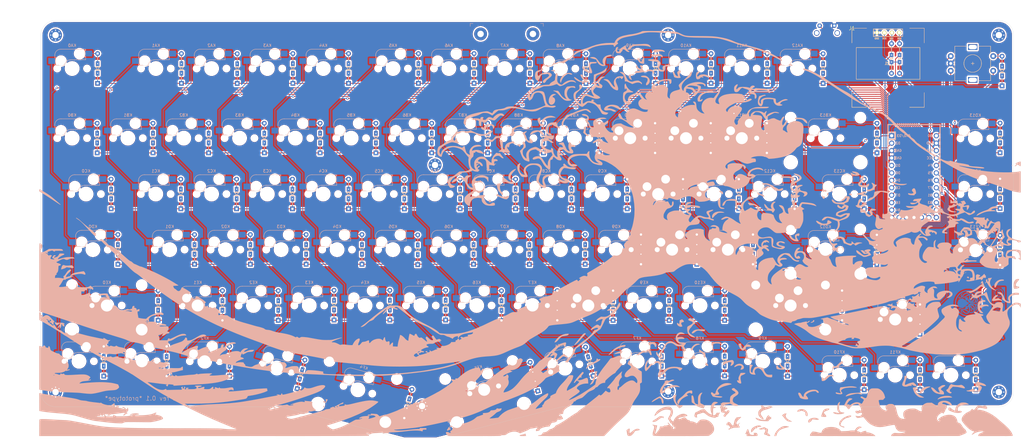
<source format=kicad_pcb>
(kicad_pcb (version 20171130) (host pcbnew "(5.1.10)-1")
  (layers (0 F.Cu signal) (31 B.Cu signal) (34 B.Paste user) (35 F.Paste user) (36 B.SilkS user) (37 F.SilkS user) (38 B.Mask user) (39 F.Mask user) (44 Edge.Cuts user))
  (net 0 "")
  (net 1 row00)
  (net 2 "Net-(DA0-Pad2)")
  (net 3 "Net-(DA1-Pad2)")
  (net 4 "Net-(DA2-Pad2)")
  (net 5 "Net-(DA3-Pad2)")
  (net 6 "Net-(DA4-Pad2)")
  (net 7 "Net-(DA5-Pad2)")
  (net 8 "Net-(DA6-Pad2)")
  (net 9 "Net-(DA7-Pad2)")
  (net 10 "Net-(DA8-Pad2)")
  (net 11 "Net-(DA9-Pad2)")
  (net 12 "Net-(DA10-Pad2)")
  (net 13 "Net-(DA11-Pad2)")
  (net 14 "Net-(DA12-Pad2)")
  (net 15 row01)
  (net 16 "Net-(DB0-Pad2)")
  (net 17 "Net-(DB1-Pad2)")
  (net 18 "Net-(DB2-Pad2)")
  (net 19 "Net-(DB3-Pad2)")
  (net 20 "Net-(DB4-Pad2)")
  (net 21 "Net-(DB5-Pad2)")
  (net 22 "Net-(DB6-Pad2)")
  (net 23 "Net-(DB7-Pad2)")
  (net 24 "Net-(DB8-Pad2)")
  (net 25 "Net-(DB9-Pad2)")
  (net 26 "Net-(DB10-Pad2)")
  (net 27 "Net-(DB11-Pad2)")
  (net 28 "Net-(DB12-Pad2)")
  (net 29 "Net-(DB13-Pad2)")
  (net 30 "Net-(DC0-Pad2)")
  (net 31 row02)
  (net 32 "Net-(DC1-Pad2)")
  (net 33 "Net-(DC2-Pad2)")
  (net 34 "Net-(DC3-Pad2)")
  (net 35 "Net-(DC4-Pad2)")
  (net 36 "Net-(DC5-Pad2)")
  (net 37 "Net-(DC6-Pad2)")
  (net 38 "Net-(DC7-Pad2)")
  (net 39 "Net-(DC8-Pad2)")
  (net 40 "Net-(DC9-Pad2)")
  (net 41 "Net-(DC10-Pad2)")
  (net 42 "Net-(DC11-Pad2)")
  (net 43 "Net-(DC12-Pad2)")
  (net 44 "Net-(DC13-Pad2)")
  (net 45 "Net-(DD0-Pad2)")
  (net 46 row03)
  (net 47 "Net-(DD1-Pad2)")
  (net 48 "Net-(DD2-Pad2)")
  (net 49 "Net-(DD3-Pad2)")
  (net 50 "Net-(DD4-Pad2)")
  (net 51 "Net-(DD5-Pad2)")
  (net 52 "Net-(DD6-Pad2)")
  (net 53 "Net-(DD7-Pad2)")
  (net 54 "Net-(DD8-Pad2)")
  (net 55 "Net-(DD9-Pad2)")
  (net 56 "Net-(DD10-Pad2)")
  (net 57 "Net-(DD11-Pad2)")
  (net 58 "Net-(DD12-Pad2)")
  (net 59 "Net-(DD13-Pad2)")
  (net 60 "Net-(DE0-Pad2)")
  (net 61 row04)
  (net 62 "Net-(DE1-Pad2)")
  (net 63 "Net-(DE2-Pad2)")
  (net 64 "Net-(DE3-Pad2)")
  (net 65 "Net-(DE4-Pad2)")
  (net 66 "Net-(DE5-Pad2)")
  (net 67 "Net-(DE6-Pad2)")
  (net 68 "Net-(DE7-Pad2)")
  (net 69 "Net-(DE8-Pad2)")
  (net 70 "Net-(DE9-Pad2)")
  (net 71 "Net-(DE10-Pad2)")
  (net 72 "Net-(DE11-Pad2)")
  (net 73 "Net-(DE12-Pad2)")
  (net 74 "Net-(DF0-Pad2)")
  (net 75 row05)
  (net 76 "Net-(DF1-Pad2)")
  (net 77 "Net-(DF2-Pad2)")
  (net 78 "Net-(DF3-Pad2)")
  (net 79 "Net-(DF4-Pad2)")
  (net 80 "Net-(DF5-Pad2)")
  (net 81 "Net-(DF6-Pad2)")
  (net 82 "Net-(DF7-Pad2)")
  (net 83 "Net-(DF8-Pad2)")
  (net 84 "Net-(DF9-Pad2)")
  (net 85 "Net-(DF10-Pad2)")
  (net 86 "Net-(DF11-Pad2)")
  (net 87 "Net-(DF12-Pad2)")
  (net 88 VCC)
  (net 89 GND)
  (net 90 SDA)
  (net 91 SCL)
  (net 92 ENCB)
  (net 93 ENCA)
  (net 94 col00)
  (net 95 col01)
  (net 96 col02)
  (net 97 col03)
  (net 98 col04)
  (net 99 col05)
  (net 100 col06)
  (net 101 col07)
  (net 102 col08)
  (net 103 col09)
  (net 104 col10)
  (net 105 col11)
  (net 106 col12)
  (net 107 "Net-(DE13-Pad2)")
  (net 108 "Net-(DF13-Pad2)")
  (net 109 /SW99B)
  (net 110 col13)
  (net 111 RESET)
  (module keyboard:Ciaanh_signature_back (layer B.Cu) (at 372.16 174.952 90)
    (fp_text reference LogoMiddle0 hide)
    (fp_text value LOGO hide)
    (fp_poly (pts (xy 1.768899 2.657999) (xy 1.852303 2.681611) (xy 1.910168 2.714551) (xy 1.929472 2.748243) (xy 1.921194 2.816398) (xy 1.899168 2.917594) (xy 1.867605 3.03735) (xy 1.830716 3.161188) (xy 1.792712 3.274629) (xy 1.757805 3.363194) (xy 1.74068 3.397383) (xy 1.632548 3.540802) (xy 1.503256 3.639039) (xy 1.371424 3.687572) (xy 1.186778 3.712717) (xy 1.030772 3.701549) (xy 0.922218 3.666463) (xy 0.856164 3.626012) (xy 0.773625 3.560856) (xy 0.685512 3.481504) (xy 0.602739 3.398462) (xy 0.536218 3.322236) (xy 0.496861 3.263334) (xy 0.492642 3.252857) (xy 0.499246 3.197124) (xy 0.542838 3.132357) (xy 0.61404 3.070282) (xy 0.661634 3.041506) (xy 0.697063 3.026267) (xy 0.72762 3.027713) (xy 0.764324 3.051741) (xy 0.818195 3.104243) (xy 0.858662 3.14689) (xy 0.991186 3.267144) (xy 1.11446 3.337788) (xy 1.227204 3.359384) (xy 1.328133 3.332495) (xy 1.415966 3.25768) (xy 1.489421 3.135503) (xy 1.547214 2.966525) (xy 1.575601 2.832857) (xy 1.593206 2.738155) (xy 1.608999 2.683068) (xy 1.628622 2.656962) (xy 1.657716 2.649199) (xy 1.673189 2.648848) (xy 1.768899 2.657999)) (layer B.Cu) (width 0.01))
    (fp_poly (pts (xy -0.011089 -3.40863) (xy 0.015686 -3.399332) (xy 0.085827 -3.382503) (xy 0.1605 -3.398412) (xy 0.199731 -3.408804) (xy 0.243149 -3.40944) (xy 0.30093 -3.39816) (xy 0.383252 -3.372803) (xy 0.500292 -3.33121) (xy 0.532101 -3.319522) (xy 0.739475 -3.24022) (xy 0.925014 -3.163648) (xy 1.081674 -3.092955) (xy 1.202412 -3.031288) (xy 1.268634 -2.990405) (xy 1.326001 -2.928494) (xy 1.39113 -2.820913) (xy 1.462252 -2.671893) (xy 1.537604 -2.485663) (xy 1.615419 -2.266453) (xy 1.693931 -2.018494) (xy 1.738797 -1.864216) (xy 1.809174 -1.614638) (xy 1.750295 -1.534016) (xy 1.714369 -1.48712) (xy 1.653143 -1.409628) (xy 1.573543 -1.310209) (xy 1.482499 -1.197536) (xy 1.422013 -1.123193) (xy 1.098724 -0.71712) (xy 0.794929 -0.315915) (xy 0.520055 0.067923) (xy 0.483151 0.121407) (xy 0.404693 0.23435) (xy 0.332704 0.33552) (xy 0.27376 0.415848) (xy 0.234438 0.466267) (xy 0.226659 0.475034) (xy 0.1919 0.506468) (xy 0.166419 0.503626) (xy 0.129931 0.463877) (xy 0.128659 0.462334) (xy 0.077913 0.400807) (xy 0.037052 0.457957) (xy 0 0.5) (xy -0.025359 0.515107) (xy -0.045894 0.495208) (xy -0.090281 0.439796) (xy -0.153706 0.355296) (xy -0.231354 0.248132) (xy -0.318411 0.124731) (xy -0.325345 0.11477) (xy -0.495636 -0.127382) (xy -0.663467 -0.360926) (xy -0.823676 -0.578915) (xy -0.9711 -0.774402) (xy -1.100579 -0.940438) (xy -1.196544 -1.057817) (xy -1.326845 -1.212316) (xy -1.427865 -1.333389) (xy -1.503175 -1.426356) (xy -1.556346 -1.496539) (xy -1.590949 -1.54926) (xy -1.610555 -1.589839) (xy -1.618733 -1.623599) (xy -1.619056 -1.655861) (xy -1.616179 -1.683181) (xy -1.602976 -1.746369) (xy -1.575638 -1.847279) (xy -1.537422 -1.975904) (xy -1.491585 -2.122237) (xy -1.441384 -2.27627) (xy -1.390076 -2.427996) (xy -1.340919 -2.567407) (xy -1.297168 -2.684497) (xy -1.264323 -2.764284) (xy -1.206416 -2.867941) (xy -1.138162 -2.951711) (xy -1.113368 -2.973365) (xy -1.025391 -3.029802) (xy -0.898831 -3.096388) (xy -0.743722 -3.16855) (xy -0.5701 -3.241713) (xy -0.388 -3.311302) (xy -0.316576 -3.336579) (xy -0.194922 -3.377317) (xy -0.110322 -3.401608) (xy -0.052478 -3.411397) (xy -0.011089 -3.40863)) (layer B.Cu) (width 0.01))
    (fp_poly (pts (xy 2.1462 -3.025643) (xy 2.261197 -2.969421) (xy 2.335936 -2.895351) (xy 2.373335 -2.839236) (xy 2.413016 -2.767424) (xy 2.445751 -2.698183) (xy 2.462312 -2.649779) (xy 2.462872 -2.644092) (xy 2.444426 -2.632497) (xy 2.397456 -2.646358) (xy 2.334509 -2.681235) (xy 2.310472 -2.697993) (xy 2.210415 -2.749772) (xy 2.116918 -2.755833) (xy 2.036814 -2.715935) (xy 2.028273 -2.707895) (xy 1.993108 -2.659957) (xy 1.985137 -2.601788) (xy 1.990683 -2.554182) (xy 2.014116 -2.46659) (xy 2.058849 -2.376724) (xy 2.128677 -2.280384) (xy 2.227393 -2.173374) (xy 2.358793 -2.051495) (xy 2.526671 -1.910549) (xy 2.688296 -1.782403) (xy 2.961359 -1.557005) (xy 3.188343 -1.341011) (xy 3.372293 -1.130889) (xy 3.516255 -0.923108) (xy 3.623275 -0.714136) (xy 3.635735 -0.683958) (xy 3.673903 -0.544951) (xy 3.693496 -0.376947) (xy 3.694531 -0.198226) (xy 3.677023 -0.027068) (xy 3.640989 0.118248) (xy 3.635016 0.134107) (xy 3.591999 0.226952) (xy 3.537706 0.322027) (xy 3.479706 0.408424) (xy 3.425569 0.475231) (xy 3.382865 0.51154) (xy 3.370675 0.515081) (xy 3.342134 0.494533) (xy 3.300858 0.441401) (xy 3.266792 0.386187) (xy 3.194412 0.257319) (xy 3.273142 0.109608) (xy 3.313118 0.028869) (xy 3.336783 -0.040309) (xy 3.348284 -0.117052) (xy 3.351768 -0.220488) (xy 3.351872 -0.253605) (xy 3.34692 -0.379561) (xy 3.33358 -0.493582) (xy 3.314636 -0.574643) (xy 3.236457 -0.739415) (xy 3.112117 -0.921036) (xy 2.941291 -1.119897) (xy 2.72365 -1.336387) (xy 2.531474 -1.508853) (xy 2.29049 -1.724184) (xy 2.092087 -1.917371) (xy 1.934565 -2.091163) (xy 1.816221 -2.248311) (xy 1.735355 -2.391563) (xy 1.690264 -2.523669) (xy 1.679247 -2.647377) (xy 1.700603 -2.765438) (xy 1.720854 -2.818662) (xy 1.788855 -2.929828) (xy 1.880091 -2.998972) (xy 2.003816 -3.032886) (xy 2.014529 -3.034184) (xy 2.1462 -3.025643)) (layer B.Cu) (width 0.01))
    (fp_poly (pts (xy -0.95351 0.951563) (xy -0.848037 0.964206) (xy -0.77841 0.982207) (xy -0.712331 1.01894) (xy -0.64835 1.06854) (xy -0.601143 1.118124) (xy -0.585128 1.151881) (xy -0.607398 1.167767) (xy -0.664023 1.188363) (xy -0.702541 1.199041) (xy -0.799389 1.229823) (xy -0.903996 1.272245) (xy -0.939478 1.289173) (xy -1.038929 1.348085) (xy -1.164469 1.435313) (xy -1.306456 1.54306) (xy -1.455248 1.663534) (xy -1.601201 1.78894) (xy -1.734673 1.911483) (xy -1.840637 2.017623) (xy -1.92516 2.104359) (xy -1.99967 2.175194) (xy -2.056188 2.222915) (xy -2.086733 2.24031) (xy -2.086986 2.240301) (xy -2.131013 2.23101) (xy -2.200815 2.209983) (xy -2.231624 2.199469) (xy -2.300618 2.168914) (xy -2.346595 2.137124) (xy -2.354821 2.125719) (xy -2.347975 2.079674) (xy -2.30714 2.006418) (xy -2.237035 1.911643) (xy -2.142378 1.801039) (xy -2.027888 1.680295) (xy -1.898283 1.555102) (xy -1.831439 1.494523) (xy -1.715987 1.389905) (xy -1.603724 1.284248) (xy -1.505027 1.187587) (xy -1.430271 1.109955) (xy -1.409185 1.08623) (xy -1.290158 0.946907) (xy -1.076527 0.946907) (xy -0.95351 0.951563)) (layer B.Cu) (width 0.01))
    (fp_poly (pts (xy 2.132105 -1.74444) (xy 2.155814 -1.729745) (xy 2.22233 -1.681761) (xy 2.288489 -1.625962) (xy 2.321382 -1.592408) (xy 2.340298 -1.558505) (xy 2.347941 -1.510756) (xy 2.347013 -1.435665) (xy 2.342498 -1.3562) (xy 2.338776 -1.224443) (xy 2.346773 -1.102842) (xy 2.369284 -0.984563) (xy 2.409103 -0.86277) (xy 2.469026 -0.730627) (xy 2.551848 -0.5813) (xy 2.660363 -0.407954) (xy 2.797367 -0.203753) (xy 2.837632 -0.145293) (xy 3.039758 0.160223) (xy 3.202772 0.435867) (xy 3.327508 0.683151) (xy 3.413801 0.900585) (xy 3.448776 1.01909) (xy 3.468961 1.129172) (xy 3.477713 1.253596) (xy 3.478872 1.342146) (xy 3.477841 1.455703) (xy 3.472052 1.53944) (xy 3.457457 1.610718) (xy 3.430009 1.6869) (xy 3.385659 1.785349) (xy 3.365696 1.827645) (xy 3.286313 1.973765) (xy 3.191882 2.113432) (xy 3.08912 2.239516) (xy 2.984745 2.344886) (xy 2.885473 2.422414) (xy 2.798023 2.464967) (xy 2.759704 2.470907) (xy 2.731774 2.445968) (xy 2.704585 2.372997) (xy 2.691338 2.317877) (xy 2.675834 2.236842) (xy 2.667932 2.178843) (xy 2.668817 2.1581) (xy 2.848969 2.009848) (xy 2.983065 1.840245) (xy 3.071467 1.648551) (xy 3.114535 1.434025) (xy 3.116261 1.240321) (xy 3.108395 1.150426) (xy 3.095644 1.066324) (xy 3.075492 0.982722) (xy 3.045426 0.894327) (xy 3.00293 0.795843) (xy 2.94549 0.681978) (xy 2.87059 0.547437) (xy 2.775716 0.386925) (xy 2.658353 0.19515) (xy 2.515986 -0.033183) (xy 2.496696 -0.063939) (xy 2.362141 -0.283046) (xy 2.255286 -0.46945) (xy 2.173191 -0.630967) (xy 2.112918 -0.775417) (xy 2.071528 -0.910616) (xy 2.046081 -1.044382) (xy 2.033639 -1.184533) (xy 2.031072 -1.302525) (xy 2.033853 -1.426773) (xy 2.041345 -1.542695) (xy 2.052272 -1.634247) (xy 2.060564 -1.672936) (xy 2.080938 -1.7347) (xy 2.100281 -1.755848) (xy 2.132105 -1.74444)) (layer B.Cu) (width 0.01))
    (fp_poly (pts (xy 0.839784 1.258286) (xy 0.903721 1.277513) (xy 0.945042 1.295682) (xy 0.968191 1.322936) (xy 0.979566 1.373344) (xy 0.985371 1.457079) (xy 0.997757 1.562578) (xy 1.021235 1.666187) (xy 1.038953 1.717022) (xy 1.12677 1.859131) (xy 1.258881 1.988515) (xy 1.429674 2.101944) (xy 1.633538 2.196184) (xy 1.864862 2.268005) (xy 2.062758 2.306681) (xy 2.150843 2.342683) (xy 2.209094 2.417004) (xy 2.233706 2.524343) (xy 2.234272 2.545845) (xy 2.234272 2.623307) (xy 2.024722 2.621635) (xy 1.903442 2.616013) (xy 1.780748 2.60278) (xy 1.681712 2.584703) (xy 1.675472 2.583107) (xy 1.522483 2.533577) (xy 1.370822 2.464343) (xy 1.213593 2.371005) (xy 1.043905 2.249164) (xy 0.854864 2.094422) (xy 0.711644 1.96807) (xy 0.573317 1.843178) (xy 0.600211 1.642692) (xy 0.618591 1.532152) (xy 0.641885 1.428271) (xy 0.665332 1.352) (xy 0.667392 1.346957) (xy 0.70733 1.280767) (xy 0.761317 1.252232) (xy 0.839784 1.258286)) (layer B.Cu) (width 0.01))
    (fp_poly (pts (xy -2.573693 -2.267466) (xy -2.396861 -2.214158) (xy -2.230207 -2.124465) (xy -2.085038 -2.006793) (xy -1.972663 -1.869546) (xy -1.928563 -1.787932) (xy -1.900082 -1.712351) (xy -1.88079 -1.6293) (xy -1.868391 -1.524766) (xy -1.860585 -1.384733) (xy -1.860036 -1.370109) (xy -1.85659 -1.235381) (xy -1.858983 -1.134059) (xy -1.869129 -1.0489) (xy -1.888947 -0.962662) (xy -1.915085 -0.874809) (xy -1.955781 -0.764022) (xy -2.014145 -0.629188) (xy -2.081443 -0.489658) (xy -2.131352 -0.395671) (xy -2.21235 -0.254827) (xy -2.298869 -0.11189) (xy -2.386367 0.026414) (xy -2.470305 0.153356) (xy -2.546143 0.262207) (xy -2.609339 0.346238) (xy -2.655354 0.398722) (xy -2.677386 0.413507) (xy -2.716201 0.399463) (xy -2.777843 0.363638) (xy -2.816518 0.337147) (xy -2.876456 0.290306) (xy -2.914492 0.254) (xy -2.921614 0.241897) (xy -2.907834 0.215085) (xy -2.87032 0.154945) (xy -2.814441 0.069787) (xy -2.745565 -0.032081) (xy -2.728868 -0.056393) (xy -2.586972 -0.264102) (xy -2.472115 -0.437114) (xy -2.381242 -0.58166) (xy -2.311296 -0.703967) (xy -2.259221 -0.810267) (xy -2.221963 -0.906788) (xy -2.196466 -0.99976) (xy -2.179673 -1.095412) (xy -2.168656 -1.198468) (xy -2.162116 -1.37854) (xy -2.178003 -1.524101) (xy -2.218516 -1.64724) (xy -2.265449 -1.730744) (xy -2.37207 -1.85286) (xy -2.49588 -1.93173) (xy -2.62908 -1.968335) (xy -2.763869 -1.963657) (xy -2.892446 -1.918679) (xy -3.007013 -1.834382) (xy -3.099767 -1.711748) (xy -3.141601 -1.620457) (xy -3.17768 -1.530294) (xy -3.20478 -1.485834) (xy -3.227027 -1.483696) (xy -3.248548 -1.520504) (xy -3.252234 -1.52987) (xy -3.267981 -1.609705) (xy -3.255511 -1.702246) (xy -3.212698 -1.817049) (xy -3.16863 -1.906174) (xy -3.068238 -2.056036) (xy -2.947083 -2.169941) (xy -2.811789 -2.243868) (xy -2.668978 -2.273795) (xy -2.573693 -2.267466)) (layer B.Cu) (width 0.01))
    (fp_poly (pts (xy -0.499416 1.356649) (xy -0.473964 1.440811) (xy -0.451382 1.543436) (xy -0.43373 1.650337) (xy -0.423066 1.747327) (xy -0.421452 1.820218) (xy -0.427652 1.85096) (xy -0.459727 1.888703) (xy -0.523438 1.949927) (xy -0.61004 2.027295) (xy -0.710785 2.113472) (xy -0.816925 2.20112) (xy -0.919714 2.282904) (xy -1.010403 2.351486) (xy -1.080247 2.399531) (xy -1.085779 2.402942) (xy -1.178278 2.456339) (xy -1.262801 2.500245) (xy -1.329186 2.529902) (xy -1.367272 2.540551) (xy -1.372528 2.537245) (xy -1.376857 2.50957) (xy -1.387953 2.44794) (xy -1.397225 2.398417) (xy -1.408881 2.317126) (xy -1.411388 2.25328) (xy -1.408115 2.232217) (xy -1.381129 2.201642) (xy -1.322686 2.154234) (xy -1.244726 2.099564) (xy -1.233785 2.092426) (xy -1.058355 1.9598) (xy -0.931573 1.81917) (xy -0.851544 1.667634) (xy -0.816372 1.502292) (xy -0.814286 1.450056) (xy -0.810194 1.368945) (xy -0.800211 1.310398) (xy -0.790435 1.291108) (xy -0.752647 1.279102) (xy -0.685026 1.265865) (xy -0.653984 1.261202) (xy -0.540827 1.245692) (xy -0.499416 1.356649)) (layer B.Cu) (width 0.01))
    (fp_poly (pts (xy -3.097573 0.721971) (xy -3.030397 0.752932) (xy -3.022887 0.756732) (xy -2.952123 0.794947) (xy -2.902122 0.826335) (xy -2.887804 0.838875) (xy -2.887189 0.872521) (xy -2.898494 0.938506) (xy -2.912901 0.998108) (xy -2.937665 1.151437) (xy -2.941856 1.349675) (xy -2.940882 1.378707) (xy -2.93394 1.502159) (xy -2.921864 1.592699) (xy -2.900663 1.668197) (xy -2.866349 1.746529) (xy -2.85277 1.773511) (xy -2.797429 1.868711) (xy -2.734537 1.95831) (xy -2.689261 2.010744) (xy -2.561117 2.10996) (xy -2.398135 2.194928) (xy -2.215652 2.259341) (xy -2.029007 2.296896) (xy -1.982128 2.301451) (xy -1.842428 2.311739) (xy -1.827304 2.623307) (xy -2.025366 2.622357) (xy -2.203566 2.609805) (xy -2.364444 2.570894) (xy -2.388564 2.562595) (xy -2.556309 2.497269) (xy -2.688655 2.430983) (xy -2.800383 2.354874) (xy -2.906275 2.260078) (xy -2.92565 2.240557) (xy -3.043518 2.097445) (xy -3.151618 1.924598) (xy -3.239883 1.74069) (xy -3.298247 1.564396) (xy -3.304048 1.538579) (xy -3.322911 1.361752) (xy -3.31409 1.168656) (xy -3.27959 0.983636) (xy -3.251165 0.896107) (xy -3.210571 0.795992) (xy -3.177928 0.737559) (xy -3.143506 0.714866) (xy -3.097573 0.721971)) (layer B.Cu) (width 0.01))
    (fp_poly (pts (xy -1.703339 -2.988147) (xy -1.610398 -2.909957) (xy -1.564177 -2.845498) (xy -1.536742 -2.786893) (xy -1.522379 -2.693004) (xy -1.523944 -2.57781) (xy -1.540124 -2.46779) (xy -1.554969 -2.418593) (xy -1.595887 -2.332887) (xy -1.652886 -2.236917) (xy -1.718448 -2.140784) (xy -1.785058 -2.054587) (xy -1.8452 -1.988428) (xy -1.891357 -1.952406) (xy -1.90464 -1.948693) (xy -1.931635 -1.96537) (xy -1.977152 -2.006753) (xy -1.990076 -2.019933) (xy -2.045093 -2.09362) (xy -2.053436 -2.153973) (xy -2.01589 -2.205933) (xy -1.977875 -2.247214) (xy -1.928412 -2.313455) (xy -1.90159 -2.353716) (xy -1.854215 -2.45149) (xy -1.829672 -2.552211) (xy -1.828733 -2.642919) (xy -1.852171 -2.710653) (xy -1.878859 -2.7352) (xy -1.966568 -2.759862) (xy -2.061149 -2.740313) (xy -2.15848 -2.683423) (xy -2.221106 -2.641895) (xy -2.265927 -2.619279) (xy -2.279123 -2.618221) (xy -2.282137 -2.65268) (xy -2.264182 -2.714555) (xy -2.231595 -2.788425) (xy -2.190714 -2.858867) (xy -2.16742 -2.890051) (xy -2.060094 -2.985146) (xy -1.942212 -3.033364) (xy -1.820913 -3.034449) (xy -1.703339 -2.988147)) (layer B.Cu) (width 0.01))
    (fp_poly (pts (xy 2.239087 1.703842) (xy 2.29246 1.759317) (xy 2.358263 1.841636) (xy 2.429541 1.942502) (xy 2.45527 1.981864) (xy 2.529912 2.117232) (xy 2.593429 2.26756) (xy 2.640067 2.416333) (xy 2.664076 2.547035) (xy 2.666072 2.587106) (xy 2.646377 2.750645) (xy 2.591968 2.91806) (xy 2.509852 3.076199) (xy 2.407039 3.211909) (xy 2.290539 3.312036) (xy 2.274492 3.321907) (xy 2.194556 3.358657) (xy 2.100958 3.387102) (xy 2.007675 3.404863) (xy 1.928686 3.409565) (xy 1.877968 3.39883) (xy 1.869363 3.390794) (xy 1.861559 3.34466) (xy 1.864635 3.330449) (xy 1.877843 3.285692) (xy 1.896973 3.214801) (xy 1.903751 3.188626) (xy 1.935532 3.106077) (xy 1.986947 3.054438) (xy 2.012955 3.039676) (xy 2.156632 2.946559) (xy 2.25318 2.835709) (xy 2.302649 2.706773) (xy 2.305086 2.559398) (xy 2.260543 2.393232) (xy 2.169067 2.207921) (xy 2.136472 2.154784) (xy 2.092726 2.078443) (xy 2.063668 2.01308) (xy 2.056472 1.982489) (xy 2.067024 1.935677) (xy 2.093659 1.867828) (xy 2.128841 1.7941) (xy 2.165037 1.729648) (xy 2.194711 1.689629) (xy 2.205101 1.683507) (xy 2.239087 1.703842)) (layer B.Cu) (width 0.01))
    (fp_poly (pts (xy 2.598241 1.175051) (xy 2.6271 1.186206) (xy 2.715454 1.249293) (xy 2.772107 1.347839) (xy 2.793034 1.474699) (xy 2.793072 1.480715) (xy 2.783954 1.575304) (xy 2.760679 1.642907) (xy 2.729364 1.678798) (xy 2.696126 1.678249) (xy 2.667081 1.636533) (xy 2.653925 1.588257) (xy 2.616513 1.479604) (xy 2.553069 1.414564) (xy 2.463651 1.393175) (xy 2.378223 1.406174) (xy 2.281034 1.457203) (xy 2.188107 1.551036) (xy 2.104442 1.679682) (xy 2.035036 1.835149) (xy 1.984886 2.009447) (xy 1.977388 2.047047) (xy 1.959324 2.137108) (xy 1.942713 2.187863) (xy 1.921271 2.210214) (xy 1.888713 2.215063) (xy 1.880631 2.214901) (xy 1.805542 2.204235) (xy 1.745322 2.187385) (xy 1.699207 2.157143) (xy 1.677623 2.104733) (xy 1.680223 2.023532) (xy 1.706661 1.906919) (xy 1.727071 1.838476) (xy 1.8148 1.615309) (xy 1.924084 1.435485) (xy 2.053918 1.300223) (xy 2.2033 1.21074) (xy 2.261869 1.189907) (xy 2.394457 1.158355) (xy 2.500913 1.153461) (xy 2.598241 1.175051)) (layer B.Cu) (width 0.01))
    (fp_poly (pts (xy 0.939613 2.60619) (xy 1.012484 2.622564) (xy 1.076945 2.648296) (xy 1.164918 2.692511) (xy 1.262503 2.747098) (xy 1.355797 2.803947) (xy 1.4309 2.854945) (xy 1.473604 2.891613) (xy 1.487533 2.92648) (xy 1.480463 2.982086) (xy 1.457274 3.054636) (xy 1.4283 3.125725) (xy 1.402895 3.171998) (xy 1.391501 3.182107) (xy 1.3617 3.169685) (xy 1.300951 3.136812) (xy 1.221309 3.090081) (xy 1.204941 3.080121) (xy 1.034414 2.989828) (xy 0.8855 2.942888) (xy 0.753361 2.939283) (xy 0.633161 2.978995) (xy 0.520063 3.062006) (xy 0.504083 3.077518) (xy 0.409472 3.199608) (xy 0.365472 3.326015) (xy 0.37208 3.4567) (xy 0.429294 3.59162) (xy 0.537112 3.730736) (xy 0.538315 3.73201) (xy 0.66684 3.867907) (xy 0.578012 3.867907) (xy 0.492527 3.8521) (xy 0.407019 3.81267) (xy 0.402878 3.809949) (xy 0.340336 3.753263) (xy 0.276595 3.673001) (xy 0.247315 3.625799) (xy 0.206837 3.540732) (xy 0.185549 3.45887) (xy 0.178067 3.35669) (xy 0.177713 3.321807) (xy 0.198846 3.137834) (xy 0.259053 2.972869) (xy 0.352433 2.831853) (xy 0.473082 2.719733) (xy 0.615096 2.641453) (xy 0.772574 2.601957) (xy 0.939613 2.60619)) (layer B.Cu) (width 0.01))
    (fp_poly (pts (xy -2.150723 1.172822) (xy -2.053737 1.202456) (xy -1.958579 1.243554) (xy -1.877307 1.289417) (xy -1.82198 1.333347) (xy -1.804328 1.365228) (xy -1.82261 1.401169) (xy -1.868924 1.451954) (xy -1.897448 1.477165) (xy -1.990567 1.553922) (xy -2.061903 1.493897) (xy -2.137623 1.443541) (xy -2.222484 1.404438) (xy -2.22556 1.403403) (xy -2.292784 1.386507) (xy -2.340659 1.394558) (xy -2.384955 1.42265) (xy -2.442239 1.489914) (xy -2.477614 1.576005) (xy -2.500298 1.656115) (xy -2.521488 1.691451) (xy -2.54812 1.687335) (xy -2.581301 1.655596) (xy -2.614148 1.598584) (xy -2.628458 1.513609) (xy -2.629828 1.462856) (xy -2.626388 1.377431) (xy -2.610777 1.32199) (xy -2.575066 1.275897) (xy -2.548402 1.250985) (xy -2.434758 1.180892) (xy -2.299888 1.155681) (xy -2.150723 1.172822)) (layer B.Cu) (width 0.01))
    (fp_poly (pts (xy 1.228263 0.951316) (xy 1.343424 0.955724) (xy 1.419152 0.961899) (xy 1.466796 0.972991) (xy 1.497706 0.992152) (xy 1.52323 1.022533) (xy 1.532578 1.035807) (xy 1.577106 1.091342) (xy 1.644721 1.166244) (xy 1.721469 1.24511) (xy 1.728175 1.251707) (xy 1.87075 1.391407) (xy 1.789613 1.525188) (xy 1.744901 1.597657) (xy 1.710485 1.651148) (xy 1.695721 1.671724) (xy 1.671499 1.662691) (xy 1.614769 1.628745) (xy 1.533855 1.575194) (xy 1.437083 1.507343) (xy 1.431569 1.503376) (xy 1.236491 1.370788) (xy 1.069117 1.274645) (xy 0.924625 1.212372) (xy 0.843622 1.189468) (xy 0.787664 1.171566) (xy 0.76136 1.151922) (xy 0.761072 1.150068) (xy 0.778878 1.123018) (xy 0.824797 1.075762) (xy 0.869022 1.035846) (xy 0.976972 0.943026) (xy 1.228263 0.951316)) (layer B.Cu) (width 0.01))
    (fp_poly (pts (xy -2.39061 -1.80224) (xy -2.345139 -1.753267) (xy -2.326717 -1.728034) (xy -2.263074 -1.634375) (xy -2.612519 -1.277184) (xy -2.782272 -1.098913) (xy -2.916209 -0.946619) (xy -3.018245 -0.81462) (xy -3.092294 -0.697235) (xy -3.14227 -0.588784) (xy -3.172087 -0.483584) (xy -3.176645 -0.458392) (xy -3.190707 -0.239945) (xy -3.160009 -0.042986) (xy -3.086777 0.130308) (xy -2.973237 0.277762) (xy -2.821615 0.397199) (xy -2.634136 0.486443) (xy -2.413026 0.543319) (xy -2.160512 0.565651) (xy -2.128848 0.565907) (xy -1.938929 0.55825) (xy -1.755115 0.536714) (xy -1.585506 0.503445) (xy -1.438202 0.460595) (xy -1.321304 0.41031) (xy -1.242913 0.354739) (xy -1.220285 0.324899) (xy -1.197078 0.239989) (xy -1.217154 0.167247) (xy -1.273177 0.11455) (xy -1.357809 0.089776) (xy -1.435156 0.094167) (xy -1.499462 0.11898) (xy -1.57009 0.164345) (xy -1.632258 0.218291) (xy -1.67118 0.268844) (xy -1.677328 0.290274) (xy -1.688311 0.31642) (xy -1.71736 0.305466) (xy -1.758626 0.265133) (xy -1.80626 0.203139) (xy -1.854414 0.127204) (xy -1.897238 0.045046) (xy -1.928884 -0.035614) (xy -1.931909 -0.045718) (xy -1.951332 -0.160388) (xy -1.955403 -0.29816) (xy -1.944735 -0.435265) (xy -1.919939 -0.547933) (xy -1.918911 -0.550894) (xy -1.889631 -0.612137) (xy -1.841405 -0.691449) (xy -1.782203 -0.778041) (xy -1.71999 -0.861125) (xy -1.662737 -0.92991) (xy -1.61841 -0.973609) (xy -1.599425 -0.983493) (xy -1.578311 -0.961712) (xy -1.561751 -0.913643) (xy -1.514975 -0.750668) (xy -1.454666 -0.636338) (xy -1.380539 -0.570253) (xy -1.303377 -0.551693) (xy -1.262511 -0.547005) (xy -1.248298 -0.525264) (xy -1.258008 -0.474959) (xy -1.273865 -0.427187) (xy -1.291301 -0.359552) (xy -1.285566 -0.333787) (xy -1.261242 -0.352707) (xy -1.231771 -0.401339) (xy -1.199336 -0.505524) (xy -1.1904 -0.633827) (xy -1.20558 -0.765011) (xy -1.219729 -0.817184) (xy -1.236554 -0.879861) (xy -1.239917 -0.9191) (xy -1.238107 -0.923182) (xy -1.216296 -0.911818) (xy -1.170751 -0.867059) (xy -1.107601 -0.796606) (xy -1.032972 -0.708158) (xy -0.952993 -0.609417) (xy -0.873791 -0.508084) (xy -0.801495 -0.411859) (xy -0.742232 -0.328444) (xy -0.702129 -0.26554) (xy -0.687317 -0.230991) (xy -0.707122 -0.218934) (xy -0.7686 -0.232424) (xy -0.799619 -0.242984) (xy -0.869502 -0.263547) (xy -0.918582 -0.269609) (xy -0.929879 -0.266209) (xy -0.935648 -0.23031) (xy -0.925141 -0.164162) (xy -0.902856 -0.083874) (xy -0.873289 -0.005558) (xy -0.840937 0.054677) (xy -0.839918 0.056109) (xy -0.799872 0.092464) (xy -0.724606 0.144391) (xy -0.624565 0.205211) (xy -0.510197 0.268242) (xy -0.499535 0.273807) (xy -0.206138 0.426207) (xy -0.102291 0.703485) (xy -0.034667 0.903027) (xy 0.010061 1.086438) (xy 0.033917 1.269672) (xy 0.038924 1.468684) (xy 0.027105 1.699429) (xy 0.025921 1.714433) (xy 0.004356 1.933295) (xy -0.025555 2.166148) (xy -0.061304 2.396836) (xy -0.100388 2.609202) (xy -0.1403 2.78709) (xy -0.140636 2.788407) (xy -0.202293 2.973068) (xy -0.28972 3.155773) (xy -0.396068 3.326629) (xy -0.514489 3.475742) (xy -0.638135 3.59322) (xy -0.745691 3.66251) (xy -0.854524 3.696906) (xy -0.988167 3.713266) (xy -1.12342 3.710162) (xy -1.220293 3.691774) (xy -1.353313 3.63593) (xy -1.460869 3.560597) (xy -1.498716 3.52027) (xy -1.553189 3.451019) (xy -1.406645 3.376918) (xy -1.321962 3.336791) (xy -1.264399 3.31913) (xy -1.217332 3.320575) (xy -1.181161 3.331362) (xy -1.076776 3.356925) (xy -0.982726 3.347552) (xy -0.89201 3.310168) (xy -0.750163 3.209456) (xy -0.630224 3.063826) (xy -0.532586 2.87438) (xy -0.457639 2.642219) (xy -0.405777 2.368443) (xy -0.37739 2.054153) (xy -0.371802 1.848607) (xy -0.369228 1.442207) (xy -0.451532 1.273991) (xy -0.509941 1.17078) (xy -0.580061 1.069579) (xy -0.638671 1.000941) (xy -0.693516 0.947954) (xy -0.737413 0.916722) (xy -0.786765 0.901478) (xy -0.857972 0.896455) (xy -0.937367 0.895925) (xy -1.034614 0.89785) (xy -1.167022 0.903256) (xy -1.319129 0.911378) (xy -1.475476 0.921456) (xy -1.519829 0.924667) (xy -1.89275 0.938046) (xy -2.227165 0.919541) (xy -2.524354 0.868849) (xy -2.7856 0.78567) (xy -3.012183 0.669703) (xy -3.19407 0.531114) (xy -3.344215 0.36128) (xy -3.449875 0.166994) (xy -3.510953 -0.051491) (xy -3.52735 -0.293922) (xy -3.525963 -0.332073) (xy -3.500384 -0.540662) (xy -3.442527 -0.737238) (xy -3.348793 -0.928779) (xy -3.215585 -1.122264) (xy -3.039305 -1.324673) (xy -2.98582 -1.379776) (xy -2.87859 -1.483383) (xy -2.766826 -1.583181) (xy -2.658352 -1.673008) (xy -2.560989 -1.746704) (xy -2.482558 -1.798107) (xy -2.430884 -1.821058) (xy -2.42475 -1.821693) (xy -2.39061 -1.80224)) (layer B.Cu) (width 0.01))
    (fp_poly (pts (xy -0.084596 2.975667) (xy -0.057456 3.029298) (xy -0.032166 3.108759) (xy -0.01239 3.201714) (xy -0.001792 3.295825) (xy -0.000928 3.327176) (xy -0.022766 3.478656) (xy -0.082814 3.62596) (xy -0.172879 3.752994) (xy -0.25423 3.824622) (xy -0.312868 3.852441) (xy -0.377672 3.866191) (xy -0.431616 3.864443) (xy -0.457675 3.845768) (xy -0.458128 3.84173) (xy -0.44048 3.810728) (xy -0.395754 3.762071) (xy -0.367931 3.73636) (xy -0.286933 3.653739) (xy -0.236554 3.568296) (xy -0.210422 3.464386) (xy -0.202196 3.329418) (xy -0.194504 3.20004) (xy -0.175936 3.089114) (xy -0.149027 3.006781) (xy -0.11631 2.963182) (xy -0.10992 2.960204) (xy -0.084596 2.975667)) (layer B.Cu) (width 0.01))
    (fp_poly (pts (xy 0.600466 -4.240612) (xy 0.973914 -4.181374) (xy 1.261722 -4.114144) (xy 1.533367 -4.02999) (xy 1.806464 -3.922732) (xy 2.094572 -3.78821) (xy 2.507839 -3.554839) (xy 2.889853 -3.282559) (xy 3.238624 -2.973987) (xy 3.552162 -2.631739) (xy 3.828479 -2.25843) (xy 4.065585 -1.856675) (xy 4.261491 -1.429091) (xy 4.414209 -0.978293) (xy 4.499296 -0.626096) (xy 4.519738 -0.51805) (xy 4.534862 -0.418455) (xy 4.545417 -0.316498) (xy 4.552151 -0.201364) (xy 4.555812 -0.062242) (xy 4.557149 0.111681) (xy 4.557186 0.210307) (xy 4.554716 0.457891) (xy 4.546807 0.666991) (xy 4.531799 0.849781) (xy 4.508032 1.018435) (xy 4.473847 1.185127) (xy 4.427585 1.362032) (xy 4.377265 1.530366) (xy 4.217348 1.972436) (xy 4.022014 2.380534) (xy 3.787932 2.760071) (xy 3.511772 3.116459) (xy 3.196154 3.449386) (xy 2.853588 3.751752) (xy 2.498454 4.009439) (xy 2.12498 4.225422) (xy 1.727397 4.402674) (xy 1.299933 4.54417) (xy 0.875372 4.645311) (xy 0.748044 4.664129) (xy 0.582258 4.678928) (xy 0.39021 4.689514) (xy 0.184099 4.695691) (xy -0.023878 4.697267) (xy -0.221524 4.694045) (xy -0.396642 4.685832) (xy -0.537033 4.672433) (xy -0.565098 4.668279) (xy -1.047098 4.565816) (xy -1.506143 4.419501) (xy -1.940332 4.23038) (xy -2.347763 3.999499) (xy -2.726535 3.727904) (xy -3.074745 3.41664) (xy -3.317211 3.154853) (xy -3.610205 2.773916) (xy -3.858711 2.371068) (xy -4.061966 1.94948) (xy -4.21921 1.512324) (xy -4.32968 1.062771) (xy -4.392615 0.603995) (xy -4.402933 0.276348) (xy -4.036727 0.276348) (xy -4.028055 0.537246) (xy -4.007909 0.782772) (xy -3.976542 0.997833) (xy -3.966229 1.048507) (xy -3.843809 1.494475) (xy -3.678168 1.917226) (xy -3.471837 2.31438) (xy -3.227345 2.683557) (xy -2.947221 3.022379) (xy -2.633994 3.328464) (xy -2.290194 3.599434) (xy -1.91835 3.83291) (xy -1.520991 4.026512) (xy -1.100647 4.17786) (xy -0.659847 4.284575) (xy -0.497797 4.311439) (xy -0.324023 4.330394) (xy -0.121239 4.342296) (xy 0.093195 4.346938) (xy 0.301917 4.344112) (xy 0.487567 4.33361) (xy 0.575084 4.324286) (xy 1.031272 4.239559) (xy 1.468192 4.109362) (xy 1.883167 3.935603) (xy 2.273517 3.720189) (xy 2.636564 3.465026) (xy 2.969629 3.172021) (xy 3.270034 2.843081) (xy 3.535099 2.480113) (xy 3.762148 2.085024) (xy 3.784971 2.039107) (xy 3.967148 1.611705) (xy 4.099173 1.176776) (xy 4.180933 0.735326) (xy 4.212313 0.288363) (xy 4.193199 -0.163104) (xy 4.123477 -0.618069) (xy 4.098772 -0.729493) (xy 3.973543 -1.154019) (xy 3.803507 -1.559813) (xy 3.591821 -1.943698) (xy 3.341642 -2.302497) (xy 3.056126 -2.633035) (xy 2.73843 -2.932135) (xy 2.391711 -3.19662) (xy 2.019127 -3.423314) (xy 1.623834 -3.609041) (xy 1.208988 -3.750623) (xy 1.057357 -3.789729) (xy 0.758889 -3.850652) (xy 0.474261 -3.887045) (xy 0.182053 -3.900904) (xy -0.087729 -3.896482) (xy -0.538062 -3.853911) (xy -0.973503 -3.764421) (xy -1.391335 -3.630409) (xy -1.788845 -3.454273) (xy -2.163318 -3.238413) (xy -2.512038 -2.985228) (xy -2.832291 -2.697115) (xy -3.121363 -2.376473) (xy -3.376537 -2.025701) (xy -3.5951 -1.647197) (xy -3.774336 -1.243361) (xy -3.91153 -0.816589) (xy -3.991363 -0.447638) (xy -4.018635 -0.231188) (xy -4.033671 0.015172) (xy -4.036727 0.276348) (xy -4.402933 0.276348) (xy -4.407254 0.139167) (xy -4.372836 -0.328543) (xy -4.288599 -0.79596) (xy -4.277104 -0.843793) (xy -4.210625 -1.092517) (xy -4.138886 -1.312478) (xy -4.053857 -1.525635) (xy -3.947507 -1.753951) (xy -3.935308 -1.778627) (xy -3.70362 -2.189921) (xy -3.434647 -2.568967) (xy -3.131596 -2.914195) (xy -2.797671 -3.224038) (xy -2.43608 -3.496926) (xy -2.050027 -3.73129) (xy -1.642718 -3.925562) (xy -1.217358 -4.078171) (xy -0.777155 -4.18755) (xy -0.325312 -4.252129) (xy 0.134963 -4.270339) (xy 0.600466 -4.240612)) (layer B.Cu) (width 0.01))
    (fp_poly (pts (xy 1.793824 -0.95149) (xy 1.859491 -0.887466) (xy 1.882722 -0.862843) (xy 1.996211 -0.724613) (xy 2.069275 -0.59042) (xy 2.108247 -0.444449) (xy 2.119465 -0.271795) (xy 2.116499 -0.153053) (xy 2.105722 -0.065417) (xy 2.083327 0.010649) (xy 2.049719 0.086124) (xy 2.004256 0.169938) (xy 1.958429 0.240048) (xy 1.930525 0.272853) (xy 1.896768 0.298984) (xy 1.869943 0.297075) (xy 1.833923 0.262323) (xy 1.813096 0.237872) (xy 1.722651 0.153085) (xy 1.627972 0.101879) (xy 1.537336 0.083907) (xy 1.459021 0.098822) (xy 1.401302 0.146278) (xy 1.372457 0.225929) (xy 1.370672 0.256396) (xy 1.395718 0.333592) (xy 1.470487 0.403128) (xy 1.594427 0.464611) (xy 1.726272 0.507107) (xy 1.839776 0.528641) (xy 1.988804 0.54375) (xy 2.158438 0.552032) (xy 2.333761 0.553087) (xy 2.499854 0.546514) (xy 2.641801 0.531912) (xy 2.642978 0.531735) (xy 2.784985 0.510263) (xy 2.824303 0.595235) (xy 2.865755 0.6912) (xy 2.883116 0.753268) (xy 2.877387 0.791712) (xy 2.849571 0.816803) (xy 2.846103 0.818712) (xy 2.72782 0.863586) (xy 2.562007 0.896919) (xy 2.348279 0.918736) (xy 2.08625 0.929061) (xy 1.775535 0.927918) (xy 1.41575 0.915334) (xy 1.370672 0.913127) (xy 1.214638 0.905649) (xy 1.100634 0.901662) (xy 1.019976 0.901686) (xy 0.96398 0.906239) (xy 0.923962 0.915841) (xy 0.89124 0.93101) (xy 0.871561 0.942959) (xy 0.788916 1.015524) (xy 0.705027 1.123795) (xy 0.629797 1.253917) (xy 0.596456 1.327907) (xy 0.570474 1.423274) (xy 0.55128 1.557511) (xy 0.539366 1.719077) (xy 0.535221 1.896434) (xy 0.539337 2.078042) (xy 0.552205 2.252362) (xy 0.555772 2.284497) (xy 0.58519 2.533935) (xy 0.463581 2.641145) (xy 0.396341 2.69704) (xy 0.34194 2.736183) (xy 0.314731 2.749331) (xy 0.300421 2.726044) (xy 0.280734 2.661158) (xy 0.257871 2.563306) (xy 0.234032 2.441121) (xy 0.229207 2.413757) (xy 0.189677 2.159109) (xy 0.159533 1.90948) (xy 0.139129 1.672294) (xy 0.128819 1.45498) (xy 0.128959 1.264962) (xy 0.139901 1.109669) (xy 0.161638 0.997707) (xy 0.187182 0.922122) (xy 0.225575 0.817638) (xy 0.270127 0.702248) (xy 0.289088 0.654807) (xy 0.381522 0.426207) (xy 0.677945 0.271879) (xy 0.793784 0.208595) (xy 0.896431 0.147032) (xy 0.975465 0.093816) (xy 1.02046 0.055576) (xy 1.022912 0.052531) (xy 1.052257 -0.005075) (xy 1.074846 -0.081532) (xy 1.0878 -0.159922) (xy 1.088238 -0.223327) (xy 1.075085 -0.253899) (xy 1.038956 -0.255014) (xy 0.976592 -0.240847) (xy 0.957855 -0.234802) (xy 0.891984 -0.217937) (xy 0.863365 -0.224267) (xy 0.862672 -0.227829) (xy 0.877085 -0.258384) (xy 0.916088 -0.320327) (xy 0.973324 -0.404758) (xy 1.042438 -0.502779) (xy 1.117073 -0.60549) (xy 1.190872 -0.703993) (xy 1.257481 -0.789389) (xy 1.302626 -0.843793) (xy 1.354161 -0.897958) (xy 1.392415 -0.928862) (xy 1.405109 -0.931702) (xy 1.40588 -0.90179) (xy 1.391823 -0.841401) (xy 1.380147 -0.804702) (xy 1.35631 -0.689185) (xy 1.356686 -0.566552) (xy 1.379428 -0.45464) (xy 1.422689 -0.371284) (xy 1.425343 -0.368202) (xy 1.459239 -0.332064) (xy 1.466821 -0.333693) (xy 1.458105 -0.361193) (xy 1.439474 -0.426076) (xy 1.427696 -0.481843) (xy 1.425193 -0.532139) (xy 1.450791 -0.549961) (xy 1.483243 -0.551694) (xy 1.560475 -0.575329) (xy 1.63006 -0.63919) (xy 1.685146 -0.73271) (xy 1.718882 -0.845319) (xy 1.72613 -0.926343) (xy 1.732097 -0.96892) (xy 1.753011 -0.977971) (xy 1.793824 -0.95149)) (layer B.Cu) (width 0.01))
    (fp_poly (pts (xy -1.560608 1.846886) (xy -1.543698 1.880908) (xy -1.540073 1.893057) (xy -1.529126 1.946406) (xy -1.514255 2.038788) (xy -1.49693 2.158721) (xy -1.478621 2.294725) (xy -1.460798 2.435319) (xy -1.444931 2.569022) (xy -1.432489 2.684353) (xy -1.424943 2.769831) (xy -1.423357 2.804699) (xy -1.423866 2.846698) (xy -1.431004 2.876603) (xy -1.453142 2.900953) (xy -1.498649 2.926285) (xy -1.575895 2.959139) (xy -1.668409 2.996125) (xy -1.706422 2.989831) (xy -1.713854 2.981455) (xy -1.721157 2.947917) (xy -1.730318 2.873325) (xy -1.74036 2.767348) (xy -1.750311 2.639652) (xy -1.75437 2.579673) (xy -1.763832 2.439452) (xy -1.773253 2.310812) (xy -1.781727 2.205402) (xy -1.788349 2.134868) (xy -1.7901 2.120293) (xy -1.79143 2.065573) (xy -1.772422 2.018469) (xy -1.724845 1.962479) (xy -1.69829 1.936143) (xy -1.629346 1.872173) (xy -1.586305 1.843197) (xy -1.560608 1.846886)) (layer B.Cu) (width 0.01))
    (fp_poly (pts (xy -0.541111 2.61263) (xy -0.517045 2.64771) (xy -0.527405 2.712076) (xy -0.561087 2.798635) (xy -0.600092 2.877618) (xy -0.63526 2.917427) (xy -0.674054 2.928107) (xy -0.768309 2.946717) (xy -0.895451 3.002109) (xy -1.054035 3.09362) (xy -1.100028 3.12311) (xy -1.268686 3.229108) (xy -1.407573 3.306125) (xy -1.525683 3.358011) (xy -1.632011 3.388616) (xy -1.735552 3.401791) (xy -1.752886 3.402553) (xy -1.855822 3.400926) (xy -1.952199 3.391001) (xy -2.007528 3.378797) (xy -2.10457 3.327097) (xy -2.206728 3.240228) (xy -2.302244 3.130934) (xy -2.379359 3.01196) (xy -2.412362 2.940019) (xy -2.445415 2.844778) (xy -2.471795 2.755551) (xy -2.483091 2.705857) (xy -2.487227 2.65434) (xy -2.472688 2.628572) (xy -2.431375 2.626707) (xy -2.355194 2.646904) (xy -2.301826 2.664587) (xy -2.212523 2.705506) (xy -2.140798 2.767491) (xy -2.092493 2.82861) (xy -1.9833 2.952331) (xy -1.868593 3.028324) (xy -1.750673 3.05508) (xy -1.746847 3.055107) (xy -1.665141 3.03966) (xy -1.548332 2.994801) (xy -1.401067 2.922749) (xy -1.227994 2.825725) (xy -1.087317 2.739961) (xy -0.985799 2.678662) (xy -0.907981 2.640367) (xy -0.836165 2.618638) (xy -0.752652 2.607039) (xy -0.713166 2.603876) (xy -0.604763 2.600223) (xy -0.541111 2.61263)) (layer B.Cu) (width 0.01))
    (fp_poly (pts (xy 2.958138 -2.25369) (xy 3.086543 -2.18693) (xy 3.206386 -2.086115) (xy 3.309407 -1.959303) (xy 3.387345 -1.814553) (xy 3.424695 -1.697619) (xy 3.435033 -1.609299) (xy 3.427858 -1.532243) (xy 3.405845 -1.480289) (xy 3.379941 -1.466093) (xy 3.359019 -1.488074) (xy 3.331642 -1.544332) (xy 3.314959 -1.58952) (xy 3.247126 -1.732119) (xy 3.150439 -1.851062) (xy 3.034916 -1.935258) (xy 2.981986 -1.958004) (xy 2.868118 -1.981906) (xy 2.76153 -1.978039) (xy 2.679512 -1.94727) (xy 2.673027 -1.942512) (xy 2.636511 -1.940062) (xy 2.572536 -1.971862) (xy 2.510894 -2.014232) (xy 2.379905 -2.110387) (xy 2.436613 -2.156306) (xy 2.507415 -2.196917) (xy 2.60788 -2.235082) (xy 2.717034 -2.264287) (xy 2.813903 -2.278016) (xy 2.829432 -2.278336) (xy 2.958138 -2.25369)) (layer B.Cu) (width 0.01))
    (fp_text user Ciaanh (at 3.71 3.56 135 unlocked) (layer B.Cu) (effects (justify mirror)))
  )
  (module keyboard:RotaryEncoder_Alps_EC11E-Switch_Vertical_H20mm (layer F.Cu) (at 373.97 92.92)
    (fp_text reference SW99 hide)
    (fp_text value Rotary_Encoder_Switch)
    (pad A thru_hole circle (at -7.5 -2.5) (size 2 2) (drill 1) (layers *.Cu *.Mask) (net 93 ENCA))
    (pad C thru_hole circle (at -7.5 0) (size 2 2) (drill 1) (layers *.Cu *.Mask) (net 89 GND))
    (pad B thru_hole circle (at -7.5 2.5) (size 2 2) (drill 1) (layers *.Cu *.Mask) (net 92 ENCB))
    (pad MP thru_hole rect (at 0 -5.6) (size 3.2 2) (drill oval 2.8 1.5) (layers *.Cu *.Mask))
    (pad MP thru_hole rect (at 0 5.6) (size 3.2 2) (drill oval 2.8 1.5) (layers *.Cu *.Mask))
    (pad S2 thru_hole circle (at 7 -2.5) (size 2 2) (drill 1) (layers *.Cu *.Mask) (net 109 /SW99B))
    (pad S1 thru_hole circle (at 7 2.5) (size 2 2) (drill 1) (layers *.Cu *.Mask) (net 110 col13))
  )
  (module keyboard:oshw (layer B.Cu) (at 382.67 185.422 270)
    (fp_text reference LogoMiddle2 hide)
    (fp_text value oshw_logo hide)
    (fp_poly (pts (xy 0.033713 1.976836) (xy 0.060461 1.976757) (xy 0.086332 1.976631) (xy 0.110932 1.97646) (xy 0.133869 1.976242) (xy 0.154751 1.975979) (xy 0.173184 1.97567) (xy 0.188777 1.975314) (xy 0.201137 1.974913) (xy 0.20987 1.974467) (xy 0.214586 1.973974) (xy 0.21532 1.973696) (xy 0.215864 1.971118) (xy 0.2172 1.964262) (xy 0.219279 1.953395) (xy 0.222052 1.938778) (xy 0.225468 1.920677) (xy 0.22948 1.899356) (xy 0.234036 1.875078) (xy 0.239088 1.848107) (xy 0.244586 1.818708) (xy 0.250481 1.787145) (xy 0.256722 1.753681) (xy 0.263261 1.718581) (xy 0.270047 1.682108) (xy 0.273722 1.662345) (xy 0.331054 1.353879) (xy 0.364686 1.346305) (xy 0.447844 1.325219) (xy 0.529942 1.299682) (xy 0.610757 1.269787) (xy 0.690064 1.235625) (xy 0.76764 1.197288) (xy 0.843261 1.154867) (xy 0.865815 1.141183) (xy 0.875724 1.135286) (xy 0.884342 1.130576) (xy 0.890869 1.127459) (xy 0.894508 1.12634) (xy 0.894866 1.126416) (xy 0.89705 1.12789) (xy 0.902818 1.131827) (xy 0.911948 1.138072) (xy 0.924218 1.146474) (xy 0.939404 1.15688) (xy 0.957285 1.169137) (xy 0.977638 1.183093) (xy 1.00024 1.198596) (xy 1.024869 1.215491) (xy 1.051302 1.233628) (xy 1.079317 1.252853) (xy 1.108691 1.273014) (xy 1.139203 1.293958) (xy 1.153917 1.30406) (xy 1.184868 1.325298) (xy 1.214779 1.345804) (xy 1.243428 1.365426) (xy 1.270596 1.384014) (xy 1.296059 1.401416) (xy 1.319595 1.417481) (xy 1.340985 1.432059) (xy 1.360005 1.444999) (xy 1.376434 1.456149) (xy 1.390051 1.465358) (xy 1.400633 1.472475) (xy 1.407959 1.47735) (xy 1.411808 1.479831) (xy 1.412355 1.480128) (xy 1.414242 1.478536) (xy 1.419104 1.473944) (xy 1.426663 1.466633) (xy 1.436641 1.456879) (xy 1.448758 1.44496) (xy 1.462737 1.431156) (xy 1.478299 1.415744) (xy 1.495165 1.399003) (xy 1.513057 1.381211) (xy 1.531697 1.362646) (xy 1.550805 1.343586) (xy 1.570104 1.32431) (xy 1.589315 1.305096) (xy 1.608159 1.286221) (xy 1.626358 1.267966) (xy 1.643633 1.250607) (xy 1.659707 1.234423) (xy 1.6743 1.219692) (xy 1.687134 1.206692) (xy 1.69793 1.195702) (xy 1.706411 1.187) (xy 1.712297 1.180864) (xy 1.71531 1.177573) (xy 1.715654 1.17709) (xy 1.714371 1.175017) (xy 1.710624 1.16936) (xy 1.704563 1.160343) (xy 1.69634 1.148186) (xy 1.686107 1.133113) (xy 1.674016 1.115345) (xy 1.660217 1.095105) (xy 1.644863 1.072615) (xy 1.628105 1.048097) (xy 1.610094 1.021774) (xy 1.590983 0.993867) (xy 1.570922 0.964599) (xy 1.550064 0.934192) (xy 1.540933 0.920889) (xy 1.519775 0.890051) (xy 1.499351 0.860247) (xy 1.479811 0.8317) (xy 1.461309 0.804634) (xy 1.443994 0.77927) (xy 1.42802 0.755833) (xy 1.413537 0.734544) (xy 1.400698 0.715628) (xy 1.389653 0.699307) (xy 1.380555 0.685804) (xy 1.373555 0.675342) (xy 1.368805 0.668144) (xy 1.366456 0.664433) (xy 1.366222 0.663966) (xy 1.367428 0.661258) (xy 1.370734 0.655464) (xy 1.375686 0.647342) (xy 1.381827 0.637651) (xy 1.384293 0.633846) (xy 1.407424 0.596966) (xy 1.430914 0.556893) (xy 1.454053 0.514926) (xy 1.476133 0.472364) (xy 1.496445 0.430508) (xy 1.502898 0.4165) (xy 1.52193 0.37235) (xy 1.54051 0.32497) (xy 1.55817 0.275727) (xy 1.574442 0.225991) (xy 1.588857 0.177131) (xy 1.600946 0.130516) (xy 1.601339 0.128865) (xy 1.609948 0.092629) (xy 1.619506 0.090611) (xy 1.622932 0.089945) (xy 1.630618 0.088489) (xy 1.642285 0.086296) (xy 1.657653 0.083417) (xy 1.676441 0.079905) (xy 1.698369 0.075812) (xy 1.723158 0.071191) (xy 1.750526 0.066092) (xy 1.780194 0.06057) (xy 1.811883 0.054676) (xy 1.845311 0.048462) (xy 1.880198 0.04198) (xy 1.916266 0.035283) (xy 1.920572 0.034483) (xy 2.212081 -0.019627) (xy 2.212095 -0.23468) (xy 2.212094 -0.271089) (xy 2.212081 -0.303156) (xy 2.212053 -0.331157) (xy 2.212003 -0.355368) (xy 2.211927 -0.376064) (xy 2.21182 -0.393523) (xy 2.211676 -0.40802) (xy 2.211489 -0.419831) (xy 2.211256 -0.429233) (xy 2.210971 -0.4365) (xy 2.210628 -0.44191) (xy 2.210223 -0.445739) (xy 2.209751 -0.448261) (xy 2.209206 -0.449755) (xy 2.208583 -0.450495) (xy 2.208068 -0.450719) (xy 2.205336 -0.451256) (xy 2.198336 -0.452584) (xy 2.187343 -0.454653) (xy 2.172629 -0.457412) (xy 2.154467 -0.46081) (xy 2.133132 -0.464795) (xy 2.108896 -0.469317) (xy 2.082033 -0.474325) (xy 2.052816 -0.479767) (xy 2.021518 -0.485593) (xy 1.988413 -0.491752) (xy 1.953774 -0.498193) (xy 1.917875 -0.504865) (xy 1.912763 -0.505814) (xy 1.6215 -0.559924) (xy 1.612995 -0.600348) (xy 1.593611 -0.681838) (xy 1.569948 -0.762634) (xy 1.542186 -0.842286) (xy 1.510504 -0.920342) (xy 1.475082 -0.996355) (xy 1.4361 -1.069873) (xy 1.404188 -1.123825) (xy 1.397619 -1.134508) (xy 1.391889 -1.143978) (xy 1.38746 -1.151463) (xy 1.384792 -1.156188) (xy 1.384264 -1.157269) (xy 1.38537 -1.15966) (xy 1.389025 -1.165709) (xy 1.395142 -1.175288) (xy 1.403632 -1.188264) (xy 1.414408 -1.204507) (xy 1.42738 -1.223884) (xy 1.442462 -1.246266) (xy 1.459564 -1.271521) (xy 1.4786 -1.299518) (xy 1.49948 -1.330126) (xy 1.522116 -1.363213) (xy 1.546421 -1.398649) (xy 1.548577 -1.401788) (xy 1.56918 -1.431811) (xy 1.589047 -1.46081) (xy 1.608021 -1.488555) (xy 1.625947 -1.514815) (xy 1.642669 -1.539361) (xy 1.65803 -1.561962) (xy 1.671874 -1.582387) (xy 1.684045 -1.600406) (xy 1.694387 -1.615789) (xy 1.702743 -1.628305) (xy 1.708958 -1.637723) (xy 1.712875 -1.643814) (xy 1.714339 -1.646346) (xy 1.714345 -1.646381) (xy 1.712765 -1.648479) (xy 1.708131 -1.653593) (xy 1.700672 -1.66149) (xy 1.690616 -1.671937) (xy 1.678192 -1.684701) (xy 1.663628 -1.69955) (xy 1.647153 -1.716251) (xy 1.628995 -1.73457) (xy 1.609383 -1.754276) (xy 1.588545 -1.775135) (xy 1.56671 -1.796914) (xy 1.563171 -1.800437) (xy 1.411841 -1.951029) (xy 1.202952 -1.807712) (xy 1.174336 -1.788078) (xy 1.146298 -1.768841) (xy 1.119131 -1.750203) (xy 1.093132 -1.732364) (xy 1.068594 -1.715529) (xy 1.045812 -1.699898) (xy 1.025081 -1.685675) (xy 1.006695 -1.67306) (xy 0.990949 -1.662257) (xy 0.978138 -1.653467) (xy 0.968556 -1.646892) (xy 0.962648 -1.642838) (xy 0.931233 -1.621282) (xy 0.909539 -1.635769) (xy 0.895989 -1.644625) (xy 0.880894 -1.65416) (xy 0.864723 -1.664106) (xy 0.847947 -1.674197) (xy 0.831039 -1.684164) (xy 0.814468 -1.69374) (xy 0.798706 -1.702657) (xy 0.784224 -1.710648) (xy 0.771492 -1.717444) (xy 0.760982 -1.72278) (xy 0.753166 -1.726386) (xy 0.748513 -1.727995) (xy 0.747423 -1.727872) (xy 0.746463 -1.725625) (xy 0.743842 -1.719363) (xy 0.739666 -1.709341) (xy 0.734039 -1.695811) (xy 0.727066 -1.679027) (xy 0.718852 -1.659242) (xy 0.709503 -1.636709) (xy 0.699122 -1.611682) (xy 0.687815 -1.584415) (xy 0.675687 -1.555159) (xy 0.662842 -1.524169) (xy 0.649386 -1.491699) (xy 0.635423 -1.458) (xy 0.621059 -1.423327) (xy 0.606397 -1.387933) (xy 0.591544 -1.352071) (xy 0.576604 -1.315995) (xy 0.561682 -1.279957) (xy 0.546882 -1.244212) (xy 0.53231 -1.209012) (xy 0.518071 -1.174611) (xy 0.504269 -1.141262) (xy 0.49101 -1.109218) (xy 0.478398 -1.078733) (xy 0.466538 -1.05006) (xy 0.455535 -1.023453) (xy 0.445494 -0.999163) (xy 0.43652 -0.977446) (xy 0.428718 -0.958554) (xy 0.422193 -0.942741) (xy 0.417049 -0.930259) (xy 0.413392 -0.921363) (xy 0.411326 -0.916305) (xy 0.410917 -0.91528) (xy 0.410569 -0.913148) (xy 0.411538 -0.910818) (xy 0.414341 -0.907827) (xy 0.419496 -0.903708) (xy 0.427521 -0.897996) (xy 0.438322 -0.890637) (xy 0.465557 -0.871542) (xy 0.490465 -0.852449) (xy 0.514338 -0.832283) (xy 0.538468 -0.80997) (xy 0.55535 -0.793358) (xy 0.578856 -0.769066) (xy 0.599494 -0.746169) (xy 0.618234 -0.723491) (xy 0.636043 -0.699858) (xy 0.653893 -0.674094) (xy 0.654557 -0.6731) (xy 0.686082 -0.621845) (xy 0.713287 -0.569088) (xy 0.736216 -0.51471) (xy 0.75491 -0.458592) (xy 0.769412 -0.400615) (xy 0.779765 -0.340661) (xy 0.782974 -0.314036) (xy 0.784085 -0.300052) (xy 0.784904 -0.282714) (xy 0.785428 -0.263084) (xy 0.785657 -0.242223) (xy 0.785592 -0.221194) (xy 0.785232 -0.201059) (xy 0.784576 -0.18288) (xy 0.783623 -0.16772) (xy 0.783039 -0.161636) (xy 0.774528 -0.102351) (xy 0.762512 -0.045778) (xy 0.746827 0.008561) (xy 0.727307 0.061144) (xy 0.703788 0.112449) (xy 0.676104 0.162954) (xy 0.664218 0.182419) (xy 0.631139 0.230781) (xy 0.594405 0.276477) (xy 0.554261 0.319314) (xy 0.510952 0.359101) (xy 0.464721 0.395646) (xy 0.415813 0.428757) (xy 0.364473 0.45824) (xy 0.310946 0.483906) (xy 0.255476 0.505561) (xy 0.250536 0.507259) (xy 0.215173 0.518124) (xy 0.177009 0.527767) (xy 0.137786 0.535819) (xy 0.099243 0.541911) (xy 0.073891 0.544783) (xy 0.05885 0.545831) (xy 0.040429 0.546577) (xy 0.019803 0.547021) (xy -0.001852 0.54716) (xy -0.02336 0.546995) (xy -0.043547 0.546524) (xy -0.061236 0.545746) (xy -0.072737 0.544908) (xy -0.131527 0.537201) (xy -0.189177 0.525116) (xy -0.245469 0.508802) (xy -0.300185 0.488406) (xy -0.353111 0.464075) (xy -0.404027 0.435958) (xy -0.452717 0.404201) (xy -0.498964 0.368953) (xy -0.542552 0.330361) (xy -0.583262 0.288573) (xy -0.620878 0.243737) (xy -0.655183 0.195999) (xy -0.68596 0.145508) (xy -0.700725 0.117764) (xy -0.724681 0.066401) (xy -0.744489 0.014892) (xy -0.760385 -0.03755) (xy -0.772608 -0.091718) (xy -0.781396 -0.1484) (xy -0.781741 -0.151245) (xy -0.783343 -0.168408) (xy -0.784534 -0.188983) (xy -0.785305 -0.211783) (xy -0.785647 -0.235624) (xy -0.785552 -0.259318) (xy -0.78501 -0.281679) (xy -0.784012 -0.301522) (xy -0.78296 -0.314036) (xy -0.774632 -0.373667) (xy -0.762312 -0.431188) (xy -0.745881 -0.486998) (xy -0.725226 -0.541496) (xy -0.702235 -0.591127) (xy -0.672996 -0.644032) (xy -0.64001 -0.694278) (xy -0.603401 -0.741728) (xy -0.56329 -0.786242) (xy -0.519802 -0.827682) (xy -0.47306 -0.865909) (xy -0.432288 -0.894828) (xy -0.423302 -0.901037) (xy -0.416049 -0.906512) (xy -0.411233 -0.910687) (xy -0.409558 -0.912996) (xy -0.409579 -0.913079) (xy -0.410557 -0.915435) (xy -0.413215 -0.921846) (xy -0.417466 -0.932103) (xy -0.423222 -0.945994) (xy -0.430397 -0.963308) (xy -0.438902 -0.983836) (xy -0.448651 -1.007365) (xy -0.459555 -1.033686) (xy -0.471529 -1.062587) (xy -0.484484 -1.093858) (xy -0.498334 -1.127289) (xy -0.51299 -1.162667) (xy -0.528366 -1.199784) (xy -0.544374 -1.238427) (xy -0.560927 -1.278386) (xy -0.575627 -1.313872) (xy -0.592625 -1.354904) (xy -0.609178 -1.394863) (xy -0.625198 -1.433532) (xy -0.640595 -1.470697) (xy -0.65528 -1.506142) (xy -0.669165 -1.539653) (xy -0.682159 -1.571014) (xy -0.694174 -1.60001) (xy -0.70512 -1.626426) (xy -0.714909 -1.650046) (xy -0.723451 -1.670656) (xy -0.730657 -1.688041) (xy -0.736439 -1.701984) (xy -0.740705 -1.712271) (xy -0.743369 -1.718688) (xy -0.744301 -1.720926) (xy -0.747974 -1.729662) (xy -0.762492 -1.722354) (xy -0.777861 -1.714313) (xy -0.79614 -1.704254) (xy -0.816397 -1.692725) (xy -0.837703 -1.680277) (xy -0.859128 -1.667458) (xy -0.879742 -1.654816) (xy -0.898615 -1.642903) (xy -0.91302 -1.633473) (xy -0.922014 -1.627809) (xy -0.928952 -1.624162) (xy -0.933158 -1.622869) (xy -0.933887 -1.623056) (xy -0.936083 -1.624593) (xy -0.941807 -1.628547) (xy -0.950778 -1.634725) (xy -0.962717 -1.642936) (xy -0.977341 -1.652987) (xy -0.99437 -1.664684) (xy -1.013522 -1.677835) (xy -1.034518 -1.692247) (xy -1.057075 -1.707727) (xy -1.080912 -1.724084) (xy -1.105749 -1.741123) (xy -1.131305 -1.758654) (xy -1.157298 -1.776481) (xy -1.183448 -1.794414) (xy -1.209473 -1.812259) (xy -1.235093 -1.829823) (xy -1.260027 -1.846915) (xy -1.283993 -1.86334) (xy -1.30671 -1.878907) (xy -1.327898 -1.893423) (xy -1.347275 -1.906694) (xy -1.364561 -1.918529) (xy -1.379474 -1.928735) (xy -1.391734 -1.937118) (xy -1.401059 -1.943487) (xy -1.407168 -1.947648) (xy -1.409781 -1.949408) (xy -1.409841 -1.949446) (xy -1.411791 -1.948062) (xy -1.416767 -1.943628) (xy -1.424538 -1.936368) (xy -1.434873 -1.926506) (xy -1.447543 -1.914269) (xy -1.462317 -1.899879) (xy -1.478964 -1.883562) (xy -1.497253 -1.865542) (xy -1.516955 -1.846045) (xy -1.53784 -1.825294) (xy -1.559675 -1.803514) (xy -1.564275 -1.798916) (xy -1.592142 -1.771012) (xy -1.616825 -1.746223) (xy -1.638437 -1.724431) (xy -1.657089 -1.705521) (xy -1.672898 -1.689373) (xy -1.685975 -1.675871) (xy -1.696433 -1.664898) (xy -1.704388 -1.656336) (xy -1.709951 -1.650069) (xy -1.713236 -1.645978) (xy -1.714358 -1.643947) (xy -1.714324 -1.643763) (xy -1.712798 -1.641499) (xy -1.708816 -1.635658) (xy -1.702537 -1.626473) (xy -1.694118 -1.614173) (xy -1.683719 -1.598991) (xy -1.671497 -1.581158) (xy -1.657612 -1.560903) (xy -1.642221 -1.538459) (xy -1.625482 -1.514057) (xy -1.607555 -1.487927) (xy -1.588598 -1.4603) (xy -1.568768 -1.431409) (xy -1.548225 -1.401482) (xy -1.547767 -1.400815) (xy -1.527244 -1.370906) (xy -1.507457 -1.342047) (xy -1.488565 -1.314465) (xy -1.470722 -1.288391) (xy -1.454085 -1.264054) (xy -1.438811 -1.241681) (xy -1.425055 -1.221504) (xy -1.412973 -1.203749) (xy -1.402722 -1.188647) (xy -1.394458 -1.176427) (xy -1.388337 -1.167318) (xy -1.384514 -1.161548) (xy -1.383147 -1.159347) (xy -1.383146 -1.159337) (xy -1.384305 -1.156859) (xy -1.387481 -1.151251) (xy -1.39222 -1.143285) (xy -1.398071 -1.133733) (xy -1.399599 -1.131276) (xy -1.44246 -1.058318) (xy -1.481619 -0.982889) (xy -1.516917 -0.905384) (xy -1.548195 -0.826197) (xy -1.575294 -0.745723) (xy -1.598056 -0.664355) (xy -1.611987 -0.60393) (xy -1.614844 -0.590396) (xy -1.617389 -0.578533) (xy -1.61947 -0.569035) (xy -1.620933 -0.562595) (xy -1.621626 -0.559908) (xy -1.621649 -0.559872) (xy -1.623936 -0.559424) (xy -1.630494 -0.558185) (xy -1.641054 -0.556206) (xy -1.655346 -0.553536) (xy -1.6731 -0.550226) (xy -1.694047 -0.546326) (xy -1.717916 -0.541887) (xy -1.74444 -0.536957) (xy -1.773346 -0.531589) (xy -1.804367 -0.52583) (xy -1.837232 -0.519733) (xy -1.871672 -0.513346) (xy -1.907416 -0.506721) (xy -1.911927 -0.505885) (xy -1.947916 -0.499214) (xy -1.982697 -0.492763) (xy -2.015995 -0.486584) (xy -2.047536 -0.480727) (xy -2.077043 -0.475245) (xy -2.10424 -0.470187) (xy -2.128854 -0.465606) (xy -2.150607 -0.461553) (xy -2.169224 -0.458078) (xy -2.18443 -0.455235) (xy -2.195949 -0.453072) (xy -2.203506 -0.451643) (xy -2.206825 -0.450998) (xy -2.206914 -0.450978) (xy -2.212109 -0.449772) (xy -2.212096 -0.234699) (xy -2.212082 -0.019627) (xy -1.9148 0.035405) (xy -1.878373 0.042151) (xy -1.84317 0.048675) (xy -1.80946 0.054928) (xy -1.777515 0.060858) (xy -1.747604 0.066416) (xy -1.719997 0.07155) (xy -1.694965 0.076212) (xy -1.672779 0.08035) (xy -1.653707 0.083914) (xy -1.638022 0.086854) (xy -1.625992 0.089119) (xy -1.617889 0.090659) (xy -1.613982 0.091424) (xy -1.613679 0.091492) (xy -1.611829 0.093193) (xy -1.609741 0.097631) (xy -1.607259 0.10528) (xy -1.604224 0.116613) (xy -1.601251 0.128824) (xy -1.581053 0.204918) (xy -1.556542 0.281116) (xy -1.527969 0.356828) (xy -1.495587 0.431465) (xy -1.459647 0.504438) (xy -1.420403 0.575156) (xy -1.387111 0.629228) (xy -1.380166 0.640141) (xy -1.374199 0.649782) (xy -1.369628 0.657454) (xy -1.366871 0.662458) (xy -1.366244 0.664012) (xy -1.367524 0.666179) (xy -1.371269 0.671928) (xy -1.377329 0.681036) (xy -1.385551 0.693279) (xy -1.395785 0.708435) (xy -1.407878 0.72628) (xy -1.421679 0.746592) (xy -1.437036 0.769148) (xy -1.453798 0.793724) (xy -1.471812 0.820097) (xy -1.490929 0.848045) (xy -1.510995 0.877345) (xy -1.531859 0.907773) (xy -1.540934 0.920996) (xy -1.562086 0.951823) (xy -1.582506 0.981605) (xy -1.602042 1.01012) (xy -1.620542 1.037147) (xy -1.637854 1.062463) (xy -1.653827 1.085845) (xy -1.668309 1.107072) (xy -1.68115 1.125922) (xy -1.692196 1.142172) (xy -1.701298 1.1556) (xy -1.708303 1.165984) (xy -1.71306 1.173102) (xy -1.715417 1.176731) (xy -1.715655 1.177164) (xy -1.714061 1.179045) (xy -1.709465 1.183898) (xy -1.702147 1.191446) (xy -1.692383 1.20141) (xy -1.680453 1.213512) (xy -1.666636 1.227473) (xy -1.651209 1.243017) (xy -1.634452 1.259863) (xy -1.616642 1.277734) (xy -1.598059 1.296353) (xy -1.578981 1.31544) (xy -1.559686 1.334718) (xy -1.540454 1.353907) (xy -1.521562 1.372732) (xy -1.503289 1.390912) (xy -1.485913 1.408169) (xy -1.469714 1.424227) (xy -1.454969 1.438805) (xy -1.441957 1.451627) (xy -1.430957 1.462414) (xy -1.422248 1.470888) (xy -1.416107 1.47677) (xy -1.412813 1.479782) (xy -1.41233 1.480128) (xy -1.410223 1.478845) (xy -1.404532 1.475095) (xy -1.395479 1.469031) (xy -1.383286 1.460804) (xy -1.368174 1.450563) (xy -1.350365 1.43846) (xy -1.330082 1.424647) (xy -1.307544 1.409274) (xy -1.282975 1.392492) (xy -1.256595 1.374452) (xy -1.228626 1.355306) (xy -1.199291 1.335204) (xy -1.16881 1.314297) (xy -1.153895 1.30406) (xy -1.122926 1.282799) (xy -1.092988 1.26225) (xy -1.064305 1.242565) (xy -1.037099 1.223896) (xy -1.011593 1.206397) (xy -0.988008 1.190219) (xy -0.966568 1.175515) (xy -0.947495 1.162437) (xy -0.931012 1.15114) (xy -0.917341 1.141774) (xy -0.906704 1.134493) (xy -0.899325 1.129449) (xy -0.895425 1.126794) (xy -0.894856 1.126416) (xy -0.892046 1.126987) (xy -0.886152 1.129655) (xy -0.877973 1.134014) (xy -0.868307 1.139659) (xy -0.865816 1.141183) (xy -0.792332 1.183985) (xy -0.71674 1.22297) (xy -0.6394 1.257992) (xy -0.56067 1.288903) (xy -0.480907 1.315556) (xy -0.400471 1.337806) (xy -0.364688 1.346223) (xy -0.331058 1.353706) (xy -0.273695 1.662258) (xy -0.266795 1.699355) (xy -0.260117 1.735219) (xy -0.25371 1.769587) (xy -0.247625 1.802194) (xy -0.24191 1.832776) (xy -0.236616 1.861071) (xy -0.231791 1.886812) (xy -0.227485 1.909737) (xy -0.223748 1.929582) (xy -0.220629 1.946082) (xy -0.218178 1.958974) (xy -0.216444 1.967993) (xy -0.215477 1.972875) (xy -0.215292 1.973696) (xy -0.212854 1.974213) (xy -0.20619 1.974684) (xy -0.195694 1.975109) (xy -0.181757 1.975488) (xy -0.164773 1.975822) (xy -0.145133 1.976109) (xy -0.123231 1.976351) (xy -0.099459 1.976547) (xy -0.074209 1.976696) (xy -0.047875 1.9768) (xy -0.020848 1.976858) (xy 0.006479 1.97687) (xy 0.033713 1.976836)) (layer B.Cu) (width 0.01))
  )
  (module keyboard:cc (layer B.Cu) (at 383 175.142 270)
    (fp_text reference LogoMiddle1 hide)
    (fp_text value cc_logo hide)
    (fp_poly (pts (xy 3.114611 1.170276) (xy 3.17569 1.16388) (xy 3.233941 1.151611) (xy 3.283354 1.135928) (xy 3.341015 1.110996) (xy 3.394126 1.080483) (xy 3.442552 1.044568) (xy 3.486158 1.003431) (xy 3.524809 0.95725) (xy 3.55837 0.906204) (xy 3.586706 0.850473) (xy 3.609682 0.790235) (xy 3.627163 0.72567) (xy 3.637835 0.665843) (xy 3.640283 0.641929) (xy 3.64189 0.613051) (xy 3.642657 0.58129) (xy 3.642583 0.548725) (xy 3.64167 0.517436) (xy 3.639919 0.489503) (xy 3.637764 0.4699) (xy 3.624938 0.403393) (xy 3.606146 0.340528) (xy 3.581648 0.281569) (xy 3.551702 0.226783) (xy 3.516565 0.176436) (xy 3.476496 0.130792) (xy 3.431754 0.090118) (xy 3.382596 0.054679) (xy 3.329281 0.024742) (xy 3.272067 0.000571) (xy 3.211212 -0.017568) (xy 3.153228 -0.02856) (xy 3.136746 -0.030417) (xy 3.116232 -0.032044) (xy 3.093654 -0.033357) (xy 3.070977 -0.034271) (xy 3.050168 -0.034703) (xy 3.033192 -0.034568) (xy 3.024414 -0.03407) (xy 2.962787 -0.025579) (xy 2.90634 -0.012411) (xy 2.854495 0.005691) (xy 2.806675 0.028988) (xy 2.762302 0.057736) (xy 2.720798 0.092195) (xy 2.702531 0.110014) (xy 2.665428 0.153142) (xy 2.633809 0.201008) (xy 2.607672 0.253619) (xy 2.587011 0.310984) (xy 2.571823 0.373111) (xy 2.571177 0.376506) (xy 2.566227 0.402855) (xy 2.708054 0.401906) (xy 2.84988 0.400957) (xy 2.85414 0.371929) (xy 2.862827 0.333543) (xy 2.876902 0.300017) (xy 2.896361 0.271356) (xy 2.921198 0.247569) (xy 2.951406 0.22866) (xy 2.986979 0.214638) (xy 2.995385 0.212247) (xy 3.008042 0.209527) (xy 3.025437 0.206665) (xy 3.04507 0.20404) (xy 3.0607 0.202365) (xy 3.100424 0.200708) (xy 3.135861 0.203796) (xy 3.168392 0.211841) (xy 3.195423 0.223047) (xy 3.229493 0.243861) (xy 3.259909 0.270658) (xy 3.286523 0.303064) (xy 3.309189 0.340708) (xy 3.327757 0.383217) (xy 3.342079 0.430219) (xy 3.352008 0.481341) (xy 3.357396 0.536211) (xy 3.358093 0.594456) (xy 3.356417 0.627903) (xy 3.350032 0.685209) (xy 3.339495 0.736758) (xy 3.324836 0.782504) (xy 3.306081 0.822404) (xy 3.28326 0.856414) (xy 3.256401 0.884489) (xy 3.225532 0.906586) (xy 3.190681 0.922661) (xy 3.161627 0.930806) (xy 3.126991 0.935539) (xy 3.088803 0.936238) (xy 3.049452 0.933038) (xy 3.011329 0.926073) (xy 2.994018 0.921387) (xy 2.95858 0.907094) (xy 2.927743 0.887211) (xy 2.90161 0.861847) (xy 2.880283 0.831107) (xy 2.863867 0.795098) (xy 2.859668 0.782482) (xy 2.855833 0.768757) (xy 2.853098 0.756696) (xy 2.852057 0.748918) (xy 2.852281 0.745159) (xy 2.853786 0.742678) (xy 2.857821 0.741211) (xy 2.865636 0.740491) (xy 2.87848 0.740252) (xy 2.892871 0.740229) (xy 2.933685 0.740229) (xy 2.822114 0.628658) (xy 2.710543 0.517086) (xy 2.4874 0.740229) (xy 2.575292 0.740229) (xy 2.581576 0.771979) (xy 2.596462 0.830544) (xy 2.617136 0.885868) (xy 2.643269 0.937491) (xy 2.674533 0.984956) (xy 2.710599 1.027803) (xy 2.751137 1.065574) (xy 2.795819 1.097811) (xy 2.828677 1.116477) (xy 2.87083 1.135962) (xy 2.912266 1.150697) (xy 2.954831 1.161139) (xy 3.000372 1.167742) (xy 3.049814 1.17093) (xy 3.114611 1.170276)) (layer B.Cu) (width 0.01))
    (fp_poly (pts (xy 0.361352 1.300153) (xy 0.39072 1.289429) (xy 0.417679 1.273306) (xy 0.441001 1.252362) (xy 0.458935 1.22808) (xy 0.471889 1.199066) (xy 0.478648 1.167781) (xy 0.479237 1.135648) (xy 0.473678 1.104093) (xy 0.461994 1.07454) (xy 0.456253 1.064601) (xy 0.443522 1.048194) (xy 0.426772 1.03167) (xy 0.408461 1.017198) (xy 0.391048 1.00695) (xy 0.390862 1.006865) (xy 0.376406 1.00145) (xy 0.359307 0.996673) (xy 0.348343 0.994447) (xy 0.334304 0.992294) (xy 0.324402 0.991336) (xy 0.315614 0.991568) (xy 0.304919 0.992985) (xy 0.296509 0.994373) (xy 0.270835 1.001677) (xy 0.245052 1.014346) (xy 0.221742 1.031008) (xy 0.213685 1.038485) (xy 0.192873 1.064081) (xy 0.178456 1.091759) (xy 0.170171 1.120712) (xy 0.167752 1.150136) (xy 0.170938 1.179224) (xy 0.179464 1.207172) (xy 0.193066 1.233175) (xy 0.211481 1.256426) (xy 0.234446 1.276121) (xy 0.261696 1.291454) (xy 0.292968 1.301621) (xy 0.300307 1.303074) (xy 0.330805 1.304895) (xy 0.361352 1.300153)) (layer B.Cu) (width 0.01))
    (fp_poly (pts (xy 0.265604 0.932195) (xy 0.312806 0.931994) (xy 0.335643 0.931884) (xy 0.382961 0.931643) (xy 0.423569 0.931406) (xy 0.458014 0.931157) (xy 0.486844 0.930877) (xy 0.510606 0.930549) (xy 0.529846 0.930155) (xy 0.545113 0.929679) (xy 0.556953 0.929102) (xy 0.565913 0.928407) (xy 0.572541 0.927577) (xy 0.577383 0.926594) (xy 0.580988 0.92544) (xy 0.583901 0.924099) (xy 0.5842 0.923941) (xy 0.598851 0.914892) (xy 0.609157 0.904933) (xy 0.617821 0.891426) (xy 0.61815 0.890814) (xy 0.619697 0.887802) (xy 0.621027 0.884602) (xy 0.622158 0.880667) (xy 0.623111 0.875446) (xy 0.623903 0.868393) (xy 0.624555 0.858958) (xy 0.625084 0.846592) (xy 0.625511 0.830748) (xy 0.625855 0.810875) (xy 0.626133 0.786427) (xy 0.626367 0.756854) (xy 0.626573 0.721607) (xy 0.626773 0.680138) (xy 0.626959 0.637722) (xy 0.62799 0.399143) (xy 0.497114 0.399143) (xy 0.497114 -0.145143) (xy 0.148771 -0.145143) (xy 0.148771 0.399143) (xy 0.021771 0.399143) (xy 0.021851 0.635907) (xy 0.021861 0.684929) (xy 0.021891 0.727235) (xy 0.021992 0.763368) (xy 0.022216 0.793868) (xy 0.022614 0.819279) (xy 0.023238 0.840141) (xy 0.024138 0.856996) (xy 0.025367 0.870386) (xy 0.026975 0.880853) (xy 0.029015 0.888938) (xy 0.031537 0.895183) (xy 0.034594 0.900129) (xy 0.038236 0.90432) (xy 0.042516 0.908295) (xy 0.047484 0.912597) (xy 0.048187 0.913213) (xy 0.052669 0.916998) (xy 0.057233 0.920269) (xy 0.062414 0.92306) (xy 0.068745 0.925405) (xy 0.076762 0.92734) (xy 0.086997 0.928898) (xy 0.099984 0.930116) (xy 0.116257 0.931027) (xy 0.136351 0.931665) (xy 0.160799 0.932067) (xy 0.190134 0.932266) (xy 0.224891 0.932297) (xy 0.265604 0.932195)) (layer B.Cu) (width 0.01))
    (fp_poly (pts (xy -3.304449 0.604686) (xy -3.243341 0.59923) (xy -3.186921 0.588281) (xy -3.135046 0.571763) (xy -3.087576 0.549598) (xy -3.044367 0.521711) (xy -3.005279 0.488025) (xy -2.970168 0.448463) (xy -2.943342 0.410153) (xy -2.928579 0.386691) (xy -3.030922 0.334849) (xy -3.055941 0.32228) (xy -3.078806 0.310992) (xy -3.098742 0.301351) (xy -3.11497 0.293728) (xy -3.126715 0.288488) (xy -3.133199 0.286001) (xy -3.134239 0.285929) (xy -3.139178 0.296459) (xy -3.147676 0.310469) (xy -3.158413 0.32607) (xy -3.170068 0.341372) (xy -3.181321 0.354482) (xy -3.184221 0.357504) (xy -3.210886 0.379664) (xy -3.240373 0.39517) (xy -3.272726 0.404031) (xy -3.307986 0.40626) (xy -3.346195 0.401867) (xy -3.350923 0.400907) (xy -3.385313 0.390293) (xy -3.415221 0.373971) (xy -3.440636 0.35195) (xy -3.461551 0.324236) (xy -3.472347 0.303996) (xy -3.484151 0.274726) (xy -3.492612 0.24428) (xy -3.498198 0.21061) (xy -3.500989 0.178707) (xy -3.50228 0.122537) (xy -3.499091 0.071872) (xy -3.49145 0.026754) (xy -3.479385 -0.012773) (xy -3.462922 -0.046668) (xy -3.44209 -0.074887) (xy -3.416915 -0.09739) (xy -3.387426 -0.114133) (xy -3.353648 -0.125074) (xy -3.31561 -0.13017) (xy -3.301272 -0.130565) (xy -3.262359 -0.127587) (xy -3.227256 -0.118437) (xy -3.195886 -0.103071) (xy -3.168172 -0.081442) (xy -3.144037 -0.053505) (xy -3.128032 -0.02801) (xy -3.112582 0.000139) (xy -3.101156 -0.006705) (xy -3.094837 -0.01022) (xy -3.083078 -0.016506) (xy -3.066898 -0.025029) (xy -3.047317 -0.035252) (xy -3.025354 -0.046641) (xy -3.007073 -0.056068) (xy -2.924418 -0.098587) (xy -2.932368 -0.111886) (xy -2.95479 -0.145926) (xy -2.980572 -0.179174) (xy -3.008289 -0.210023) (xy -3.036514 -0.236867) (xy -3.059326 -0.254968) (xy -3.102601 -0.281719) (xy -3.150143 -0.303566) (xy -3.20029 -0.3198) (xy -3.222262 -0.324881) (xy -3.242316 -0.327915) (xy -3.267596 -0.330172) (xy -3.296107 -0.331612) (xy -3.325855 -0.332199) (xy -3.354847 -0.331894) (xy -3.381088 -0.330661) (xy -3.402585 -0.32846) (xy -3.4036 -0.328309) (xy -3.459929 -0.316438) (xy -3.512406 -0.298647) (xy -3.560785 -0.275104) (xy -3.604823 -0.245981) (xy -3.644274 -0.211446) (xy -3.678894 -0.171669) (xy -3.708436 -0.126821) (xy -3.716942 -0.111106) (xy -3.732014 -0.077637) (xy -3.745473 -0.03958) (xy -3.756455 0.000431) (xy -3.761704 0.0254) (xy -3.764762 0.047845) (xy -3.766902 0.075603) (xy -3.768126 0.106811) (xy -3.768435 0.139603) (xy -3.767829 0.172115) (xy -3.766309 0.202482) (xy -3.763876 0.22884) (xy -3.761592 0.244115) (xy -3.74801 0.300974) (xy -3.729137 0.353069) (xy -3.704771 0.400809) (xy -3.674712 0.444603) (xy -3.647443 0.476016) (xy -3.607056 0.513399) (xy -3.563416 0.544374) (xy -3.516447 0.568968) (xy -3.466069 0.587212) (xy -3.412203 0.599134) (xy -3.354773 0.604765) (xy -3.304449 0.604686)) (layer B.Cu) (width 0.01))
    (fp_poly (pts (xy -4.181929 0.604746) (xy -4.122563 0.599887) (xy -4.068311 0.590219) (xy -4.018688 0.575551) (xy -3.973211 0.555693) (xy -3.931396 0.530454) (xy -3.892758 0.499643) (xy -3.87698 0.484614) (xy -3.866854 0.473761) (xy -3.855375 0.460321) (xy -3.843357 0.445393) (xy -3.831615 0.430078) (xy -3.820962 0.415473) (xy -3.812214 0.402678) (xy -3.806184 0.392792) (xy -3.803687 0.386914) (xy -3.803863 0.385928) (xy -3.807483 0.383818) (xy -3.816539 0.378982) (xy -3.830081 0.371904) (xy -3.847159 0.363068) (xy -3.866823 0.352957) (xy -3.888124 0.342055) (xy -3.910111 0.330845) (xy -3.931835 0.319813) (xy -3.952346 0.30944) (xy -3.970694 0.300212) (xy -3.985928 0.292612) (xy -3.997101 0.287124) (xy -4.003261 0.284231) (xy -4.004166 0.283911) (xy -4.006059 0.287341) (xy -4.010415 0.29553) (xy -4.016343 0.306803) (xy -4.017194 0.308429) (xy -4.028615 0.326509) (xy -4.043796 0.345291) (xy -4.060984 0.36297) (xy -4.078428 0.377746) (xy -4.094268 0.387761) (xy -4.128222 0.400495) (xy -4.163386 0.406077) (xy -4.173098 0.406357) (xy -4.212168 0.40347) (xy -4.247038 0.394678) (xy -4.277685 0.380013) (xy -4.304088 0.359506) (xy -4.326222 0.333186) (xy -4.344065 0.301083) (xy -4.357596 0.263229) (xy -4.366791 0.219654) (xy -4.371628 0.170388) (xy -4.372429 0.137886) (xy -4.370253 0.085055) (xy -4.363735 0.037954) (xy -4.352892 -0.003397) (xy -4.337738 -0.038974) (xy -4.31829 -0.068757) (xy -4.294564 -0.092724) (xy -4.266576 -0.110854) (xy -4.234341 -0.123126) (xy -4.197875 -0.129517) (xy -4.174672 -0.130521) (xy -4.135618 -0.127284) (xy -4.099775 -0.117699) (xy -4.067483 -0.10196) (xy -4.039083 -0.080257) (xy -4.014913 -0.052784) (xy -4.002315 -0.033136) (xy -3.995452 -0.021212) (xy -3.989602 -0.011397) (xy -3.986015 -0.005792) (xy -3.985986 -0.005752) (xy -3.983722 -0.004889) (xy -3.978948 -0.005807) (xy -3.971043 -0.008791) (xy -3.959388 -0.014129) (xy -3.943363 -0.022106) (xy -3.922349 -0.033009) (xy -3.895726 -0.047125) (xy -3.890701 -0.049809) (xy -3.799045 -0.098817) (xy -3.806925 -0.112001) (xy -3.82926 -0.145911) (xy -3.854971 -0.179071) (xy -3.882628 -0.209868) (xy -3.910799 -0.23669) (xy -3.933811 -0.254968) (xy -3.977106 -0.281729) (xy -4.024679 -0.303586) (xy -4.074889 -0.319835) (xy -4.096748 -0.324895) (xy -4.116424 -0.32788) (xy -4.141347 -0.330128) (xy -4.169537 -0.3316) (xy -4.199019 -0.332259) (xy -4.227815 -0.332069) (xy -4.253946 -0.330992) (xy -4.275437 -0.328992) (xy -4.2799 -0.328335) (xy -4.336885 -0.315978) (xy -4.389252 -0.298089) (xy -4.437186 -0.27458) (xy -4.480872 -0.245359) (xy -4.51839 -0.212444) (xy -4.550693 -0.176539) (xy -4.577844 -0.137843) (xy -4.600314 -0.09545) (xy -4.618575 -0.048456) (xy -4.633101 0.004045) (xy -4.63443 0.009921) (xy -4.637716 0.029699) (xy -4.640249 0.054987) (xy -4.642018 0.084181) (xy -4.643011 0.115676) (xy -4.643217 0.147867) (xy -4.642624 0.179152) (xy -4.641219 0.207925) (xy -4.638993 0.232582) (xy -4.636182 0.250372) (xy -4.622167 0.304452) (xy -4.604104 0.353132) (xy -4.581506 0.397333) (xy -4.553892 0.437974) (xy -4.520777 0.475978) (xy -4.514 0.482802) (xy -4.472097 0.519431) (xy -4.427139 0.54953) (xy -4.379053 0.573126) (xy -4.327769 0.590243) (xy -4.273218 0.600909) (xy -4.215329 0.605148) (xy -4.181929 0.604746)) (layer B.Cu) (width 0.01))
    (fp_poly (pts (xy 3.153526 1.701977) (xy 3.240243 1.693352) (xy 3.325137 1.678717) (xy 3.407616 1.658174) (xy 3.487091 1.63182) (xy 3.562969 1.599756) (xy 3.626197 1.566952) (xy 3.699278 1.521499) (xy 3.769269 1.470167) (xy 3.835588 1.413567) (xy 3.897649 1.352306) (xy 3.95487 1.286994) (xy 4.006668 1.21824) (xy 4.052458 1.146654) (xy 4.083402 1.089692) (xy 4.117639 1.013585) (xy 4.145949 0.933745) (xy 4.168248 0.850745) (xy 4.184452 0.765156) (xy 4.194477 0.677552) (xy 4.198237 0.588506) (xy 4.195649 0.49859) (xy 4.186627 0.408377) (xy 4.185336 0.399143) (xy 4.16929 0.312123) (xy 4.146571 0.227869) (xy 4.117271 0.146525) (xy 4.081484 0.068232) (xy 4.039302 -0.006867) (xy 3.990818 -0.078629) (xy 3.936124 -0.146913) (xy 3.875315 -0.211577) (xy 3.808482 -0.272477) (xy 3.735718 -0.329471) (xy 3.689338 -0.361676) (xy 3.614171 -0.407244) (xy 3.535723 -0.446455) (xy 3.454468 -0.479137) (xy 3.370879 -0.505119) (xy 3.285431 -0.52423) (xy 3.210957 -0.535023) (xy 3.187274 -0.537194) (xy 3.159325 -0.5391) (xy 3.128946 -0.540673) (xy 3.097976 -0.541848) (xy 3.06825 -0.542558) (xy 3.041605 -0.542736) (xy 3.01988 -0.542315) (xy 3.015343 -0.542104) (xy 2.924295 -0.533817) (xy 2.83627 -0.518964) (xy 2.751202 -0.497512) (xy 2.669026 -0.469432) (xy 2.589677 -0.434694) (xy 2.513087 -0.393267) (xy 2.439193 -0.345121) (xy 2.367928 -0.290225) (xy 2.299226 -0.228549) (xy 2.265571 -0.194906) (xy 2.203792 -0.126226) (xy 2.148833 -0.055098) (xy 2.10065 0.018571) (xy 2.059197 0.094873) (xy 2.024432 0.1739) (xy 1.996309 0.255746) (xy 1.974783 0.340504) (xy 1.959811 0.428265) (xy 1.957376 0.448129) (xy 1.955022 0.474482) (xy 1.953262 0.505979) (xy 1.952108 0.540811) (xy 1.951574 0.577173) (xy 1.951583 0.580572) (xy 2.155371 0.580572) (xy 2.158643 0.498657) (xy 2.168491 0.419652) (xy 2.184967 0.34344) (xy 2.208121 0.269904) (xy 2.238003 0.198926) (xy 2.274663 0.130391) (xy 2.318153 0.06418) (xy 2.368522 0.000178) (xy 2.42582 -0.061734) (xy 2.437024 -0.072811) (xy 2.466444 -0.100864) (xy 2.49318 -0.124789) (xy 2.519109 -0.146108) (xy 2.546103 -0.166341) (xy 2.576036 -0.187009) (xy 2.585357 -0.193185) (xy 2.651218 -0.23221) (xy 2.720995 -0.265391) (xy 2.794019 -0.292512) (xy 2.869621 -0.313356) (xy 2.947132 -0.327704) (xy 3.0226 -0.335161) (xy 3.043618 -0.335781) (xy 3.069786 -0.335679) (xy 3.09904 -0.334938) (xy 3.129317 -0.333641) (xy 3.158552 -0.331873) (xy 3.184685 -0.329716) (xy 3.2004 -0.327972) (xy 3.2757 -0.314726) (xy 3.350348 -0.294558) (xy 3.423571 -0.267803) (xy 3.494596 -0.234794) (xy 3.562649 -0.195866) (xy 3.626957 -0.151352) (xy 3.648909 -0.134132) (xy 3.668533 -0.117427) (xy 3.691348 -0.096711) (xy 3.71582 -0.073485) (xy 3.74042 -0.049248) (xy 3.763612 -0.0255) (xy 3.783867 -0.003742) (xy 3.794648 0.008526) (xy 3.84075 0.068241) (xy 3.881039 0.13221) (xy 3.915426 0.200223) (xy 3.943819 0.272071) (xy 3.96613 0.347545) (xy 3.982267 0.426436) (xy 3.986274 0.453572) (xy 3.989199 0.482054) (xy 3.991214 0.515699) (xy 3.992319 0.552574) (xy 3.992512 0.590743) (xy 3.991793 0.628272) (xy 3.99016 0.663228) (xy 3.987614 0.693675) (xy 3.986369 0.703943) (xy 3.971923 0.785723) (xy 3.951163 0.86397) (xy 3.924103 0.938653) (xy 3.890757 1.009739) (xy 3.851138 1.077194) (xy 3.805261 1.140986) (xy 3.79878 1.14908) (xy 3.78057 1.170431) (xy 3.75832 1.194774) (xy 3.733607 1.220514) (xy 3.708012 1.246051) (xy 3.683115 1.26979) (xy 3.660495 1.290133) (xy 3.652821 1.296643) (xy 3.590483 1.34387) (xy 3.524146 1.385436) (xy 3.454523 1.420998) (xy 3.382326 1.450214) (xy 3.308268 1.472741) (xy 3.267939 1.481965) (xy 3.222337 1.489544) (xy 3.171922 1.495028) (xy 3.118855 1.498339) (xy 3.065295 1.499399) (xy 3.013402 1.498129) (xy 2.965336 1.494451) (xy 2.955471 1.493308) (xy 2.875879 1.480041) (xy 2.79957 1.460327) (xy 2.726341 1.434084) (xy 2.65599 1.401229) (xy 2.588312 1.361682) (xy 2.532039 1.322215) (xy 2.518228 1.311077) (xy 2.500736 1.295945) (xy 2.480918 1.278053) (xy 2.460131 1.258631) (xy 2.439731 1.238913) (xy 2.432805 1.232041) (xy 2.381547 1.177824) (xy 2.336733 1.123899) (xy 2.297666 1.069246) (xy 2.263652 1.012848) (xy 2.233996 0.953688) (xy 2.219038 0.918985) (xy 2.19381 0.848502) (xy 2.175017 0.776259) (xy 2.162535 0.701598) (xy 2.156241 0.623862) (xy 2.155371 0.580572) (xy 1.951583 0.580572) (xy 1.951673 0.61326) (xy 1.952417 0.647263) (xy 1.953822 0.677378) (xy 1.955536 0.6985) (xy 1.968171 0.78793) (xy 1.987038 0.873791) (xy 2.012259 0.956429) (xy 2.043956 1.036189) (xy 2.082249 1.113417) (xy 2.127261 1.188458) (xy 2.128383 1.190172) (xy 2.179224 1.261548) (xy 2.235764 1.329684) (xy 2.297158 1.393716) (xy 2.362559 1.452781) (xy 2.431121 1.506017) (xy 2.452914 1.521221) (xy 2.527097 1.567346) (xy 2.603908 1.606716) (xy 2.683419 1.639357) (xy 2.7657 1.665298) (xy 2.850826 1.684567) (xy 2.888343 1.690811) (xy 2.976985 1.700806) (xy 3.065576 1.704495) (xy 3.153526 1.701977)) (layer B.Cu) (width 0.01))
    (fp_poly (pts (xy 0.402747 1.701166) (xy 0.477708 1.695042) (xy 0.549107 1.684559) (xy 0.618229 1.669481) (xy 0.686355 1.649574) (xy 0.754767 1.624604) (xy 0.756557 1.623887) (xy 0.83288 1.589448) (xy 0.906604 1.548666) (xy 0.977305 1.502006) (xy 1.044561 1.449929) (xy 1.107951 1.392899) (xy 1.167052 1.33138) (xy 1.221442 1.265833) (xy 1.2707 1.196722) (xy 1.314402 1.12451) (xy 1.352127 1.049659) (xy 1.383453 0.972634) (xy 1.401775 0.916199) (xy 1.414926 0.867845) (xy 1.425425 0.821836) (xy 1.43349 0.77653) (xy 1.439338 0.730282) (xy 1.443188 0.681449) (xy 1.445257 0.628388) (xy 1.445772 0.5842) (xy 1.445693 0.546114) (xy 1.445209 0.513712) (xy 1.444203 0.485426) (xy 1.44256 0.459689) (xy 1.440163 0.434932) (xy 1.436896 0.409588) (xy 1.432643 0.38209) (xy 1.429388 0.362857) (xy 1.4111 0.278363) (xy 1.38598 0.19609) (xy 1.354198 0.116341) (xy 1.315921 0.039418) (xy 1.271317 -0.034375) (xy 1.220554 -0.104736) (xy 1.163801 -0.171362) (xy 1.101224 -0.23395) (xy 1.094993 -0.239666) (xy 1.022949 -0.300792) (xy 0.948681 -0.355027) (xy 0.872203 -0.402364) (xy 0.793531 -0.442795) (xy 0.712681 -0.476314) (xy 0.629669 -0.502912) (xy 0.54451 -0.522582) (xy 0.4605 -0.534969) (xy 0.42296 -0.538299) (xy 0.382032 -0.540681) (xy 0.340061 -0.542052) (xy 0.29939 -0.542351) (xy 0.262364 -0.541515) (xy 0.246064 -0.540659) (xy 0.158849 -0.531821) (xy 0.074954 -0.516767) (xy -0.006344 -0.495308) (xy -0.08577 -0.467254) (xy -0.161472 -0.433675) (xy -0.235476 -0.393712) (xy -0.30716 -0.347431) (xy -0.375945 -0.295429) (xy -0.441249 -0.238301) (xy -0.502494 -0.176643) (xy -0.5591 -0.111049) (xy -0.610484 -0.042117) (xy -0.656069 0.029559) (xy -0.695273 0.103382) (xy -0.705083 0.124478) (xy -0.735344 0.198659) (xy -0.759496 0.273615) (xy -0.777722 0.350234) (xy -0.790202 0.429401) (xy -0.79712 0.512003) (xy -0.798772 0.580572) (xy -0.798485 0.592426) (xy -0.593531 0.592426) (xy -0.593427 0.556018) (xy -0.592565 0.520798) (xy -0.590943 0.488433) (xy -0.588559 0.460586) (xy -0.586697 0.446314) (xy -0.571048 0.36704) (xy -0.549187 0.291284) (xy -0.520988 0.218795) (xy -0.486325 0.149325) (xy -0.445073 0.082622) (xy -0.397105 0.018437) (xy -0.342297 -0.04348) (xy -0.337914 -0.048031) (xy -0.298413 -0.087238) (xy -0.260227 -0.121666) (xy -0.221364 -0.152995) (xy -0.179834 -0.182905) (xy -0.171126 -0.188802) (xy -0.104356 -0.229263) (xy -0.034316 -0.263357) (xy 0.038636 -0.291006) (xy 0.114142 -0.312129) (xy 0.191847 -0.326645) (xy 0.271392 -0.334475) (xy 0.35242 -0.33554) (xy 0.434575 -0.329758) (xy 0.449943 -0.327922) (xy 0.524479 -0.314884) (xy 0.598534 -0.294956) (xy 0.671288 -0.2685) (xy 0.741923 -0.235874) (xy 0.80962 -0.19744) (xy 0.873558 -0.153557) (xy 0.907143 -0.126965) (xy 0.928513 -0.108366) (xy 0.952449 -0.086206) (xy 0.97749 -0.061948) (xy 1.002173 -0.037054) (xy 1.025036 -0.012985) (xy 1.044618 0.008795) (xy 1.054022 0.019957) (xy 1.09916 0.081065) (xy 1.138386 0.146133) (xy 1.171598 0.214776) (xy 1.198695 0.286606) (xy 1.219574 0.361237) (xy 1.234134 0.438282) (xy 1.242273 0.517353) (xy 1.24389 0.598065) (xy 1.238882 0.680029) (xy 1.235443 0.709731) (xy 1.22158 0.78944) (xy 1.20114 0.866092) (xy 1.174085 0.939778) (xy 1.140376 1.010587) (xy 1.099977 1.078607) (xy 1.05285 1.143929) (xy 1.052049 1.144942) (xy 1.035179 1.165083) (xy 1.014136 1.188378) (xy 0.990356 1.213378) (xy 0.965273 1.238629) (xy 0.940322 1.262682) (xy 0.916939 1.284083) (xy 0.900895 1.297849) (xy 0.837971 1.345492) (xy 0.7724 1.386625) (xy 0.703823 1.421409) (xy 0.631878 1.450002) (xy 0.556205 1.472565) (xy 0.476444 1.489255) (xy 0.462643 1.49149) (xy 0.438537 1.494452) (xy 0.40918 1.496818) (xy 0.376559 1.498515) (xy 0.342662 1.499472) (xy 0.309475 1.499617) (xy 0.278985 1.498878) (xy 0.270328 1.498454) (xy 0.188965 1.490725) (xy 0.111303 1.47682) (xy 0.037118 1.456668) (xy -0.033812 1.430199) (xy -0.10171 1.397343) (xy -0.161472 1.361555) (xy -0.194983 1.338806) (xy -0.224699 1.31686) (xy -0.252767 1.293984) (xy -0.281337 1.268445) (xy -0.306109 1.244822) (xy -0.3652 1.182896) (xy -0.417362 1.119003) (xy -0.462706 1.052934) (xy -0.501345 0.984475) (xy -0.533391 0.913417) (xy -0.558956 0.839547) (xy -0.578152 0.762655) (xy -0.586403 0.716643) (xy -0.589313 0.692131) (xy -0.591472 0.662148) (xy -0.592879 0.628358) (xy -0.593531 0.592426) (xy -0.798485 0.592426) (xy -0.796984 0.654383) (xy -0.791469 0.72352) (xy -0.781966 0.789682) (xy -0.768215 0.854572) (xy -0.749954 0.919889) (xy -0.743693 0.939414) (xy -0.714405 1.017055) (xy -0.678506 1.092931) (xy -0.636471 1.166527) (xy -0.588773 1.237326) (xy -0.535887 1.304815) (xy -0.478287 1.368478) (xy -0.416448 1.4278) (xy -0.350842 1.482265) (xy -0.281946 1.531359) (xy -0.210232 1.574566) (xy -0.136175 1.611371) (xy -0.117929 1.619268) (xy -0.04829 1.645918) (xy 0.021501 1.66721) (xy 0.092591 1.683361) (xy 0.16613 1.694592) (xy 0.243268 1.701119) (xy 0.322943 1.703164) (xy 0.402747 1.701166)) (layer B.Cu) (width 0.01))
    (fp_poly (pts (xy -3.756529 1.649235) (xy -3.717089 1.648586) (xy -3.680017 1.647434) (xy -3.646686 1.64578) (xy -3.618467 1.643624) (xy -3.608615 1.642586) (xy -3.518094 1.629956) (xy -3.432835 1.613672) (xy -3.35165 1.593401) (xy -3.273347 1.568811) (xy -3.196737 1.539569) (xy -3.124969 1.507431) (xy -3.048086 1.468) (xy -2.975629 1.42534) (xy -2.906399 1.378606) (xy -2.839197 1.326953) (xy -2.772825 1.269537) (xy -2.729113 1.228289) (xy -2.655139 1.151813) (xy -2.588003 1.073055) (xy -2.527595 0.991829) (xy -2.473806 0.907947) (xy -2.426525 0.821224) (xy -2.385642 0.73147) (xy -2.351047 0.638501) (xy -2.322631 0.542128) (xy -2.320506 0.53381) (xy -2.29946 0.43675) (xy -2.284502 0.337075) (xy -2.275611 0.235659) (xy -2.272764 0.133372) (xy -2.275937 0.031085) (xy -2.285109 -0.070328) (xy -2.300258 -0.169998) (xy -2.321359 -0.267051) (xy -2.343291 -0.344714) (xy -2.361303 -0.397296) (xy -2.382945 -0.45245) (xy -2.407307 -0.508192) (xy -2.433482 -0.562537) (xy -2.460561 -0.6135) (xy -2.4857 -0.656023) (xy -2.540528 -0.737048) (xy -2.601743 -0.815747) (xy -2.668646 -0.891367) (xy -2.74054 -0.963156) (xy -2.816727 -1.030362) (xy -2.877457 -1.0782) (xy -2.962153 -1.137714) (xy -3.048094 -1.190287) (xy -3.135768 -1.236113) (xy -3.22566 -1.275385) (xy -3.318256 -1.308296) (xy -3.414042 -1.335041) (xy -3.513505 -1.355812) (xy -3.610508 -1.37003) (xy -3.626877 -1.371531) (xy -3.649166 -1.37294) (xy -3.676039 -1.374227) (xy -3.706159 -1.37536) (xy -3.73819 -1.376309) (xy -3.770794 -1.377043) (xy -3.802636 -1.377531) (xy -3.832378 -1.377741) (xy -3.858685 -1.377644) (xy -3.880218 -1.377207) (xy -3.893457 -1.376569) (xy -3.997893 -1.365852) (xy -4.099259 -1.348638) (xy -4.197669 -1.324875) (xy -4.293234 -1.294514) (xy -4.386068 -1.257503) (xy -4.476281 -1.213792) (xy -4.563987 -1.16333) (xy -4.649297 -1.106066) (xy -4.732324 -1.04195) (xy -4.813179 -0.97093) (xy -4.834527 -0.950686) (xy -4.858945 -0.926381) (xy -4.885954 -0.898174) (xy -4.913804 -0.867979) (xy -4.940747 -0.837713) (xy -4.965034 -0.809288) (xy -4.977009 -0.794657) (xy -5.039484 -0.711187) (xy -5.095277 -0.624899) (xy -5.144371 -0.535851) (xy -5.186746 -0.4441) (xy -5.222385 -0.349702) (xy -5.251269 -0.252716) (xy -5.27338 -0.153199) (xy -5.288699 -0.051208) (xy -5.297209 0.0532) (xy -5.298654 0.144985) (xy -5.02364 0.144985) (xy -5.023353 0.108472) (xy -5.022512 0.072724) (xy -5.021128 0.03934) (xy -5.019213 0.009919) (xy -5.016939 -0.0127) (xy -5.002325 -0.103994) (xy -4.982035 -0.191323) (xy -4.95586 -0.275134) (xy -4.923592 -0.355874) (xy -4.885021 -0.433988) (xy -4.83994 -0.509925) (xy -4.78814 -0.584131) (xy -4.729412 -0.657052) (xy -4.701096 -0.689095) (xy -4.636326 -0.75568) (xy -4.567409 -0.817455) (xy -4.495055 -0.873886) (xy -4.419973 -0.924434) (xy -4.342873 -0.968565) (xy -4.308929 -0.985601) (xy -4.226366 -1.021281) (xy -4.140755 -1.050492) (xy -4.052453 -1.073174) (xy -3.961818 -1.089266) (xy -3.869207 -1.098707) (xy -3.774977 -1.101439) (xy -3.679484 -1.0974) (xy -3.6576 -1.095528) (xy -3.565766 -1.083417) (xy -3.476197 -1.064466) (xy -3.388823 -1.038648) (xy -3.303576 -1.005933) (xy -3.220386 -0.966292) (xy -3.139183 -0.919698) (xy -3.059897 -0.866121) (xy -3.011715 -0.829417) (xy -2.992094 -0.813026) (xy -2.96912 -0.792541) (xy -2.943817 -0.768987) (xy -2.917211 -0.743385) (xy -2.890325 -0.716761) (xy -2.864184 -0.690138) (xy -2.839814 -0.664539) (xy -2.818238 -0.640988) (xy -2.800482 -0.620509) (xy -2.791683 -0.6096) (xy -2.739592 -0.537494) (xy -2.694348 -0.464388) (xy -2.655622 -0.389531) (xy -2.623089 -0.312172) (xy -2.596422 -0.231562) (xy -2.575294 -0.146949) (xy -2.563753 -0.085715) (xy -2.560064 -0.061828) (xy -2.556491 -0.035913) (xy -2.553415 -0.010896) (xy -2.551213 0.010301) (xy -2.551005 0.0127) (xy -2.549475 0.036533) (xy -2.548371 0.065549) (xy -2.547693 0.098035) (xy -2.54744 0.132277) (xy -2.547612 0.166562) (xy -2.548207 0.199176) (xy -2.549225 0.228406) (xy -2.550666 0.252537) (xy -2.551097 0.257629) (xy -2.563018 0.352149) (xy -2.581232 0.443142) (xy -2.605851 0.530879) (xy -2.636983 0.615632) (xy -2.674739 0.697672) (xy -2.719229 0.77727) (xy -2.770562 0.854697) (xy -2.818867 0.918029) (xy -2.837917 0.940399) (xy -2.861329 0.966038) (xy -2.887808 0.993666) (xy -2.916061 1.022002) (xy -2.944794 1.049768) (xy -2.972713 1.075685) (xy -2.998525 1.098472) (xy -3.015946 1.112918) (xy -3.091763 1.16905) (xy -3.170335 1.218471) (xy -3.251682 1.261188) (xy -3.335822 1.29721) (xy -3.422776 1.326545) (xy -3.512564 1.3492) (xy -3.605205 1.365184) (xy -3.663043 1.371653) (xy -3.687196 1.373298) (xy -3.716574 1.374475) (xy -3.749407 1.375185) (xy -3.783927 1.375428) (xy -3.818362 1.375203) (xy -3.850943 1.374512) (xy -3.879899 1.373353) (xy -3.903461 1.371727) (xy -3.904343 1.371645) (xy -3.998349 1.359507) (xy -4.088878 1.341091) (xy -4.176076 1.316322) (xy -4.260087 1.28513) (xy -4.341057 1.247441) (xy -4.41913 1.203182) (xy -4.494452 1.152281) (xy -4.567168 1.094666) (xy -4.637422 1.030264) (xy -4.685933 0.980329) (xy -4.749551 0.907183) (xy -4.806265 0.83228) (xy -4.856276 0.755332) (xy -4.899225 0.677174) (xy -4.933087 0.603941) (xy -4.961329 0.529986) (xy -4.98431 0.454078) (xy -5.002392 0.374984) (xy -5.015932 0.291472) (xy -5.019008 0.2667) (xy -5.021057 0.24312) (xy -5.022504 0.213908) (xy -5.023361 0.180663) (xy -5.02364 0.144985) (xy -5.298654 0.144985) (xy -5.298891 0.159968) (xy -5.297421 0.208643) (xy -5.291927 0.291898) (xy -5.28284 0.370495) (xy -5.269826 0.44626) (xy -5.252552 0.521018) (xy -5.230687 0.596595) (xy -5.221708 0.624114) (xy -5.198656 0.688583) (xy -5.173971 0.748848) (xy -5.146767 0.80671) (xy -5.116155 0.863969) (xy -5.081247 0.922424) (xy -5.052455 0.967014) (xy -4.991985 1.052069) (xy -4.926592 1.13267) (xy -4.856668 1.208469) (xy -4.782607 1.279118) (xy -4.704801 1.34427) (xy -4.623645 1.403575) (xy -4.539532 1.456687) (xy -4.452854 1.503256) (xy -4.439557 1.509702) (xy -4.370699 1.540612) (xy -4.302162 1.567186) (xy -4.232627 1.589795) (xy -4.160776 1.608807) (xy -4.08529 1.624595) (xy -4.004848 1.637527) (xy -3.966029 1.642594) (xy -3.941205 1.644956) (xy -3.910515 1.646816) (xy -3.875329 1.648174) (xy -3.837021 1.64903) (xy -3.796964 1.649384) (xy -3.756529 1.649235)) (layer B.Cu) (width 0.01))
    (fp_poly (pts (xy 3.263843 -1.303804) (xy 3.267745 -1.311837) (xy 3.27301 -1.324588) (xy 3.279177 -1.340973) (xy 3.283217 -1.352375) (xy 3.291119 -1.375185) (xy 3.300446 -1.402112) (xy 3.310248 -1.430414) (xy 3.319576 -1.457348) (xy 3.323494 -1.468664) (xy 3.345165 -1.531257) (xy 3.261509 -1.531257) (xy 3.234782 -1.531225) (xy 3.214475 -1.531087) (xy 3.199752 -1.530777) (xy 3.189777 -1.53023) (xy 3.183712 -1.529379) (xy 3.180722 -1.52816) (xy 3.179969 -1.526507) (xy 3.180383 -1.524907) (xy 3.18219 -1.520012) (xy 3.186104 -1.50916) (xy 3.19181 -1.493238) (xy 3.198992 -1.473128) (xy 3.207333 -1.449716) (xy 3.216518 -1.423886) (xy 3.220912 -1.411514) (xy 3.230358 -1.38506) (xy 3.239129 -1.3608) (xy 3.246909 -1.339584) (xy 3.253382 -1.322261) (xy 3.258233 -1.30968) (xy 3.261145 -1.302692) (xy 3.26176 -1.301575) (xy 3.263843 -1.303804)) (layer B.Cu) (width 0.01))
    (fp_poly (pts (xy -0.048123 -1.250212) (xy -0.022728 -1.250829) (xy -0.002701 -1.252054) (xy 0.0129 -1.254048) (xy 0.025015 -1.256973) (xy 0.034586 -1.26099) (xy 0.042555 -1.266259) (xy 0.049034 -1.272105) (xy 0.059833 -1.28767) (xy 0.066138 -1.307067) (xy 0.06771 -1.328252) (xy 0.064311 -1.349178) (xy 0.059446 -1.361434) (xy 0.05055 -1.372935) (xy 0.037024 -1.383712) (xy 0.021394 -1.391827) (xy 0.018508 -1.39287) (xy 0.010075 -1.394361) (xy -0.005088 -1.39554) (xy -0.02646 -1.396387) (xy -0.053517 -1.396878) (xy -0.078631 -1.397) (xy -0.163436 -1.397) (xy -0.162454 -1.323521) (xy -0.161472 -1.250043) (xy -0.079829 -1.250043) (xy -0.048123 -1.250212)) (layer B.Cu) (width 0.01))
    (fp_poly (pts (xy -0.040317 -1.495113) (xy -0.013724 -1.495643) (xy 0.007479 -1.496718) (xy 0.024225 -1.498496) (xy 0.037446 -1.501136) (xy 0.048075 -1.504793) (xy 0.057043 -1.509625) (xy 0.065283 -1.515791) (xy 0.068942 -1.518989) (xy 0.083027 -1.536508) (xy 0.0914 -1.558269) (xy 0.09392 -1.583858) (xy 0.093636 -1.590552) (xy 0.089453 -1.615215) (xy 0.080545 -1.63449) (xy 0.066813 -1.648579) (xy 0.065099 -1.649758) (xy 0.055911 -1.655403) (xy 0.046696 -1.659847) (xy 0.036456 -1.66323) (xy 0.02419 -1.665692) (xy 0.008899 -1.667374) (xy -0.010416 -1.668416) (xy -0.034755 -1.668956) (xy -0.065116 -1.669137) (xy -0.073148 -1.669143) (xy -0.163286 -1.669143) (xy -0.163286 -1.494971) (xy -0.07323 -1.494971) (xy -0.040317 -1.495113)) (layer B.Cu) (width 0.01))
    (fp_poly (pts (xy 0.164653 2.032266) (xy 0.339839 2.032261) (xy 0.514732 2.032252) (xy 0.689181 2.032239) (xy 0.863036 2.032223) (xy 1.036145 2.032203) (xy 1.208357 2.032179) (xy 1.379521 2.032152) (xy 1.549487 2.032121) (xy 1.718102 2.032087) (xy 1.885217 2.032048) (xy 2.05068 2.032006) (xy 2.214341 2.031961) (xy 2.376047 2.031912) (xy 2.535649 2.031859) (xy 2.692995 2.031802) (xy 2.847934 2.031742) (xy 3.000315 2.031678) (xy 3.149988 2.031611) (xy 3.2968 2.03154) (xy 3.440602 2.031465) (xy 3.581242 2.031386) (xy 3.71857 2.031304) (xy 3.852433 2.031218) (xy 3.982682 2.031129) (xy 4.109165 2.031036) (xy 4.231731 2.030939) (xy 4.35023 2.030839) (xy 4.46451 2.030735) (xy 4.57442 2.030627) (xy 4.679809 2.030515) (xy 4.780526 2.0304) (xy 4.876421 2.030281) (xy 4.967341 2.030159) (xy 5.053137 2.030033) (xy 5.133658 2.029903) (xy 5.208751 2.02977) (xy 5.278267 2.029633) (xy 5.342054 2.029492) (xy 5.399961 2.029348) (xy 5.451838 2.0292) (xy 5.497532 2.029048) (xy 5.536894 2.028893) (xy 5.569772 2.028734) (xy 5.596016 2.028571) (xy 5.615473 2.028405) (xy 5.627994 2.028235) (xy 5.633427 2.028061) (xy 5.633598 2.02804) (xy 5.656622 2.021761) (xy 5.681702 2.011571) (xy 5.705918 1.99884) (xy 5.726346 1.984936) (xy 5.727415 1.984072) (xy 5.753169 1.95908) (xy 5.775081 1.929915) (xy 5.792147 1.898227) (xy 5.803361 1.865662) (xy 5.805382 1.856255) (xy 5.805701 1.852069) (xy 5.806006 1.843003) (xy 5.806295 1.82896) (xy 5.80657 1.809846) (xy 5.806831 1.785566) (xy 5.807078 1.756024) (xy 5.807311 1.721126) (xy 5.807529 1.680776) (xy 5.807735 1.634878) (xy 5.807927 1.583339) (xy 5.808106 1.526062) (xy 5.808271 1.462952) (xy 5.808424 1.393915) (xy 5.808565 1.318855) (xy 5.808693 1.237677) (xy 5.808808 1.150286) (xy 5.808912 1.056586) (xy 5.809004 0.956483) (xy 5.809084 0.84988) (xy 5.809153 0.736685) (xy 5.809211 0.6168) (xy 5.809257 0.49013) (xy 5.809293 0.356582) (xy 5.809318 0.216058) (xy 5.809333 0.068466) (xy 5.809337 -0.081402) (xy 5.809336 -0.22247) (xy 5.809332 -0.356464) (xy 5.809327 -0.483566) (xy 5.809318 -0.603959) (xy 5.809305 -0.717826) (xy 5.809288 -0.82535) (xy 5.809266 -0.926713) (xy 5.809238 -1.022097) (xy 5.809205 -1.111687) (xy 5.809164 -1.195664) (xy 5.809116 -1.274211) (xy 5.80906 -1.347511) (xy 5.808996 -1.415746) (xy 5.808922 -1.4791) (xy 5.808839 -1.537755) (xy 5.808745 -1.591894) (xy 5.80864 -1.641699) (xy 5.808523 -1.687354) (xy 5.808395 -1.729041) (xy 5.808253 -1.766942) (xy 5.808098 -1.801241) (xy 5.80793 -1.83212) (xy 5.807746 -1.859762) (xy 5.807547 -1.88435) (xy 5.807333 -1.906066) (xy 5.807102 -1.925093) (xy 5.806854 -1.941614) (xy 5.806589 -1.955811) (xy 5.806305 -1.967868) (xy 5.806003 -1.977967) (xy 5.805681 -1.986291) (xy 5.805339 -1.993022) (xy 5.804976 -1.998344) (xy 5.804592 -2.002438) (xy 5.804187 -2.005489) (xy 5.803759 -2.007677) (xy 5.803308 -2.009187) (xy 5.802987 -2.009921) (xy 5.795297 -2.020116) (xy 5.785036 -2.028395) (xy 5.783999 -2.028971) (xy 5.783319 -2.029256) (xy 5.782308 -2.029533) (xy 5.780862 -2.029801) (xy 5.778874 -2.030062) (xy 5.776239 -2.030315) (xy 5.772853 -2.03056) (xy 5.768611 -2.030798) (xy 5.763407 -2.031027) (xy 5.757135 -2.03125) (xy 5.749692 -2.031465) (xy 5.740972 -2.031673) (xy 5.73087 -2.031874) (xy 5.71928 -2.032068) (xy 5.706098 -2.032256) (xy 5.691218 -2.032436) (xy 5.674535 -2.03261) (xy 5.655945 -2.032778) (xy 5.635341 -2.032939) (xy 5.612619 -2.033094) (xy 5.587674 -2.033243) (xy 5.560401 -2.033387) (xy 5.530693 -2.033524) (xy 5.498448 -2.033655) (xy 5.463558 -2.033781) (xy 5.42592 -2.033902) (xy 5.385427 -2.034017) (xy 5.341976 -2.034127) (xy 5.29546 -2.034232) (xy 5.245774 -2.034331) (xy 5.192814 -2.034426) (xy 5.136474 -2.034516) (xy 5.076649 -2.034602) (xy 5.013235 -2.034683) (xy 4.946125 -2.03476) (xy 4.875215 -2.034832) (xy 4.8004 -2.0349) (xy 4.721574 -2.034965) (xy 4.638633 -2.035025) (xy 4.55147 -2.035082) (xy 4.459982 -2.035135) (xy 4.364063 -2.035184) (xy 4.263608 -2.03523) (xy 4.158511 -2.035273) (xy 4.048668 -2.035312) (xy 3.933974 -2.035348) (xy 3.814323 -2.035382) (xy 3.68961 -2.035413) (xy 3.55973 -2.035441) (xy 3.424578 -2.035466) (xy 3.284049 -2.035489) (xy 3.138038 -2.03551) (xy 2.986439 -2.035528) (xy 2.829148 -2.035545) (xy 2.666058 -2.035559) (xy 2.497066 -2.035572) (xy 2.322067 -2.035582) (xy 2.140954 -2.035592) (xy 1.953622 -2.035599) (xy 1.759968 -2.035606) (xy 1.559885 -2.035611) (xy 1.353268 -2.035615) (xy 1.140013 -2.035618) (xy 0.920013 -2.03562) (xy 0.693165 -2.035622) (xy 0.459363 -2.035623) (xy 0.000056 -2.035623) (xy -0.247333 -2.035622) (xy -0.48757 -2.035621) (xy -0.720759 -2.03562) (xy -0.947006 -2.035617) (xy -1.166415 -2.035614) (xy -1.379091 -2.035609) (xy -1.585139 -2.035604) (xy -1.784664 -2.035597) (xy -1.977771 -2.035589) (xy -2.164564 -2.03558) (xy -2.345149 -2.035569) (xy -2.51963 -2.035556) (xy -2.688112 -2.035541) (xy -2.8507 -2.035525) (xy -3.007499 -2.035506) (xy -3.158613 -2.035485) (xy -3.304148 -2.035462) (xy -3.444209 -2.035437) (xy -3.5789 -2.035409) (xy -3.708325 -2.035379) (xy -3.832591 -2.035345) (xy -3.951802 -2.035309) (xy -4.066062 -2.03527) (xy -4.175477 -2.035228) (xy -4.280151 -2.035183) (xy -4.38019 -2.035134) (xy -4.475697 -2.035082) (xy -4.566779 -2.035027) (xy -4.653539 -2.034968) (xy -4.736083 -2.034905) (xy -4.814515 -2.034838) (xy -4.888941 -2.034767) (xy -4.959465 -2.034692) (xy -5.026192 -2.034613) (xy -5.089228 -2.034529) (xy -5.148675 -2.034441) (xy -5.204641 -2.034349) (xy -5.257229 -2.034251) (xy -5.306544 -2.034149) (xy -5.352692 -2.034042) (xy -5.395777 -2.03393) (xy -5.435903 -2.033813) (xy -5.473176 -2.033691) (xy -5.507701 -2.033563) (xy -5.539583 -2.03343) (xy -5.568926 -2.033291) (xy -5.595835 -2.033146) (xy -5.620415 -2.032996) (xy -5.642771 -2.032839) (xy -5.663007 -2.032677) (xy -5.68123 -2.032508) (xy -5.697543 -2.032333) (xy -5.712051 -2.032152) (xy -5.724859 -2.031964) (xy -5.736073 -2.031769) (xy -5.745796 -2.031568) (xy -5.754134 -2.03136) (xy -5.761192 -2.031144) (xy -5.767074 -2.030922) (xy -5.771885 -2.030693) (xy -5.775731 -2.030456) (xy -5.778715 -2.030211) (xy -5.780944 -2.02996) (xy -5.782521 -2.0297) (xy -5.783552 -2.029433) (xy -5.783943 -2.029273) (xy -5.795083 -2.020858) (xy -5.802988 -2.010228) (xy -5.803455 -2.009054) (xy -5.803898 -2.007325) (xy -5.804319 -2.00486) (xy -5.804718 -2.001476) (xy -5.805095 -1.99699) (xy -5.805451 -1.991219) (xy -5.805786 -1.98398) (xy -5.806102 -1.975091) (xy -5.806398 -1.964369) (xy -5.806676 -1.951632) (xy -5.806936 -1.936695) (xy -5.807178 -1.919378) (xy -5.807404 -1.899496) (xy -5.807613 -1.876868) (xy -5.807807 -1.85131) (xy -5.807986 -1.822639) (xy -5.80815 -1.790674) (xy -5.808203 -1.778) (xy -0.301172 -1.778) (xy -0.127238 -1.778) (xy -0.08455 -1.777957) (xy -0.048487 -1.777816) (xy -0.018416 -1.777561) (xy 0.006297 -1.777175) (xy 0.026284 -1.776642) (xy 0.042178 -1.775944) (xy 0.054611 -1.775065) (xy 0.064215 -1.773987) (xy 0.071427 -1.772738) (xy 0.103459 -1.764749) (xy 0.129916 -1.755325) (xy 0.152451 -1.743698) (xy 0.172714 -1.729103) (xy 0.180914 -1.721931) (xy 0.203857 -1.696128) (xy 0.220624 -1.666758) (xy 0.231053 -1.63432) (xy 0.234982 -1.599308) (xy 0.232509 -1.563867) (xy 0.224173 -1.529485) (xy 0.21043 -1.499922) (xy 0.191209 -1.475075) (xy 0.166437 -1.454842) (xy 0.147988 -1.444437) (xy 0.119419 -1.430536) (xy 0.135127 -1.42133) (xy 0.151357 -1.409523) (xy 0.167712 -1.393767) (xy 0.182074 -1.376378) (xy 0.192324 -1.359673) (xy 0.193155 -1.357874) (xy 0.198481 -1.340542) (xy 0.201771 -1.318614) (xy 0.202918 -1.294487) (xy 0.201813 -1.270562) (xy 0.198349 -1.249236) (xy 0.198098 -1.248226) (xy 0.190959 -1.22799) (xy 0.180484 -1.208194) (xy 0.168105 -1.191192) (xy 0.156815 -1.180441) (xy 0.137561 -1.16853) (xy 0.113962 -1.157521) (xy 0.088921 -1.148754) (xy 0.087085 -1.14823) (xy 0.081096 -1.146712) (xy 0.074394 -1.145429) (xy 0.066312 -1.144355) (xy 0.05618 -1.143465) (xy 0.043332 -1.142733) (xy 0.027099 -1.142133) (xy 0.02546 -1.142093) (xy 0.262483 -1.142093) (xy 0.264601 -1.145602) (xy 0.27014 -1.154789) (xy 0.278777 -1.169117) (xy 0.290187 -1.188048) (xy 0.304048 -1.211045) (xy 0.320034 -1.237569) (xy 0.337822 -1.267084) (xy 0.357088 -1.299052) (xy 0.377508 -1.332935) (xy 0.380626 -1.338109) (xy 0.497114 -1.531404) (xy 0.497114 -1.778) (xy 0.635 -1.778) (xy 0.635 -1.567383) (xy 2.394857 -1.567383) (xy 2.39492 -1.582884) (xy 2.398582 -1.618108) (xy 2.408935 -1.651799) (xy 2.425464 -1.683286) (xy 2.447652 -1.711898) (xy 2.474985 -1.736961) (xy 2.506948 -1.757806) (xy 2.540693 -1.77293) (xy 2.551554 -1.776299) (xy 2.566783 -1.780328) (xy 2.583621 -1.784301) (xy 2.588985 -1.785462) (xy 2.611884 -1.788931) (xy 2.639333 -1.79095) (xy 2.669289 -1.791558) (xy 2.699708 -1.790795) (xy 2.728545 -1.788698) (xy 2.753755 -1.785306) (xy 2.7686 -1.782061) (xy 2.779942 -1.778153) (xy 2.950217 -1.778153) (xy 3.021295 -1.777169) (xy 3.092372 -1.776186) (xy 3.141138 -1.6383) (xy 3.260331 -1.637342) (xy 3.294532 -1.637127) (xy 3.322094 -1.6371) (xy 3.343632 -1.637279) (xy 3.359761 -1.637683) (xy 3.371099 -1.63833) (xy 3.37826 -1.639239) (xy 3.381859 -1.640427) (xy 3.382432 -1.640971) (xy 3.384449 -1.645722) (xy 3.38833 -1.656215) (xy 3.393667 -1.671296) (xy 3.400054 -1.689813) (xy 3.407082 -1.710616) (xy 3.407471 -1.711778) (xy 3.429603 -1.778) (xy 3.502261 -1.778) (xy 3.527968 -1.777902) (xy 3.547148 -1.77758) (xy 3.560531 -1.776985) (xy 3.568846 -1.776071) (xy 3.572822 -1.774792) (xy 3.573363 -1.773464) (xy 3.571893 -1.769475) (xy 3.568063 -1.75917) (xy 3.562052 -1.743031) (xy 3.554041 -1.721539) (xy 3.544208 -1.695177) (xy 3.532735 -1.664427) (xy 3.519801 -1.62977) (xy 3.505585 -1.591689) (xy 3.490268 -1.550666) (xy 3.474029 -1.507182) (xy 3.457048 -1.461719) (xy 3.454193 -1.454077) (xy 3.336579 -1.139226) (xy 3.191491 -1.141186) (xy 3.078879 -1.438728) (xy 3.061895 -1.4836) (xy 3.045507 -1.526892) (xy 3.029915 -1.568074) (xy 3.015322 -1.606613) (xy 3.001929 -1.641978) (xy 2.989936 -1.673637) (xy 2.979547 -1.701058) (xy 2.970961 -1.72371) (xy 2.964381 -1.741059) (xy 2.960008 -1.752576) (xy 2.958242 -1.757212) (xy 2.950217 -1.778153) (xy 2.779942 -1.778153) (xy 2.809474 -1.767978) (xy 2.844709 -1.749635) (xy 2.874169 -1.727189) (xy 2.897721 -1.700801) (xy 2.91523 -1.670628) (xy 2.926563 -1.636829) (xy 2.931585 -1.599564) (xy 2.931842 -1.588789) (xy 2.928898 -1.55314) (xy 2.919881 -1.521279) (xy 2.904671 -1.493022) (xy 2.883149 -1.468188) (xy 2.855193 -1.446592) (xy 2.828774 -1.431843) (xy 2.81398 -1.425197) (xy 2.797126 -1.418789) (xy 2.777014 -1.412235) (xy 2.752451 -1.405152) (xy 2.722241 -1.397158) (xy 2.714171 -1.3951) (xy 2.676317 -1.385268) (xy 2.644963 -1.376527) (xy 2.619483 -1.368581) (xy 2.599253 -1.361134) (xy 2.583649 -1.35389) (xy 2.572045 -1.346556) (xy 2.563819 -1.338834) (xy 2.558343 -1.33043) (xy 2.554996 -1.321048) (xy 2.554663 -1.319648) (xy 2.553404 -1.298638) (xy 2.558795 -1.278842) (xy 2.570231 -1.261442) (xy 2.587103 -1.24762) (xy 2.59337 -1.244234) (xy 2.613716 -1.23747) (xy 2.638242 -1.234083) (xy 2.664755 -1.233972) (xy 2.691064 -1.23704) (xy 2.714978 -1.243185) (xy 2.731284 -1.250466) (xy 2.746487 -1.261344) (xy 2.757952 -1.274937) (xy 2.766598 -1.292703) (xy 2.773342 -1.316103) (xy 2.773786 -1.318078) (xy 2.775995 -1.328057) (xy 2.910114 -1.328057) (xy 2.910114 -1.313721) (xy 2.906585 -1.280978) (xy 2.896384 -1.249442) (xy 2.880086 -1.219982) (xy 2.858267 -1.193463) (xy 2.831504 -1.170753) (xy 2.804336 -1.154614) (xy 2.76935 -1.140755) (xy 2.730116 -1.131031) (xy 2.688464 -1.12561) (xy 2.646226 -1.124663) (xy 2.605233 -1.128358) (xy 2.578606 -1.133709) (xy 2.538814 -1.14677) (xy 2.504141 -1.16431) (xy 2.474854 -1.186025) (xy 2.451218 -1.211614) (xy 2.433497 -1.240774) (xy 2.421957 -1.273202) (xy 2.416864 -1.308597) (xy 2.416628 -1.318402) (xy 2.419861 -1.352357) (xy 2.429616 -1.383166) (xy 2.445982 -1.411035) (xy 2.464523 -1.431961) (xy 2.478671 -1.444377) (xy 2.494105 -1.455314) (xy 2.511817 -1.465216) (xy 2.532799 -1.474527) (xy 2.558045 -1.483691) (xy 2.588547 -1.493153) (xy 2.622234 -1.502538) (xy 2.659568 -1.512735) (xy 2.690522 -1.521664) (xy 2.715805 -1.529617) (xy 2.736123 -1.536888) (xy 2.752185 -1.543771) (xy 2.764697 -1.55056) (xy 2.774367 -1.557548) (xy 2.781903 -1.56503) (xy 2.786207 -1.570602) (xy 2.794962 -1.588808) (xy 2.797053 -1.607823) (xy 2.792853 -1.62668) (xy 2.782736 -1.644415) (xy 2.767075 -1.660062) (xy 2.746828 -1.672386) (xy 2.738426 -1.676086) (xy 2.73067 -1.67866) (xy 2.721984 -1.680313) (xy 2.710791 -1.681249) (xy 2.695515 -1.681672) (xy 2.674579 -1.681786) (xy 2.674257 -1.681786) (xy 2.653553 -1.68175) (xy 2.638488 -1.681432) (xy 2.627446 -1.680592) (xy 2.618809 -1.678994) (xy 2.610959 -1.676398) (xy 2.60228 -1.672566) (xy 2.598057 -1.670559) (xy 2.572513 -1.655464) (xy 2.553495 -1.637566) (xy 2.540672 -1.616444) (xy 2.533716 -1.591679) (xy 2.533175 -1.587766) (xy 2.530928 -1.569357) (xy 2.462893 -1.56837) (xy 2.394857 -1.567383) (xy 0.635 -1.567383) (xy 0.635 -1.536608) (xy 0.874458 -1.13923) (xy 0.795628 -1.140208) (xy 0.716797 -1.141186) (xy 0.645492 -1.262125) (xy 0.629541 -1.289117) (xy 0.614653 -1.314193) (xy 0.601248 -1.336652) (xy 0.589748 -1.355794) (xy 0.580574 -1.370918) (xy 0.574147 -1.381324) (xy 0.570888 -1.386311) (xy 0.570654 -1.386597) (xy 0.567859 -1.384499) (xy 0.56164 -1.376195) (xy 0.552088 -1.361827) (xy 0.539295 -1.34154) (xy 0.52335 -1.315475) (xy 0.504346 -1.283776) (xy 0.493111 -1.264818) (xy 0.4191 -1.139506) (xy 0.339964 -1.139439) (xy 0.317003 -1.139537) (xy 0.296809 -1.139851) (xy 0.280394 -1.140345) (xy 0.26877 -1.140985) (xy 0.262947 -1.141737) (xy 0.262483 -1.142093) (xy 0.02546 -1.142093) (xy 0.006813 -1.141638) (xy -0.018194 -1.141225) (xy -0.04859 -1.140866) (xy -0.085043 -1.140535) (xy -0.118836 -1.140275) (xy -0.301172 -1.138944) (xy -0.301172 -1.778) (xy -5.808203 -1.778) (xy -5.8083 -1.75523) (xy -5.808438 -1.716126) (xy -5.808562 -1.673178) (xy -5.808675 -1.626205) (xy -5.808776 -1.575022) (xy -5.808867 -1.519448) (xy -5.808947 -1.459299) (xy -5.809018 -1.394393) (xy -5.80908 -1.324547) (xy -5.809133 -1.249578) (xy -5.809179 -1.169304) (xy -5.809217 -1.083542) (xy -5.809249 -0.992108) (xy -5.809274 -0.894821) (xy -5.809288 -0.823686) (xy -5.707782 -0.823686) (xy -5.498213 -0.823709) (xy -5.288643 -0.823733) (xy -5.270822 -0.855163) (xy -5.258303 -0.876266) (xy -5.242403 -0.901579) (xy -5.224164 -0.92956) (xy -5.204628 -0.958667) (xy -5.184838 -0.987357) (xy -5.165836 -1.014086) (xy -5.148664 -1.037313) (xy -5.141249 -1.046928) (xy -5.068909 -1.133326) (xy -4.991779 -1.214474) (xy -4.910105 -1.290172) (xy -4.824137 -1.360219) (xy -4.734123 -1.424414) (xy -4.64031 -1.482557) (xy -4.542948 -1.534448) (xy -4.530272 -1.540614) (xy -4.42916 -1.585316) (xy -4.325334 -1.623485) (xy -4.219362 -1.654965) (xy -4.111808 -1.679602) (xy -4.00324 -1.69724) (xy -3.931557 -1.704949) (xy -3.907829 -1.706481) (xy -3.878389 -1.707591) (xy -3.844767 -1.708288) (xy -3.808496 -1.708578) (xy -3.771107 -1.70847) (xy -3.734132 -1.707971) (xy -3.699104 -1.707089) (xy -3.667552 -1.705832) (xy -3.64101 -1.704207) (xy -3.631973 -1.703441) (xy -3.519612 -1.68933) (xy -3.409708 -1.668393) (xy -3.302278 -1.640636) (xy -3.197339 -1.606064) (xy -3.094907 -1.564684) (xy -2.995 -1.516501) (xy -2.897635 -1.461521) (xy -2.849401 -1.431153) (xy -2.76414 -1.371515) (xy -2.681803 -1.30586) (xy -2.60302 -1.234849) (xy -2.528421 -1.159142) (xy -2.458636 -1.079401) (xy -2.394294 -0.996287) (xy -2.336026 -0.91046) (xy -2.305907 -0.86081) (xy -2.284347 -0.823686) (xy 5.707781 -0.823686) (xy 5.706855 0.508907) (xy 5.705928 1.8415) (xy 5.697392 1.860375) (xy 5.686365 1.878464) (xy 5.67071 1.896035) (xy 5.652629 1.910984) (xy 5.634324 1.921207) (xy 5.633346 1.921593) (xy 5.632489 1.921897) (xy 5.631442 1.922191) (xy 5.6301 1.922477) (xy 5.628354 1.922754) (xy 5.626099 1.923023) (xy 5.623227 1.923283) (xy 5.619633 1.923535) (xy 5.615208 1.923779) (xy 5.609846 1.924015) (xy 5.60344 1.924243) (xy 5.595883 1.924463) (xy 5.587069 1.924676) (xy 5.576891 1.924881) (xy 5.565242 1.925079) (xy 5.552015 1.92527) (xy 5.537103 1.925454) (xy 5.520399 1.925631) (xy 5.501797 1.925801) (xy 5.48119 1.925964) (xy 5.458471 1.926121) (xy 5.433533 1.926272) (xy 5.406269 1.926416) (xy 5.376572 1.926554) (xy 5.344337 1.926686) (xy 5.309455 1.926812) (xy 5.27182 1.926933) (xy 5.231325 1.927048) (xy 5.187863 1.927157) (xy 5.141328 1.927262) (xy 5.091612 1.927361) (xy 5.03861 1.927455) (xy 4.982213 1.927544) (xy 4.922316 1.927628) (xy 4.85881 1.927707) (xy 4.791591 1.927783) (xy 4.72055 1.927853) (xy 4.645581 1.92792) (xy 4.566577 1.927982) (xy 4.483431 1.92804) (xy 4.396036 1.928094) (xy 4.304287 1.928145) (xy 4.208074 1.928192) (xy 4.107293 1.928236) (xy 4.001836 1.928276) (xy 3.891596 1.928313) (xy 3.776466 1.928347) (xy 3.65634 1.928378) (xy 3.531111 1.928406) (xy 3.400672 1.928432) (xy 3.264916 1.928455) (xy 3.123736 1.928475) (xy 2.977025 1.928494) (xy 2.824677 1.92851) (xy 2.666585 1.928524) (xy 2.502642 1.928536) (xy 2.332741 1.928547) (xy 2.156775 1.928556) (xy 1.974638 1.928563) (xy 1.786223 1.92857) (xy 1.591422 1.928574) (xy 1.390129 1.928578) (xy 1.182238 1.928581) (xy 0.967641 1.928583) (xy 0.746231 1.928585) (xy 0.517902 1.928585) (xy 0.282547 1.928586) (xy -0.243657 1.928586) (xy -0.480163 1.928585) (xy -0.709626 1.928585) (xy -0.932152 1.928583) (xy -1.147848 1.928582) (xy -1.356821 1.928579) (xy -1.559178 1.928575) (xy -1.755026 1.92857) (xy -1.944471 1.928564) (xy -2.127621 1.928557) (xy -2.304581 1.928549) (xy -2.47546 1.928538) (xy -2.640363 1.928526) (xy -2.799398 1.928512) (xy -2.952672 1.928497) (xy -3.10029 1.928479) (xy -3.242361 1.928458) (xy -3.378991 1.928436) (xy -3.510286 1.928411) (xy -3.636354 1.928383) (xy -3.757302 1.928352) (xy -3.873236 1.928319) (xy -3.984262 1.928282) (xy -4.090489 1.928242) (xy -4.192022 1.928199) (xy -4.288969 1.928153) (xy -4.381437 1.928103) (xy -4.469531 1.928049) (xy -4.55336 1.927992) (xy -4.633029 1.92793) (xy -4.708646 1.927864) (xy -4.780318 1.927794) (xy -4.848151 1.92772) (xy -4.912252 1.927641) (xy -4.972728 1.927558) (xy -5.029686 1.927469) (xy -5.083232 1.927376) (xy -5.133474 1.927278) (xy -5.180519 1.927175) (xy -5.224472 1.927066) (xy -5.265441 1.926952) (xy -5.303534 1.926832) (xy -5.338856 1.926707) (xy -5.371514 1.926576) (xy -5.401615 1.926439) (xy -5.429267 1.926295) (xy -5.454576 1.926146) (xy -5.477648 1.92599) (xy -5.498591 1.925828) (xy -5.517511 1.925659) (xy -5.534516 1.925483) (xy -5.549711 1.9253) (xy -5.563205 1.925111) (xy -5.575103 1.924914) (xy -5.585513 1.92471) (xy -5.594541 1.924498) (xy -5.602294 1.924279) (xy -5.60888 1.924052) (xy -5.614404 1.923818) (xy -5.618974 1.923575) (xy -5.622696 1.923324) (xy -5.625678 1.923066) (xy -5.628026 1.922798) (xy -5.629847 1.922523) (xy -5.631248 1.922238) (xy -5.632335 1.921945) (xy -5.633216 1.921643) (xy -5.633347 1.921593) (xy -5.6516 1.911695) (xy -5.669751 1.896953) (xy -5.685598 1.879472) (xy -5.69694 1.861357) (xy -5.697393 1.860375) (xy -5.705929 1.8415) (xy -5.706855 0.508907) (xy -5.707782 -0.823686) (xy -5.809288 -0.823686) (xy -5.809295 -0.791497) (xy -5.80931 -0.681954) (xy -5.809322 -0.566009) (xy -5.80933 -0.44348) (xy -5.809334 -0.314182) (xy -5.809337 -0.177934) (xy -5.809338 -0.081402) (xy -5.809333 0.073133) (xy -5.809318 0.220506) (xy -5.809293 0.360812) (xy -5.809257 0.494147) (xy -5.80921 0.620605) (xy -5.809152 0.740282) (xy -5.809083 0.853273) (xy -5.809002 0.959673) (xy -5.80891 1.059577) (xy -5.808806 1.15308) (xy -5.80869 1.240278) (xy -5.808561 1.321266) (xy -5.80842 1.396138) (xy -5.808267 1.464991) (xy -5.808101 1.527919) (xy -5.807922 1.585017) (xy -5.807729 1.636381) (xy -5.807524 1.682105) (xy -5.807304 1.722286) (xy -5.807071 1.757017) (xy -5.806824 1.786395) (xy -5.806563 1.810514) (xy -5.806287 1.82947) (xy -5.805997 1.843357) (xy -5.805692 1.852271) (xy -5.805383 1.856255) (xy -5.79606 1.888766) (xy -5.780593 1.92088) (xy -5.759988 1.950948) (xy -5.735249 1.977325) (xy -5.727416 1.984072) (xy -5.707317 1.998003) (xy -5.68325 2.010846) (xy -5.658138 2.021232) (xy -5.634903 2.027791) (xy -5.633598 2.02804) (xy -5.629038 2.028214) (xy -5.617372 2.028384) (xy -5.598751 2.028551) (xy -5.573326 2.028714) (xy -5.541248 2.028873) (xy -5.502667 2.029029) (xy -5.457735 2.029181) (xy -5.406604 2.02933) (xy -5.349423 2.029475) (xy -5.286343 2.029616) (xy -5.217517 2.029753) (xy -5.143095 2.029887) (xy -5.063227 2.030017) (xy -4.978065 2.030144) (xy -4.88776 2.030267) (xy -4.792463 2.030386) (xy -4.692325 2.030502) (xy -4.587497 2.030613) (xy -4.478129 2.030722) (xy -4.364373 2.030826) (xy -4.24638 2.030927) (xy -4.124301 2.031024) (xy -3.998287 2.031118) (xy -3.868489 2.031208) (xy -3.735057 2.031294) (xy -3.598144 2.031377) (xy -3.457899 2.031456) (xy -3.314474 2.031531) (xy -3.168019 2.031602) (xy -3.018687 2.03167) (xy -2.866627 2.031735) (xy -2.711992 2.031795) (xy -2.554931 2.031852) (xy -2.395596 2.031906) (xy -2.234137 2.031955) (xy -2.070707 2.032001) (xy -1.905455 2.032043) (xy -1.738534 2.032082) (xy -1.570093 2.032117) (xy -1.400283 2.032148) (xy -1.229257 2.032176) (xy -1.057164 2.0322) (xy -0.884157 2.032221) (xy -0.710385 2.032237) (xy -0.536 2.03225) (xy -0.361152 2.03226) (xy -0.185994 2.032265) (xy -0.010675 2.032267) (xy 0.164653 2.032266)) (layer B.Cu) (width 0.01))
  )
  (module layout-for-export:Great-wave (layer B.Cu) (at 222.89 150.232 180)
    (fp_text reference LogoBase1 hide)
    (fp_text value LOGO hide)
  )
  (module keyboard:SW_Cherry_MX_1.25u_Hotswap (layer F.Cu) (at 68.9 194.7)
    (fp_text reference KF0 hide)
    (fp_text value KEY_SW hide)
    (fp_text user %R (at 0 -7.874) (layer B.SilkS) (effects (justify mirror)))
    (pad "" np_thru_hole circle (at -5.08 0) (size 1.7 1.7) (drill 1.7) (layers *.Cu *.Mask))
    (pad "" np_thru_hole circle (at 5.08 0) (size 1.7 1.7) (drill 1.7) (layers *.Cu *.Mask))
    (pad "" np_thru_hole circle (at 2.54 -5.08 180) (size 3 3) (drill 3) (layers *.Cu *.Mask))
    (pad "" np_thru_hole circle (at 0 0 90) (size 4.1 4.1) (drill 4.1) (layers *.Cu *.Mask))
    (pad 2 smd rect (at 5.7 -5.12 180) (size 2.3 2) (layers B.Cu B.Paste B.Mask) (net 74 "Net-(DF0-Pad2)"))
    (pad "" np_thru_hole circle (at -3.81 -2.54 180) (size 3 3) (drill 3) (layers *.Cu *.Mask))
    (pad 1 smd rect (at -7 -2.58 180) (size 2.3 2) (layers B.Cu B.Paste B.Mask) (net 94 col00))
  )
  (module keyboard:SW_Cherry_MX_1.25u_Hotswap (layer F.Cu) (at 111.8 194.7)
    (fp_text reference KF2 hide)
    (fp_text value KEY_SW hide)
    (fp_text user %R (at 0 -7.874) (layer B.SilkS) (effects (justify mirror)))
    (pad "" np_thru_hole circle (at -5.08 0) (size 1.7 1.7) (drill 1.7) (layers *.Cu *.Mask))
    (pad "" np_thru_hole circle (at 5.08 0) (size 1.7 1.7) (drill 1.7) (layers *.Cu *.Mask))
    (pad "" np_thru_hole circle (at 2.54 -5.08 180) (size 3 3) (drill 3) (layers *.Cu *.Mask))
    (pad "" np_thru_hole circle (at 0 0 90) (size 4.1 4.1) (drill 4.1) (layers *.Cu *.Mask))
    (pad 2 smd rect (at 5.7 -5.12 180) (size 2.3 2) (layers B.Cu B.Paste B.Mask) (net 77 "Net-(DF2-Pad2)"))
    (pad "" np_thru_hole circle (at -3.81 -2.54 180) (size 3 3) (drill 3) (layers *.Cu *.Mask))
    (pad 1 smd rect (at -7 -2.58 180) (size 2.3 2) (layers B.Cu B.Paste B.Mask) (net 96 col02))
  )
  (module keyboard:SW_Cherry_MX_1.25u_Hotswap (layer F.Cu) (at 259.45 194.7)
    (fp_text reference KF7 hide)
    (fp_text value KEY_SW hide)
    (fp_text user %R (at 0 -7.874) (layer B.SilkS) (effects (justify mirror)))
    (pad "" np_thru_hole circle (at -5.08 0) (size 1.7 1.7) (drill 1.7) (layers *.Cu *.Mask))
    (pad "" np_thru_hole circle (at 5.08 0) (size 1.7 1.7) (drill 1.7) (layers *.Cu *.Mask))
    (pad "" np_thru_hole circle (at 2.54 -5.08 180) (size 3 3) (drill 3) (layers *.Cu *.Mask))
    (pad "" np_thru_hole circle (at 0 0 90) (size 4.1 4.1) (drill 4.1) (layers *.Cu *.Mask))
    (pad 2 smd rect (at 5.7 -5.12 180) (size 2.3 2) (layers B.Cu B.Paste B.Mask) (net 82 "Net-(DF7-Pad2)"))
    (pad "" np_thru_hole circle (at -3.81 -2.54 180) (size 3 3) (drill 3) (layers *.Cu *.Mask))
    (pad 1 smd rect (at -7 -2.58 180) (size 2.3 2) (layers B.Cu B.Paste B.Mask) (net 101 col07))
  )
  (module keyboard:SW_Cherry_MX_1.25u_Hotswap (layer F.Cu) (at 302.3 194.7)
    (fp_text reference KF9 hide)
    (fp_text value KEY_SW hide)
    (fp_text user %R (at 0 -7.874) (layer B.SilkS) (effects (justify mirror)))
    (pad "" np_thru_hole circle (at -5.08 0) (size 1.7 1.7) (drill 1.7) (layers *.Cu *.Mask))
    (pad "" np_thru_hole circle (at 5.08 0) (size 1.7 1.7) (drill 1.7) (layers *.Cu *.Mask))
    (pad "" np_thru_hole circle (at 2.54 -5.08 180) (size 3 3) (drill 3) (layers *.Cu *.Mask))
    (pad "" np_thru_hole circle (at 0 0 90) (size 4.1 4.1) (drill 4.1) (layers *.Cu *.Mask))
    (pad 2 smd rect (at 5.7 -5.12 180) (size 2.3 2) (layers B.Cu B.Paste B.Mask) (net 84 "Net-(DF9-Pad2)"))
    (pad "" np_thru_hole circle (at -3.81 -2.54 180) (size 3 3) (drill 3) (layers *.Cu *.Mask))
    (pad 1 smd rect (at -7 -2.58 180) (size 2.3 2) (layers B.Cu B.Paste B.Mask) (net 103 col09))
  )
  (module keyboard:SW_Cherry_MX_1.25u_Hotswap (layer F.Cu) (at 374.87 118.522)
    (fp_text reference KD13 hide)
    (fp_text value KEY_SW hide)
    (fp_text user %R (at 0 -7.874) (layer B.SilkS) (effects (justify mirror)))
    (pad "" np_thru_hole circle (at -5.08 0) (size 1.7 1.7) (drill 1.7) (layers *.Cu *.Mask))
    (pad "" np_thru_hole circle (at 5.08 0) (size 1.7 1.7) (drill 1.7) (layers *.Cu *.Mask))
    (pad "" np_thru_hole circle (at 2.54 -5.08 180) (size 3 3) (drill 3) (layers *.Cu *.Mask))
    (pad "" np_thru_hole circle (at 0 0 90) (size 4.1 4.1) (drill 4.1) (layers *.Cu *.Mask))
    (pad 2 smd rect (at 5.7 -5.12 180) (size 2.3 2) (layers B.Cu B.Paste B.Mask) (net 59 "Net-(DD13-Pad2)"))
    (pad "" np_thru_hole circle (at -3.81 -2.54 180) (size 3 3) (drill 3) (layers *.Cu *.Mask))
    (pad 1 smd rect (at -7 -2.58 180) (size 2.3 2) (layers B.Cu B.Paste B.Mask) (net 110 col13))
  )
  (module keyboard:SW_Cherry_MX_1.25u_Hotswap (layer F.Cu) (at 374.88 137.562)
    (fp_text reference KE13 hide)
    (fp_text value KEY_SW hide)
    (fp_text user %R (at 0 -7.874) (layer B.SilkS) (effects (justify mirror)))
    (pad "" np_thru_hole circle (at -5.08 0) (size 1.7 1.7) (drill 1.7) (layers *.Cu *.Mask))
    (pad "" np_thru_hole circle (at 5.08 0) (size 1.7 1.7) (drill 1.7) (layers *.Cu *.Mask))
    (pad "" np_thru_hole circle (at 2.54 -5.08 180) (size 3 3) (drill 3) (layers *.Cu *.Mask))
    (pad "" np_thru_hole circle (at 0 0 90) (size 4.1 4.1) (drill 4.1) (layers *.Cu *.Mask))
    (pad 2 smd rect (at 5.7 -5.12 180) (size 2.3 2) (layers B.Cu B.Paste B.Mask) (net 107 "Net-(DE13-Pad2)"))
    (pad "" np_thru_hole circle (at -3.81 -2.54 180) (size 3 3) (drill 3) (layers *.Cu *.Mask))
    (pad 1 smd rect (at -7 -2.58 180) (size 2.3 2) (layers B.Cu B.Paste B.Mask) (net 110 col13))
  )
  (module keyboard:SW_Cherry_MX_1.25u_Hotswap (layer F.Cu) (at 374.88 156.612)
    (fp_text reference KF13 hide)
    (fp_text value KEY_SW hide)
    (fp_text user %R (at 0 -7.874) (layer B.SilkS) (effects (justify mirror)))
    (pad "" np_thru_hole circle (at -5.08 0) (size 1.7 1.7) (drill 1.7) (layers *.Cu *.Mask))
    (pad "" np_thru_hole circle (at 5.08 0) (size 1.7 1.7) (drill 1.7) (layers *.Cu *.Mask))
    (pad "" np_thru_hole circle (at 2.54 -5.08 180) (size 3 3) (drill 3) (layers *.Cu *.Mask))
    (pad "" np_thru_hole circle (at 0 0 90) (size 4.1 4.1) (drill 4.1) (layers *.Cu *.Mask))
    (pad 2 smd rect (at 5.7 -5.12 180) (size 2.3 2) (layers B.Cu B.Paste B.Mask) (net 108 "Net-(DF13-Pad2)"))
    (pad "" np_thru_hole circle (at -3.81 -2.54 180) (size 3 3) (drill 3) (layers *.Cu *.Mask))
    (pad 1 smd rect (at -7 -2.58 180) (size 2.3 2) (layers B.Cu B.Paste B.Mask) (net 110 col13))
  )
  (module keyboard:SW_Cherry_MX_1.75u_Hotswap (layer F.Cu) (at 73.65 156.55)
    (fp_text reference KD0 hide)
    (fp_text value KEY_SW hide)
    (fp_text user %R (at 0 -7.874) (layer B.SilkS) (effects (justify mirror)))
    (pad "" np_thru_hole circle (at -5.08 0) (size 1.7 1.7) (drill 1.7) (layers *.Cu *.Mask))
    (pad "" np_thru_hole circle (at 5.08 0) (size 1.7 1.7) (drill 1.7) (layers *.Cu *.Mask))
    (pad "" np_thru_hole circle (at 2.54 -5.08 180) (size 3 3) (drill 3) (layers *.Cu *.Mask))
    (pad "" np_thru_hole circle (at 0 0 90) (size 4.1 4.1) (drill 4.1) (layers *.Cu *.Mask))
    (pad 2 smd rect (at 5.7 -5.12 180) (size 2.3 2) (layers B.Cu B.Paste B.Mask) (net 45 "Net-(DD0-Pad2)"))
    (pad "" np_thru_hole circle (at -3.81 -2.54 180) (size 3 3) (drill 3) (layers *.Cu *.Mask))
    (pad 1 smd rect (at -7 -2.58 180) (size 2.3 2) (layers B.Cu B.Paste B.Mask) (net 94 col00))
  )
  (module keyboard:SW_Cherry_MX_1.50u_Hotswap (layer F.Cu) (at 71.3 137.55)
    (fp_text reference KC0 hide)
    (fp_text value KEY_SW hide)
    (fp_text user %R (at 0 -7.874) (layer B.SilkS) (effects (justify mirror)))
    (pad "" np_thru_hole circle (at -5.08 0) (size 1.7 1.7) (drill 1.7) (layers *.Cu *.Mask))
    (pad "" np_thru_hole circle (at 5.08 0) (size 1.7 1.7) (drill 1.7) (layers *.Cu *.Mask))
    (pad "" np_thru_hole circle (at 2.54 -5.08 180) (size 3 3) (drill 3) (layers *.Cu *.Mask))
    (pad "" np_thru_hole circle (at 0 0 90) (size 4.1 4.1) (drill 4.1) (layers *.Cu *.Mask))
    (pad 2 smd rect (at 5.7 -5.12 180) (size 2.3 2) (layers B.Cu B.Paste B.Mask) (net 30 "Net-(DC0-Pad2)"))
    (pad "" np_thru_hole circle (at -3.81 -2.54 180) (size 3 3) (drill 3) (layers *.Cu *.Mask))
    (pad 1 smd rect (at -7 -2.58 180) (size 2.3 2) (layers B.Cu B.Paste B.Mask) (net 94 col00))
  )
  (module keyboard:SW_Cherry_MX_1.50u_Hotswap (layer F.Cu) (at 328.5 137.55)
    (fp_text reference KC13 hide)
    (fp_text value KEY_SW hide)
    (fp_text user %R (at 0 -7.874) (layer B.SilkS) (effects (justify mirror)))
    (pad "" np_thru_hole circle (at -5.08 0) (size 1.7 1.7) (drill 1.7) (layers *.Cu *.Mask))
    (pad "" np_thru_hole circle (at 5.08 0) (size 1.7 1.7) (drill 1.7) (layers *.Cu *.Mask))
    (pad "" np_thru_hole circle (at 2.54 -5.08 180) (size 3 3) (drill 3) (layers *.Cu *.Mask))
    (pad "" np_thru_hole circle (at 0 0 90) (size 4.1 4.1) (drill 4.1) (layers *.Cu *.Mask))
    (pad 2 smd rect (at 5.7 -5.12 180) (size 2.3 2) (layers B.Cu B.Paste B.Mask) (net 44 "Net-(DC13-Pad2)"))
    (pad "" np_thru_hole circle (at -3.81 -2.54 180) (size 3 3) (drill 3) (layers *.Cu *.Mask))
    (pad 1 smd rect (at -7 -2.58 180) (size 2.3 2) (layers B.Cu B.Paste B.Mask) (net 110 col13))
  )
  (module keyboard:SW_Cherry_MX_1.00u_Hotswap (layer F.Cu) (at 295.15 94.65)
    (fp_text reference KA11 hide)
    (fp_text value KEY_SW hide)
    (fp_text user %R (at 0 -7.874) (layer B.SilkS) (effects (justify mirror)))
    (pad "" np_thru_hole circle (at -5.08 0) (size 1.7 1.7) (drill 1.7) (layers *.Cu *.Mask))
    (pad "" np_thru_hole circle (at 5.08 0) (size 1.7 1.7) (drill 1.7) (layers *.Cu *.Mask))
    (pad "" np_thru_hole circle (at 2.54 -5.08 180) (size 3 3) (drill 3) (layers *.Cu *.Mask))
    (pad "" np_thru_hole circle (at 0 0 90) (size 4.1 4.1) (drill 4.1) (layers *.Cu *.Mask))
    (pad 2 smd rect (at 5.7 -5.12 180) (size 2.3 2) (layers B.Cu B.Paste B.Mask) (net 13 "Net-(DA11-Pad2)"))
    (pad "" np_thru_hole circle (at -3.81 -2.54 180) (size 3 3) (drill 3) (layers *.Cu *.Mask))
    (pad 1 smd rect (at -7 -2.58 180) (size 2.3 2) (layers B.Cu B.Paste B.Mask) (net 105 col11))
  )
  (module keyboard:SW_Cherry_MX_1.00u_Hotswap (layer F.Cu) (at 66.55 94.65)
    (fp_text reference KA0 hide)
    (fp_text value KEY_SW hide)
    (fp_text user %R (at 0 -7.874) (layer B.SilkS) (effects (justify mirror)))
    (pad "" np_thru_hole circle (at -5.08 0) (size 1.7 1.7) (drill 1.7) (layers *.Cu *.Mask))
    (pad "" np_thru_hole circle (at 5.08 0) (size 1.7 1.7) (drill 1.7) (layers *.Cu *.Mask))
    (pad "" np_thru_hole circle (at 2.54 -5.08 180) (size 3 3) (drill 3) (layers *.Cu *.Mask))
    (pad "" np_thru_hole circle (at 0 0 90) (size 4.1 4.1) (drill 4.1) (layers *.Cu *.Mask))
    (pad 2 smd rect (at 5.7 -5.12 180) (size 2.3 2) (layers B.Cu B.Paste B.Mask) (net 2 "Net-(DA0-Pad2)"))
    (pad "" np_thru_hole circle (at -3.81 -2.54 180) (size 3 3) (drill 3) (layers *.Cu *.Mask))
    (pad 1 smd rect (at -7 -2.58 180) (size 2.3 2) (layers B.Cu B.Paste B.Mask) (net 94 col00))
  )
  (module keyboard:SW_Cherry_MX_1.00u_Hotswap (layer F.Cu) (at 95.15 94.65)
    (fp_text reference KA1 hide)
    (fp_text value KEY_SW hide)
    (fp_text user %R (at 0 -7.874) (layer B.SilkS) (effects (justify mirror)))
    (pad "" np_thru_hole circle (at -5.08 0) (size 1.7 1.7) (drill 1.7) (layers *.Cu *.Mask))
    (pad "" np_thru_hole circle (at 5.08 0) (size 1.7 1.7) (drill 1.7) (layers *.Cu *.Mask))
    (pad "" np_thru_hole circle (at 2.54 -5.08 180) (size 3 3) (drill 3) (layers *.Cu *.Mask))
    (pad "" np_thru_hole circle (at 0 0 90) (size 4.1 4.1) (drill 4.1) (layers *.Cu *.Mask))
    (pad 2 smd rect (at 5.7 -5.12 180) (size 2.3 2) (layers B.Cu B.Paste B.Mask) (net 3 "Net-(DA1-Pad2)"))
    (pad "" np_thru_hole circle (at -3.81 -2.54 180) (size 3 3) (drill 3) (layers *.Cu *.Mask))
    (pad 1 smd rect (at -7 -2.58 180) (size 2.3 2) (layers B.Cu B.Paste B.Mask) (net 95 col01))
  )
  (module keyboard:SW_Cherry_MX_1.00u_Hotswap (layer F.Cu) (at 114.15 94.65)
    (fp_text reference KA2 hide)
    (fp_text value KEY_SW hide)
    (fp_text user %R (at 0 -7.874) (layer B.SilkS) (effects (justify mirror)))
    (pad "" np_thru_hole circle (at -5.08 0) (size 1.7 1.7) (drill 1.7) (layers *.Cu *.Mask))
    (pad "" np_thru_hole circle (at 5.08 0) (size 1.7 1.7) (drill 1.7) (layers *.Cu *.Mask))
    (pad "" np_thru_hole circle (at 2.54 -5.08 180) (size 3 3) (drill 3) (layers *.Cu *.Mask))
    (pad "" np_thru_hole circle (at 0 0 90) (size 4.1 4.1) (drill 4.1) (layers *.Cu *.Mask))
    (pad 2 smd rect (at 5.7 -5.12 180) (size 2.3 2) (layers B.Cu B.Paste B.Mask) (net 4 "Net-(DA2-Pad2)"))
    (pad "" np_thru_hole circle (at -3.81 -2.54 180) (size 3 3) (drill 3) (layers *.Cu *.Mask))
    (pad 1 smd rect (at -7 -2.58 180) (size 2.3 2) (layers B.Cu B.Paste B.Mask) (net 96 col02))
  )
  (module keyboard:SW_Cherry_MX_1.00u_Hotswap (layer F.Cu) (at 133.2 94.65)
    (fp_text reference KA3 hide)
    (fp_text value KEY_SW hide)
    (fp_text user %R (at 0 -7.874) (layer B.SilkS) (effects (justify mirror)))
    (pad "" np_thru_hole circle (at -5.08 0) (size 1.7 1.7) (drill 1.7) (layers *.Cu *.Mask))
    (pad "" np_thru_hole circle (at 5.08 0) (size 1.7 1.7) (drill 1.7) (layers *.Cu *.Mask))
    (pad "" np_thru_hole circle (at 2.54 -5.08 180) (size 3 3) (drill 3) (layers *.Cu *.Mask))
    (pad "" np_thru_hole circle (at 0 0 90) (size 4.1 4.1) (drill 4.1) (layers *.Cu *.Mask))
    (pad 2 smd rect (at 5.7 -5.12 180) (size 2.3 2) (layers B.Cu B.Paste B.Mask) (net 5 "Net-(DA3-Pad2)"))
    (pad "" np_thru_hole circle (at -3.81 -2.54 180) (size 3 3) (drill 3) (layers *.Cu *.Mask))
    (pad 1 smd rect (at -7 -2.58 180) (size 2.3 2) (layers B.Cu B.Paste B.Mask) (net 97 col03))
  )
  (module keyboard:SW_Cherry_MX_1.00u_Hotswap (layer F.Cu) (at 152.3 94.65)
    (fp_text reference KA4 hide)
    (fp_text value KEY_SW hide)
    (fp_text user %R (at 0 -7.874) (layer B.SilkS) (effects (justify mirror)))
    (pad "" np_thru_hole circle (at -5.08 0) (size 1.7 1.7) (drill 1.7) (layers *.Cu *.Mask))
    (pad "" np_thru_hole circle (at 5.08 0) (size 1.7 1.7) (drill 1.7) (layers *.Cu *.Mask))
    (pad "" np_thru_hole circle (at 2.54 -5.08 180) (size 3 3) (drill 3) (layers *.Cu *.Mask))
    (pad "" np_thru_hole circle (at 0 0 90) (size 4.1 4.1) (drill 4.1) (layers *.Cu *.Mask))
    (pad 2 smd rect (at 5.7 -5.12 180) (size 2.3 2) (layers B.Cu B.Paste B.Mask) (net 6 "Net-(DA4-Pad2)"))
    (pad "" np_thru_hole circle (at -3.81 -2.54 180) (size 3 3) (drill 3) (layers *.Cu *.Mask))
    (pad 1 smd rect (at -7 -2.58 180) (size 2.3 2) (layers B.Cu B.Paste B.Mask) (net 98 col04))
  )
  (module keyboard:SW_Cherry_MX_1.00u_Hotswap (layer F.Cu) (at 176.1 94.65)
    (fp_text reference KA5 hide)
    (fp_text value KEY_SW hide)
    (fp_text user %R (at 0 -7.874) (layer B.SilkS) (effects (justify mirror)))
    (pad "" np_thru_hole circle (at -5.08 0) (size 1.7 1.7) (drill 1.7) (layers *.Cu *.Mask))
    (pad "" np_thru_hole circle (at 5.08 0) (size 1.7 1.7) (drill 1.7) (layers *.Cu *.Mask))
    (pad "" np_thru_hole circle (at 2.54 -5.08 180) (size 3 3) (drill 3) (layers *.Cu *.Mask))
    (pad "" np_thru_hole circle (at 0 0 90) (size 4.1 4.1) (drill 4.1) (layers *.Cu *.Mask))
    (pad 2 smd rect (at 5.7 -5.12 180) (size 2.3 2) (layers B.Cu B.Paste B.Mask) (net 7 "Net-(DA5-Pad2)"))
    (pad "" np_thru_hole circle (at -3.81 -2.54 180) (size 3 3) (drill 3) (layers *.Cu *.Mask))
    (pad 1 smd rect (at -7 -2.58 180) (size 2.3 2) (layers B.Cu B.Paste B.Mask) (net 99 col05))
  )
  (module keyboard:SW_Cherry_MX_1.00u_Hotswap (layer F.Cu) (at 195.15 94.65)
    (fp_text reference KA6 hide)
    (fp_text value KEY_SW hide)
    (fp_text user %R (at 0 -7.874) (layer B.SilkS) (effects (justify mirror)))
    (pad "" np_thru_hole circle (at -5.08 0) (size 1.7 1.7) (drill 1.7) (layers *.Cu *.Mask))
    (pad "" np_thru_hole circle (at 5.08 0) (size 1.7 1.7) (drill 1.7) (layers *.Cu *.Mask))
    (pad "" np_thru_hole circle (at 2.54 -5.08 180) (size 3 3) (drill 3) (layers *.Cu *.Mask))
    (pad "" np_thru_hole circle (at 0 0 90) (size 4.1 4.1) (drill 4.1) (layers *.Cu *.Mask))
    (pad 2 smd rect (at 5.7 -5.12 180) (size 2.3 2) (layers B.Cu B.Paste B.Mask) (net 8 "Net-(DA6-Pad2)"))
    (pad "" np_thru_hole circle (at -3.81 -2.54 180) (size 3 3) (drill 3) (layers *.Cu *.Mask))
    (pad 1 smd rect (at -7 -2.58 180) (size 2.3 2) (layers B.Cu B.Paste B.Mask) (net 100 col06))
  )
  (module keyboard:SW_Cherry_MX_1.00u_Hotswap (layer F.Cu) (at 214.2 94.65)
    (fp_text reference KA7 hide)
    (fp_text value KEY_SW hide)
    (fp_text user %R (at 0 -7.874) (layer B.SilkS) (effects (justify mirror)))
    (pad "" np_thru_hole circle (at -5.08 0) (size 1.7 1.7) (drill 1.7) (layers *.Cu *.Mask))
    (pad "" np_thru_hole circle (at 5.08 0) (size 1.7 1.7) (drill 1.7) (layers *.Cu *.Mask))
    (pad "" np_thru_hole circle (at 2.54 -5.08 180) (size 3 3) (drill 3) (layers *.Cu *.Mask))
    (pad "" np_thru_hole circle (at 0 0 90) (size 4.1 4.1) (drill 4.1) (layers *.Cu *.Mask))
    (pad 2 smd rect (at 5.7 -5.12 180) (size 2.3 2) (layers B.Cu B.Paste B.Mask) (net 9 "Net-(DA7-Pad2)"))
    (pad "" np_thru_hole circle (at -3.81 -2.54 180) (size 3 3) (drill 3) (layers *.Cu *.Mask))
    (pad 1 smd rect (at -7 -2.58 180) (size 2.3 2) (layers B.Cu B.Paste B.Mask) (net 101 col07))
  )
  (module keyboard:SW_Cherry_MX_1.00u_Hotswap (layer F.Cu) (at 233.25 94.7)
    (fp_text reference KA8 hide)
    (fp_text value KEY_SW hide)
    (fp_text user %R (at 0 -7.874) (layer B.SilkS) (effects (justify mirror)))
    (pad "" np_thru_hole circle (at -5.08 0) (size 1.7 1.7) (drill 1.7) (layers *.Cu *.Mask))
    (pad "" np_thru_hole circle (at 5.08 0) (size 1.7 1.7) (drill 1.7) (layers *.Cu *.Mask))
    (pad "" np_thru_hole circle (at 2.54 -5.08 180) (size 3 3) (drill 3) (layers *.Cu *.Mask))
    (pad "" np_thru_hole circle (at 0 0 90) (size 4.1 4.1) (drill 4.1) (layers *.Cu *.Mask))
    (pad 2 smd rect (at 5.7 -5.12 180) (size 2.3 2) (layers B.Cu B.Paste B.Mask) (net 10 "Net-(DA8-Pad2)"))
    (pad "" np_thru_hole circle (at -3.81 -2.54 180) (size 3 3) (drill 3) (layers *.Cu *.Mask))
    (pad 1 smd rect (at -7 -2.58 180) (size 2.3 2) (layers B.Cu B.Paste B.Mask) (net 102 col08))
  )
  (module keyboard:SW_Cherry_MX_1.00u_Hotswap (layer F.Cu) (at 257.05 94.65)
    (fp_text reference KA9 hide)
    (fp_text value KEY_SW hide)
    (fp_text user %R (at 0 -7.874) (layer B.SilkS) (effects (justify mirror)))
    (pad "" np_thru_hole circle (at -5.08 0) (size 1.7 1.7) (drill 1.7) (layers *.Cu *.Mask))
    (pad "" np_thru_hole circle (at 5.08 0) (size 1.7 1.7) (drill 1.7) (layers *.Cu *.Mask))
    (pad "" np_thru_hole circle (at 2.54 -5.08 180) (size 3 3) (drill 3) (layers *.Cu *.Mask))
    (pad "" np_thru_hole circle (at 0 0 90) (size 4.1 4.1) (drill 4.1) (layers *.Cu *.Mask))
    (pad 2 smd rect (at 5.7 -5.12 180) (size 2.3 2) (layers B.Cu B.Paste B.Mask) (net 11 "Net-(DA9-Pad2)"))
    (pad "" np_thru_hole circle (at -3.81 -2.54 180) (size 3 3) (drill 3) (layers *.Cu *.Mask))
    (pad 1 smd rect (at -7 -2.58 180) (size 2.3 2) (layers B.Cu B.Paste B.Mask) (net 103 col09))
  )
  (module keyboard:SW_Cherry_MX_1.00u_Hotswap (layer F.Cu) (at 276.1 94.65)
    (fp_text reference KA10 hide)
    (fp_text value KEY_SW hide)
    (fp_text user %R (at 0 -7.874) (layer B.SilkS) (effects (justify mirror)))
    (pad "" np_thru_hole circle (at -5.08 0) (size 1.7 1.7) (drill 1.7) (layers *.Cu *.Mask))
    (pad "" np_thru_hole circle (at 5.08 0) (size 1.7 1.7) (drill 1.7) (layers *.Cu *.Mask))
    (pad "" np_thru_hole circle (at 2.54 -5.08 180) (size 3 3) (drill 3) (layers *.Cu *.Mask))
    (pad "" np_thru_hole circle (at 0 0 90) (size 4.1 4.1) (drill 4.1) (layers *.Cu *.Mask))
    (pad 2 smd rect (at 5.7 -5.12 180) (size 2.3 2) (layers B.Cu B.Paste B.Mask) (net 12 "Net-(DA10-Pad2)"))
    (pad "" np_thru_hole circle (at -3.81 -2.54 180) (size 3 3) (drill 3) (layers *.Cu *.Mask))
    (pad 1 smd rect (at -7 -2.58 180) (size 2.3 2) (layers B.Cu B.Paste B.Mask) (net 104 col10))
  )
  (module keyboard:SW_Cherry_MX_1.00u_Hotswap (layer F.Cu) (at 314.15 94.65)
    (fp_text reference KA12 hide)
    (fp_text value KEY_SW hide)
    (fp_text user %R (at 0 -7.874) (layer B.SilkS) (effects (justify mirror)))
    (pad "" np_thru_hole circle (at -5.08 0) (size 1.7 1.7) (drill 1.7) (layers *.Cu *.Mask))
    (pad "" np_thru_hole circle (at 5.08 0) (size 1.7 1.7) (drill 1.7) (layers *.Cu *.Mask))
    (pad "" np_thru_hole circle (at 2.54 -5.08 180) (size 3 3) (drill 3) (layers *.Cu *.Mask))
    (pad "" np_thru_hole circle (at 0 0 90) (size 4.1 4.1) (drill 4.1) (layers *.Cu *.Mask))
    (pad 2 smd rect (at 5.7 -5.12 180) (size 2.3 2) (layers B.Cu B.Paste B.Mask) (net 14 "Net-(DA12-Pad2)"))
    (pad "" np_thru_hole circle (at -3.81 -2.54 180) (size 3 3) (drill 3) (layers *.Cu *.Mask))
    (pad 1 smd rect (at -7 -2.58 180) (size 2.3 2) (layers B.Cu B.Paste B.Mask) (net 106 col12))
  )
  (module keyboard:SW_Cherry_MX_1.00u_Hotswap (layer F.Cu) (at 66.55 118.45)
    (fp_text reference KB0 hide)
    (fp_text value KEY_SW hide)
    (fp_text user %R (at 0 -7.874) (layer B.SilkS) (effects (justify mirror)))
    (pad "" np_thru_hole circle (at -5.08 0) (size 1.7 1.7) (drill 1.7) (layers *.Cu *.Mask))
    (pad "" np_thru_hole circle (at 5.08 0) (size 1.7 1.7) (drill 1.7) (layers *.Cu *.Mask))
    (pad "" np_thru_hole circle (at 2.54 -5.08 180) (size 3 3) (drill 3) (layers *.Cu *.Mask))
    (pad "" np_thru_hole circle (at 0 0 90) (size 4.1 4.1) (drill 4.1) (layers *.Cu *.Mask))
    (pad 2 smd rect (at 5.7 -5.12 180) (size 2.3 2) (layers B.Cu B.Paste B.Mask) (net 16 "Net-(DB0-Pad2)"))
    (pad "" np_thru_hole circle (at -3.81 -2.54 180) (size 3 3) (drill 3) (layers *.Cu *.Mask))
    (pad 1 smd rect (at -7 -2.58 180) (size 2.3 2) (layers B.Cu B.Paste B.Mask) (net 94 col00))
  )
  (module keyboard:SW_Cherry_MX_1.00u_Hotswap (layer F.Cu) (at 85.6 118.45)
    (fp_text reference KB1 hide)
    (fp_text value KEY_SW hide)
    (fp_text user %R (at 0 -7.874) (layer B.SilkS) (effects (justify mirror)))
    (pad "" np_thru_hole circle (at -5.08 0) (size 1.7 1.7) (drill 1.7) (layers *.Cu *.Mask))
    (pad "" np_thru_hole circle (at 5.08 0) (size 1.7 1.7) (drill 1.7) (layers *.Cu *.Mask))
    (pad "" np_thru_hole circle (at 2.54 -5.08 180) (size 3 3) (drill 3) (layers *.Cu *.Mask))
    (pad "" np_thru_hole circle (at 0 0 90) (size 4.1 4.1) (drill 4.1) (layers *.Cu *.Mask))
    (pad 2 smd rect (at 5.7 -5.12 180) (size 2.3 2) (layers B.Cu B.Paste B.Mask) (net 17 "Net-(DB1-Pad2)"))
    (pad "" np_thru_hole circle (at -3.81 -2.54 180) (size 3 3) (drill 3) (layers *.Cu *.Mask))
    (pad 1 smd rect (at -7 -2.58 180) (size 2.3 2) (layers B.Cu B.Paste B.Mask) (net 95 col01))
  )
  (module keyboard:SW_Cherry_MX_1.00u_Hotswap (layer F.Cu) (at 104.65 118.45)
    (fp_text reference KB2 hide)
    (fp_text value KEY_SW hide)
    (fp_text user %R (at 0 -7.874) (layer B.SilkS) (effects (justify mirror)))
    (pad "" np_thru_hole circle (at -5.08 0) (size 1.7 1.7) (drill 1.7) (layers *.Cu *.Mask))
    (pad "" np_thru_hole circle (at 5.08 0) (size 1.7 1.7) (drill 1.7) (layers *.Cu *.Mask))
    (pad "" np_thru_hole circle (at 2.54 -5.08 180) (size 3 3) (drill 3) (layers *.Cu *.Mask))
    (pad "" np_thru_hole circle (at 0 0 90) (size 4.1 4.1) (drill 4.1) (layers *.Cu *.Mask))
    (pad 2 smd rect (at 5.7 -5.12 180) (size 2.3 2) (layers B.Cu B.Paste B.Mask) (net 18 "Net-(DB2-Pad2)"))
    (pad "" np_thru_hole circle (at -3.81 -2.54 180) (size 3 3) (drill 3) (layers *.Cu *.Mask))
    (pad 1 smd rect (at -7 -2.58 180) (size 2.3 2) (layers B.Cu B.Paste B.Mask) (net 96 col02))
  )
  (module keyboard:SW_Cherry_MX_1.00u_Hotswap (layer F.Cu) (at 123.7 118.45)
    (fp_text reference KB3 hide)
    (fp_text value KEY_SW hide)
    (fp_text user %R (at 0 -7.874) (layer B.SilkS) (effects (justify mirror)))
    (pad "" np_thru_hole circle (at -5.08 0) (size 1.7 1.7) (drill 1.7) (layers *.Cu *.Mask))
    (pad "" np_thru_hole circle (at 5.08 0) (size 1.7 1.7) (drill 1.7) (layers *.Cu *.Mask))
    (pad "" np_thru_hole circle (at 2.54 -5.08 180) (size 3 3) (drill 3) (layers *.Cu *.Mask))
    (pad "" np_thru_hole circle (at 0 0 90) (size 4.1 4.1) (drill 4.1) (layers *.Cu *.Mask))
    (pad 2 smd rect (at 5.7 -5.12 180) (size 2.3 2) (layers B.Cu B.Paste B.Mask) (net 19 "Net-(DB3-Pad2)"))
    (pad "" np_thru_hole circle (at -3.81 -2.54 180) (size 3 3) (drill 3) (layers *.Cu *.Mask))
    (pad 1 smd rect (at -7 -2.58 180) (size 2.3 2) (layers B.Cu B.Paste B.Mask) (net 97 col03))
  )
  (module keyboard:SW_Cherry_MX_1.00u_Hotswap (layer F.Cu) (at 142.75 118.45)
    (fp_text reference KB4 hide)
    (fp_text value KEY_SW hide)
    (fp_text user %R (at 0 -7.874) (layer B.SilkS) (effects (justify mirror)))
    (pad "" np_thru_hole circle (at -5.08 0) (size 1.7 1.7) (drill 1.7) (layers *.Cu *.Mask))
    (pad "" np_thru_hole circle (at 5.08 0) (size 1.7 1.7) (drill 1.7) (layers *.Cu *.Mask))
    (pad "" np_thru_hole circle (at 2.54 -5.08 180) (size 3 3) (drill 3) (layers *.Cu *.Mask))
    (pad "" np_thru_hole circle (at 0 0 90) (size 4.1 4.1) (drill 4.1) (layers *.Cu *.Mask))
    (pad 2 smd rect (at 5.7 -5.12 180) (size 2.3 2) (layers B.Cu B.Paste B.Mask) (net 20 "Net-(DB4-Pad2)"))
    (pad "" np_thru_hole circle (at -3.81 -2.54 180) (size 3 3) (drill 3) (layers *.Cu *.Mask))
    (pad 1 smd rect (at -7 -2.58 180) (size 2.3 2) (layers B.Cu B.Paste B.Mask) (net 98 col04))
  )
  (module keyboard:SW_Cherry_MX_1.00u_Hotswap (layer F.Cu) (at 161.8 118.45)
    (fp_text reference KB5 hide)
    (fp_text value KEY_SW hide)
    (fp_text user %R (at 0 -7.874) (layer B.SilkS) (effects (justify mirror)))
    (pad "" np_thru_hole circle (at -5.08 0) (size 1.7 1.7) (drill 1.7) (layers *.Cu *.Mask))
    (pad "" np_thru_hole circle (at 5.08 0) (size 1.7 1.7) (drill 1.7) (layers *.Cu *.Mask))
    (pad "" np_thru_hole circle (at 2.54 -5.08 180) (size 3 3) (drill 3) (layers *.Cu *.Mask))
    (pad "" np_thru_hole circle (at 0 0 90) (size 4.1 4.1) (drill 4.1) (layers *.Cu *.Mask))
    (pad 2 smd rect (at 5.7 -5.12 180) (size 2.3 2) (layers B.Cu B.Paste B.Mask) (net 21 "Net-(DB5-Pad2)"))
    (pad "" np_thru_hole circle (at -3.81 -2.54 180) (size 3 3) (drill 3) (layers *.Cu *.Mask))
    (pad 1 smd rect (at -7 -2.58 180) (size 2.3 2) (layers B.Cu B.Paste B.Mask) (net 99 col05))
  )
  (module keyboard:SW_Cherry_MX_1.00u_Hotswap (layer F.Cu) (at 180.85 118.45)
    (fp_text reference KB6 hide)
    (fp_text value KEY_SW hide)
    (fp_text user %R (at 0 -7.874) (layer B.SilkS) (effects (justify mirror)))
    (pad "" np_thru_hole circle (at -5.08 0) (size 1.7 1.7) (drill 1.7) (layers *.Cu *.Mask))
    (pad "" np_thru_hole circle (at 5.08 0) (size 1.7 1.7) (drill 1.7) (layers *.Cu *.Mask))
    (pad "" np_thru_hole circle (at 2.54 -5.08 180) (size 3 3) (drill 3) (layers *.Cu *.Mask))
    (pad "" np_thru_hole circle (at 0 0 90) (size 4.1 4.1) (drill 4.1) (layers *.Cu *.Mask))
    (pad 2 smd rect (at 5.7 -5.12 180) (size 2.3 2) (layers B.Cu B.Paste B.Mask) (net 22 "Net-(DB6-Pad2)"))
    (pad "" np_thru_hole circle (at -3.81 -2.54 180) (size 3 3) (drill 3) (layers *.Cu *.Mask))
    (pad 1 smd rect (at -7 -2.58 180) (size 2.3 2) (layers B.Cu B.Paste B.Mask) (net 100 col06))
  )
  (module keyboard:SW_Cherry_MX_1.00u_Hotswap (layer F.Cu) (at 199.9 118.45)
    (fp_text reference KB7 hide)
    (fp_text value KEY_SW hide)
    (fp_text user %R (at 0 -7.874) (layer B.SilkS) (effects (justify mirror)))
    (pad "" np_thru_hole circle (at -5.08 0) (size 1.7 1.7) (drill 1.7) (layers *.Cu *.Mask))
    (pad "" np_thru_hole circle (at 5.08 0) (size 1.7 1.7) (drill 1.7) (layers *.Cu *.Mask))
    (pad "" np_thru_hole circle (at 2.54 -5.08 180) (size 3 3) (drill 3) (layers *.Cu *.Mask))
    (pad "" np_thru_hole circle (at 0 0 90) (size 4.1 4.1) (drill 4.1) (layers *.Cu *.Mask))
    (pad 2 smd rect (at 5.7 -5.12 180) (size 2.3 2) (layers B.Cu B.Paste B.Mask) (net 23 "Net-(DB7-Pad2)"))
    (pad "" np_thru_hole circle (at -3.81 -2.54 180) (size 3 3) (drill 3) (layers *.Cu *.Mask))
    (pad 1 smd rect (at -7 -2.58 180) (size 2.3 2) (layers B.Cu B.Paste B.Mask) (net 101 col07))
  )
  (module keyboard:SW_Cherry_MX_1.00u_Hotswap (layer F.Cu) (at 218.95 118.45)
    (fp_text reference KB8 hide)
    (fp_text value KEY_SW hide)
    (fp_text user %R (at 0 -7.874) (layer B.SilkS) (effects (justify mirror)))
    (pad "" np_thru_hole circle (at -5.08 0) (size 1.7 1.7) (drill 1.7) (layers *.Cu *.Mask))
    (pad "" np_thru_hole circle (at 5.08 0) (size 1.7 1.7) (drill 1.7) (layers *.Cu *.Mask))
    (pad "" np_thru_hole circle (at 2.54 -5.08 180) (size 3 3) (drill 3) (layers *.Cu *.Mask))
    (pad "" np_thru_hole circle (at 0 0 90) (size 4.1 4.1) (drill 4.1) (layers *.Cu *.Mask))
    (pad 2 smd rect (at 5.7 -5.12 180) (size 2.3 2) (layers B.Cu B.Paste B.Mask) (net 24 "Net-(DB8-Pad2)"))
    (pad "" np_thru_hole circle (at -3.81 -2.54 180) (size 3 3) (drill 3) (layers *.Cu *.Mask))
    (pad 1 smd rect (at -7 -2.58 180) (size 2.3 2) (layers B.Cu B.Paste B.Mask) (net 102 col08))
  )
  (module keyboard:SW_Cherry_MX_1.00u_Hotswap (layer F.Cu) (at 238 118.45)
    (fp_text reference KB9 hide)
    (fp_text value KEY_SW hide)
    (fp_text user %R (at 0 -7.874) (layer B.SilkS) (effects (justify mirror)))
    (pad "" np_thru_hole circle (at -5.08 0) (size 1.7 1.7) (drill 1.7) (layers *.Cu *.Mask))
    (pad "" np_thru_hole circle (at 5.08 0) (size 1.7 1.7) (drill 1.7) (layers *.Cu *.Mask))
    (pad "" np_thru_hole circle (at 2.54 -5.08 180) (size 3 3) (drill 3) (layers *.Cu *.Mask))
    (pad "" np_thru_hole circle (at 0 0 90) (size 4.1 4.1) (drill 4.1) (layers *.Cu *.Mask))
    (pad 2 smd rect (at 5.7 -5.12 180) (size 2.3 2) (layers B.Cu B.Paste B.Mask) (net 25 "Net-(DB9-Pad2)"))
    (pad "" np_thru_hole circle (at -3.81 -2.54 180) (size 3 3) (drill 3) (layers *.Cu *.Mask))
    (pad 1 smd rect (at -7 -2.58 180) (size 2.3 2) (layers B.Cu B.Paste B.Mask) (net 103 col09))
  )
  (module keyboard:SW_Cherry_MX_1.00u_Hotswap (layer F.Cu) (at 257.05 118.45)
    (fp_text reference KB10 hide)
    (fp_text value KEY_SW hide)
    (fp_text user %R (at 0 -7.874) (layer B.SilkS) (effects (justify mirror)))
    (pad "" np_thru_hole circle (at -5.08 0) (size 1.7 1.7) (drill 1.7) (layers *.Cu *.Mask))
    (pad "" np_thru_hole circle (at 5.08 0) (size 1.7 1.7) (drill 1.7) (layers *.Cu *.Mask))
    (pad "" np_thru_hole circle (at 2.54 -5.08 180) (size 3 3) (drill 3) (layers *.Cu *.Mask))
    (pad "" np_thru_hole circle (at 0 0 90) (size 4.1 4.1) (drill 4.1) (layers *.Cu *.Mask))
    (pad 2 smd rect (at 5.7 -5.12 180) (size 2.3 2) (layers B.Cu B.Paste B.Mask) (net 26 "Net-(DB10-Pad2)"))
    (pad "" np_thru_hole circle (at -3.81 -2.54 180) (size 3 3) (drill 3) (layers *.Cu *.Mask))
    (pad 1 smd rect (at -7 -2.58 180) (size 2.3 2) (layers B.Cu B.Paste B.Mask) (net 104 col10))
  )
  (module keyboard:SW_Cherry_MX_1.00u_Hotswap (layer F.Cu) (at 276.1 118.45)
    (fp_text reference KB11 hide)
    (fp_text value KEY_SW hide)
    (fp_text user %R (at 0 -7.874) (layer B.SilkS) (effects (justify mirror)))
    (pad "" np_thru_hole circle (at -5.08 0) (size 1.7 1.7) (drill 1.7) (layers *.Cu *.Mask))
    (pad "" np_thru_hole circle (at 5.08 0) (size 1.7 1.7) (drill 1.7) (layers *.Cu *.Mask))
    (pad "" np_thru_hole circle (at 2.54 -5.08 180) (size 3 3) (drill 3) (layers *.Cu *.Mask))
    (pad "" np_thru_hole circle (at 0 0 90) (size 4.1 4.1) (drill 4.1) (layers *.Cu *.Mask))
    (pad 2 smd rect (at 5.7 -5.12 180) (size 2.3 2) (layers B.Cu B.Paste B.Mask) (net 27 "Net-(DB11-Pad2)"))
    (pad "" np_thru_hole circle (at -3.81 -2.54 180) (size 3 3) (drill 3) (layers *.Cu *.Mask))
    (pad 1 smd rect (at -7 -2.58 180) (size 2.3 2) (layers B.Cu B.Paste B.Mask) (net 105 col11))
  )
  (module keyboard:SW_Cherry_MX_1.00u_Hotswap (layer F.Cu) (at 295.15 118.45)
    (fp_text reference KB12 hide)
    (fp_text value KEY_SW hide)
    (fp_text user %R (at 0 -7.874) (layer B.SilkS) (effects (justify mirror)))
    (pad "" np_thru_hole circle (at -5.08 0) (size 1.7 1.7) (drill 1.7) (layers *.Cu *.Mask))
    (pad "" np_thru_hole circle (at 5.08 0) (size 1.7 1.7) (drill 1.7) (layers *.Cu *.Mask))
    (pad "" np_thru_hole circle (at 2.54 -5.08 180) (size 3 3) (drill 3) (layers *.Cu *.Mask))
    (pad "" np_thru_hole circle (at 0 0 90) (size 4.1 4.1) (drill 4.1) (layers *.Cu *.Mask))
    (pad 2 smd rect (at 5.7 -5.12 180) (size 2.3 2) (layers B.Cu B.Paste B.Mask) (net 28 "Net-(DB12-Pad2)"))
    (pad "" np_thru_hole circle (at -3.81 -2.54 180) (size 3 3) (drill 3) (layers *.Cu *.Mask))
    (pad 1 smd rect (at -7 -2.58 180) (size 2.3 2) (layers B.Cu B.Paste B.Mask) (net 106 col12))
  )
  (module keyboard:SW_Cherry_MX_1.00u_Hotswap (layer F.Cu) (at 95.1 137.55)
    (fp_text reference KC1 hide)
    (fp_text value KEY_SW hide)
    (fp_text user %R (at 0 -7.874) (layer B.SilkS) (effects (justify mirror)))
    (pad "" np_thru_hole circle (at -5.08 0) (size 1.7 1.7) (drill 1.7) (layers *.Cu *.Mask))
    (pad "" np_thru_hole circle (at 5.08 0) (size 1.7 1.7) (drill 1.7) (layers *.Cu *.Mask))
    (pad "" np_thru_hole circle (at 2.54 -5.08 180) (size 3 3) (drill 3) (layers *.Cu *.Mask))
    (pad "" np_thru_hole circle (at 0 0 90) (size 4.1 4.1) (drill 4.1) (layers *.Cu *.Mask))
    (pad 2 smd rect (at 5.7 -5.12 180) (size 2.3 2) (layers B.Cu B.Paste B.Mask) (net 32 "Net-(DC1-Pad2)"))
    (pad "" np_thru_hole circle (at -3.81 -2.54 180) (size 3 3) (drill 3) (layers *.Cu *.Mask))
    (pad 1 smd rect (at -7 -2.58 180) (size 2.3 2) (layers B.Cu B.Paste B.Mask) (net 95 col01))
  )
  (module keyboard:SW_Cherry_MX_1.00u_Hotswap (layer F.Cu) (at 114.15 137.55)
    (fp_text reference KC2 hide)
    (fp_text value KEY_SW hide)
    (fp_text user %R (at 0 -7.874) (layer B.SilkS) (effects (justify mirror)))
    (pad "" np_thru_hole circle (at -5.08 0) (size 1.7 1.7) (drill 1.7) (layers *.Cu *.Mask))
    (pad "" np_thru_hole circle (at 5.08 0) (size 1.7 1.7) (drill 1.7) (layers *.Cu *.Mask))
    (pad "" np_thru_hole circle (at 2.54 -5.08 180) (size 3 3) (drill 3) (layers *.Cu *.Mask))
    (pad "" np_thru_hole circle (at 0 0 90) (size 4.1 4.1) (drill 4.1) (layers *.Cu *.Mask))
    (pad 2 smd rect (at 5.7 -5.12 180) (size 2.3 2) (layers B.Cu B.Paste B.Mask) (net 33 "Net-(DC2-Pad2)"))
    (pad "" np_thru_hole circle (at -3.81 -2.54 180) (size 3 3) (drill 3) (layers *.Cu *.Mask))
    (pad 1 smd rect (at -7 -2.58 180) (size 2.3 2) (layers B.Cu B.Paste B.Mask) (net 96 col02))
  )
  (module keyboard:SW_Cherry_MX_1.00u_Hotswap (layer F.Cu) (at 133.2 137.55)
    (fp_text reference KC3 hide)
    (fp_text value KEY_SW hide)
    (fp_text user %R (at 0 -7.874) (layer B.SilkS) (effects (justify mirror)))
    (pad "" np_thru_hole circle (at -5.08 0) (size 1.7 1.7) (drill 1.7) (layers *.Cu *.Mask))
    (pad "" np_thru_hole circle (at 5.08 0) (size 1.7 1.7) (drill 1.7) (layers *.Cu *.Mask))
    (pad "" np_thru_hole circle (at 2.54 -5.08 180) (size 3 3) (drill 3) (layers *.Cu *.Mask))
    (pad "" np_thru_hole circle (at 0 0 90) (size 4.1 4.1) (drill 4.1) (layers *.Cu *.Mask))
    (pad 2 smd rect (at 5.7 -5.12 180) (size 2.3 2) (layers B.Cu B.Paste B.Mask) (net 34 "Net-(DC3-Pad2)"))
    (pad "" np_thru_hole circle (at -3.81 -2.54 180) (size 3 3) (drill 3) (layers *.Cu *.Mask))
    (pad 1 smd rect (at -7 -2.58 180) (size 2.3 2) (layers B.Cu B.Paste B.Mask) (net 97 col03))
  )
  (module keyboard:SW_Cherry_MX_1.00u_Hotswap (layer F.Cu) (at 152.25 137.55)
    (fp_text reference KC4 hide)
    (fp_text value KEY_SW hide)
    (fp_text user %R (at 0 -7.874) (layer B.SilkS) (effects (justify mirror)))
    (pad "" np_thru_hole circle (at -5.08 0) (size 1.7 1.7) (drill 1.7) (layers *.Cu *.Mask))
    (pad "" np_thru_hole circle (at 5.08 0) (size 1.7 1.7) (drill 1.7) (layers *.Cu *.Mask))
    (pad "" np_thru_hole circle (at 2.54 -5.08 180) (size 3 3) (drill 3) (layers *.Cu *.Mask))
    (pad "" np_thru_hole circle (at 0 0 90) (size 4.1 4.1) (drill 4.1) (layers *.Cu *.Mask))
    (pad 2 smd rect (at 5.7 -5.12 180) (size 2.3 2) (layers B.Cu B.Paste B.Mask) (net 35 "Net-(DC4-Pad2)"))
    (pad "" np_thru_hole circle (at -3.81 -2.54 180) (size 3 3) (drill 3) (layers *.Cu *.Mask))
    (pad 1 smd rect (at -7 -2.58 180) (size 2.3 2) (layers B.Cu B.Paste B.Mask) (net 98 col04))
  )
  (module keyboard:SW_Cherry_MX_1.00u_Hotswap (layer F.Cu) (at 171.3 137.55)
    (fp_text reference KC5 hide)
    (fp_text value KEY_SW hide)
    (fp_text user %R (at 0 -7.874) (layer B.SilkS) (effects (justify mirror)))
    (pad "" np_thru_hole circle (at -5.08 0) (size 1.7 1.7) (drill 1.7) (layers *.Cu *.Mask))
    (pad "" np_thru_hole circle (at 5.08 0) (size 1.7 1.7) (drill 1.7) (layers *.Cu *.Mask))
    (pad "" np_thru_hole circle (at 2.54 -5.08 180) (size 3 3) (drill 3) (layers *.Cu *.Mask))
    (pad "" np_thru_hole circle (at 0 0 90) (size 4.1 4.1) (drill 4.1) (layers *.Cu *.Mask))
    (pad 2 smd rect (at 5.7 -5.12 180) (size 2.3 2) (layers B.Cu B.Paste B.Mask) (net 36 "Net-(DC5-Pad2)"))
    (pad "" np_thru_hole circle (at -3.81 -2.54 180) (size 3 3) (drill 3) (layers *.Cu *.Mask))
    (pad 1 smd rect (at -7 -2.58 180) (size 2.3 2) (layers B.Cu B.Paste B.Mask) (net 99 col05))
  )
  (module keyboard:SW_Cherry_MX_1.00u_Hotswap (layer F.Cu) (at 190.35 137.55)
    (fp_text reference KC6 hide)
    (fp_text value KEY_SW hide)
    (fp_text user %R (at 0 -7.874) (layer B.SilkS) (effects (justify mirror)))
    (pad "" np_thru_hole circle (at -5.08 0) (size 1.7 1.7) (drill 1.7) (layers *.Cu *.Mask))
    (pad "" np_thru_hole circle (at 5.08 0) (size 1.7 1.7) (drill 1.7) (layers *.Cu *.Mask))
    (pad "" np_thru_hole circle (at 2.54 -5.08 180) (size 3 3) (drill 3) (layers *.Cu *.Mask))
    (pad "" np_thru_hole circle (at 0 0 90) (size 4.1 4.1) (drill 4.1) (layers *.Cu *.Mask))
    (pad 2 smd rect (at 5.7 -5.12 180) (size 2.3 2) (layers B.Cu B.Paste B.Mask) (net 37 "Net-(DC6-Pad2)"))
    (pad "" np_thru_hole circle (at -3.81 -2.54 180) (size 3 3) (drill 3) (layers *.Cu *.Mask))
    (pad 1 smd rect (at -7 -2.58 180) (size 2.3 2) (layers B.Cu B.Paste B.Mask) (net 100 col06))
  )
  (module keyboard:SW_Cherry_MX_1.00u_Hotswap (layer F.Cu) (at 209.4 137.55)
    (fp_text reference KC7 hide)
    (fp_text value KEY_SW hide)
    (fp_text user %R (at 0 -7.874) (layer B.SilkS) (effects (justify mirror)))
    (pad "" np_thru_hole circle (at -5.08 0) (size 1.7 1.7) (drill 1.7) (layers *.Cu *.Mask))
    (pad "" np_thru_hole circle (at 5.08 0) (size 1.7 1.7) (drill 1.7) (layers *.Cu *.Mask))
    (pad "" np_thru_hole circle (at 2.54 -5.08 180) (size 3 3) (drill 3) (layers *.Cu *.Mask))
    (pad "" np_thru_hole circle (at 0 0 90) (size 4.1 4.1) (drill 4.1) (layers *.Cu *.Mask))
    (pad 2 smd rect (at 5.7 -5.12 180) (size 2.3 2) (layers B.Cu B.Paste B.Mask) (net 38 "Net-(DC7-Pad2)"))
    (pad "" np_thru_hole circle (at -3.81 -2.54 180) (size 3 3) (drill 3) (layers *.Cu *.Mask))
    (pad 1 smd rect (at -7 -2.58 180) (size 2.3 2) (layers B.Cu B.Paste B.Mask) (net 101 col07))
  )
  (module keyboard:SW_Cherry_MX_1.00u_Hotswap (layer F.Cu) (at 228.45 137.55)
    (fp_text reference KC8 hide)
    (fp_text value KEY_SW hide)
    (fp_text user %R (at 0 -7.874) (layer B.SilkS) (effects (justify mirror)))
    (pad "" np_thru_hole circle (at -5.08 0) (size 1.7 1.7) (drill 1.7) (layers *.Cu *.Mask))
    (pad "" np_thru_hole circle (at 5.08 0) (size 1.7 1.7) (drill 1.7) (layers *.Cu *.Mask))
    (pad "" np_thru_hole circle (at 2.54 -5.08 180) (size 3 3) (drill 3) (layers *.Cu *.Mask))
    (pad "" np_thru_hole circle (at 0 0 90) (size 4.1 4.1) (drill 4.1) (layers *.Cu *.Mask))
    (pad 2 smd rect (at 5.7 -5.12 180) (size 2.3 2) (layers B.Cu B.Paste B.Mask) (net 39 "Net-(DC8-Pad2)"))
    (pad "" np_thru_hole circle (at -3.81 -2.54 180) (size 3 3) (drill 3) (layers *.Cu *.Mask))
    (pad 1 smd rect (at -7 -2.58 180) (size 2.3 2) (layers B.Cu B.Paste B.Mask) (net 102 col08))
  )
  (module keyboard:SW_Cherry_MX_1.00u_Hotswap (layer F.Cu) (at 247.55 137.55)
    (fp_text reference KC9 hide)
    (fp_text value KEY_SW hide)
    (fp_text user %R (at 0 -7.874) (layer B.SilkS) (effects (justify mirror)))
    (pad "" np_thru_hole circle (at -5.08 0) (size 1.7 1.7) (drill 1.7) (layers *.Cu *.Mask))
    (pad "" np_thru_hole circle (at 5.08 0) (size 1.7 1.7) (drill 1.7) (layers *.Cu *.Mask))
    (pad "" np_thru_hole circle (at 2.54 -5.08 180) (size 3 3) (drill 3) (layers *.Cu *.Mask))
    (pad "" np_thru_hole circle (at 0 0 90) (size 4.1 4.1) (drill 4.1) (layers *.Cu *.Mask))
    (pad 2 smd rect (at 5.7 -5.12 180) (size 2.3 2) (layers B.Cu B.Paste B.Mask) (net 40 "Net-(DC9-Pad2)"))
    (pad "" np_thru_hole circle (at -3.81 -2.54 180) (size 3 3) (drill 3) (layers *.Cu *.Mask))
    (pad 1 smd rect (at -7 -2.58 180) (size 2.3 2) (layers B.Cu B.Paste B.Mask) (net 103 col09))
  )
  (module keyboard:SW_Cherry_MX_1.00u_Hotswap (layer F.Cu) (at 266.6 137.55)
    (fp_text reference KC10 hide)
    (fp_text value KEY_SW hide)
    (fp_text user %R (at 0 -7.874) (layer B.SilkS) (effects (justify mirror)))
    (pad "" np_thru_hole circle (at -5.08 0) (size 1.7 1.7) (drill 1.7) (layers *.Cu *.Mask))
    (pad "" np_thru_hole circle (at 5.08 0) (size 1.7 1.7) (drill 1.7) (layers *.Cu *.Mask))
    (pad "" np_thru_hole circle (at 2.54 -5.08 180) (size 3 3) (drill 3) (layers *.Cu *.Mask))
    (pad "" np_thru_hole circle (at 0 0 90) (size 4.1 4.1) (drill 4.1) (layers *.Cu *.Mask))
    (pad 2 smd rect (at 5.7 -5.12 180) (size 2.3 2) (layers B.Cu B.Paste B.Mask) (net 41 "Net-(DC10-Pad2)"))
    (pad "" np_thru_hole circle (at -3.81 -2.54 180) (size 3 3) (drill 3) (layers *.Cu *.Mask))
    (pad 1 smd rect (at -7 -2.58 180) (size 2.3 2) (layers B.Cu B.Paste B.Mask) (net 104 col10))
  )
  (module keyboard:SW_Cherry_MX_1.00u_Hotswap (layer F.Cu) (at 285.65 137.55)
    (fp_text reference KC11 hide)
    (fp_text value KEY_SW hide)
    (fp_text user %R (at 0 -7.874) (layer B.SilkS) (effects (justify mirror)))
    (pad "" np_thru_hole circle (at -5.08 0) (size 1.7 1.7) (drill 1.7) (layers *.Cu *.Mask))
    (pad "" np_thru_hole circle (at 5.08 0) (size 1.7 1.7) (drill 1.7) (layers *.Cu *.Mask))
    (pad "" np_thru_hole circle (at 2.54 -5.08 180) (size 3 3) (drill 3) (layers *.Cu *.Mask))
    (pad "" np_thru_hole circle (at 0 0 90) (size 4.1 4.1) (drill 4.1) (layers *.Cu *.Mask))
    (pad 2 smd rect (at 5.7 -5.12 180) (size 2.3 2) (layers B.Cu B.Paste B.Mask) (net 42 "Net-(DC11-Pad2)"))
    (pad "" np_thru_hole circle (at -3.81 -2.54 180) (size 3 3) (drill 3) (layers *.Cu *.Mask))
    (pad 1 smd rect (at -7 -2.58 180) (size 2.3 2) (layers B.Cu B.Paste B.Mask) (net 105 col11))
  )
  (module keyboard:SW_Cherry_MX_1.00u_Hotswap (layer F.Cu) (at 99.85 156.55)
    (fp_text reference KD1 hide)
    (fp_text value KEY_SW hide)
    (fp_text user %R (at 0 -7.874) (layer B.SilkS) (effects (justify mirror)))
    (pad "" np_thru_hole circle (at -5.08 0) (size 1.7 1.7) (drill 1.7) (layers *.Cu *.Mask))
    (pad "" np_thru_hole circle (at 5.08 0) (size 1.7 1.7) (drill 1.7) (layers *.Cu *.Mask))
    (pad "" np_thru_hole circle (at 2.54 -5.08 180) (size 3 3) (drill 3) (layers *.Cu *.Mask))
    (pad "" np_thru_hole circle (at 0 0 90) (size 4.1 4.1) (drill 4.1) (layers *.Cu *.Mask))
    (pad 2 smd rect (at 5.7 -5.12 180) (size 2.3 2) (layers B.Cu B.Paste B.Mask) (net 47 "Net-(DD1-Pad2)"))
    (pad "" np_thru_hole circle (at -3.81 -2.54 180) (size 3 3) (drill 3) (layers *.Cu *.Mask))
    (pad 1 smd rect (at -7 -2.58 180) (size 2.3 2) (layers B.Cu B.Paste B.Mask) (net 95 col01))
  )
  (module keyboard:SW_Cherry_MX_1.00u_Hotswap (layer F.Cu) (at 118.9 156.55)
    (fp_text reference KD2 hide)
    (fp_text value KEY_SW hide)
    (fp_text user %R (at 0 -7.874) (layer B.SilkS) (effects (justify mirror)))
    (pad "" np_thru_hole circle (at -5.08 0) (size 1.7 1.7) (drill 1.7) (layers *.Cu *.Mask))
    (pad "" np_thru_hole circle (at 5.08 0) (size 1.7 1.7) (drill 1.7) (layers *.Cu *.Mask))
    (pad "" np_thru_hole circle (at 2.54 -5.08 180) (size 3 3) (drill 3) (layers *.Cu *.Mask))
    (pad "" np_thru_hole circle (at 0 0 90) (size 4.1 4.1) (drill 4.1) (layers *.Cu *.Mask))
    (pad 2 smd rect (at 5.7 -5.12 180) (size 2.3 2) (layers B.Cu B.Paste B.Mask) (net 48 "Net-(DD2-Pad2)"))
    (pad "" np_thru_hole circle (at -3.81 -2.54 180) (size 3 3) (drill 3) (layers *.Cu *.Mask))
    (pad 1 smd rect (at -7 -2.58 180) (size 2.3 2) (layers B.Cu B.Paste B.Mask) (net 96 col02))
  )
  (module keyboard:SW_Cherry_MX_1.00u_Hotswap (layer F.Cu) (at 137.9 156.55)
    (fp_text reference KD3 hide)
    (fp_text value KEY_SW hide)
    (fp_text user %R (at 0 -7.874) (layer B.SilkS) (effects (justify mirror)))
    (pad "" np_thru_hole circle (at -5.08 0) (size 1.7 1.7) (drill 1.7) (layers *.Cu *.Mask))
    (pad "" np_thru_hole circle (at 5.08 0) (size 1.7 1.7) (drill 1.7) (layers *.Cu *.Mask))
    (pad "" np_thru_hole circle (at 2.54 -5.08 180) (size 3 3) (drill 3) (layers *.Cu *.Mask))
    (pad "" np_thru_hole circle (at 0 0 90) (size 4.1 4.1) (drill 4.1) (layers *.Cu *.Mask))
    (pad 2 smd rect (at 5.7 -5.12 180) (size 2.3 2) (layers B.Cu B.Paste B.Mask) (net 49 "Net-(DD3-Pad2)"))
    (pad "" np_thru_hole circle (at -3.81 -2.54 180) (size 3 3) (drill 3) (layers *.Cu *.Mask))
    (pad 1 smd rect (at -7 -2.58 180) (size 2.3 2) (layers B.Cu B.Paste B.Mask) (net 97 col03))
  )
  (module keyboard:SW_Cherry_MX_1.00u_Hotswap (layer F.Cu) (at 157 156.55)
    (fp_text reference KD4 hide)
    (fp_text value KEY_SW hide)
    (fp_text user %R (at 0 -7.874) (layer B.SilkS) (effects (justify mirror)))
    (pad "" np_thru_hole circle (at -5.08 0) (size 1.7 1.7) (drill 1.7) (layers *.Cu *.Mask))
    (pad "" np_thru_hole circle (at 5.08 0) (size 1.7 1.7) (drill 1.7) (layers *.Cu *.Mask))
    (pad "" np_thru_hole circle (at 2.54 -5.08 180) (size 3 3) (drill 3) (layers *.Cu *.Mask))
    (pad "" np_thru_hole circle (at 0 0 90) (size 4.1 4.1) (drill 4.1) (layers *.Cu *.Mask))
    (pad 2 smd rect (at 5.7 -5.12 180) (size 2.3 2) (layers B.Cu B.Paste B.Mask) (net 50 "Net-(DD4-Pad2)"))
    (pad "" np_thru_hole circle (at -3.81 -2.54 180) (size 3 3) (drill 3) (layers *.Cu *.Mask))
    (pad 1 smd rect (at -7 -2.58 180) (size 2.3 2) (layers B.Cu B.Paste B.Mask) (net 98 col04))
  )
  (module keyboard:SW_Cherry_MX_1.00u_Hotswap (layer F.Cu) (at 176.05 156.55)
    (fp_text reference KD5 hide)
    (fp_text value KEY_SW hide)
    (fp_text user %R (at 0 -7.874) (layer B.SilkS) (effects (justify mirror)))
    (pad "" np_thru_hole circle (at -5.08 0) (size 1.7 1.7) (drill 1.7) (layers *.Cu *.Mask))
    (pad "" np_thru_hole circle (at 5.08 0) (size 1.7 1.7) (drill 1.7) (layers *.Cu *.Mask))
    (pad "" np_thru_hole circle (at 2.54 -5.08 180) (size 3 3) (drill 3) (layers *.Cu *.Mask))
    (pad "" np_thru_hole circle (at 0 0 90) (size 4.1 4.1) (drill 4.1) (layers *.Cu *.Mask))
    (pad 2 smd rect (at 5.7 -5.12 180) (size 2.3 2) (layers B.Cu B.Paste B.Mask) (net 51 "Net-(DD5-Pad2)"))
    (pad "" np_thru_hole circle (at -3.81 -2.54 180) (size 3 3) (drill 3) (layers *.Cu *.Mask))
    (pad 1 smd rect (at -7 -2.58 180) (size 2.3 2) (layers B.Cu B.Paste B.Mask) (net 99 col05))
  )
  (module keyboard:SW_Cherry_MX_1.00u_Hotswap (layer F.Cu) (at 195.1 156.55)
    (fp_text reference KD6 hide)
    (fp_text value KEY_SW hide)
    (fp_text user %R (at 0 -7.874) (layer B.SilkS) (effects (justify mirror)))
    (pad "" np_thru_hole circle (at -5.08 0) (size 1.7 1.7) (drill 1.7) (layers *.Cu *.Mask))
    (pad "" np_thru_hole circle (at 5.08 0) (size 1.7 1.7) (drill 1.7) (layers *.Cu *.Mask))
    (pad "" np_thru_hole circle (at 2.54 -5.08 180) (size 3 3) (drill 3) (layers *.Cu *.Mask))
    (pad "" np_thru_hole circle (at 0 0 90) (size 4.1 4.1) (drill 4.1) (layers *.Cu *.Mask))
    (pad 2 smd rect (at 5.7 -5.12 180) (size 2.3 2) (layers B.Cu B.Paste B.Mask) (net 52 "Net-(DD6-Pad2)"))
    (pad "" np_thru_hole circle (at -3.81 -2.54 180) (size 3 3) (drill 3) (layers *.Cu *.Mask))
    (pad 1 smd rect (at -7 -2.58 180) (size 2.3 2) (layers B.Cu B.Paste B.Mask) (net 100 col06))
  )
  (module keyboard:SW_Cherry_MX_1.00u_Hotswap (layer F.Cu) (at 214.2 156.55)
    (fp_text reference KD7 hide)
    (fp_text value KEY_SW hide)
    (fp_text user %R (at 0 -7.874) (layer B.SilkS) (effects (justify mirror)))
    (pad "" np_thru_hole circle (at -5.08 0) (size 1.7 1.7) (drill 1.7) (layers *.Cu *.Mask))
    (pad "" np_thru_hole circle (at 5.08 0) (size 1.7 1.7) (drill 1.7) (layers *.Cu *.Mask))
    (pad "" np_thru_hole circle (at 2.54 -5.08 180) (size 3 3) (drill 3) (layers *.Cu *.Mask))
    (pad "" np_thru_hole circle (at 0 0 90) (size 4.1 4.1) (drill 4.1) (layers *.Cu *.Mask))
    (pad 2 smd rect (at 5.7 -5.12 180) (size 2.3 2) (layers B.Cu B.Paste B.Mask) (net 53 "Net-(DD7-Pad2)"))
    (pad "" np_thru_hole circle (at -3.81 -2.54 180) (size 3 3) (drill 3) (layers *.Cu *.Mask))
    (pad 1 smd rect (at -7 -2.58 180) (size 2.3 2) (layers B.Cu B.Paste B.Mask) (net 101 col07))
  )
  (module keyboard:SW_Cherry_MX_1.00u_Hotswap (layer F.Cu) (at 233.25 156.55)
    (fp_text reference KD8 hide)
    (fp_text value KEY_SW hide)
    (fp_text user %R (at 0 -7.874) (layer B.SilkS) (effects (justify mirror)))
    (pad "" np_thru_hole circle (at -5.08 0) (size 1.7 1.7) (drill 1.7) (layers *.Cu *.Mask))
    (pad "" np_thru_hole circle (at 5.08 0) (size 1.7 1.7) (drill 1.7) (layers *.Cu *.Mask))
    (pad "" np_thru_hole circle (at 2.54 -5.08 180) (size 3 3) (drill 3) (layers *.Cu *.Mask))
    (pad "" np_thru_hole circle (at 0 0 90) (size 4.1 4.1) (drill 4.1) (layers *.Cu *.Mask))
    (pad 2 smd rect (at 5.7 -5.12 180) (size 2.3 2) (layers B.Cu B.Paste B.Mask) (net 54 "Net-(DD8-Pad2)"))
    (pad "" np_thru_hole circle (at -3.81 -2.54 180) (size 3 3) (drill 3) (layers *.Cu *.Mask))
    (pad 1 smd rect (at -7 -2.58 180) (size 2.3 2) (layers B.Cu B.Paste B.Mask) (net 102 col08))
  )
  (module keyboard:SW_Cherry_MX_1.00u_Hotswap (layer F.Cu) (at 252.3 156.55)
    (fp_text reference KD9 hide)
    (fp_text value KEY_SW hide)
    (fp_text user %R (at 0 -7.874) (layer B.SilkS) (effects (justify mirror)))
    (pad "" np_thru_hole circle (at -5.08 0) (size 1.7 1.7) (drill 1.7) (layers *.Cu *.Mask))
    (pad "" np_thru_hole circle (at 5.08 0) (size 1.7 1.7) (drill 1.7) (layers *.Cu *.Mask))
    (pad "" np_thru_hole circle (at 2.54 -5.08 180) (size 3 3) (drill 3) (layers *.Cu *.Mask))
    (pad "" np_thru_hole circle (at 0 0 90) (size 4.1 4.1) (drill 4.1) (layers *.Cu *.Mask))
    (pad 2 smd rect (at 5.7 -5.12 180) (size 2.3 2) (layers B.Cu B.Paste B.Mask) (net 55 "Net-(DD9-Pad2)"))
    (pad "" np_thru_hole circle (at -3.81 -2.54 180) (size 3 3) (drill 3) (layers *.Cu *.Mask))
    (pad 1 smd rect (at -7 -2.58 180) (size 2.3 2) (layers B.Cu B.Paste B.Mask) (net 103 col09))
  )
  (module keyboard:SW_Cherry_MX_1.00u_Hotswap (layer F.Cu) (at 271.35 156.55)
    (fp_text reference KD10 hide)
    (fp_text value KEY_SW hide)
    (fp_text user %R (at 0 -7.874) (layer B.SilkS) (effects (justify mirror)))
    (pad "" np_thru_hole circle (at -5.08 0) (size 1.7 1.7) (drill 1.7) (layers *.Cu *.Mask))
    (pad "" np_thru_hole circle (at 5.08 0) (size 1.7 1.7) (drill 1.7) (layers *.Cu *.Mask))
    (pad "" np_thru_hole circle (at 2.54 -5.08 180) (size 3 3) (drill 3) (layers *.Cu *.Mask))
    (pad "" np_thru_hole circle (at 0 0 90) (size 4.1 4.1) (drill 4.1) (layers *.Cu *.Mask))
    (pad 2 smd rect (at 5.7 -5.12 180) (size 2.3 2) (layers B.Cu B.Paste B.Mask) (net 56 "Net-(DD10-Pad2)"))
    (pad "" np_thru_hole circle (at -3.81 -2.54 180) (size 3 3) (drill 3) (layers *.Cu *.Mask))
    (pad 1 smd rect (at -7 -2.58 180) (size 2.3 2) (layers B.Cu B.Paste B.Mask) (net 104 col10))
  )
  (module keyboard:SW_Cherry_MX_1.00u_Hotswap (layer F.Cu) (at 290.4 156.55)
    (fp_text reference KD11 hide)
    (fp_text value KEY_SW hide)
    (fp_text user %R (at 0 -7.874) (layer B.SilkS) (effects (justify mirror)))
    (pad "" np_thru_hole circle (at -5.08 0) (size 1.7 1.7) (drill 1.7) (layers *.Cu *.Mask))
    (pad "" np_thru_hole circle (at 5.08 0) (size 1.7 1.7) (drill 1.7) (layers *.Cu *.Mask))
    (pad "" np_thru_hole circle (at 2.54 -5.08 180) (size 3 3) (drill 3) (layers *.Cu *.Mask))
    (pad "" np_thru_hole circle (at 0 0 90) (size 4.1 4.1) (drill 4.1) (layers *.Cu *.Mask))
    (pad 2 smd rect (at 5.7 -5.12 180) (size 2.3 2) (layers B.Cu B.Paste B.Mask) (net 57 "Net-(DD11-Pad2)"))
    (pad "" np_thru_hole circle (at -3.81 -2.54 180) (size 3 3) (drill 3) (layers *.Cu *.Mask))
    (pad 1 smd rect (at -7 -2.58 180) (size 2.3 2) (layers B.Cu B.Paste B.Mask) (net 105 col11))
  )
  (module keyboard:SW_Cherry_MX_1.00u_Hotswap (layer F.Cu) (at 109.4 175.65)
    (fp_text reference KE1 hide)
    (fp_text value KEY_SW hide)
    (fp_text user %R (at 0 -7.874) (layer B.SilkS) (effects (justify mirror)))
    (pad "" np_thru_hole circle (at -5.08 0) (size 1.7 1.7) (drill 1.7) (layers *.Cu *.Mask))
    (pad "" np_thru_hole circle (at 5.08 0) (size 1.7 1.7) (drill 1.7) (layers *.Cu *.Mask))
    (pad "" np_thru_hole circle (at 2.54 -5.08 180) (size 3 3) (drill 3) (layers *.Cu *.Mask))
    (pad "" np_thru_hole circle (at 0 0 90) (size 4.1 4.1) (drill 4.1) (layers *.Cu *.Mask))
    (pad 2 smd rect (at 5.7 -5.12 180) (size 2.3 2) (layers B.Cu B.Paste B.Mask) (net 62 "Net-(DE1-Pad2)"))
    (pad "" np_thru_hole circle (at -3.81 -2.54 180) (size 3 3) (drill 3) (layers *.Cu *.Mask))
    (pad 1 smd rect (at -7 -2.58 180) (size 2.3 2) (layers B.Cu B.Paste B.Mask) (net 95 col01))
  )
  (module keyboard:SW_Cherry_MX_1.00u_Hotswap (layer F.Cu) (at 128.45 175.65)
    (fp_text reference KE2 hide)
    (fp_text value KEY_SW hide)
    (fp_text user %R (at 0 -7.874) (layer B.SilkS) (effects (justify mirror)))
    (pad "" np_thru_hole circle (at -5.08 0) (size 1.7 1.7) (drill 1.7) (layers *.Cu *.Mask))
    (pad "" np_thru_hole circle (at 5.08 0) (size 1.7 1.7) (drill 1.7) (layers *.Cu *.Mask))
    (pad "" np_thru_hole circle (at 2.54 -5.08 180) (size 3 3) (drill 3) (layers *.Cu *.Mask))
    (pad "" np_thru_hole circle (at 0 0 90) (size 4.1 4.1) (drill 4.1) (layers *.Cu *.Mask))
    (pad 2 smd rect (at 5.7 -5.12 180) (size 2.3 2) (layers B.Cu B.Paste B.Mask) (net 63 "Net-(DE2-Pad2)"))
    (pad "" np_thru_hole circle (at -3.81 -2.54 180) (size 3 3) (drill 3) (layers *.Cu *.Mask))
    (pad 1 smd rect (at -7 -2.58 180) (size 2.3 2) (layers B.Cu B.Paste B.Mask) (net 96 col02))
  )
  (module keyboard:SW_Cherry_MX_1.00u_Hotswap (layer F.Cu) (at 147.5 175.65)
    (fp_text reference KE3 hide)
    (fp_text value KEY_SW hide)
    (fp_text user %R (at 0 -7.874) (layer B.SilkS) (effects (justify mirror)))
    (pad "" np_thru_hole circle (at -5.08 0) (size 1.7 1.7) (drill 1.7) (layers *.Cu *.Mask))
    (pad "" np_thru_hole circle (at 5.08 0) (size 1.7 1.7) (drill 1.7) (layers *.Cu *.Mask))
    (pad "" np_thru_hole circle (at 2.54 -5.08 180) (size 3 3) (drill 3) (layers *.Cu *.Mask))
    (pad "" np_thru_hole circle (at 0 0 90) (size 4.1 4.1) (drill 4.1) (layers *.Cu *.Mask))
    (pad 2 smd rect (at 5.7 -5.12 180) (size 2.3 2) (layers B.Cu B.Paste B.Mask) (net 64 "Net-(DE3-Pad2)"))
    (pad "" np_thru_hole circle (at -3.81 -2.54 180) (size 3 3) (drill 3) (layers *.Cu *.Mask))
    (pad 1 smd rect (at -7 -2.58 180) (size 2.3 2) (layers B.Cu B.Paste B.Mask) (net 97 col03))
  )
  (module keyboard:SW_Cherry_MX_1.00u_Hotswap (layer F.Cu) (at 166.55 175.65)
    (fp_text reference KE4 hide)
    (fp_text value KEY_SW hide)
    (fp_text user %R (at 0 -7.874) (layer B.SilkS) (effects (justify mirror)))
    (pad "" np_thru_hole circle (at -5.08 0) (size 1.7 1.7) (drill 1.7) (layers *.Cu *.Mask))
    (pad "" np_thru_hole circle (at 5.08 0) (size 1.7 1.7) (drill 1.7) (layers *.Cu *.Mask))
    (pad "" np_thru_hole circle (at 2.54 -5.08 180) (size 3 3) (drill 3) (layers *.Cu *.Mask))
    (pad "" np_thru_hole circle (at 0 0 90) (size 4.1 4.1) (drill 4.1) (layers *.Cu *.Mask))
    (pad 2 smd rect (at 5.7 -5.12 180) (size 2.3 2) (layers B.Cu B.Paste B.Mask) (net 65 "Net-(DE4-Pad2)"))
    (pad "" np_thru_hole circle (at -3.81 -2.54 180) (size 3 3) (drill 3) (layers *.Cu *.Mask))
    (pad 1 smd rect (at -7 -2.58 180) (size 2.3 2) (layers B.Cu B.Paste B.Mask) (net 98 col04))
  )
  (module keyboard:SW_Cherry_MX_1.00u_Hotswap (layer F.Cu) (at 185.6 175.65)
    (fp_text reference KE5 hide)
    (fp_text value KEY_SW hide)
    (fp_text user %R (at 0 -7.874) (layer B.SilkS) (effects (justify mirror)))
    (pad "" np_thru_hole circle (at -5.08 0) (size 1.7 1.7) (drill 1.7) (layers *.Cu *.Mask))
    (pad "" np_thru_hole circle (at 5.08 0) (size 1.7 1.7) (drill 1.7) (layers *.Cu *.Mask))
    (pad "" np_thru_hole circle (at 2.54 -5.08 180) (size 3 3) (drill 3) (layers *.Cu *.Mask))
    (pad "" np_thru_hole circle (at 0 0 90) (size 4.1 4.1) (drill 4.1) (layers *.Cu *.Mask))
    (pad 2 smd rect (at 5.7 -5.12 180) (size 2.3 2) (layers B.Cu B.Paste B.Mask) (net 66 "Net-(DE5-Pad2)"))
    (pad "" np_thru_hole circle (at -3.81 -2.54 180) (size 3 3) (drill 3) (layers *.Cu *.Mask))
    (pad 1 smd rect (at -7 -2.58 180) (size 2.3 2) (layers B.Cu B.Paste B.Mask) (net 99 col05))
  )
  (module keyboard:SW_Cherry_MX_1.00u_Hotswap (layer F.Cu) (at 204.65 175.65)
    (fp_text reference KE6 hide)
    (fp_text value KEY_SW hide)
    (fp_text user %R (at 0 -7.874) (layer B.SilkS) (effects (justify mirror)))
    (pad "" np_thru_hole circle (at -5.08 0) (size 1.7 1.7) (drill 1.7) (layers *.Cu *.Mask))
    (pad "" np_thru_hole circle (at 5.08 0) (size 1.7 1.7) (drill 1.7) (layers *.Cu *.Mask))
    (pad "" np_thru_hole circle (at 2.54 -5.08 180) (size 3 3) (drill 3) (layers *.Cu *.Mask))
    (pad "" np_thru_hole circle (at 0 0 90) (size 4.1 4.1) (drill 4.1) (layers *.Cu *.Mask))
    (pad 2 smd rect (at 5.7 -5.12 180) (size 2.3 2) (layers B.Cu B.Paste B.Mask) (net 67 "Net-(DE6-Pad2)"))
    (pad "" np_thru_hole circle (at -3.81 -2.54 180) (size 3 3) (drill 3) (layers *.Cu *.Mask))
    (pad 1 smd rect (at -7 -2.58 180) (size 2.3 2) (layers B.Cu B.Paste B.Mask) (net 100 col06))
  )
  (module keyboard:SW_Cherry_MX_1.00u_Hotswap (layer F.Cu) (at 223.7 175.65)
    (fp_text reference KE7 hide)
    (fp_text value KEY_SW hide)
    (fp_text user %R (at 0 -7.874) (layer B.SilkS) (effects (justify mirror)))
    (pad "" np_thru_hole circle (at -5.08 0) (size 1.7 1.7) (drill 1.7) (layers *.Cu *.Mask))
    (pad "" np_thru_hole circle (at 5.08 0) (size 1.7 1.7) (drill 1.7) (layers *.Cu *.Mask))
    (pad "" np_thru_hole circle (at 2.54 -5.08 180) (size 3 3) (drill 3) (layers *.Cu *.Mask))
    (pad "" np_thru_hole circle (at 0 0 90) (size 4.1 4.1) (drill 4.1) (layers *.Cu *.Mask))
    (pad 2 smd rect (at 5.7 -5.12 180) (size 2.3 2) (layers B.Cu B.Paste B.Mask) (net 68 "Net-(DE7-Pad2)"))
    (pad "" np_thru_hole circle (at -3.81 -2.54 180) (size 3 3) (drill 3) (layers *.Cu *.Mask))
    (pad 1 smd rect (at -7 -2.58 180) (size 2.3 2) (layers B.Cu B.Paste B.Mask) (net 101 col07))
  )
  (module keyboard:SW_Cherry_MX_1.00u_Hotswap (layer F.Cu) (at 242.75 175.65)
    (fp_text reference KE8 hide)
    (fp_text value KEY_SW hide)
    (fp_text user %R (at 0 -7.874) (layer B.SilkS) (effects (justify mirror)))
    (pad "" np_thru_hole circle (at -5.08 0) (size 1.7 1.7) (drill 1.7) (layers *.Cu *.Mask))
    (pad "" np_thru_hole circle (at 5.08 0) (size 1.7 1.7) (drill 1.7) (layers *.Cu *.Mask))
    (pad "" np_thru_hole circle (at 2.54 -5.08 180) (size 3 3) (drill 3) (layers *.Cu *.Mask))
    (pad "" np_thru_hole circle (at 0 0 90) (size 4.1 4.1) (drill 4.1) (layers *.Cu *.Mask))
    (pad 2 smd rect (at 5.7 -5.12 180) (size 2.3 2) (layers B.Cu B.Paste B.Mask) (net 69 "Net-(DE8-Pad2)"))
    (pad "" np_thru_hole circle (at -3.81 -2.54 180) (size 3 3) (drill 3) (layers *.Cu *.Mask))
    (pad 1 smd rect (at -7 -2.58 180) (size 2.3 2) (layers B.Cu B.Paste B.Mask) (net 102 col08))
  )
  (module keyboard:SW_Cherry_MX_1.00u_Hotswap (layer F.Cu) (at 261.8 175.65)
    (fp_text reference KE9 hide)
    (fp_text value KEY_SW hide)
    (fp_text user %R (at 0 -7.874) (layer B.SilkS) (effects (justify mirror)))
    (pad "" np_thru_hole circle (at -5.08 0) (size 1.7 1.7) (drill 1.7) (layers *.Cu *.Mask))
    (pad "" np_thru_hole circle (at 5.08 0) (size 1.7 1.7) (drill 1.7) (layers *.Cu *.Mask))
    (pad "" np_thru_hole circle (at 2.54 -5.08 180) (size 3 3) (drill 3) (layers *.Cu *.Mask))
    (pad "" np_thru_hole circle (at 0 0 90) (size 4.1 4.1) (drill 4.1) (layers *.Cu *.Mask))
    (pad 2 smd rect (at 5.7 -5.12 180) (size 2.3 2) (layers B.Cu B.Paste B.Mask) (net 70 "Net-(DE9-Pad2)"))
    (pad "" np_thru_hole circle (at -3.81 -2.54 180) (size 3 3) (drill 3) (layers *.Cu *.Mask))
    (pad 1 smd rect (at -7 -2.58 180) (size 2.3 2) (layers B.Cu B.Paste B.Mask) (net 103 col09))
  )
  (module keyboard:SW_Cherry_MX_1.00u_Hotswap (layer F.Cu) (at 280.9 175.65)
    (fp_text reference KE10 hide)
    (fp_text value KEY_SW hide)
    (fp_text user %R (at 0 -7.874) (layer B.SilkS) (effects (justify mirror)))
    (pad "" np_thru_hole circle (at -5.08 0) (size 1.7 1.7) (drill 1.7) (layers *.Cu *.Mask))
    (pad "" np_thru_hole circle (at 5.08 0) (size 1.7 1.7) (drill 1.7) (layers *.Cu *.Mask))
    (pad "" np_thru_hole circle (at 2.54 -5.08 180) (size 3 3) (drill 3) (layers *.Cu *.Mask))
    (pad "" np_thru_hole circle (at 0 0 90) (size 4.1 4.1) (drill 4.1) (layers *.Cu *.Mask))
    (pad 2 smd rect (at 5.7 -5.12 180) (size 2.3 2) (layers B.Cu B.Paste B.Mask) (net 71 "Net-(DE10-Pad2)"))
    (pad "" np_thru_hole circle (at -3.81 -2.54 180) (size 3 3) (drill 3) (layers *.Cu *.Mask))
    (pad 1 smd rect (at -7 -2.58 180) (size 2.3 2) (layers B.Cu B.Paste B.Mask) (net 104 col10))
  )
  (module keyboard:SW_Cherry_MX_1.00u_Hotswap (layer F.Cu) (at 347.5 180.4)
    (fp_text reference KE12 hide)
    (fp_text value KEY_SW hide)
    (fp_text user %R (at 0 -7.874) (layer B.SilkS) (effects (justify mirror)))
    (pad "" np_thru_hole circle (at -5.08 0) (size 1.7 1.7) (drill 1.7) (layers *.Cu *.Mask))
    (pad "" np_thru_hole circle (at 5.08 0) (size 1.7 1.7) (drill 1.7) (layers *.Cu *.Mask))
    (pad "" np_thru_hole circle (at 2.54 -5.08 180) (size 3 3) (drill 3) (layers *.Cu *.Mask))
    (pad "" np_thru_hole circle (at 0 0 90) (size 4.1 4.1) (drill 4.1) (layers *.Cu *.Mask))
    (pad 2 smd rect (at 5.7 -5.12 180) (size 2.3 2) (layers B.Cu B.Paste B.Mask) (net 73 "Net-(DE12-Pad2)"))
    (pad "" np_thru_hole circle (at -3.81 -2.54 180) (size 3 3) (drill 3) (layers *.Cu *.Mask))
    (pad 1 smd rect (at -7 -2.58 180) (size 2.3 2) (layers B.Cu B.Paste B.Mask) (net 106 col12))
  )
  (module keyboard:SW_Cherry_MX_1.00u_Hotswap (layer F.Cu) (at 90.35 194.7)
    (fp_text reference KF1 hide)
    (fp_text value KEY_SW hide)
    (fp_text user %R (at 0 -7.874) (layer B.SilkS) (effects (justify mirror)))
    (pad "" np_thru_hole circle (at -5.08 0) (size 1.7 1.7) (drill 1.7) (layers *.Cu *.Mask))
    (pad "" np_thru_hole circle (at 5.08 0) (size 1.7 1.7) (drill 1.7) (layers *.Cu *.Mask))
    (pad "" np_thru_hole circle (at 2.54 -5.08 180) (size 3 3) (drill 3) (layers *.Cu *.Mask))
    (pad "" np_thru_hole circle (at 0 0 90) (size 4.1 4.1) (drill 4.1) (layers *.Cu *.Mask))
    (pad 2 smd rect (at 5.7 -5.12 180) (size 2.3 2) (layers B.Cu B.Paste B.Mask) (net 76 "Net-(DF1-Pad2)"))
    (pad "" np_thru_hole circle (at -3.81 -2.54 180) (size 3 3) (drill 3) (layers *.Cu *.Mask))
    (pad 1 smd rect (at -7 -2.58 180) (size 2.3 2) (layers B.Cu B.Paste B.Mask) (net 95 col01))
  )
  (module keyboard:SW_Cherry_MX_1.00u_Hotswap (layer F.Cu) (at 136.45 197 345)
    (fp_text reference KF3 hide)
    (fp_text value KEY_SW hide)
    (fp_text user %R (at 0 -7.874 165) (layer B.SilkS) (effects (justify mirror)))
    (pad "" np_thru_hole circle (at -5.08 0 345) (size 1.7 1.7) (drill 1.7) (layers *.Cu *.Mask))
    (pad "" np_thru_hole circle (at 5.08 0 345) (size 1.7 1.7) (drill 1.7) (layers *.Cu *.Mask))
    (pad "" np_thru_hole circle (at 2.54 -5.08 165) (size 3 3) (drill 3) (layers *.Cu *.Mask))
    (pad "" np_thru_hole circle (at 0 0 75) (size 4.1 4.1) (drill 4.1) (layers *.Cu *.Mask))
    (pad 2 smd rect (at 5.7 -5.12 165) (size 2.3 2) (layers B.Cu B.Paste B.Mask) (net 78 "Net-(DF3-Pad2)"))
    (pad "" np_thru_hole circle (at -3.81 -2.54 165) (size 3 3) (drill 3) (layers *.Cu *.Mask))
    (pad 1 smd rect (at -7 -2.58 165) (size 2.3 2) (layers B.Cu B.Paste B.Mask) (net 97 col03))
  )
  (module keyboard:SW_Cherry_MX_1.00u_Hotswap (layer F.Cu) (at 234.8 197.05 15)
    (fp_text reference KF6 hide)
    (fp_text value KEY_SW hide)
    (fp_text user %R (at 0 -7.874 15) (layer B.SilkS) (effects (justify mirror)))
    (pad "" np_thru_hole circle (at -5.08 0 15) (size 1.7 1.7) (drill 1.7) (layers *.Cu *.Mask))
    (pad "" np_thru_hole circle (at 5.08 0 15) (size 1.7 1.7) (drill 1.7) (layers *.Cu *.Mask))
    (pad "" np_thru_hole circle (at 2.54 -5.08 195) (size 3 3) (drill 3) (layers *.Cu *.Mask))
    (pad "" np_thru_hole circle (at 0 0 105) (size 4.1 4.1) (drill 4.1) (layers *.Cu *.Mask))
    (pad 2 smd rect (at 5.7 -5.12 195) (size 2.3 2) (layers B.Cu B.Paste B.Mask) (net 81 "Net-(DF6-Pad2)"))
    (pad "" np_thru_hole circle (at -3.81 -2.54 195) (size 3 3) (drill 3) (layers *.Cu *.Mask))
    (pad 1 smd rect (at -7 -2.58 195) (size 2.3 2) (layers B.Cu B.Paste B.Mask) (net 100 col06))
  )
  (module keyboard:SW_Cherry_MX_1.00u_Hotswap (layer F.Cu) (at 280.85 194.7)
    (fp_text reference KF8 hide)
    (fp_text value KEY_SW hide)
    (fp_text user %R (at 0 -7.874) (layer B.SilkS) (effects (justify mirror)))
    (pad "" np_thru_hole circle (at -5.08 0) (size 1.7 1.7) (drill 1.7) (layers *.Cu *.Mask))
    (pad "" np_thru_hole circle (at 5.08 0) (size 1.7 1.7) (drill 1.7) (layers *.Cu *.Mask))
    (pad "" np_thru_hole circle (at 2.54 -5.08 180) (size 3 3) (drill 3) (layers *.Cu *.Mask))
    (pad "" np_thru_hole circle (at 0 0 90) (size 4.1 4.1) (drill 4.1) (layers *.Cu *.Mask))
    (pad 2 smd rect (at 5.7 -5.12 180) (size 2.3 2) (layers B.Cu B.Paste B.Mask) (net 83 "Net-(DF8-Pad2)"))
    (pad "" np_thru_hole circle (at -3.81 -2.54 180) (size 3 3) (drill 3) (layers *.Cu *.Mask))
    (pad 1 smd rect (at -7 -2.58 180) (size 2.3 2) (layers B.Cu B.Paste B.Mask) (net 102 col08))
  )
  (module keyboard:SW_Cherry_MX_1.00u_Hotswap (layer F.Cu) (at 328.45 199.45)
    (fp_text reference KF10 hide)
    (fp_text value KEY_SW hide)
    (fp_text user %R (at 0 -7.874) (layer B.SilkS) (effects (justify mirror)))
    (pad "" np_thru_hole circle (at -5.08 0) (size 1.7 1.7) (drill 1.7) (layers *.Cu *.Mask))
    (pad "" np_thru_hole circle (at 5.08 0) (size 1.7 1.7) (drill 1.7) (layers *.Cu *.Mask))
    (pad "" np_thru_hole circle (at 2.54 -5.08 180) (size 3 3) (drill 3) (layers *.Cu *.Mask))
    (pad "" np_thru_hole circle (at 0 0 90) (size 4.1 4.1) (drill 4.1) (layers *.Cu *.Mask))
    (pad 2 smd rect (at 5.7 -5.12 180) (size 2.3 2) (layers B.Cu B.Paste B.Mask) (net 85 "Net-(DF10-Pad2)"))
    (pad "" np_thru_hole circle (at -3.81 -2.54 180) (size 3 3) (drill 3) (layers *.Cu *.Mask))
    (pad 1 smd rect (at -7 -2.58 180) (size 2.3 2) (layers B.Cu B.Paste B.Mask) (net 104 col10))
  )
  (module keyboard:SW_Cherry_MX_1.00u_Hotswap (layer F.Cu) (at 347.5 199.45)
    (fp_text reference KF11 hide)
    (fp_text value KEY_SW hide)
    (fp_text user %R (at 0 -7.874) (layer B.SilkS) (effects (justify mirror)))
    (pad "" np_thru_hole circle (at -5.08 0) (size 1.7 1.7) (drill 1.7) (layers *.Cu *.Mask))
    (pad "" np_thru_hole circle (at 5.08 0) (size 1.7 1.7) (drill 1.7) (layers *.Cu *.Mask))
    (pad "" np_thru_hole circle (at 2.54 -5.08 180) (size 3 3) (drill 3) (layers *.Cu *.Mask))
    (pad "" np_thru_hole circle (at 0 0 90) (size 4.1 4.1) (drill 4.1) (layers *.Cu *.Mask))
    (pad 2 smd rect (at 5.7 -5.12 180) (size 2.3 2) (layers B.Cu B.Paste B.Mask) (net 86 "Net-(DF11-Pad2)"))
    (pad "" np_thru_hole circle (at -3.81 -2.54 180) (size 3 3) (drill 3) (layers *.Cu *.Mask))
    (pad 1 smd rect (at -7 -2.58 180) (size 2.3 2) (layers B.Cu B.Paste B.Mask) (net 105 col11))
  )
  (module keyboard:SW_Cherry_MX_1.00u_Hotswap (layer F.Cu) (at 366.55 199.45)
    (fp_text reference KF12 hide)
    (fp_text value KEY_SW hide)
    (fp_text user %R (at 0 -7.874) (layer B.SilkS) (effects (justify mirror)))
    (pad "" np_thru_hole circle (at -5.08 0) (size 1.7 1.7) (drill 1.7) (layers *.Cu *.Mask))
    (pad "" np_thru_hole circle (at 5.08 0) (size 1.7 1.7) (drill 1.7) (layers *.Cu *.Mask))
    (pad "" np_thru_hole circle (at 2.54 -5.08 180) (size 3 3) (drill 3) (layers *.Cu *.Mask))
    (pad "" np_thru_hole circle (at 0 0 90) (size 4.1 4.1) (drill 4.1) (layers *.Cu *.Mask))
    (pad 2 smd rect (at 5.7 -5.12 180) (size 2.3 2) (layers B.Cu B.Paste B.Mask) (net 87 "Net-(DF12-Pad2)"))
    (pad "" np_thru_hole circle (at -3.81 -2.54 180) (size 3 3) (drill 3) (layers *.Cu *.Mask))
    (pad 1 smd rect (at -7 -2.58 180) (size 2.3 2) (layers B.Cu B.Paste B.Mask) (net 106 col12))
  )
  (module keyboard:SW_Cherry_MX_1.00u_Hotswap (layer F.Cu) (at 304.7 137.55)
    (fp_text reference KC12 hide)
    (fp_text value KEY_SW hide)
    (fp_text user %R (at 0 -7.874) (layer B.SilkS) (effects (justify mirror)))
    (pad "" np_thru_hole circle (at -5.08 0) (size 1.7 1.7) (drill 1.7) (layers *.Cu *.Mask))
    (pad "" np_thru_hole circle (at 5.08 0) (size 1.7 1.7) (drill 1.7) (layers *.Cu *.Mask))
    (pad "" np_thru_hole circle (at 2.54 -5.08 180) (size 3 3) (drill 3) (layers *.Cu *.Mask))
    (pad "" np_thru_hole circle (at 0 0 90) (size 4.1 4.1) (drill 4.1) (layers *.Cu *.Mask))
    (pad 2 smd rect (at 5.7 -5.12 180) (size 2.3 2) (layers B.Cu B.Paste B.Mask) (net 43 "Net-(DC12-Pad2)"))
    (pad "" np_thru_hole circle (at -3.81 -2.54 180) (size 3 3) (drill 3) (layers *.Cu *.Mask))
    (pad 1 smd rect (at -7 -2.58 180) (size 2.3 2) (layers B.Cu B.Paste B.Mask) (net 106 col12))
  )
  (module keyboard:Elite-C-29pin-holes (layer F.Cu) (at 353.93 131.59 270)
    (fp_text reference U0 hide)
    (fp_text value Elite-C hide)
    (fp_text user D2 (at -11.43 5.461) (layer B.SilkS) (effects (font (size 0.8 0.8)) (justify mirror)))
    (fp_text user D0 (at -1.27 5.461) (layer B.SilkS) (effects (font (size 0.8 0.8)) (justify mirror)))
    (fp_text user D1 (at -3.81 5.461) (layer B.SilkS) (effects (font (size 0.8 0.8)) (justify mirror)))
    (fp_text user GND (at -6.35 5.461) (layer B.SilkS) (effects (font (size 0.8 0.8)) (justify mirror)))
    (fp_text user GND (at -8.89 5.461) (layer B.SilkS) (effects (font (size 0.8 0.8)) (justify mirror)))
    (fp_text user D4 (at 1.27 5.461) (layer B.SilkS) (effects (font (size 0.8 0.8)) (justify mirror)))
    (fp_text user C6 (at 3.81 5.461) (layer B.SilkS) (effects (font (size 0.8 0.8)) (justify mirror)))
    (fp_text user D7 (at 6.35 5.461) (layer B.SilkS) (effects (font (size 0.8 0.8)) (justify mirror)))
    (fp_text user E6 (at 8.89 5.461) (layer B.SilkS) (effects (font (size 0.8 0.8)) (justify mirror)))
    (fp_text user B4 (at 11.43 5.461) (layer B.SilkS) (effects (font (size 0.8 0.8)) (justify mirror)))
    (fp_text user B5 (at 12.7 6.4 135) (layer B.SilkS) (effects (font (size 0.7 0.7)) (justify mirror)))
    (fp_text user B3 (at 8.89 -5.461) (layer B.SilkS) (effects (font (size 0.8 0.8)) (justify mirror)))
    (fp_text user B1 (at 6.35 -5.461) (layer B.SilkS) (effects (font (size 0.8 0.8)) (justify mirror)))
    (fp_text user F4 (at -3.81 -5.461) (layer B.SilkS) (effects (font (size 0.8 0.8)) (justify mirror)))
    (fp_text user VCC (at -6.35 -5.461) (layer B.SilkS) (effects (font (size 0.8 0.8)) (justify mirror)))
    (fp_text user GND (at -11.43 -5.461) (layer B.SilkS) (effects (font (size 0.8 0.8)) (justify mirror)))
    (fp_text user B0 (at -13.97 -5.461) (layer B.SilkS) (effects (font (size 0.8 0.8)) (justify mirror)))
    (fp_text user F5 (at -1.27 -5.461) (layer B.SilkS) (effects (font (size 0.8 0.8)) (justify mirror)))
    (fp_text user F6 (at 1.27 -5.461) (layer B.SilkS) (effects (font (size 0.8 0.8)) (justify mirror)))
    (fp_text user F7 (at 3.81 -5.461) (layer B.SilkS) (effects (font (size 0.8 0.8)) (justify mirror)))
    (fp_text user B2 (at 11.43 -5.461) (layer B.SilkS) (effects (font (size 0.8 0.8)) (justify mirror)))
    (fp_text user TX0/D3 (at -13.97 3.571872) (layer B.SilkS) (effects (font (size 0.8 0.8)) (justify mirror)))
    (fp_text user RST (at -8.91 -5.5) (layer B.SilkS) (effects (font (size 0.8 0.8)) (justify mirror)))
    (fp_text user B7 (at 12.6 4.5) (layer B.SilkS) (effects (font (size 0.7 0.7)) (justify mirror)))
    (fp_text user F0 (at 12.6 -4.5) (layer B.SilkS) (effects (font (size 0.7 0.7)) (justify mirror)))
    (fp_text user B6 (at 12.7 -6.4 45 unlocked) (layer B.SilkS) (effects (font (size 0.7 0.7)) (justify mirror)))
    (fp_text user C7 (at 12.4 0) (layer B.SilkS) (effects (font (size 0.8 0.8)) (justify mirror)))
    (fp_text user F1 (at 12.4 -2.54) (layer B.SilkS) (effects (font (size 0.8 0.8)) (justify mirror)))
    (fp_text user D5 (at 12.4 2.54) (layer B.SilkS) (effects (font (size 0.8 0.8)) (justify mirror)))
    (pad 25 thru_hole circle (at 13.97 5.08 270) (size 1.7526 1.7526) (drill 1.0922) (layers *.Cu *.Mask) (net 99 col05))
    (pad 26 thru_hole circle (at 13.97 2.54 270) (size 1.7526 1.7526) (drill 1.0922) (layers *.Cu *.Mask) (net 98 col04))
    (pad 27 thru_hole circle (at 13.97 0 270) (size 1.7526 1.7526) (drill 1.0922) (layers *.Cu *.Mask) (net 97 col03))
    (pad 28 thru_hole circle (at 13.97 -2.54 270) (size 1.7526 1.7526) (drill 1.0922) (layers *.Cu *.Mask) (net 96 col02))
    (pad 29 thru_hole circle (at 13.97 -5.08 270) (size 1.7526 1.7526) (drill 1.0922) (layers *.Cu *.Mask) (net 95 col01))
    (pad 24 thru_hole circle (at -13.97 -7.62 270) (size 1.7526 1.7526) (drill 1.0922) (layers *.Cu *.Mask) (net 93 ENCA))
    (pad 12 thru_hole circle (at 13.97 7.62 270) (size 1.7526 1.7526) (drill 1.0922) (layers *.Cu *.Mask) (net 100 col06))
    (pad 23 thru_hole circle (at -11.43 -7.62 270) (size 1.7526 1.7526) (drill 1.0922) (layers *.Cu *.Mask) (net 89 GND))
    (pad 22 thru_hole circle (at -8.89 -7.62 270) (size 1.7526 1.7526) (drill 1.0922) (layers *.Cu *.Mask) (net 111 RESET))
    (pad 21 thru_hole circle (at -6.35 -7.62 270) (size 1.7526 1.7526) (drill 1.0922) (layers *.Cu *.Mask) (net 88 VCC))
    (pad 20 thru_hole circle (at -3.81 -7.62 270) (size 1.7526 1.7526) (drill 1.0922) (layers *.Cu *.Mask) (net 92 ENCB))
    (pad 19 thru_hole circle (at -1.27 -7.62 270) (size 1.7526 1.7526) (drill 1.0922) (layers *.Cu *.Mask) (net 75 row05))
    (pad 18 thru_hole circle (at 1.27 -7.62 270) (size 1.7526 1.7526) (drill 1.0922) (layers *.Cu *.Mask) (net 61 row04))
    (pad 17 thru_hole circle (at 3.81 -7.62 270) (size 1.7526 1.7526) (drill 1.0922) (layers *.Cu *.Mask) (net 46 row03))
    (pad 16 thru_hole circle (at 6.35 -7.62 270) (size 1.7526 1.7526) (drill 1.0922) (layers *.Cu *.Mask) (net 31 row02))
    (pad 15 thru_hole circle (at 8.89 -7.62 270) (size 1.7526 1.7526) (drill 1.0922) (layers *.Cu *.Mask) (net 15 row01))
    (pad 14 thru_hole circle (at 11.43 -7.62 270) (size 1.7526 1.7526) (drill 1.0922) (layers *.Cu *.Mask) (net 1 row00))
    (pad 13 thru_hole circle (at 13.97 -7.62 270) (size 1.7526 1.7526) (drill 1.0922) (layers *.Cu *.Mask) (net 94 col00))
    (pad 11 thru_hole circle (at 11.43 7.62 270) (size 1.7526 1.7526) (drill 1.0922) (layers *.Cu *.Mask) (net 101 col07))
    (pad 10 thru_hole circle (at 8.89 7.62 270) (size 1.7526 1.7526) (drill 1.0922) (layers *.Cu *.Mask) (net 102 col08))
    (pad 9 thru_hole circle (at 6.35 7.62 270) (size 1.7526 1.7526) (drill 1.0922) (layers *.Cu *.Mask) (net 103 col09))
    (pad 8 thru_hole circle (at 3.81 7.62 270) (size 1.7526 1.7526) (drill 1.0922) (layers *.Cu *.Mask) (net 104 col10))
    (pad 7 thru_hole circle (at 1.27 7.62 270) (size 1.7526 1.7526) (drill 1.0922) (layers *.Cu *.Mask) (net 105 col11))
    (pad 6 thru_hole circle (at -1.27 7.62 270) (size 1.7526 1.7526) (drill 1.0922) (layers *.Cu *.Mask) (net 91 SCL))
    (pad 5 thru_hole circle (at -3.81 7.62 270) (size 1.7526 1.7526) (drill 1.0922) (layers *.Cu *.Mask) (net 90 SDA))
    (pad 4 thru_hole circle (at -6.35 7.62 270) (size 1.7526 1.7526) (drill 1.0922) (layers *.Cu *.Mask) (net 89 GND))
    (pad 3 thru_hole circle (at -8.89 7.62 270) (size 1.7526 1.7526) (drill 1.0922) (layers *.Cu *.Mask) (net 89 GND))
    (pad 2 thru_hole circle (at -11.43 7.62 270) (size 1.7526 1.7526) (drill 1.0922) (layers *.Cu *.Mask) (net 106 col12))
    (pad 1 thru_hole rect (at -13.97 7.62 270) (size 1.7526 1.7526) (drill 1.0922) (layers *.Cu *.Mask) (net 110 col13))
  )
  (module keyboard:Keebio_USB-C_breakout_shadow (layer F.Cu) (at 214.89 85.232)
    (fp_text reference MountMiddle0 hide)
    (fp_text value "MountingHole USB breakout")
    (pad "" thru_hole circle (at -8.9081 -2.3981) (size 4.4 4.4) (drill 2.2) (layers *.Cu *.Mask))
    (pad "" thru_hole circle (at 8.9512 -2.3981) (size 4.4 4.4) (drill 2.2) (layers *.Cu *.Mask))
  )
  (module keyboard:SW_Cherry_MX_2.25u_Hotswap (layer F.Cu) (at 311.8 175.65)
    (fp_text reference KE11 hide)
    (fp_text value KEY_SW hide)
    (fp_text user %R (at 0 -7.874) (layer B.SilkS) (effects (justify mirror)))
    (pad "" np_thru_hole circle (at 11.9 8.24) (size 4 4) (drill 4) (layers *.Cu *.Mask))
    (pad "" np_thru_hole circle (at 11.9 -7) (size 3.05 3.05) (drill 3.05) (layers *.Cu *.Mask))
    (pad "" np_thru_hole circle (at -11.9 -7) (size 3.05 3.05) (drill 3.05) (layers *.Cu *.Mask))
    (pad "" np_thru_hole circle (at -11.9 8.24) (size 4 4) (drill 4) (layers *.Cu *.Mask))
    (pad "" np_thru_hole circle (at -5.08 0) (size 1.7 1.7) (drill 1.7) (layers *.Cu *.Mask))
    (pad "" np_thru_hole circle (at 5.08 0) (size 1.7 1.7) (drill 1.7) (layers *.Cu *.Mask))
    (pad "" np_thru_hole circle (at 2.54 -5.08 180) (size 3 3) (drill 3) (layers *.Cu *.Mask))
    (pad "" np_thru_hole circle (at 0 0 90) (size 4.1 4.1) (drill 4.1) (layers *.Cu *.Mask))
    (pad 2 smd rect (at 5.7 -5.12 180) (size 2.3 2) (layers B.Cu B.Paste B.Mask) (net 72 "Net-(DE11-Pad2)"))
    (pad "" np_thru_hole circle (at -3.81 -2.54 180) (size 3 3) (drill 3) (layers *.Cu *.Mask))
    (pad 1 smd rect (at -7 -2.58 180) (size 2.3 2) (layers B.Cu B.Paste B.Mask) (net 105 col11))
  )
  (module keyboard:SW_Cherry_MX_2.25u_Hotswap (layer F.Cu) (at 78.4 175.65)
    (fp_text reference KE0 hide)
    (fp_text value KEY_SW hide)
    (fp_text user %R (at 0 -7.874) (layer B.SilkS) (effects (justify mirror)))
    (pad "" np_thru_hole circle (at 11.9 8.24) (size 4 4) (drill 4) (layers *.Cu *.Mask))
    (pad "" np_thru_hole circle (at 11.9 -7) (size 3.05 3.05) (drill 3.05) (layers *.Cu *.Mask))
    (pad "" np_thru_hole circle (at -11.9 -7) (size 3.05 3.05) (drill 3.05) (layers *.Cu *.Mask))
    (pad "" np_thru_hole circle (at -11.9 8.24) (size 4 4) (drill 4) (layers *.Cu *.Mask))
    (pad "" np_thru_hole circle (at -5.08 0) (size 1.7 1.7) (drill 1.7) (layers *.Cu *.Mask))
    (pad "" np_thru_hole circle (at 5.08 0) (size 1.7 1.7) (drill 1.7) (layers *.Cu *.Mask))
    (pad "" np_thru_hole circle (at 2.54 -5.08 180) (size 3 3) (drill 3) (layers *.Cu *.Mask))
    (pad "" np_thru_hole circle (at 0 0 90) (size 4.1 4.1) (drill 4.1) (layers *.Cu *.Mask))
    (pad 2 smd rect (at 5.7 -5.12 180) (size 2.3 2) (layers B.Cu B.Paste B.Mask) (net 60 "Net-(DE0-Pad2)"))
    (pad "" np_thru_hole circle (at -3.81 -2.54 180) (size 3 3) (drill 3) (layers *.Cu *.Mask))
    (pad 1 smd rect (at -7 -2.58 180) (size 2.3 2) (layers B.Cu B.Paste B.Mask) (net 94 col00))
  )
  (module keyboard:SW_Cherry_MX_2.00u_Hotswap (layer F.Cu) (at 323.75 118.45)
    (fp_text reference KB13 hide)
    (fp_text value KEY_SW hide)
    (fp_text user %R (at 0 -7.874) (layer B.SilkS) (effects (justify mirror)))
    (pad "" np_thru_hole circle (at 11.9 8.24) (size 4 4) (drill 4) (layers *.Cu *.Mask))
    (pad "" np_thru_hole circle (at 11.9 -7) (size 3.05 3.05) (drill 3.05) (layers *.Cu *.Mask))
    (pad "" np_thru_hole circle (at -11.9 -7) (size 3.05 3.05) (drill 3.05) (layers *.Cu *.Mask))
    (pad "" np_thru_hole circle (at -11.9 8.24) (size 4 4) (drill 4) (layers *.Cu *.Mask))
    (pad "" np_thru_hole circle (at -5.08 0) (size 1.7 1.7) (drill 1.7) (layers *.Cu *.Mask))
    (pad "" np_thru_hole circle (at 5.08 0) (size 1.7 1.7) (drill 1.7) (layers *.Cu *.Mask))
    (pad "" np_thru_hole circle (at 2.54 -5.08 180) (size 3 3) (drill 3) (layers *.Cu *.Mask))
    (pad "" np_thru_hole circle (at 0 0 90) (size 4.1 4.1) (drill 4.1) (layers *.Cu *.Mask))
    (pad 2 smd rect (at 5.7 -5.12 180) (size 2.3 2) (layers B.Cu B.Paste B.Mask) (net 29 "Net-(DB13-Pad2)"))
    (pad "" np_thru_hole circle (at -3.81 -2.54 180) (size 3 3) (drill 3) (layers *.Cu *.Mask))
    (pad 1 smd rect (at -7 -2.58 180) (size 2.3 2) (layers B.Cu B.Paste B.Mask) (net 110 col13))
  )
  (module keyboard:SW_Cherry_MX_2.00u_Hotswap (layer F.Cu) (at 323.7 156.6)
    (fp_text reference KD12 hide)
    (fp_text value KEY_SW hide)
    (fp_text user %R (at 0 -7.874) (layer B.SilkS) (effects (justify mirror)))
    (pad "" np_thru_hole circle (at 11.9 8.24) (size 4 4) (drill 4) (layers *.Cu *.Mask))
    (pad "" np_thru_hole circle (at 11.9 -7) (size 3.05 3.05) (drill 3.05) (layers *.Cu *.Mask))
    (pad "" np_thru_hole circle (at -11.9 -7) (size 3.05 3.05) (drill 3.05) (layers *.Cu *.Mask))
    (pad "" np_thru_hole circle (at -11.9 8.24) (size 4 4) (drill 4) (layers *.Cu *.Mask))
    (pad "" np_thru_hole circle (at -5.08 0) (size 1.7 1.7) (drill 1.7) (layers *.Cu *.Mask))
    (pad "" np_thru_hole circle (at 5.08 0) (size 1.7 1.7) (drill 1.7) (layers *.Cu *.Mask))
    (pad "" np_thru_hole circle (at 2.54 -5.08 180) (size 3 3) (drill 3) (layers *.Cu *.Mask))
    (pad "" np_thru_hole circle (at 0 0 90) (size 4.1 4.1) (drill 4.1) (layers *.Cu *.Mask))
    (pad 2 smd rect (at 5.7 -5.12 180) (size 2.3 2) (layers B.Cu B.Paste B.Mask) (net 58 "Net-(DD12-Pad2)"))
    (pad "" np_thru_hole circle (at -3.81 -2.54 180) (size 3 3) (drill 3) (layers *.Cu *.Mask))
    (pad 1 smd rect (at -7 -2.58 180) (size 2.3 2) (layers B.Cu B.Paste B.Mask) (net 106 col12))
  )
  (module keyboard:SW_Cherry_MX_2.00u_Hotswap (layer F.Cu) (at 164.1 204.45 345)
    (fp_text reference KF4 hide)
    (fp_text value KEY_SW hide)
    (fp_text user %R (at 0 -7.874 165) (layer B.SilkS) (effects (justify mirror)))
    (pad "" np_thru_hole circle (at 11.9 8.24 345) (size 4 4) (drill 4) (layers *.Cu *.Mask))
    (pad "" np_thru_hole circle (at 11.9 -7 345) (size 3.05 3.05) (drill 3.05) (layers *.Cu *.Mask))
    (pad "" np_thru_hole circle (at -11.9 -7 345) (size 3.05 3.05) (drill 3.05) (layers *.Cu *.Mask))
    (pad "" np_thru_hole circle (at -11.9 8.24 345) (size 4 4) (drill 4) (layers *.Cu *.Mask))
    (pad "" np_thru_hole circle (at -5.08 0 345) (size 1.7 1.7) (drill 1.7) (layers *.Cu *.Mask))
    (pad "" np_thru_hole circle (at 5.08 0 345) (size 1.7 1.7) (drill 1.7) (layers *.Cu *.Mask))
    (pad "" np_thru_hole circle (at 2.54 -5.08 165) (size 3 3) (drill 3) (layers *.Cu *.Mask))
    (pad "" np_thru_hole circle (at 0 0 75) (size 4.1 4.1) (drill 4.1) (layers *.Cu *.Mask))
    (pad 2 smd rect (at 5.7 -5.12 165) (size 2.3 2) (layers B.Cu B.Paste B.Mask) (net 79 "Net-(DF4-Pad2)"))
    (pad "" np_thru_hole circle (at -3.81 -2.54 165) (size 3 3) (drill 3) (layers *.Cu *.Mask))
    (pad 1 smd rect (at -7 -2.58 165) (size 2.3 2) (layers B.Cu B.Paste B.Mask) (net 98 col04))
  )
  (module keyboard:SW_Cherry_MX_2.00u_Hotswap (layer F.Cu) (at 207.2 204.45 15)
    (fp_text reference KF5 hide)
    (fp_text value KEY_SW hide)
    (fp_text user %R (at 0 -7.874 15) (layer B.SilkS) (effects (justify mirror)))
    (pad "" np_thru_hole circle (at 11.9 8.24 15) (size 4 4) (drill 4) (layers *.Cu *.Mask))
    (pad "" np_thru_hole circle (at 11.9 -7 15) (size 3.05 3.05) (drill 3.05) (layers *.Cu *.Mask))
    (pad "" np_thru_hole circle (at -11.9 -7 15) (size 3.05 3.05) (drill 3.05) (layers *.Cu *.Mask))
    (pad "" np_thru_hole circle (at -11.9 8.24 15) (size 4 4) (drill 4) (layers *.Cu *.Mask))
    (pad "" np_thru_hole circle (at -5.08 0 15) (size 1.7 1.7) (drill 1.7) (layers *.Cu *.Mask))
    (pad "" np_thru_hole circle (at 5.08 0 15) (size 1.7 1.7) (drill 1.7) (layers *.Cu *.Mask))
    (pad "" np_thru_hole circle (at 2.54 -5.08 195) (size 3 3) (drill 3) (layers *.Cu *.Mask))
    (pad "" np_thru_hole circle (at 0 0 105) (size 4.1 4.1) (drill 4.1) (layers *.Cu *.Mask))
    (pad 2 smd rect (at 5.7 -5.12 195) (size 2.3 2) (layers B.Cu B.Paste B.Mask) (net 80 "Net-(DF5-Pad2)"))
    (pad "" np_thru_hole circle (at -3.81 -2.54 195) (size 3 3) (drill 3) (layers *.Cu *.Mask))
    (pad 1 smd rect (at -7 -2.58 195) (size 2.3 2) (layers B.Cu B.Paste B.Mask) (net 99 col05))
  )
  (module keyboard:MountingHole_2.2mm_M2_Pad_Via (layer F.Cu) (at 60.88 83.232)
    (fp_text reference MountBaseMiddleTop1 hide)
    (fp_text value MountingHole)
    (pad 1 thru_hole circle (at 1.166726 -1.166726) (size 0.7 0.7) (drill 0.4) (layers *.Cu *.Mask))
    (pad 1 thru_hole circle (at 0 -1.65) (size 0.7 0.7) (drill 0.4) (layers *.Cu *.Mask))
    (pad 1 thru_hole circle (at -1.166726 -1.166726) (size 0.7 0.7) (drill 0.4) (layers *.Cu *.Mask))
    (pad 1 thru_hole circle (at -1.65 0) (size 0.7 0.7) (drill 0.4) (layers *.Cu *.Mask))
    (pad 1 thru_hole circle (at -1.166726 1.166726) (size 0.7 0.7) (drill 0.4) (layers *.Cu *.Mask))
    (pad 1 thru_hole circle (at 0 1.65) (size 0.7 0.7) (drill 0.4) (layers *.Cu *.Mask))
    (pad 1 thru_hole circle (at 1.166726 1.166726) (size 0.7 0.7) (drill 0.4) (layers *.Cu *.Mask))
    (pad 1 thru_hole circle (at 1.65 0) (size 0.7 0.7) (drill 0.4) (layers *.Cu *.Mask))
    (pad 1 thru_hole circle (at 0 0) (size 4.4 4.4) (drill 2.2) (layers *.Cu *.Mask))
  )
  (module keyboard:MountingHole_2.2mm_M2_Pad_Via (layer F.Cu) (at 60.89 205.232)
    (fp_text reference MountBaseMiddleTop2 hide)
    (fp_text value MountingHole)
    (pad 1 thru_hole circle (at 1.166726 -1.166726) (size 0.7 0.7) (drill 0.4) (layers *.Cu *.Mask))
    (pad 1 thru_hole circle (at 0 -1.65) (size 0.7 0.7) (drill 0.4) (layers *.Cu *.Mask))
    (pad 1 thru_hole circle (at -1.166726 -1.166726) (size 0.7 0.7) (drill 0.4) (layers *.Cu *.Mask))
    (pad 1 thru_hole circle (at -1.65 0) (size 0.7 0.7) (drill 0.4) (layers *.Cu *.Mask))
    (pad 1 thru_hole circle (at -1.166726 1.166726) (size 0.7 0.7) (drill 0.4) (layers *.Cu *.Mask))
    (pad 1 thru_hole circle (at 0 1.65) (size 0.7 0.7) (drill 0.4) (layers *.Cu *.Mask))
    (pad 1 thru_hole circle (at 1.166726 1.166726) (size 0.7 0.7) (drill 0.4) (layers *.Cu *.Mask))
    (pad 1 thru_hole circle (at 1.65 0) (size 0.7 0.7) (drill 0.4) (layers *.Cu *.Mask))
    (pad 1 thru_hole circle (at 0 0) (size 4.4 4.4) (drill 2.2) (layers *.Cu *.Mask))
  )
  (module keyboard:MountingHole_2.2mm_M2_Pad_Via (layer F.Cu) (at 190.44 127.622)
    (fp_text reference MountBaseMiddleTop3 hide)
    (fp_text value MountingHole)
    (pad 1 thru_hole circle (at 1.166726 -1.166726) (size 0.7 0.7) (drill 0.4) (layers *.Cu *.Mask))
    (pad 1 thru_hole circle (at 0 -1.65) (size 0.7 0.7) (drill 0.4) (layers *.Cu *.Mask))
    (pad 1 thru_hole circle (at -1.166726 -1.166726) (size 0.7 0.7) (drill 0.4) (layers *.Cu *.Mask))
    (pad 1 thru_hole circle (at -1.65 0) (size 0.7 0.7) (drill 0.4) (layers *.Cu *.Mask))
    (pad 1 thru_hole circle (at -1.166726 1.166726) (size 0.7 0.7) (drill 0.4) (layers *.Cu *.Mask))
    (pad 1 thru_hole circle (at 0 1.65) (size 0.7 0.7) (drill 0.4) (layers *.Cu *.Mask))
    (pad 1 thru_hole circle (at 1.166726 1.166726) (size 0.7 0.7) (drill 0.4) (layers *.Cu *.Mask))
    (pad 1 thru_hole circle (at 1.65 0) (size 0.7 0.7) (drill 0.4) (layers *.Cu *.Mask))
    (pad 1 thru_hole circle (at 0 0) (size 4.4 4.4) (drill 2.2) (layers *.Cu *.Mask))
  )
  (module keyboard:MountingHole_2.2mm_M2_Pad_Via (layer F.Cu) (at 186 210)
    (fp_text reference MountBaseMiddleTop4 hide)
    (fp_text value MountingHole)
    (pad 1 thru_hole circle (at 1.166726 -1.166726) (size 0.7 0.7) (drill 0.4) (layers *.Cu *.Mask))
    (pad 1 thru_hole circle (at 0 -1.65) (size 0.7 0.7) (drill 0.4) (layers *.Cu *.Mask))
    (pad 1 thru_hole circle (at -1.166726 -1.166726) (size 0.7 0.7) (drill 0.4) (layers *.Cu *.Mask))
    (pad 1 thru_hole circle (at -1.65 0) (size 0.7 0.7) (drill 0.4) (layers *.Cu *.Mask))
    (pad 1 thru_hole circle (at -1.166726 1.166726) (size 0.7 0.7) (drill 0.4) (layers *.Cu *.Mask))
    (pad 1 thru_hole circle (at 0 1.65) (size 0.7 0.7) (drill 0.4) (layers *.Cu *.Mask))
    (pad 1 thru_hole circle (at 1.166726 1.166726) (size 0.7 0.7) (drill 0.4) (layers *.Cu *.Mask))
    (pad 1 thru_hole circle (at 1.65 0) (size 0.7 0.7) (drill 0.4) (layers *.Cu *.Mask))
    (pad 1 thru_hole circle (at 0 0) (size 4.4 4.4) (drill 2.2) (layers *.Cu *.Mask))
  )
  (module keyboard:MountingHole_2.2mm_M2_Pad_Via (layer F.Cu) (at 270 83.232)
    (fp_text reference MountBaseMiddleTop5 hide)
    (fp_text value MountingHole)
    (pad 1 thru_hole circle (at 1.166726 -1.166726) (size 0.7 0.7) (drill 0.4) (layers *.Cu *.Mask))
    (pad 1 thru_hole circle (at 0 -1.65) (size 0.7 0.7) (drill 0.4) (layers *.Cu *.Mask))
    (pad 1 thru_hole circle (at -1.166726 -1.166726) (size 0.7 0.7) (drill 0.4) (layers *.Cu *.Mask))
    (pad 1 thru_hole circle (at -1.65 0) (size 0.7 0.7) (drill 0.4) (layers *.Cu *.Mask))
    (pad 1 thru_hole circle (at -1.166726 1.166726) (size 0.7 0.7) (drill 0.4) (layers *.Cu *.Mask))
    (pad 1 thru_hole circle (at 0 1.65) (size 0.7 0.7) (drill 0.4) (layers *.Cu *.Mask))
    (pad 1 thru_hole circle (at 1.166726 1.166726) (size 0.7 0.7) (drill 0.4) (layers *.Cu *.Mask))
    (pad 1 thru_hole circle (at 1.65 0) (size 0.7 0.7) (drill 0.4) (layers *.Cu *.Mask))
    (pad 1 thru_hole circle (at 0 0) (size 4.4 4.4) (drill 2.2) (layers *.Cu *.Mask))
  )
  (module keyboard:MountingHole_2.2mm_M2_Pad_Via (layer F.Cu) (at 270 205)
    (fp_text reference MountBaseMiddleTop6 hide)
    (fp_text value MountingHole)
    (pad 1 thru_hole circle (at 1.166726 -1.166726) (size 0.7 0.7) (drill 0.4) (layers *.Cu *.Mask))
    (pad 1 thru_hole circle (at 0 -1.65) (size 0.7 0.7) (drill 0.4) (layers *.Cu *.Mask))
    (pad 1 thru_hole circle (at -1.166726 -1.166726) (size 0.7 0.7) (drill 0.4) (layers *.Cu *.Mask))
    (pad 1 thru_hole circle (at -1.65 0) (size 0.7 0.7) (drill 0.4) (layers *.Cu *.Mask))
    (pad 1 thru_hole circle (at -1.166726 1.166726) (size 0.7 0.7) (drill 0.4) (layers *.Cu *.Mask))
    (pad 1 thru_hole circle (at 0 1.65) (size 0.7 0.7) (drill 0.4) (layers *.Cu *.Mask))
    (pad 1 thru_hole circle (at 1.166726 1.166726) (size 0.7 0.7) (drill 0.4) (layers *.Cu *.Mask))
    (pad 1 thru_hole circle (at 1.65 0) (size 0.7 0.7) (drill 0.4) (layers *.Cu *.Mask))
    (pad 1 thru_hole circle (at 0 0) (size 4.4 4.4) (drill 2.2) (layers *.Cu *.Mask))
  )
  (module keyboard:MountingHole_2.2mm_M2_Pad_Via (layer F.Cu) (at 382.89 83.232)
    (fp_text reference MountBaseMiddleTop7 hide)
    (fp_text value MountingHole)
    (pad 1 thru_hole circle (at 1.166726 -1.166726) (size 0.7 0.7) (drill 0.4) (layers *.Cu *.Mask))
    (pad 1 thru_hole circle (at 0 -1.65) (size 0.7 0.7) (drill 0.4) (layers *.Cu *.Mask))
    (pad 1 thru_hole circle (at -1.166726 -1.166726) (size 0.7 0.7) (drill 0.4) (layers *.Cu *.Mask))
    (pad 1 thru_hole circle (at -1.65 0) (size 0.7 0.7) (drill 0.4) (layers *.Cu *.Mask))
    (pad 1 thru_hole circle (at -1.166726 1.166726) (size 0.7 0.7) (drill 0.4) (layers *.Cu *.Mask))
    (pad 1 thru_hole circle (at 0 1.65) (size 0.7 0.7) (drill 0.4) (layers *.Cu *.Mask))
    (pad 1 thru_hole circle (at 1.166726 1.166726) (size 0.7 0.7) (drill 0.4) (layers *.Cu *.Mask))
    (pad 1 thru_hole circle (at 1.65 0) (size 0.7 0.7) (drill 0.4) (layers *.Cu *.Mask))
    (pad 1 thru_hole circle (at 0 0) (size 4.4 4.4) (drill 2.2) (layers *.Cu *.Mask))
  )
  (module keyboard:MountingHole_2.2mm_M2_Pad_Via (layer F.Cu) (at 382.89 205.232)
    (fp_text reference MountBaseMiddleTop8 hide)
    (fp_text value MountingHole)
    (pad 1 thru_hole circle (at 1.166726 -1.166726) (size 0.7 0.7) (drill 0.4) (layers *.Cu *.Mask))
    (pad 1 thru_hole circle (at 0 -1.65) (size 0.7 0.7) (drill 0.4) (layers *.Cu *.Mask))
    (pad 1 thru_hole circle (at -1.166726 -1.166726) (size 0.7 0.7) (drill 0.4) (layers *.Cu *.Mask))
    (pad 1 thru_hole circle (at -1.65 0) (size 0.7 0.7) (drill 0.4) (layers *.Cu *.Mask))
    (pad 1 thru_hole circle (at -1.166726 1.166726) (size 0.7 0.7) (drill 0.4) (layers *.Cu *.Mask))
    (pad 1 thru_hole circle (at 0 1.65) (size 0.7 0.7) (drill 0.4) (layers *.Cu *.Mask))
    (pad 1 thru_hole circle (at 1.166726 1.166726) (size 0.7 0.7) (drill 0.4) (layers *.Cu *.Mask))
    (pad 1 thru_hole circle (at 1.65 0) (size 0.7 0.7) (drill 0.4) (layers *.Cu *.Mask))
    (pad 1 thru_hole circle (at 0 0) (size 4.4 4.4) (drill 2.2) (layers *.Cu *.Mask))
  )
  (module keyboard:Diode_SMD_THT (layer F.Cu) (at 75.25 99.7 90)
    (fp_text reference DA0 hide)
    (fp_text value D)
    (pad 1 thru_hole rect (at 3.45 0 90) (size 1.6 1.2) (drill 0.4) (layers *.Cu *.Mask) (net 1 row00))
    (pad 2 thru_hole oval (at 10.16 0 90) (size 1.6 1.6) (drill 0.8) (layers *.Cu *.Mask) (net 2 "Net-(DA0-Pad2)"))
    (pad 1 thru_hole rect (at 0 0 90) (size 1.6 1.6) (drill 0.8) (layers *.Cu *.Mask) (net 1 row00))
    (pad 2 thru_hole rect (at 6.71 0 90) (size 1.6 1.2) (drill 0.4) (layers *.Cu *.Mask) (net 2 "Net-(DA0-Pad2)"))
  )
  (module keyboard:Diode_SMD_THT (layer F.Cu) (at 103.85 99.7 90)
    (fp_text reference DA1 hide)
    (fp_text value D)
    (pad 1 thru_hole rect (at 3.45 0 90) (size 1.6 1.2) (drill 0.4) (layers *.Cu *.Mask) (net 1 row00))
    (pad 2 thru_hole oval (at 10.16 0 90) (size 1.6 1.6) (drill 0.8) (layers *.Cu *.Mask) (net 3 "Net-(DA1-Pad2)"))
    (pad 1 thru_hole rect (at 0 0 90) (size 1.6 1.6) (drill 0.8) (layers *.Cu *.Mask) (net 1 row00))
    (pad 2 thru_hole rect (at 6.71 0 90) (size 1.6 1.2) (drill 0.4) (layers *.Cu *.Mask) (net 3 "Net-(DA1-Pad2)"))
  )
  (module keyboard:Diode_SMD_THT (layer F.Cu) (at 122.9 99.75 90)
    (fp_text reference DA2 hide)
    (fp_text value D)
    (pad 1 thru_hole rect (at 3.45 0 90) (size 1.6 1.2) (drill 0.4) (layers *.Cu *.Mask) (net 1 row00))
    (pad 2 thru_hole oval (at 10.16 0 90) (size 1.6 1.6) (drill 0.8) (layers *.Cu *.Mask) (net 4 "Net-(DA2-Pad2)"))
    (pad 1 thru_hole rect (at 0 0 90) (size 1.6 1.6) (drill 0.8) (layers *.Cu *.Mask) (net 1 row00))
    (pad 2 thru_hole rect (at 6.71 0 90) (size 1.6 1.2) (drill 0.4) (layers *.Cu *.Mask) (net 4 "Net-(DA2-Pad2)"))
  )
  (module keyboard:Diode_SMD_THT (layer F.Cu) (at 141.9 99.7 90)
    (fp_text reference DA3 hide)
    (fp_text value D)
    (pad 1 thru_hole rect (at 3.45 0 90) (size 1.6 1.2) (drill 0.4) (layers *.Cu *.Mask) (net 1 row00))
    (pad 2 thru_hole oval (at 10.16 0 90) (size 1.6 1.6) (drill 0.8) (layers *.Cu *.Mask) (net 5 "Net-(DA3-Pad2)"))
    (pad 1 thru_hole rect (at 0 0 90) (size 1.6 1.6) (drill 0.8) (layers *.Cu *.Mask) (net 1 row00))
    (pad 2 thru_hole rect (at 6.71 0 90) (size 1.6 1.2) (drill 0.4) (layers *.Cu *.Mask) (net 5 "Net-(DA3-Pad2)"))
  )
  (module keyboard:Diode_SMD_THT (layer F.Cu) (at 160.9 99.7 90)
    (fp_text reference DA4 hide)
    (fp_text value D)
    (pad 1 thru_hole rect (at 3.45 0 90) (size 1.6 1.2) (drill 0.4) (layers *.Cu *.Mask) (net 1 row00))
    (pad 2 thru_hole oval (at 10.16 0 90) (size 1.6 1.6) (drill 0.8) (layers *.Cu *.Mask) (net 6 "Net-(DA4-Pad2)"))
    (pad 1 thru_hole rect (at 0 0 90) (size 1.6 1.6) (drill 0.8) (layers *.Cu *.Mask) (net 1 row00))
    (pad 2 thru_hole rect (at 6.71 0 90) (size 1.6 1.2) (drill 0.4) (layers *.Cu *.Mask) (net 6 "Net-(DA4-Pad2)"))
  )
  (module keyboard:Diode_SMD_THT (layer F.Cu) (at 184.75 99.7 90)
    (fp_text reference DA5 hide)
    (fp_text value D)
    (pad 1 thru_hole rect (at 3.45 0 90) (size 1.6 1.2) (drill 0.4) (layers *.Cu *.Mask) (net 1 row00))
    (pad 2 thru_hole oval (at 10.16 0 90) (size 1.6 1.6) (drill 0.8) (layers *.Cu *.Mask) (net 7 "Net-(DA5-Pad2)"))
    (pad 1 thru_hole rect (at 0 0 90) (size 1.6 1.6) (drill 0.8) (layers *.Cu *.Mask) (net 1 row00))
    (pad 2 thru_hole rect (at 6.71 0 90) (size 1.6 1.2) (drill 0.4) (layers *.Cu *.Mask) (net 7 "Net-(DA5-Pad2)"))
  )
  (module keyboard:Diode_SMD_THT (layer F.Cu) (at 203.75 99.7 90)
    (fp_text reference DA6 hide)
    (fp_text value D)
    (pad 1 thru_hole rect (at 3.45 0 90) (size 1.6 1.2) (drill 0.4) (layers *.Cu *.Mask) (net 1 row00))
    (pad 2 thru_hole oval (at 10.16 0 90) (size 1.6 1.6) (drill 0.8) (layers *.Cu *.Mask) (net 8 "Net-(DA6-Pad2)"))
    (pad 1 thru_hole rect (at 0 0 90) (size 1.6 1.6) (drill 0.8) (layers *.Cu *.Mask) (net 1 row00))
    (pad 2 thru_hole rect (at 6.71 0 90) (size 1.6 1.2) (drill 0.4) (layers *.Cu *.Mask) (net 8 "Net-(DA6-Pad2)"))
  )
  (module keyboard:Diode_SMD_THT (layer F.Cu) (at 222.8 99.7 90)
    (fp_text reference DA7 hide)
    (fp_text value D)
    (pad 1 thru_hole rect (at 3.45 0 90) (size 1.6 1.2) (drill 0.4) (layers *.Cu *.Mask) (net 1 row00))
    (pad 2 thru_hole oval (at 10.16 0 90) (size 1.6 1.6) (drill 0.8) (layers *.Cu *.Mask) (net 9 "Net-(DA7-Pad2)"))
    (pad 1 thru_hole rect (at 0 0 90) (size 1.6 1.6) (drill 0.8) (layers *.Cu *.Mask) (net 1 row00))
    (pad 2 thru_hole rect (at 6.71 0 90) (size 1.6 1.2) (drill 0.4) (layers *.Cu *.Mask) (net 9 "Net-(DA7-Pad2)"))
  )
  (module keyboard:Diode_SMD_THT (layer F.Cu) (at 241.95 99.75 90)
    (fp_text reference DA8 hide)
    (fp_text value D)
    (pad 1 thru_hole rect (at 3.45 0 90) (size 1.6 1.2) (drill 0.4) (layers *.Cu *.Mask) (net 1 row00))
    (pad 2 thru_hole oval (at 10.16 0 90) (size 1.6 1.6) (drill 0.8) (layers *.Cu *.Mask) (net 10 "Net-(DA8-Pad2)"))
    (pad 1 thru_hole rect (at 0 0 90) (size 1.6 1.6) (drill 0.8) (layers *.Cu *.Mask) (net 1 row00))
    (pad 2 thru_hole rect (at 6.71 0 90) (size 1.6 1.2) (drill 0.4) (layers *.Cu *.Mask) (net 10 "Net-(DA8-Pad2)"))
  )
  (module keyboard:Diode_SMD_THT (layer F.Cu) (at 265.7 99.7 90)
    (fp_text reference DA9 hide)
    (fp_text value D)
    (pad 1 thru_hole rect (at 3.45 0 90) (size 1.6 1.2) (drill 0.4) (layers *.Cu *.Mask) (net 1 row00))
    (pad 2 thru_hole oval (at 10.16 0 90) (size 1.6 1.6) (drill 0.8) (layers *.Cu *.Mask) (net 11 "Net-(DA9-Pad2)"))
    (pad 1 thru_hole rect (at 0 0 90) (size 1.6 1.6) (drill 0.8) (layers *.Cu *.Mask) (net 1 row00))
    (pad 2 thru_hole rect (at 6.71 0 90) (size 1.6 1.2) (drill 0.4) (layers *.Cu *.Mask) (net 11 "Net-(DA9-Pad2)"))
  )
  (module keyboard:Diode_SMD_THT (layer F.Cu) (at 284.65 99.7 90)
    (fp_text reference DA10 hide)
    (fp_text value D)
    (pad 1 thru_hole rect (at 3.45 0 90) (size 1.6 1.2) (drill 0.4) (layers *.Cu *.Mask) (net 1 row00))
    (pad 2 thru_hole oval (at 10.16 0 90) (size 1.6 1.6) (drill 0.8) (layers *.Cu *.Mask) (net 12 "Net-(DA10-Pad2)"))
    (pad 1 thru_hole rect (at 0 0 90) (size 1.6 1.6) (drill 0.8) (layers *.Cu *.Mask) (net 1 row00))
    (pad 2 thru_hole rect (at 6.71 0 90) (size 1.6 1.2) (drill 0.4) (layers *.Cu *.Mask) (net 12 "Net-(DA10-Pad2)"))
  )
  (module keyboard:Diode_SMD_THT (layer F.Cu) (at 303.8 99.7 90)
    (fp_text reference DA11 hide)
    (fp_text value D)
    (pad 1 thru_hole rect (at 3.45 0 90) (size 1.6 1.2) (drill 0.4) (layers *.Cu *.Mask) (net 1 row00))
    (pad 2 thru_hole oval (at 10.16 0 90) (size 1.6 1.6) (drill 0.8) (layers *.Cu *.Mask) (net 13 "Net-(DA11-Pad2)"))
    (pad 1 thru_hole rect (at 0 0 90) (size 1.6 1.6) (drill 0.8) (layers *.Cu *.Mask) (net 1 row00))
    (pad 2 thru_hole rect (at 6.71 0 90) (size 1.6 1.2) (drill 0.4) (layers *.Cu *.Mask) (net 13 "Net-(DA11-Pad2)"))
  )
  (module keyboard:Diode_SMD_THT (layer F.Cu) (at 322.9 99.75 90)
    (fp_text reference DA12 hide)
    (fp_text value D)
    (pad 1 thru_hole rect (at 3.45 0 90) (size 1.6 1.2) (drill 0.4) (layers *.Cu *.Mask) (net 1 row00))
    (pad 2 thru_hole oval (at 10.16 0 90) (size 1.6 1.6) (drill 0.8) (layers *.Cu *.Mask) (net 14 "Net-(DA12-Pad2)"))
    (pad 1 thru_hole rect (at 0 0 90) (size 1.6 1.6) (drill 0.8) (layers *.Cu *.Mask) (net 1 row00))
    (pad 2 thru_hole rect (at 6.71 0 90) (size 1.6 1.2) (drill 0.4) (layers *.Cu *.Mask) (net 14 "Net-(DA12-Pad2)"))
  )
  (module keyboard:Diode_SMD_THT (layer F.Cu) (at 75.1 123.5 90)
    (fp_text reference DB0 hide)
    (fp_text value D)
    (pad 1 thru_hole rect (at 3.45 0 90) (size 1.6 1.2) (drill 0.4) (layers *.Cu *.Mask) (net 15 row01))
    (pad 2 thru_hole oval (at 10.16 0 90) (size 1.6 1.6) (drill 0.8) (layers *.Cu *.Mask) (net 16 "Net-(DB0-Pad2)"))
    (pad 1 thru_hole rect (at 0 0 90) (size 1.6 1.6) (drill 0.8) (layers *.Cu *.Mask) (net 15 row01))
    (pad 2 thru_hole rect (at 6.71 0 90) (size 1.6 1.2) (drill 0.4) (layers *.Cu *.Mask) (net 16 "Net-(DB0-Pad2)"))
  )
  (module keyboard:Diode_SMD_THT (layer F.Cu) (at 94.15 123.5 90)
    (fp_text reference DB1 hide)
    (fp_text value D)
    (pad 1 thru_hole rect (at 3.45 0 90) (size 1.6 1.2) (drill 0.4) (layers *.Cu *.Mask) (net 15 row01))
    (pad 2 thru_hole oval (at 10.16 0 90) (size 1.6 1.6) (drill 0.8) (layers *.Cu *.Mask) (net 17 "Net-(DB1-Pad2)"))
    (pad 1 thru_hole rect (at 0 0 90) (size 1.6 1.6) (drill 0.8) (layers *.Cu *.Mask) (net 15 row01))
    (pad 2 thru_hole rect (at 6.71 0 90) (size 1.6 1.2) (drill 0.4) (layers *.Cu *.Mask) (net 17 "Net-(DB1-Pad2)"))
  )
  (module keyboard:Diode_SMD_THT (layer F.Cu) (at 113.15 123.5 90)
    (fp_text reference DB2 hide)
    (fp_text value D)
    (pad 1 thru_hole rect (at 3.45 0 90) (size 1.6 1.2) (drill 0.4) (layers *.Cu *.Mask) (net 15 row01))
    (pad 2 thru_hole oval (at 10.16 0 90) (size 1.6 1.6) (drill 0.8) (layers *.Cu *.Mask) (net 18 "Net-(DB2-Pad2)"))
    (pad 1 thru_hole rect (at 0 0 90) (size 1.6 1.6) (drill 0.8) (layers *.Cu *.Mask) (net 15 row01))
    (pad 2 thru_hole rect (at 6.71 0 90) (size 1.6 1.2) (drill 0.4) (layers *.Cu *.Mask) (net 18 "Net-(DB2-Pad2)"))
  )
  (module keyboard:Diode_SMD_THT (layer F.Cu) (at 132.15 123.5 90)
    (fp_text reference DB3 hide)
    (fp_text value D)
    (pad 1 thru_hole rect (at 3.45 0 90) (size 1.6 1.2) (drill 0.4) (layers *.Cu *.Mask) (net 15 row01))
    (pad 2 thru_hole oval (at 10.16 0 90) (size 1.6 1.6) (drill 0.8) (layers *.Cu *.Mask) (net 19 "Net-(DB3-Pad2)"))
    (pad 1 thru_hole rect (at 0 0 90) (size 1.6 1.6) (drill 0.8) (layers *.Cu *.Mask) (net 15 row01))
    (pad 2 thru_hole rect (at 6.71 0 90) (size 1.6 1.2) (drill 0.4) (layers *.Cu *.Mask) (net 19 "Net-(DB3-Pad2)"))
  )
  (module keyboard:Diode_SMD_THT (layer F.Cu) (at 151.2 123.5 90)
    (fp_text reference DB4 hide)
    (fp_text value D)
    (pad 1 thru_hole rect (at 3.45 0 90) (size 1.6 1.2) (drill 0.4) (layers *.Cu *.Mask) (net 15 row01))
    (pad 2 thru_hole oval (at 10.16 0 90) (size 1.6 1.6) (drill 0.8) (layers *.Cu *.Mask) (net 20 "Net-(DB4-Pad2)"))
    (pad 1 thru_hole rect (at 0 0 90) (size 1.6 1.6) (drill 0.8) (layers *.Cu *.Mask) (net 15 row01))
    (pad 2 thru_hole rect (at 6.71 0 90) (size 1.6 1.2) (drill 0.4) (layers *.Cu *.Mask) (net 20 "Net-(DB4-Pad2)"))
  )
  (module keyboard:Diode_SMD_THT (layer F.Cu) (at 170.25 123.5 90)
    (fp_text reference DB5 hide)
    (fp_text value D)
    (pad 1 thru_hole rect (at 3.45 0 90) (size 1.6 1.2) (drill 0.4) (layers *.Cu *.Mask) (net 15 row01))
    (pad 2 thru_hole oval (at 10.16 0 90) (size 1.6 1.6) (drill 0.8) (layers *.Cu *.Mask) (net 21 "Net-(DB5-Pad2)"))
    (pad 1 thru_hole rect (at 0 0 90) (size 1.6 1.6) (drill 0.8) (layers *.Cu *.Mask) (net 15 row01))
    (pad 2 thru_hole rect (at 6.71 0 90) (size 1.6 1.2) (drill 0.4) (layers *.Cu *.Mask) (net 21 "Net-(DB5-Pad2)"))
  )
  (module keyboard:Diode_SMD_THT (layer F.Cu) (at 189.3 123.5 90)
    (fp_text reference DB6 hide)
    (fp_text value D)
    (pad 1 thru_hole rect (at 3.45 0 90) (size 1.6 1.2) (drill 0.4) (layers *.Cu *.Mask) (net 15 row01))
    (pad 2 thru_hole oval (at 10.16 0 90) (size 1.6 1.6) (drill 0.8) (layers *.Cu *.Mask) (net 22 "Net-(DB6-Pad2)"))
    (pad 1 thru_hole rect (at 0 0 90) (size 1.6 1.6) (drill 0.8) (layers *.Cu *.Mask) (net 15 row01))
    (pad 2 thru_hole rect (at 6.71 0 90) (size 1.6 1.2) (drill 0.4) (layers *.Cu *.Mask) (net 22 "Net-(DB6-Pad2)"))
  )
  (module keyboard:Diode_SMD_THT (layer F.Cu) (at 208.4 123.5 90)
    (fp_text reference DB7 hide)
    (fp_text value D)
    (pad 1 thru_hole rect (at 3.45 0 90) (size 1.6 1.2) (drill 0.4) (layers *.Cu *.Mask) (net 15 row01))
    (pad 2 thru_hole oval (at 10.16 0 90) (size 1.6 1.6) (drill 0.8) (layers *.Cu *.Mask) (net 23 "Net-(DB7-Pad2)"))
    (pad 1 thru_hole rect (at 0 0 90) (size 1.6 1.6) (drill 0.8) (layers *.Cu *.Mask) (net 15 row01))
    (pad 2 thru_hole rect (at 6.71 0 90) (size 1.6 1.2) (drill 0.4) (layers *.Cu *.Mask) (net 23 "Net-(DB7-Pad2)"))
  )
  (module keyboard:Diode_SMD_THT (layer F.Cu) (at 227.4 123.5 90)
    (fp_text reference DB8 hide)
    (fp_text value D)
    (pad 1 thru_hole rect (at 3.45 0 90) (size 1.6 1.2) (drill 0.4) (layers *.Cu *.Mask) (net 15 row01))
    (pad 2 thru_hole oval (at 10.16 0 90) (size 1.6 1.6) (drill 0.8) (layers *.Cu *.Mask) (net 24 "Net-(DB8-Pad2)"))
    (pad 1 thru_hole rect (at 0 0 90) (size 1.6 1.6) (drill 0.8) (layers *.Cu *.Mask) (net 15 row01))
    (pad 2 thru_hole rect (at 6.71 0 90) (size 1.6 1.2) (drill 0.4) (layers *.Cu *.Mask) (net 24 "Net-(DB8-Pad2)"))
  )
  (module keyboard:Diode_SMD_THT (layer F.Cu) (at 246.5 123.5 90)
    (fp_text reference DB9 hide)
    (fp_text value D)
    (pad 1 thru_hole rect (at 3.45 0 90) (size 1.6 1.2) (drill 0.4) (layers *.Cu *.Mask) (net 15 row01))
    (pad 2 thru_hole oval (at 10.16 0 90) (size 1.6 1.6) (drill 0.8) (layers *.Cu *.Mask) (net 25 "Net-(DB9-Pad2)"))
    (pad 1 thru_hole rect (at 0 0 90) (size 1.6 1.6) (drill 0.8) (layers *.Cu *.Mask) (net 15 row01))
    (pad 2 thru_hole rect (at 6.71 0 90) (size 1.6 1.2) (drill 0.4) (layers *.Cu *.Mask) (net 25 "Net-(DB9-Pad2)"))
  )
  (module keyboard:Diode_SMD_THT (layer F.Cu) (at 265.55 123.5 90)
    (fp_text reference DB10 hide)
    (fp_text value D)
    (pad 1 thru_hole rect (at 3.45 0 90) (size 1.6 1.2) (drill 0.4) (layers *.Cu *.Mask) (net 15 row01))
    (pad 2 thru_hole oval (at 10.16 0 90) (size 1.6 1.6) (drill 0.8) (layers *.Cu *.Mask) (net 26 "Net-(DB10-Pad2)"))
    (pad 1 thru_hole rect (at 0 0 90) (size 1.6 1.6) (drill 0.8) (layers *.Cu *.Mask) (net 15 row01))
    (pad 2 thru_hole rect (at 6.71 0 90) (size 1.6 1.2) (drill 0.4) (layers *.Cu *.Mask) (net 26 "Net-(DB10-Pad2)"))
  )
  (module keyboard:Diode_SMD_THT (layer F.Cu) (at 284.55 123.5 90)
    (fp_text reference DB11 hide)
    (fp_text value D)
    (pad 1 thru_hole rect (at 3.45 0 90) (size 1.6 1.2) (drill 0.4) (layers *.Cu *.Mask) (net 15 row01))
    (pad 2 thru_hole oval (at 10.16 0 90) (size 1.6 1.6) (drill 0.8) (layers *.Cu *.Mask) (net 27 "Net-(DB11-Pad2)"))
    (pad 1 thru_hole rect (at 0 0 90) (size 1.6 1.6) (drill 0.8) (layers *.Cu *.Mask) (net 15 row01))
    (pad 2 thru_hole rect (at 6.71 0 90) (size 1.6 1.2) (drill 0.4) (layers *.Cu *.Mask) (net 27 "Net-(DB11-Pad2)"))
  )
  (module keyboard:Diode_SMD_THT (layer F.Cu) (at 303.7 123.5 90)
    (fp_text reference DB12 hide)
    (fp_text value D)
    (pad 1 thru_hole rect (at 3.45 0 90) (size 1.6 1.2) (drill 0.4) (layers *.Cu *.Mask) (net 15 row01))
    (pad 2 thru_hole oval (at 10.16 0 90) (size 1.6 1.6) (drill 0.8) (layers *.Cu *.Mask) (net 28 "Net-(DB12-Pad2)"))
    (pad 1 thru_hole rect (at 0 0 90) (size 1.6 1.6) (drill 0.8) (layers *.Cu *.Mask) (net 15 row01))
    (pad 2 thru_hole rect (at 6.71 0 90) (size 1.6 1.2) (drill 0.4) (layers *.Cu *.Mask) (net 28 "Net-(DB12-Pad2)"))
  )
  (module keyboard:Diode_SMD_THT (layer F.Cu) (at 341.29 123.49 90)
    (fp_text reference DB13 hide)
    (fp_text value D)
    (pad 1 thru_hole rect (at 3.45 0 90) (size 1.6 1.2) (drill 0.4) (layers *.Cu *.Mask) (net 15 row01))
    (pad 2 thru_hole oval (at 10.16 0 90) (size 1.6 1.6) (drill 0.8) (layers *.Cu *.Mask) (net 29 "Net-(DB13-Pad2)"))
    (pad 1 thru_hole rect (at 0 0 90) (size 1.6 1.6) (drill 0.8) (layers *.Cu *.Mask) (net 15 row01))
    (pad 2 thru_hole rect (at 6.71 0 90) (size 1.6 1.2) (drill 0.4) (layers *.Cu *.Mask) (net 29 "Net-(DB13-Pad2)"))
  )
  (module keyboard:Diode_SMD_THT (layer F.Cu) (at 79.85 142.6 90)
    (fp_text reference DC0 hide)
    (fp_text value D)
    (pad 1 thru_hole rect (at 3.45 0 90) (size 1.6 1.2) (drill 0.4) (layers *.Cu *.Mask) (net 31 row02))
    (pad 2 thru_hole oval (at 10.16 0 90) (size 1.6 1.6) (drill 0.8) (layers *.Cu *.Mask) (net 30 "Net-(DC0-Pad2)"))
    (pad 1 thru_hole rect (at 0 0 90) (size 1.6 1.6) (drill 0.8) (layers *.Cu *.Mask) (net 31 row02))
    (pad 2 thru_hole rect (at 6.71 0 90) (size 1.6 1.2) (drill 0.4) (layers *.Cu *.Mask) (net 30 "Net-(DC0-Pad2)"))
  )
  (module keyboard:Diode_SMD_THT (layer F.Cu) (at 103.65 142.6 90)
    (fp_text reference DC1 hide)
    (fp_text value D)
    (pad 1 thru_hole rect (at 3.45 0 90) (size 1.6 1.2) (drill 0.4) (layers *.Cu *.Mask) (net 31 row02))
    (pad 2 thru_hole oval (at 10.16 0 90) (size 1.6 1.6) (drill 0.8) (layers *.Cu *.Mask) (net 32 "Net-(DC1-Pad2)"))
    (pad 1 thru_hole rect (at 0 0 90) (size 1.6 1.6) (drill 0.8) (layers *.Cu *.Mask) (net 31 row02))
    (pad 2 thru_hole rect (at 6.71 0 90) (size 1.6 1.2) (drill 0.4) (layers *.Cu *.Mask) (net 32 "Net-(DC1-Pad2)"))
  )
  (module keyboard:Diode_SMD_THT (layer F.Cu) (at 122.7 142.6 90)
    (fp_text reference DC2 hide)
    (fp_text value D)
    (pad 1 thru_hole rect (at 3.45 0 90) (size 1.6 1.2) (drill 0.4) (layers *.Cu *.Mask) (net 31 row02))
    (pad 2 thru_hole oval (at 10.16 0 90) (size 1.6 1.6) (drill 0.8) (layers *.Cu *.Mask) (net 33 "Net-(DC2-Pad2)"))
    (pad 1 thru_hole rect (at 0 0 90) (size 1.6 1.6) (drill 0.8) (layers *.Cu *.Mask) (net 31 row02))
    (pad 2 thru_hole rect (at 6.71 0 90) (size 1.6 1.2) (drill 0.4) (layers *.Cu *.Mask) (net 33 "Net-(DC2-Pad2)"))
  )
  (module keyboard:Diode_SMD_THT (layer F.Cu) (at 141.75 142.6 90)
    (fp_text reference DC3 hide)
    (fp_text value D)
    (pad 1 thru_hole rect (at 3.45 0 90) (size 1.6 1.2) (drill 0.4) (layers *.Cu *.Mask) (net 31 row02))
    (pad 2 thru_hole oval (at 10.16 0 90) (size 1.6 1.6) (drill 0.8) (layers *.Cu *.Mask) (net 34 "Net-(DC3-Pad2)"))
    (pad 1 thru_hole rect (at 0 0 90) (size 1.6 1.6) (drill 0.8) (layers *.Cu *.Mask) (net 31 row02))
    (pad 2 thru_hole rect (at 6.71 0 90) (size 1.6 1.2) (drill 0.4) (layers *.Cu *.Mask) (net 34 "Net-(DC3-Pad2)"))
  )
  (module keyboard:Diode_SMD_THT (layer F.Cu) (at 160.9 142.6 90)
    (fp_text reference DC4 hide)
    (fp_text value D)
    (pad 1 thru_hole rect (at 3.45 0 90) (size 1.6 1.2) (drill 0.4) (layers *.Cu *.Mask) (net 31 row02))
    (pad 2 thru_hole oval (at 10.16 0 90) (size 1.6 1.6) (drill 0.8) (layers *.Cu *.Mask) (net 35 "Net-(DC4-Pad2)"))
    (pad 1 thru_hole rect (at 0 0 90) (size 1.6 1.6) (drill 0.8) (layers *.Cu *.Mask) (net 31 row02))
    (pad 2 thru_hole rect (at 6.71 0 90) (size 1.6 1.2) (drill 0.4) (layers *.Cu *.Mask) (net 35 "Net-(DC4-Pad2)"))
  )
  (module keyboard:Diode_SMD_THT (layer F.Cu) (at 179.95 142.65 90)
    (fp_text reference DC5 hide)
    (fp_text value D)
    (pad 1 thru_hole rect (at 3.45 0 90) (size 1.6 1.2) (drill 0.4) (layers *.Cu *.Mask) (net 31 row02))
    (pad 2 thru_hole oval (at 10.16 0 90) (size 1.6 1.6) (drill 0.8) (layers *.Cu *.Mask) (net 36 "Net-(DC5-Pad2)"))
    (pad 1 thru_hole rect (at 0 0 90) (size 1.6 1.6) (drill 0.8) (layers *.Cu *.Mask) (net 31 row02))
    (pad 2 thru_hole rect (at 6.71 0 90) (size 1.6 1.2) (drill 0.4) (layers *.Cu *.Mask) (net 36 "Net-(DC5-Pad2)"))
  )
  (module keyboard:Diode_SMD_THT (layer F.Cu) (at 199 142.6 90)
    (fp_text reference DC6 hide)
    (fp_text value D)
    (pad 1 thru_hole rect (at 3.45 0 90) (size 1.6 1.2) (drill 0.4) (layers *.Cu *.Mask) (net 31 row02))
    (pad 2 thru_hole oval (at 10.16 0 90) (size 1.6 1.6) (drill 0.8) (layers *.Cu *.Mask) (net 37 "Net-(DC6-Pad2)"))
    (pad 1 thru_hole rect (at 0 0 90) (size 1.6 1.6) (drill 0.8) (layers *.Cu *.Mask) (net 31 row02))
    (pad 2 thru_hole rect (at 6.71 0 90) (size 1.6 1.2) (drill 0.4) (layers *.Cu *.Mask) (net 37 "Net-(DC6-Pad2)"))
  )
  (module keyboard:Diode_SMD_THT (layer F.Cu) (at 217.932 142.621 90)
    (fp_text reference DC7 hide)
    (fp_text value D)
    (pad 1 thru_hole rect (at 3.45 0 90) (size 1.6 1.2) (drill 0.4) (layers *.Cu *.Mask) (net 31 row02))
    (pad 2 thru_hole oval (at 10.16 0 90) (size 1.6 1.6) (drill 0.8) (layers *.Cu *.Mask) (net 38 "Net-(DC7-Pad2)"))
    (pad 1 thru_hole rect (at 0 0 90) (size 1.6 1.6) (drill 0.8) (layers *.Cu *.Mask) (net 31 row02))
    (pad 2 thru_hole rect (at 6.71 0 90) (size 1.6 1.2) (drill 0.4) (layers *.Cu *.Mask) (net 38 "Net-(DC7-Pad2)"))
  )
  (module keyboard:Diode_SMD_THT (layer F.Cu) (at 236.982 142.621 90)
    (fp_text reference DC8 hide)
    (fp_text value D)
    (pad 1 thru_hole rect (at 3.45 0 90) (size 1.6 1.2) (drill 0.4) (layers *.Cu *.Mask) (net 31 row02))
    (pad 2 thru_hole oval (at 10.16 0 90) (size 1.6 1.6) (drill 0.8) (layers *.Cu *.Mask) (net 39 "Net-(DC8-Pad2)"))
    (pad 1 thru_hole rect (at 0 0 90) (size 1.6 1.6) (drill 0.8) (layers *.Cu *.Mask) (net 31 row02))
    (pad 2 thru_hole rect (at 6.71 0 90) (size 1.6 1.2) (drill 0.4) (layers *.Cu *.Mask) (net 39 "Net-(DC8-Pad2)"))
  )
  (module keyboard:Diode_SMD_THT (layer F.Cu) (at 256.032 142.621 90)
    (fp_text reference DC9 hide)
    (fp_text value D)
    (pad 1 thru_hole rect (at 3.45 0 90) (size 1.6 1.2) (drill 0.4) (layers *.Cu *.Mask) (net 31 row02))
    (pad 2 thru_hole oval (at 10.16 0 90) (size 1.6 1.6) (drill 0.8) (layers *.Cu *.Mask) (net 40 "Net-(DC9-Pad2)"))
    (pad 1 thru_hole rect (at 0 0 90) (size 1.6 1.6) (drill 0.8) (layers *.Cu *.Mask) (net 31 row02))
    (pad 2 thru_hole rect (at 6.71 0 90) (size 1.6 1.2) (drill 0.4) (layers *.Cu *.Mask) (net 40 "Net-(DC9-Pad2)"))
  )
  (module keyboard:Diode_SMD_THT (layer F.Cu) (at 275.082 142.621 90)
    (fp_text reference DC10 hide)
    (fp_text value D)
    (pad 1 thru_hole rect (at 3.45 0 90) (size 1.6 1.2) (drill 0.4) (layers *.Cu *.Mask) (net 31 row02))
    (pad 2 thru_hole oval (at 10.16 0 90) (size 1.6 1.6) (drill 0.8) (layers *.Cu *.Mask) (net 41 "Net-(DC10-Pad2)"))
    (pad 1 thru_hole rect (at 0 0 90) (size 1.6 1.6) (drill 0.8) (layers *.Cu *.Mask) (net 31 row02))
    (pad 2 thru_hole rect (at 6.71 0 90) (size 1.6 1.2) (drill 0.4) (layers *.Cu *.Mask) (net 41 "Net-(DC10-Pad2)"))
  )
  (module keyboard:Diode_SMD_THT (layer F.Cu) (at 294.132 142.621 90)
    (fp_text reference DC11 hide)
    (fp_text value D)
    (pad 1 thru_hole rect (at 3.45 0 90) (size 1.6 1.2) (drill 0.4) (layers *.Cu *.Mask) (net 31 row02))
    (pad 2 thru_hole oval (at 10.16 0 90) (size 1.6 1.6) (drill 0.8) (layers *.Cu *.Mask) (net 42 "Net-(DC11-Pad2)"))
    (pad 1 thru_hole rect (at 0 0 90) (size 1.6 1.6) (drill 0.8) (layers *.Cu *.Mask) (net 31 row02))
    (pad 2 thru_hole rect (at 6.71 0 90) (size 1.6 1.2) (drill 0.4) (layers *.Cu *.Mask) (net 42 "Net-(DC11-Pad2)"))
  )
  (module keyboard:Diode_SMD_THT (layer F.Cu) (at 313.182 142.621 90)
    (fp_text reference DC12 hide)
    (fp_text value D)
    (pad 1 thru_hole rect (at 3.45 0 90) (size 1.6 1.2) (drill 0.4) (layers *.Cu *.Mask) (net 31 row02))
    (pad 2 thru_hole oval (at 10.16 0 90) (size 1.6 1.6) (drill 0.8) (layers *.Cu *.Mask) (net 43 "Net-(DC12-Pad2)"))
    (pad 1 thru_hole rect (at 0 0 90) (size 1.6 1.6) (drill 0.8) (layers *.Cu *.Mask) (net 31 row02))
    (pad 2 thru_hole rect (at 6.71 0 90) (size 1.6 1.2) (drill 0.4) (layers *.Cu *.Mask) (net 43 "Net-(DC12-Pad2)"))
  )
  (module keyboard:Diode_SMD_THT (layer F.Cu) (at 336.931 142.621 90)
    (fp_text reference DC13 hide)
    (fp_text value D)
    (pad 1 thru_hole rect (at 3.45 0 90) (size 1.6 1.2) (drill 0.4) (layers *.Cu *.Mask) (net 31 row02))
    (pad 2 thru_hole oval (at 10.16 0 90) (size 1.6 1.6) (drill 0.8) (layers *.Cu *.Mask) (net 44 "Net-(DC13-Pad2)"))
    (pad 1 thru_hole rect (at 0 0 90) (size 1.6 1.6) (drill 0.8) (layers *.Cu *.Mask) (net 31 row02))
    (pad 2 thru_hole rect (at 6.71 0 90) (size 1.6 1.2) (drill 0.4) (layers *.Cu *.Mask) (net 44 "Net-(DC13-Pad2)"))
  )
  (module keyboard:Diode_SMD_THT (layer F.Cu) (at 82.169 161.544 90)
    (fp_text reference DD0 hide)
    (fp_text value D)
    (pad 1 thru_hole rect (at 3.45 0 90) (size 1.6 1.2) (drill 0.4) (layers *.Cu *.Mask) (net 46 row03))
    (pad 2 thru_hole oval (at 10.16 0 90) (size 1.6 1.6) (drill 0.8) (layers *.Cu *.Mask) (net 45 "Net-(DD0-Pad2)"))
    (pad 1 thru_hole rect (at 0 0 90) (size 1.6 1.6) (drill 0.8) (layers *.Cu *.Mask) (net 46 row03))
    (pad 2 thru_hole rect (at 6.71 0 90) (size 1.6 1.2) (drill 0.4) (layers *.Cu *.Mask) (net 45 "Net-(DD0-Pad2)"))
  )
  (module keyboard:Diode_SMD_THT (layer F.Cu) (at 108.331 161.544 90)
    (fp_text reference DD1 hide)
    (fp_text value D)
    (pad 1 thru_hole rect (at 3.45 0 90) (size 1.6 1.2) (drill 0.4) (layers *.Cu *.Mask) (net 46 row03))
    (pad 2 thru_hole oval (at 10.16 0 90) (size 1.6 1.6) (drill 0.8) (layers *.Cu *.Mask) (net 47 "Net-(DD1-Pad2)"))
    (pad 1 thru_hole rect (at 0 0 90) (size 1.6 1.6) (drill 0.8) (layers *.Cu *.Mask) (net 46 row03))
    (pad 2 thru_hole rect (at 6.71 0 90) (size 1.6 1.2) (drill 0.4) (layers *.Cu *.Mask) (net 47 "Net-(DD1-Pad2)"))
  )
  (module keyboard:Diode_SMD_THT (layer F.Cu) (at 127.381 161.544 90)
    (fp_text reference DD2 hide)
    (fp_text value D)
    (pad 1 thru_hole rect (at 3.45 0 90) (size 1.6 1.2) (drill 0.4) (layers *.Cu *.Mask) (net 46 row03))
    (pad 2 thru_hole oval (at 10.16 0 90) (size 1.6 1.6) (drill 0.8) (layers *.Cu *.Mask) (net 48 "Net-(DD2-Pad2)"))
    (pad 1 thru_hole rect (at 0 0 90) (size 1.6 1.6) (drill 0.8) (layers *.Cu *.Mask) (net 46 row03))
    (pad 2 thru_hole rect (at 6.71 0 90) (size 1.6 1.2) (drill 0.4) (layers *.Cu *.Mask) (net 48 "Net-(DD2-Pad2)"))
  )
  (module keyboard:Diode_SMD_THT (layer F.Cu) (at 146.431 161.544 90)
    (fp_text reference DD3 hide)
    (fp_text value D)
    (pad 1 thru_hole rect (at 3.45 0 90) (size 1.6 1.2) (drill 0.4) (layers *.Cu *.Mask) (net 46 row03))
    (pad 2 thru_hole oval (at 10.16 0 90) (size 1.6 1.6) (drill 0.8) (layers *.Cu *.Mask) (net 49 "Net-(DD3-Pad2)"))
    (pad 1 thru_hole rect (at 0 0 90) (size 1.6 1.6) (drill 0.8) (layers *.Cu *.Mask) (net 46 row03))
    (pad 2 thru_hole rect (at 6.71 0 90) (size 1.6 1.2) (drill 0.4) (layers *.Cu *.Mask) (net 49 "Net-(DD3-Pad2)"))
  )
  (module keyboard:Diode_SMD_THT (layer F.Cu) (at 165.481 161.544 90)
    (fp_text reference DD4 hide)
    (fp_text value D)
    (pad 1 thru_hole rect (at 3.45 0 90) (size 1.6 1.2) (drill 0.4) (layers *.Cu *.Mask) (net 46 row03))
    (pad 2 thru_hole oval (at 10.16 0 90) (size 1.6 1.6) (drill 0.8) (layers *.Cu *.Mask) (net 50 "Net-(DD4-Pad2)"))
    (pad 1 thru_hole rect (at 0 0 90) (size 1.6 1.6) (drill 0.8) (layers *.Cu *.Mask) (net 46 row03))
    (pad 2 thru_hole rect (at 6.71 0 90) (size 1.6 1.2) (drill 0.4) (layers *.Cu *.Mask) (net 50 "Net-(DD4-Pad2)"))
  )
  (module keyboard:Diode_SMD_THT (layer F.Cu) (at 184.531 161.671 90)
    (fp_text reference DD5 hide)
    (fp_text value D)
    (pad 1 thru_hole rect (at 3.45 0 90) (size 1.6 1.2) (drill 0.4) (layers *.Cu *.Mask) (net 46 row03))
    (pad 2 thru_hole oval (at 10.16 0 90) (size 1.6 1.6) (drill 0.8) (layers *.Cu *.Mask) (net 51 "Net-(DD5-Pad2)"))
    (pad 1 thru_hole rect (at 0 0 90) (size 1.6 1.6) (drill 0.8) (layers *.Cu *.Mask) (net 46 row03))
    (pad 2 thru_hole rect (at 6.71 0 90) (size 1.6 1.2) (drill 0.4) (layers *.Cu *.Mask) (net 51 "Net-(DD5-Pad2)"))
  )
  (module keyboard:Diode_SMD_THT (layer F.Cu) (at 203.581 161.544 90)
    (fp_text reference DD6 hide)
    (fp_text value D)
    (pad 1 thru_hole rect (at 3.45 0 90) (size 1.6 1.2) (drill 0.4) (layers *.Cu *.Mask) (net 46 row03))
    (pad 2 thru_hole oval (at 10.16 0 90) (size 1.6 1.6) (drill 0.8) (layers *.Cu *.Mask) (net 52 "Net-(DD6-Pad2)"))
    (pad 1 thru_hole rect (at 0 0 90) (size 1.6 1.6) (drill 0.8) (layers *.Cu *.Mask) (net 46 row03))
    (pad 2 thru_hole rect (at 6.71 0 90) (size 1.6 1.2) (drill 0.4) (layers *.Cu *.Mask) (net 52 "Net-(DD6-Pad2)"))
  )
  (module keyboard:Diode_SMD_THT (layer F.Cu) (at 222.631 161.6 90)
    (fp_text reference DD7 hide)
    (fp_text value D)
    (pad 1 thru_hole rect (at 3.45 0 90) (size 1.6 1.2) (drill 0.4) (layers *.Cu *.Mask) (net 46 row03))
    (pad 2 thru_hole oval (at 10.16 0 90) (size 1.6 1.6) (drill 0.8) (layers *.Cu *.Mask) (net 53 "Net-(DD7-Pad2)"))
    (pad 1 thru_hole rect (at 0 0 90) (size 1.6 1.6) (drill 0.8) (layers *.Cu *.Mask) (net 46 row03))
    (pad 2 thru_hole rect (at 6.71 0 90) (size 1.6 1.2) (drill 0.4) (layers *.Cu *.Mask) (net 53 "Net-(DD7-Pad2)"))
  )
  (module keyboard:Diode_SMD_THT (layer F.Cu) (at 241.681 161.544 90)
    (fp_text reference DD8 hide)
    (fp_text value D)
    (pad 1 thru_hole rect (at 3.45 0 90) (size 1.6 1.2) (drill 0.4) (layers *.Cu *.Mask) (net 46 row03))
    (pad 2 thru_hole oval (at 10.16 0 90) (size 1.6 1.6) (drill 0.8) (layers *.Cu *.Mask) (net 54 "Net-(DD8-Pad2)"))
    (pad 1 thru_hole rect (at 0 0 90) (size 1.6 1.6) (drill 0.8) (layers *.Cu *.Mask) (net 46 row03))
    (pad 2 thru_hole rect (at 6.71 0 90) (size 1.6 1.2) (drill 0.4) (layers *.Cu *.Mask) (net 54 "Net-(DD8-Pad2)"))
  )
  (module keyboard:Diode_SMD_THT (layer F.Cu) (at 260.731 161.544 90)
    (fp_text reference DD9 hide)
    (fp_text value D)
    (pad 1 thru_hole rect (at 3.45 0 90) (size 1.6 1.2) (drill 0.4) (layers *.Cu *.Mask) (net 46 row03))
    (pad 2 thru_hole oval (at 10.16 0 90) (size 1.6 1.6) (drill 0.8) (layers *.Cu *.Mask) (net 55 "Net-(DD9-Pad2)"))
    (pad 1 thru_hole rect (at 0 0 90) (size 1.6 1.6) (drill 0.8) (layers *.Cu *.Mask) (net 46 row03))
    (pad 2 thru_hole rect (at 6.71 0 90) (size 1.6 1.2) (drill 0.4) (layers *.Cu *.Mask) (net 55 "Net-(DD9-Pad2)"))
  )
  (module keyboard:Diode_SMD_THT (layer F.Cu) (at 279.781 161.544 90)
    (fp_text reference DD10 hide)
    (fp_text value D)
    (pad 1 thru_hole rect (at 3.45 0 90) (size 1.6 1.2) (drill 0.4) (layers *.Cu *.Mask) (net 46 row03))
    (pad 2 thru_hole oval (at 10.16 0 90) (size 1.6 1.6) (drill 0.8) (layers *.Cu *.Mask) (net 56 "Net-(DD10-Pad2)"))
    (pad 1 thru_hole rect (at 0 0 90) (size 1.6 1.6) (drill 0.8) (layers *.Cu *.Mask) (net 46 row03))
    (pad 2 thru_hole rect (at 6.71 0 90) (size 1.6 1.2) (drill 0.4) (layers *.Cu *.Mask) (net 56 "Net-(DD10-Pad2)"))
  )
  (module keyboard:Diode_SMD_THT (layer F.Cu) (at 298.958 161.55 90)
    (fp_text reference DD11 hide)
    (fp_text value D)
    (pad 1 thru_hole rect (at 3.45 0 90) (size 1.6 1.2) (drill 0.4) (layers *.Cu *.Mask) (net 46 row03))
    (pad 2 thru_hole oval (at 10.16 0 90) (size 1.6 1.6) (drill 0.8) (layers *.Cu *.Mask) (net 57 "Net-(DD11-Pad2)"))
    (pad 1 thru_hole rect (at 0 0 90) (size 1.6 1.6) (drill 0.8) (layers *.Cu *.Mask) (net 46 row03))
    (pad 2 thru_hole rect (at 6.71 0 90) (size 1.6 1.2) (drill 0.4) (layers *.Cu *.Mask) (net 57 "Net-(DD11-Pad2)"))
  )
  (module keyboard:Diode_SMD_THT (layer F.Cu) (at 341.24 161.65 90)
    (fp_text reference DD12 hide)
    (fp_text value D)
    (pad 1 thru_hole rect (at 3.45 0 90) (size 1.6 1.2) (drill 0.4) (layers *.Cu *.Mask) (net 46 row03))
    (pad 2 thru_hole oval (at 10.16 0 90) (size 1.6 1.6) (drill 0.8) (layers *.Cu *.Mask) (net 58 "Net-(DD12-Pad2)"))
    (pad 1 thru_hole rect (at 0 0 90) (size 1.6 1.6) (drill 0.8) (layers *.Cu *.Mask) (net 46 row03))
    (pad 2 thru_hole rect (at 6.71 0 90) (size 1.6 1.2) (drill 0.4) (layers *.Cu *.Mask) (net 58 "Net-(DD12-Pad2)"))
  )
  (module keyboard:Diode_SMD_THT (layer F.Cu) (at 383.318 123.444 90)
    (fp_text reference DD13 hide)
    (fp_text value D)
    (pad 1 thru_hole rect (at 3.45 0 90) (size 1.6 1.2) (drill 0.4) (layers *.Cu *.Mask) (net 46 row03))
    (pad 2 thru_hole oval (at 10.16 0 90) (size 1.6 1.6) (drill 0.8) (layers *.Cu *.Mask) (net 59 "Net-(DD13-Pad2)"))
    (pad 1 thru_hole rect (at 0 0 90) (size 1.6 1.6) (drill 0.8) (layers *.Cu *.Mask) (net 46 row03))
    (pad 2 thru_hole rect (at 6.71 0 90) (size 1.6 1.2) (drill 0.4) (layers *.Cu *.Mask) (net 59 "Net-(DD13-Pad2)"))
  )
  (module keyboard:Diode_SMD_THT (layer F.Cu) (at 95.91 180.7 90)
    (fp_text reference DE0 hide)
    (fp_text value D)
    (pad 1 thru_hole rect (at 3.45 0 90) (size 1.6 1.2) (drill 0.4) (layers *.Cu *.Mask) (net 61 row04))
    (pad 2 thru_hole oval (at 10.16 0 90) (size 1.6 1.6) (drill 0.8) (layers *.Cu *.Mask) (net 60 "Net-(DE0-Pad2)"))
    (pad 1 thru_hole rect (at 0 0 90) (size 1.6 1.6) (drill 0.8) (layers *.Cu *.Mask) (net 61 row04))
    (pad 2 thru_hole rect (at 6.71 0 90) (size 1.6 1.2) (drill 0.4) (layers *.Cu *.Mask) (net 60 "Net-(DE0-Pad2)"))
  )
  (module keyboard:Diode_SMD_THT (layer F.Cu) (at 117.856 180.721 90)
    (fp_text reference DE1 hide)
    (fp_text value D)
    (pad 1 thru_hole rect (at 3.45 0 90) (size 1.6 1.2) (drill 0.4) (layers *.Cu *.Mask) (net 61 row04))
    (pad 2 thru_hole oval (at 10.16 0 90) (size 1.6 1.6) (drill 0.8) (layers *.Cu *.Mask) (net 62 "Net-(DE1-Pad2)"))
    (pad 1 thru_hole rect (at 0 0 90) (size 1.6 1.6) (drill 0.8) (layers *.Cu *.Mask) (net 61 row04))
    (pad 2 thru_hole rect (at 6.71 0 90) (size 1.6 1.2) (drill 0.4) (layers *.Cu *.Mask) (net 62 "Net-(DE1-Pad2)"))
  )
  (module keyboard:Diode_SMD_THT (layer F.Cu) (at 136.906 180.721 90)
    (fp_text reference DE2 hide)
    (fp_text value D)
    (pad 1 thru_hole rect (at 3.45 0 90) (size 1.6 1.2) (drill 0.4) (layers *.Cu *.Mask) (net 61 row04))
    (pad 2 thru_hole oval (at 10.16 0 90) (size 1.6 1.6) (drill 0.8) (layers *.Cu *.Mask) (net 63 "Net-(DE2-Pad2)"))
    (pad 1 thru_hole rect (at 0 0 90) (size 1.6 1.6) (drill 0.8) (layers *.Cu *.Mask) (net 61 row04))
    (pad 2 thru_hole rect (at 6.71 0 90) (size 1.6 1.2) (drill 0.4) (layers *.Cu *.Mask) (net 63 "Net-(DE2-Pad2)"))
  )
  (module keyboard:Diode_SMD_THT (layer F.Cu) (at 155.956 180.594 90)
    (fp_text reference DE3 hide)
    (fp_text value D)
    (pad 1 thru_hole rect (at 3.45 0 90) (size 1.6 1.2) (drill 0.4) (layers *.Cu *.Mask) (net 61 row04))
    (pad 2 thru_hole oval (at 10.16 0 90) (size 1.6 1.6) (drill 0.8) (layers *.Cu *.Mask) (net 64 "Net-(DE3-Pad2)"))
    (pad 1 thru_hole rect (at 0 0 90) (size 1.6 1.6) (drill 0.8) (layers *.Cu *.Mask) (net 61 row04))
    (pad 2 thru_hole rect (at 6.71 0 90) (size 1.6 1.2) (drill 0.4) (layers *.Cu *.Mask) (net 64 "Net-(DE3-Pad2)"))
  )
  (module keyboard:Diode_SMD_THT (layer F.Cu) (at 175.006 180.594 90)
    (fp_text reference DE4 hide)
    (fp_text value D)
    (pad 1 thru_hole rect (at 3.45 0 90) (size 1.6 1.2) (drill 0.4) (layers *.Cu *.Mask) (net 61 row04))
    (pad 2 thru_hole oval (at 10.16 0 90) (size 1.6 1.6) (drill 0.8) (layers *.Cu *.Mask) (net 65 "Net-(DE4-Pad2)"))
    (pad 1 thru_hole rect (at 0 0 90) (size 1.6 1.6) (drill 0.8) (layers *.Cu *.Mask) (net 61 row04))
    (pad 2 thru_hole rect (at 6.71 0 90) (size 1.6 1.2) (drill 0.4) (layers *.Cu *.Mask) (net 65 "Net-(DE4-Pad2)"))
  )
  (module keyboard:Diode_SMD_THT (layer F.Cu) (at 194.056 180.594 90)
    (fp_text reference DE5 hide)
    (fp_text value D)
    (pad 1 thru_hole rect (at 3.45 0 90) (size 1.6 1.2) (drill 0.4) (layers *.Cu *.Mask) (net 61 row04))
    (pad 2 thru_hole oval (at 10.16 0 90) (size 1.6 1.6) (drill 0.8) (layers *.Cu *.Mask) (net 66 "Net-(DE5-Pad2)"))
    (pad 1 thru_hole rect (at 0 0 90) (size 1.6 1.6) (drill 0.8) (layers *.Cu *.Mask) (net 61 row04))
    (pad 2 thru_hole rect (at 6.71 0 90) (size 1.6 1.2) (drill 0.4) (layers *.Cu *.Mask) (net 66 "Net-(DE5-Pad2)"))
  )
  (module keyboard:Diode_SMD_THT (layer F.Cu) (at 213.106 180.75 90)
    (fp_text reference DE6 hide)
    (fp_text value D)
    (pad 1 thru_hole rect (at 3.45 0 90) (size 1.6 1.2) (drill 0.4) (layers *.Cu *.Mask) (net 61 row04))
    (pad 2 thru_hole oval (at 10.16 0 90) (size 1.6 1.6) (drill 0.8) (layers *.Cu *.Mask) (net 67 "Net-(DE6-Pad2)"))
    (pad 1 thru_hole rect (at 0 0 90) (size 1.6 1.6) (drill 0.8) (layers *.Cu *.Mask) (net 61 row04))
    (pad 2 thru_hole rect (at 6.71 0 90) (size 1.6 1.2) (drill 0.4) (layers *.Cu *.Mask) (net 67 "Net-(DE6-Pad2)"))
  )
  (module keyboard:Diode_SMD_THT (layer F.Cu) (at 232.156 180.7 90)
    (fp_text reference DE7 hide)
    (fp_text value D)
    (pad 1 thru_hole rect (at 3.45 0 90) (size 1.6 1.2) (drill 0.4) (layers *.Cu *.Mask) (net 61 row04))
    (pad 2 thru_hole oval (at 10.16 0 90) (size 1.6 1.6) (drill 0.8) (layers *.Cu *.Mask) (net 68 "Net-(DE7-Pad2)"))
    (pad 1 thru_hole rect (at 0 0 90) (size 1.6 1.6) (drill 0.8) (layers *.Cu *.Mask) (net 61 row04))
    (pad 2 thru_hole rect (at 6.71 0 90) (size 1.6 1.2) (drill 0.4) (layers *.Cu *.Mask) (net 68 "Net-(DE7-Pad2)"))
  )
  (module keyboard:Diode_SMD_THT (layer F.Cu) (at 251.206 180.721 90)
    (fp_text reference DE8 hide)
    (fp_text value D)
    (pad 1 thru_hole rect (at 3.45 0 90) (size 1.6 1.2) (drill 0.4) (layers *.Cu *.Mask) (net 61 row04))
    (pad 2 thru_hole oval (at 10.16 0 90) (size 1.6 1.6) (drill 0.8) (layers *.Cu *.Mask) (net 69 "Net-(DE8-Pad2)"))
    (pad 1 thru_hole rect (at 0 0 90) (size 1.6 1.6) (drill 0.8) (layers *.Cu *.Mask) (net 61 row04))
    (pad 2 thru_hole rect (at 6.71 0 90) (size 1.6 1.2) (drill 0.4) (layers *.Cu *.Mask) (net 69 "Net-(DE8-Pad2)"))
  )
  (module keyboard:Diode_SMD_THT (layer F.Cu) (at 270.35 180.721 90)
    (fp_text reference DE9 hide)
    (fp_text value D)
    (pad 1 thru_hole rect (at 3.45 0 90) (size 1.6 1.2) (drill 0.4) (layers *.Cu *.Mask) (net 61 row04))
    (pad 2 thru_hole oval (at 10.16 0 90) (size 1.6 1.6) (drill 0.8) (layers *.Cu *.Mask) (net 70 "Net-(DE9-Pad2)"))
    (pad 1 thru_hole rect (at 0 0 90) (size 1.6 1.6) (drill 0.8) (layers *.Cu *.Mask) (net 61 row04))
    (pad 2 thru_hole rect (at 6.71 0 90) (size 1.6 1.2) (drill 0.4) (layers *.Cu *.Mask) (net 70 "Net-(DE9-Pad2)"))
  )
  (module keyboard:Diode_SMD_THT (layer F.Cu) (at 289.306 180.721 90)
    (fp_text reference DE10 hide)
    (fp_text value D)
    (pad 1 thru_hole rect (at 3.45 0 90) (size 1.6 1.2) (drill 0.4) (layers *.Cu *.Mask) (net 61 row04))
    (pad 2 thru_hole oval (at 10.16 0 90) (size 1.6 1.6) (drill 0.8) (layers *.Cu *.Mask) (net 71 "Net-(DE10-Pad2)"))
    (pad 1 thru_hole rect (at 0 0 90) (size 1.6 1.6) (drill 0.8) (layers *.Cu *.Mask) (net 61 row04))
    (pad 2 thru_hole rect (at 6.71 0 90) (size 1.6 1.2) (drill 0.4) (layers *.Cu *.Mask) (net 71 "Net-(DE10-Pad2)"))
  )
  (module keyboard:Diode_SMD_THT (layer F.Cu) (at 329.37 180.7 90)
    (fp_text reference DE11 hide)
    (fp_text value D)
    (pad 1 thru_hole rect (at 3.45 0 90) (size 1.6 1.2) (drill 0.4) (layers *.Cu *.Mask) (net 61 row04))
    (pad 2 thru_hole oval (at 10.16 0 90) (size 1.6 1.6) (drill 0.8) (layers *.Cu *.Mask) (net 72 "Net-(DE11-Pad2)"))
    (pad 1 thru_hole rect (at 0 0 90) (size 1.6 1.6) (drill 0.8) (layers *.Cu *.Mask) (net 61 row04))
    (pad 2 thru_hole rect (at 6.71 0 90) (size 1.6 1.2) (drill 0.4) (layers *.Cu *.Mask) (net 72 "Net-(DE11-Pad2)"))
  )
  (module keyboard:Diode_SMD_THT (layer F.Cu) (at 355.981 185.45 90)
    (fp_text reference DE12 hide)
    (fp_text value D)
    (pad 1 thru_hole rect (at 3.45 0 90) (size 1.6 1.2) (drill 0.4) (layers *.Cu *.Mask) (net 61 row04))
    (pad 2 thru_hole oval (at 10.16 0 90) (size 1.6 1.6) (drill 0.8) (layers *.Cu *.Mask) (net 73 "Net-(DE12-Pad2)"))
    (pad 1 thru_hole rect (at 0 0 90) (size 1.6 1.6) (drill 0.8) (layers *.Cu *.Mask) (net 61 row04))
    (pad 2 thru_hole rect (at 6.71 0 90) (size 1.6 1.2) (drill 0.4) (layers *.Cu *.Mask) (net 73 "Net-(DE12-Pad2)"))
  )
  (module keyboard:Diode_SMD_THT (layer F.Cu) (at 77.343 199.771 90)
    (fp_text reference DF0 hide)
    (fp_text value D)
    (pad 1 thru_hole rect (at 3.45 0 90) (size 1.6 1.2) (drill 0.4) (layers *.Cu *.Mask) (net 75 row05))
    (pad 2 thru_hole oval (at 10.16 0 90) (size 1.6 1.6) (drill 0.8) (layers *.Cu *.Mask) (net 74 "Net-(DF0-Pad2)"))
    (pad 1 thru_hole rect (at 0 0 90) (size 1.6 1.6) (drill 0.8) (layers *.Cu *.Mask) (net 75 row05))
    (pad 2 thru_hole rect (at 6.71 0 90) (size 1.6 1.2) (drill 0.4) (layers *.Cu *.Mask) (net 74 "Net-(DF0-Pad2)"))
  )
  (module keyboard:Diode_SMD_THT (layer F.Cu) (at 98.806 199.771 90)
    (fp_text reference DF1 hide)
    (fp_text value D)
    (pad 1 thru_hole rect (at 3.45 0 90) (size 1.6 1.2) (drill 0.4) (layers *.Cu *.Mask) (net 75 row05))
    (pad 2 thru_hole oval (at 10.16 0 90) (size 1.6 1.6) (drill 0.8) (layers *.Cu *.Mask) (net 76 "Net-(DF1-Pad2)"))
    (pad 1 thru_hole rect (at 0 0 90) (size 1.6 1.6) (drill 0.8) (layers *.Cu *.Mask) (net 75 row05))
    (pad 2 thru_hole rect (at 6.71 0 90) (size 1.6 1.2) (drill 0.4) (layers *.Cu *.Mask) (net 76 "Net-(DF1-Pad2)"))
  )
  (module keyboard:Diode_SMD_THT (layer F.Cu) (at 120.269 199.771 90)
    (fp_text reference DF2 hide)
    (fp_text value D)
    (pad 1 thru_hole rect (at 3.45 0 90) (size 1.6 1.2) (drill 0.4) (layers *.Cu *.Mask) (net 75 row05))
    (pad 2 thru_hole oval (at 10.16 0 90) (size 1.6 1.6) (drill 0.8) (layers *.Cu *.Mask) (net 77 "Net-(DF2-Pad2)"))
    (pad 1 thru_hole rect (at 0 0 90) (size 1.6 1.6) (drill 0.8) (layers *.Cu *.Mask) (net 75 row05))
    (pad 2 thru_hole rect (at 6.71 0 90) (size 1.6 1.2) (drill 0.4) (layers *.Cu *.Mask) (net 77 "Net-(DF2-Pad2)"))
  )
  (module keyboard:Diode_SMD_THT (layer F.Cu) (at 143.38 204.08 75)
    (fp_text reference DF3 hide)
    (fp_text value D)
    (pad 1 thru_hole rect (at 3.45 0 75) (size 1.6 1.2) (drill 0.4) (layers *.Cu *.Mask) (net 75 row05))
    (pad 2 thru_hole oval (at 10.16 0 75) (size 1.6 1.6) (drill 0.8) (layers *.Cu *.Mask) (net 78 "Net-(DF3-Pad2)"))
    (pad 1 thru_hole rect (at 0 0 75) (size 1.6 1.6) (drill 0.8) (layers *.Cu *.Mask) (net 75 row05))
    (pad 2 thru_hole rect (at 6.71 0 75) (size 1.6 1.2) (drill 0.4) (layers *.Cu *.Mask) (net 78 "Net-(DF3-Pad2)"))
  )
  (module keyboard:Diode_SMD_THT (layer F.Cu) (at 179.93 214.11 75)
    (fp_text reference DF4 hide)
    (fp_text value D)
    (pad 1 thru_hole rect (at 3.45 0 75) (size 1.6 1.2) (drill 0.4) (layers *.Cu *.Mask) (net 75 row05))
    (pad 2 thru_hole oval (at 10.16 0 75) (size 1.6 1.6) (drill 0.8) (layers *.Cu *.Mask) (net 79 "Net-(DF4-Pad2)"))
    (pad 1 thru_hole rect (at 0 0 75) (size 1.6 1.6) (drill 0.8) (layers *.Cu *.Mask) (net 75 row05))
    (pad 2 thru_hole rect (at 6.71 0 75) (size 1.6 1.2) (drill 0.4) (layers *.Cu *.Mask) (net 79 "Net-(DF4-Pad2)"))
  )
  (module keyboard:Diode_SMD_THT (layer F.Cu) (at 225.53 204.87 105)
    (fp_text reference DF5 hide)
    (fp_text value D)
    (pad 1 thru_hole rect (at 3.45 0 105) (size 1.6 1.2) (drill 0.4) (layers *.Cu *.Mask) (net 75 row05))
    (pad 2 thru_hole oval (at 10.16 0 105) (size 1.6 1.6) (drill 0.8) (layers *.Cu *.Mask) (net 80 "Net-(DF5-Pad2)"))
    (pad 1 thru_hole rect (at 0 0 105) (size 1.6 1.6) (drill 0.8) (layers *.Cu *.Mask) (net 75 row05))
    (pad 2 thru_hole rect (at 6.71 0 105) (size 1.6 1.2) (drill 0.4) (layers *.Cu *.Mask) (net 80 "Net-(DF5-Pad2)"))
  )
  (module keyboard:Diode_SMD_THT (layer F.Cu) (at 244.44 199.66 105)
    (fp_text reference DF6 hide)
    (fp_text value D)
    (pad 1 thru_hole rect (at 3.45 0 105) (size 1.6 1.2) (drill 0.4) (layers *.Cu *.Mask) (net 75 row05))
    (pad 2 thru_hole oval (at 10.16 0 105) (size 1.6 1.6) (drill 0.8) (layers *.Cu *.Mask) (net 81 "Net-(DF6-Pad2)"))
    (pad 1 thru_hole rect (at 0 0 105) (size 1.6 1.6) (drill 0.8) (layers *.Cu *.Mask) (net 75 row05))
    (pad 2 thru_hole rect (at 6.71 0 105) (size 1.6 1.2) (drill 0.4) (layers *.Cu *.Mask) (net 81 "Net-(DF6-Pad2)"))
  )
  (module keyboard:Diode_SMD_THT (layer F.Cu) (at 267.843 199.771 90)
    (fp_text reference DF7 hide)
    (fp_text value D)
    (pad 1 thru_hole rect (at 3.45 0 90) (size 1.6 1.2) (drill 0.4) (layers *.Cu *.Mask) (net 75 row05))
    (pad 2 thru_hole oval (at 10.16 0 90) (size 1.6 1.6) (drill 0.8) (layers *.Cu *.Mask) (net 82 "Net-(DF7-Pad2)"))
    (pad 1 thru_hole rect (at 0 0 90) (size 1.6 1.6) (drill 0.8) (layers *.Cu *.Mask) (net 75 row05))
    (pad 2 thru_hole rect (at 6.71 0 90) (size 1.6 1.2) (drill 0.4) (layers *.Cu *.Mask) (net 82 "Net-(DF7-Pad2)"))
  )
  (module keyboard:Diode_SMD_THT (layer F.Cu) (at 289.306 199.7 90)
    (fp_text reference DF8 hide)
    (fp_text value D)
    (pad 1 thru_hole rect (at 3.45 0 90) (size 1.6 1.2) (drill 0.4) (layers *.Cu *.Mask) (net 75 row05))
    (pad 2 thru_hole oval (at 10.16 0 90) (size 1.6 1.6) (drill 0.8) (layers *.Cu *.Mask) (net 83 "Net-(DF8-Pad2)"))
    (pad 1 thru_hole rect (at 0 0 90) (size 1.6 1.6) (drill 0.8) (layers *.Cu *.Mask) (net 75 row05))
    (pad 2 thru_hole rect (at 6.71 0 90) (size 1.6 1.2) (drill 0.4) (layers *.Cu *.Mask) (net 83 "Net-(DF8-Pad2)"))
  )
  (module keyboard:Diode_SMD_THT (layer F.Cu) (at 310.769 199.771 90)
    (fp_text reference DF9 hide)
    (fp_text value D)
    (pad 1 thru_hole rect (at 3.45 0 90) (size 1.6 1.2) (drill 0.4) (layers *.Cu *.Mask) (net 75 row05))
    (pad 2 thru_hole oval (at 10.16 0 90) (size 1.6 1.6) (drill 0.8) (layers *.Cu *.Mask) (net 84 "Net-(DF9-Pad2)"))
    (pad 1 thru_hole rect (at 0 0 90) (size 1.6 1.6) (drill 0.8) (layers *.Cu *.Mask) (net 75 row05))
    (pad 2 thru_hole rect (at 6.71 0 90) (size 1.6 1.2) (drill 0.4) (layers *.Cu *.Mask) (net 84 "Net-(DF9-Pad2)"))
  )
  (module keyboard:Diode_SMD_THT (layer F.Cu) (at 336.931 204.45 90)
    (fp_text reference DF10 hide)
    (fp_text value D)
    (pad 1 thru_hole rect (at 3.45 0 90) (size 1.6 1.2) (drill 0.4) (layers *.Cu *.Mask) (net 75 row05))
    (pad 2 thru_hole oval (at 10.16 0 90) (size 1.6 1.6) (drill 0.8) (layers *.Cu *.Mask) (net 85 "Net-(DF10-Pad2)"))
    (pad 1 thru_hole rect (at 0 0 90) (size 1.6 1.6) (drill 0.8) (layers *.Cu *.Mask) (net 75 row05))
    (pad 2 thru_hole rect (at 6.71 0 90) (size 1.6 1.2) (drill 0.4) (layers *.Cu *.Mask) (net 85 "Net-(DF10-Pad2)"))
  )
  (module keyboard:Diode_SMD_THT (layer F.Cu) (at 355.981 204.343 90)
    (fp_text reference DF11 hide)
    (fp_text value D)
    (pad 1 thru_hole rect (at 3.45 0 90) (size 1.6 1.2) (drill 0.4) (layers *.Cu *.Mask) (net 75 row05))
    (pad 2 thru_hole oval (at 10.16 0 90) (size 1.6 1.6) (drill 0.8) (layers *.Cu *.Mask) (net 86 "Net-(DF11-Pad2)"))
    (pad 1 thru_hole rect (at 0 0 90) (size 1.6 1.6) (drill 0.8) (layers *.Cu *.Mask) (net 75 row05))
    (pad 2 thru_hole rect (at 6.71 0 90) (size 1.6 1.2) (drill 0.4) (layers *.Cu *.Mask) (net 86 "Net-(DF11-Pad2)"))
  )
  (module keyboard:Diode_SMD_THT (layer F.Cu) (at 375.031 204.45 90)
    (fp_text reference DF12 hide)
    (fp_text value D)
    (pad 1 thru_hole rect (at 3.45 0 90) (size 1.6 1.2) (drill 0.4) (layers *.Cu *.Mask) (net 75 row05))
    (pad 2 thru_hole oval (at 10.16 0 90) (size 1.6 1.6) (drill 0.8) (layers *.Cu *.Mask) (net 87 "Net-(DF12-Pad2)"))
    (pad 1 thru_hole rect (at 0 0 90) (size 1.6 1.6) (drill 0.8) (layers *.Cu *.Mask) (net 75 row05))
    (pad 2 thru_hole rect (at 6.71 0 90) (size 1.6 1.2) (drill 0.4) (layers *.Cu *.Mask) (net 87 "Net-(DF12-Pad2)"))
  )
  (module keyboard:Resistors_SMD_THT (layer F.Cu) (at 349 86.14 270)
    (fp_text reference R1 hide)
    (fp_text value 4.7k)
    (pad 1 thru_hole rect (at 3.9 0 270) (size 1.4 1.2) (drill 0.4) (layers *.Cu *.Mask) (net 90 SDA))
    (pad 2 thru_hole oval (at 10.16 0 270) (size 1.6 1.6) (drill 0.8) (layers *.Cu *.Mask) (net 88 VCC))
    (pad 1 thru_hole circle (at 0 0 270) (size 1.6 1.6) (drill 0.8) (layers *.Cu *.Mask) (net 90 SDA))
    (pad 2 thru_hole rect (at 6.3 0 270) (size 1.4 1.2) (drill 0.4) (layers *.Cu *.Mask) (net 88 VCC))
  )
  (module keyboard:Resistors_SMD_THT (layer F.Cu) (at 346.25 86.14 270)
    (fp_text reference R2 hide)
    (fp_text value 4.7k)
    (pad 1 thru_hole rect (at 3.9 0 270) (size 1.4 1.2) (drill 0.4) (layers *.Cu *.Mask) (net 91 SCL))
    (pad 2 thru_hole oval (at 10.16 0 270) (size 1.6 1.6) (drill 0.8) (layers *.Cu *.Mask) (net 88 VCC))
    (pad 1 thru_hole circle (at 0 0 270) (size 1.6 1.6) (drill 0.8) (layers *.Cu *.Mask) (net 91 SCL))
    (pad 2 thru_hole rect (at 6.3 0 270) (size 1.4 1.2) (drill 0.4) (layers *.Cu *.Mask) (net 88 VCC))
  )
  (module keyboard:Diode_SMD_THT (layer F.Cu) (at 384 100.59 90)
    (fp_text reference DA13 hide)
    (fp_text value D)
    (pad 1 thru_hole rect (at 3.45 0 90) (size 1.6 1.2) (drill 0.4) (layers *.Cu *.Mask) (net 1 row00))
    (pad 2 thru_hole oval (at 10.16 0 90) (size 1.6 1.6) (drill 0.8) (layers *.Cu *.Mask) (net 109 /SW99B))
    (pad 1 thru_hole rect (at 0 0 90) (size 1.6 1.6) (drill 0.8) (layers *.Cu *.Mask) (net 1 row00))
    (pad 2 thru_hole rect (at 6.71 0 90) (size 1.6 1.2) (drill 0.4) (layers *.Cu *.Mask) (net 109 /SW99B))
  )
  (module keyboard:Diode_SMD_THT (layer F.Cu) (at 383.318 142.494 90)
    (fp_text reference DE13 hide)
    (fp_text value D)
    (pad 1 thru_hole rect (at 3.45 0 90) (size 1.6 1.2) (drill 0.4) (layers *.Cu *.Mask) (net 61 row04))
    (pad 2 thru_hole oval (at 10.16 0 90) (size 1.6 1.6) (drill 0.8) (layers *.Cu *.Mask) (net 107 "Net-(DE13-Pad2)"))
    (pad 1 thru_hole rect (at 0 0 90) (size 1.6 1.6) (drill 0.8) (layers *.Cu *.Mask) (net 61 row04))
    (pad 2 thru_hole rect (at 6.71 0 90) (size 1.6 1.2) (drill 0.4) (layers *.Cu *.Mask) (net 107 "Net-(DE13-Pad2)"))
  )
  (module keyboard:Diode_SMD_THT (layer F.Cu) (at 383.318 161.798 90)
    (fp_text reference DF13 hide)
    (fp_text value D)
    (pad 1 thru_hole rect (at 3.45 0 90) (size 1.6 1.2) (drill 0.4) (layers *.Cu *.Mask) (net 75 row05))
    (pad 2 thru_hole oval (at 10.16 0 90) (size 1.6 1.6) (drill 0.8) (layers *.Cu *.Mask) (net 108 "Net-(DF13-Pad2)"))
    (pad 1 thru_hole rect (at 0 0 90) (size 1.6 1.6) (drill 0.8) (layers *.Cu *.Mask) (net 75 row05))
    (pad 2 thru_hole rect (at 6.71 0 90) (size 1.6 1.2) (drill 0.4) (layers *.Cu *.Mask) (net 108 "Net-(DF13-Pad2)"))
  )
  (module keyboard:OLED_128x64_I2C (layer F.Cu) (at 332.74 80.9)
    (fp_text reference J1 (at 0 0 180) (layer F.SilkS) (effects (font (size 1.27 1.27))))
    (fp_text value Conn_01x04)
    (fp_text user SDA (at 16.2 3.5 180) (layer B.SilkS) (effects (font (size 0.5 0.5) (thickness 0.1)) (justify mirror)))
    (fp_text user SCL (at 13.5 3.5 180) (layer B.SilkS) (effects (font (size 0.5 0.5) (thickness 0.1)) (justify mirror)))
    (fp_text user VCC (at 11.1 3.5 180) (layer B.SilkS) (effects (font (size 0.5 0.5) (thickness 0.1)) (justify mirror)))
    (fp_text user GND (at 8.5 3.5 180) (layer B.SilkS) (effects (font (size 0.5 0.5) (thickness 0.1)) (justify mirror)))
    (fp_text user %R (at 12 12 180) (layer F.SilkS))
    (fp_text user %R (at 12 12 180) (layer B.SilkS) (effects (justify mirror)))
    (fp_text user GND (at 8.5 3.5 180) (layer F.SilkS) (effects (font (size 0.5 0.5) (thickness 0.1))))
    (fp_text user VCC (at 11.1 3.5 180) (layer F.SilkS) (effects (font (size 0.5 0.5) (thickness 0.1))))
    (fp_text user SCL (at 13.5 3.5 180) (layer F.SilkS) (effects (font (size 0.5 0.5) (thickness 0.1))))
    (fp_text user SDA (at 16.2 3.5 180) (layer F.SilkS) (effects (font (size 0.5 0.5) (thickness 0.1))))
    (pad 2 thru_hole circle (at 11.08 1.5) (size 1.397 1.397) (drill 0.8128) (layers *.Cu *.Mask F.SilkS) (net 88 VCC))
    (pad 3 thru_hole circle (at 13.62 1.5) (size 1.397 1.397) (drill 0.8128) (layers *.Cu *.Mask F.SilkS) (net 91 SCL))
    (pad 4 thru_hole circle (at 16.16 1.5) (size 1.397 1.397) (drill 0.8128) (layers *.Cu *.Mask F.SilkS) (net 90 SDA))
    (pad 1 thru_hole circle (at 8.54 1.5) (size 1.397 1.397) (drill 0.8128) (layers *.Cu *.Mask F.SilkS) (net 89 GND))
  )
  (module keyboard:SW_RST (layer F.Cu) (at 324.22 80.01)
    (fp_text reference RSW0 hide)
    (fp_text value SW_RST)
    (pad 1 thru_hole circle (at -2.5 0) (size 1.524 1.524) (drill 0.762) (layers *.Cu *.Mask) (net 111 RESET))
    (pad 2 thru_hole circle (at 2.5 0) (size 1.524 1.524) (drill 0.762) (layers *.Cu *.Mask) (net 89 GND))
    (pad 3 thru_hole circle (at -3.5 2.5) (size 1.9 1.9) (drill 1.4) (layers *.Cu *.Mask))
    (pad 3 thru_hole circle (at 3.5 2.5) (size 1.9 1.9) (drill 1.4) (layers *.Cu *.Mask))
  )
  (gr_text "Kanagawa rev 0.1 *prototype*" (at 94.89 207.372) (layer B.SilkS) (effects (font (size 1.5 1.5)) (justify mirror)))
  (gr_line (start 137.89 210.232) (end 60.89 210.232) (layer Edge.Cuts) (width 0.05))
  (gr_line (start 179.89 221.232) (end 137.89 210.232) (layer Edge.Cuts) (width 0.05))
  (gr_line (start 190.89 221.232) (end 179.89 221.232) (layer Edge.Cuts) (width 0.05))
  (gr_line (start 233.89 210.232) (end 190.89 221.232) (layer Edge.Cuts) (width 0.05))
  (gr_line (start 382.89 210.232) (end 233.89 210.232) (layer Edge.Cuts) (width 0.05))
  (gr_arc (start 382.89 83.232) (end 387.89 83.232) (angle -90) (layer Edge.Cuts) (width 0.05))
  (gr_arc (start 60.89 83.232) (end 60.89 78.232) (angle -90) (layer Edge.Cuts) (width 0.05))
  (gr_arc (start 60.89 205.232) (end 55.89 205.232) (angle -90) (layer Edge.Cuts) (width 0.05))
  (gr_arc (start 382.89 205.232) (end 382.89 210.232) (angle -90) (layer Edge.Cuts) (width 0.05))
  (gr_line (start 382.89 78.232) (end 60.89 78.232) (layer Edge.Cuts) (width 0.05))
  (gr_line (start 387.89 205.232) (end 387.89 83.232) (layer Edge.Cuts) (width 0.05))
  (gr_line (start 55.89 83.232) (end 55.89 205.232) (layer Edge.Cuts) (width 0.05))
  (segment (start 141.9 96.24) (end 141.9 99.69) (width 0.254) (layer B.Cu) (net 1))
  (segment (start 322.89 96.29) (end 322.89 99.74) (width 0.254) (layer B.Cu) (net 1))
  (segment (start 303.81 96.23) (end 303.81 99.68) (width 0.254) (layer B.Cu) (net 1))
  (segment (start 284.63 96.23) (end 284.63 99.68) (width 0.254) (layer B.Cu) (net 1))
  (segment (start 265.73 96.25) (end 265.73 99.7) (width 0.254) (layer B.Cu) (net 1))
  (segment (start 241.95 96.29) (end 241.95 99.74) (width 0.254) (layer B.Cu) (net 1))
  (segment (start 222.8 96.23) (end 222.8 99.68) (width 0.254) (layer B.Cu) (net 1))
  (segment (start 203.75 96.23) (end 203.75 99.68) (width 0.254) (layer B.Cu) (net 1))
  (segment (start 184.74 96.25) (end 184.74 99.7) (width 0.254) (layer B.Cu) (net 1))
  (segment (start 160.93 96.18) (end 160.93 99.63) (width 0.254) (layer B.Cu) (net 1))
  (segment (start 122.9 96.27) (end 122.9 99.72) (width 0.254) (layer B.Cu) (net 1))
  (segment (start 103.85 96.24) (end 103.85 99.69) (width 0.254) (layer B.Cu) (net 1))
  (segment (start 75.25 96.25) (end 75.25 99.7) (width 0.254) (layer B.Cu) (net 1))
  (segment (start 75.25 99.7) (end 103.85 99.7) (width 0.254) (layer F.Cu) (net 1))
  (segment (start 103.85 99.7) (end 122.9 99.7) (width 0.254) (layer F.Cu) (net 1))
  (segment (start 122.9 99.7) (end 141.89 99.7) (width 0.254) (layer F.Cu) (net 1))
  (segment (start 141.89 99.7) (end 160.89 99.7) (width 0.254) (layer F.Cu) (net 1))
  (segment (start 160.89 99.7) (end 184.75 99.7) (width 0.254) (layer F.Cu) (net 1))
  (segment (start 184.75 99.7) (end 203.76 99.7) (width 0.254) (layer F.Cu) (net 1))
  (segment (start 203.76 99.7) (end 222.79 99.7) (width 0.254) (layer F.Cu) (net 1))
  (segment (start 222.79 99.7) (end 241.95 99.7) (width 0.254) (layer F.Cu) (net 1))
  (segment (start 241.95 99.7) (end 265.71 99.7) (width 0.254) (layer F.Cu) (net 1))
  (segment (start 265.71 99.7) (end 284.61 99.7) (width 0.254) (layer F.Cu) (net 1))
  (segment (start 284.61 99.7) (end 303.81 99.7) (width 0.254) (layer F.Cu) (net 1))
  (segment (start 303.81 99.7) (end 322.89 99.7) (width 0.254) (layer F.Cu) (net 1))
  (segment (start 384 97.14) (end 384 100.59) (width 0.254) (layer B.Cu) (net 1))
  (segment (start 330.75 99.75) (end 322.9 99.75) (width 0.254) (layer B.Cu) (net 1))
  (segment (start 330.75 99.75) (end 370.88 99.75) (width 0.254) (layer B.Cu) (net 1))
  (segment (start 370.88 99.75) (end 371.72 100.59) (width 0.254) (layer B.Cu) (net 1))
  (segment (start 371.72 100.59) (end 384 100.59) (width 0.254) (layer B.Cu) (net 1))
  (segment (start 363.03 147.35) (end 344.81 147.35) (width 0.254) (layer B.Cu) (net 1))
  (segment (start 343.47599 112.47599) (end 330.75 99.75) (width 0.254) (layer B.Cu) (net 1))
  (segment (start 363.34 144.81) (end 363.34 147.04) (width 0.254) (layer B.Cu) (net 1))
  (segment (start 344.81 147.35) (end 343.47599 146.01599) (width 0.254) (layer B.Cu) (net 1))
  (segment (start 343.47599 146.01599) (end 343.47599 112.47599) (width 0.254) (layer B.Cu) (net 1))
  (segment (start 363.34 147.04) (end 363.03 147.35) (width 0.254) (layer B.Cu) (net 1))
  (segment (start 361.55 143.02) (end 363.34 144.81) (width 0.254) (layer B.Cu) (net 1))
  (segment (start 72.25 89.53) (end 75.24 89.53) (width 0.254) (layer B.Cu) (net 2))
  (segment (start 75.24 89.53) (end 75.25 89.54) (width 0.254) (layer B.Cu) (net 2))
  (segment (start 75.25 89.54) (end 75.25 93) (width 0.254) (layer B.Cu) (net 2))
  (segment (start 103.85 89.53) (end 103.85 92.99) (width 0.254) (layer B.Cu) (net 3))
  (segment (start 100.85 89.52) (end 103.84 89.52) (width 0.254) (layer B.Cu) (net 3))
  (segment (start 122.9 89.56) (end 122.9 93.02) (width 0.254) (layer B.Cu) (net 4))
  (segment (start 119.9 89.55) (end 122.89 89.55) (width 0.254) (layer B.Cu) (net 4))
  (segment (start 138.9 89.52) (end 141.89 89.52) (width 0.254) (layer B.Cu) (net 5))
  (segment (start 141.9 89.53) (end 141.9 92.99) (width 0.254) (layer B.Cu) (net 5))
  (segment (start 160.93 89.47) (end 160.93 92.93) (width 0.254) (layer B.Cu) (net 6))
  (segment (start 157.93 89.46) (end 160.92 89.46) (width 0.254) (layer B.Cu) (net 6))
  (segment (start 184.74 89.54) (end 184.74 93) (width 0.254) (layer B.Cu) (net 7))
  (segment (start 181.74 89.53) (end 184.73 89.53) (width 0.254) (layer B.Cu) (net 7))
  (segment (start 203.75 89.52) (end 203.75 92.98) (width 0.254) (layer B.Cu) (net 8))
  (segment (start 200.75 89.51) (end 203.74 89.51) (width 0.254) (layer B.Cu) (net 8))
  (segment (start 222.8 89.52) (end 222.8 92.98) (width 0.254) (layer B.Cu) (net 9))
  (segment (start 219.8 89.51) (end 222.79 89.51) (width 0.254) (layer B.Cu) (net 9))
  (segment (start 241.95 89.58) (end 241.95 93.04) (width 0.254) (layer B.Cu) (net 10))
  (segment (start 238.95 89.57) (end 241.94 89.57) (width 0.254) (layer B.Cu) (net 10))
  (segment (start 265.73 89.54) (end 265.73 93) (width 0.254) (layer B.Cu) (net 11))
  (segment (start 262.73 89.53) (end 265.72 89.53) (width 0.254) (layer B.Cu) (net 11))
  (segment (start 284.63 89.52) (end 284.63 92.98) (width 0.254) (layer B.Cu) (net 12))
  (segment (start 281.63 89.51) (end 284.62 89.51) (width 0.254) (layer B.Cu) (net 12))
  (segment (start 303.81 89.52) (end 303.81 92.98) (width 0.254) (layer B.Cu) (net 13))
  (segment (start 300.81 89.51) (end 303.8 89.51) (width 0.254) (layer B.Cu) (net 13))
  (segment (start 322.89 89.58) (end 322.89 93.04) (width 0.254) (layer B.Cu) (net 14))
  (segment (start 319.89 89.57) (end 322.88 89.57) (width 0.254) (layer B.Cu) (net 14))
  (segment (start 75.11 120.03) (end 75.11 123.48) (width 0.254) (layer B.Cu) (net 15))
  (segment (start 94.15 119.97) (end 94.15 123.42) (width 0.254) (layer B.Cu) (net 15))
  (segment (start 113.15 120.01) (end 113.15 123.46) (width 0.254) (layer B.Cu) (net 15))
  (segment (start 132.16 120.01) (end 132.16 123.46) (width 0.254) (layer B.Cu) (net 15))
  (segment (start 151.2 120.03) (end 151.2 123.48) (width 0.254) (layer B.Cu) (net 15))
  (segment (start 170.26 120.03) (end 170.26 123.48) (width 0.254) (layer B.Cu) (net 15))
  (segment (start 189.32 120.03) (end 189.32 123.48) (width 0.254) (layer B.Cu) (net 15))
  (segment (start 208.41 120.06) (end 208.41 123.51) (width 0.254) (layer B.Cu) (net 15))
  (segment (start 227.4 120.01) (end 227.4 123.46) (width 0.254) (layer B.Cu) (net 15))
  (segment (start 246.49 120.03) (end 246.49 123.48) (width 0.254) (layer B.Cu) (net 15))
  (segment (start 265.55 120.03) (end 265.55 123.48) (width 0.254) (layer B.Cu) (net 15))
  (segment (start 284.55 120.03) (end 284.55 123.48) (width 0.254) (layer B.Cu) (net 15))
  (segment (start 303.7 120.05) (end 303.7 123.5) (width 0.254) (layer B.Cu) (net 15))
  (segment (start 75.1 123.5) (end 303.7 123.5) (width 0.254) (layer F.Cu) (net 15))
  (segment (start 341.29 120.04) (end 341.29 123.53) (width 0.254) (layer B.Cu) (net 15))
  (segment (start 303.7 123.5) (end 341.27 123.5) (width 0.254) (layer F.Cu) (net 15))
  (segment (start 361.55 140.48) (end 363.79401 142.72401) (width 0.254) (layer B.Cu) (net 15))
  (segment (start 363.79401 147.228057) (end 363.218057 147.80401) (width 0.254) (layer B.Cu) (net 15))
  (segment (start 363.79401 142.72401) (end 363.79401 147.228057) (width 0.254) (layer B.Cu) (net 15))
  (segment (start 363.218057 147.80401) (end 362.24 147.80401) (width 0.254) (layer B.Cu) (net 15))
  (segment (start 341.29 144.472068) (end 344.621942 147.80401) (width 0.254) (layer B.Cu) (net 15))
  (segment (start 341.29 123.49) (end 341.29 144.472068) (width 0.254) (layer B.Cu) (net 15))
  (segment (start 344.621942 147.80401) (end 363.218057 147.80401) (width 0.254) (layer B.Cu) (net 15))
  (segment (start 75.11 113.32) (end 75.11 116.78) (width 0.254) (layer B.Cu) (net 16))
  (segment (start 72.11 113.31) (end 75.1 113.31) (width 0.254) (layer B.Cu) (net 16))
  (segment (start 94.15 113.26) (end 94.15 116.72) (width 0.254) (layer B.Cu) (net 17))
  (segment (start 91.15 113.25) (end 94.14 113.25) (width 0.254) (layer B.Cu) (net 17))
  (segment (start 113.15 113.3) (end 113.15 116.76) (width 0.254) (layer B.Cu) (net 18))
  (segment (start 110.15 113.29) (end 113.14 113.29) (width 0.254) (layer B.Cu) (net 18))
  (segment (start 132.16 113.3) (end 132.16 116.76) (width 0.254) (layer B.Cu) (net 19))
  (segment (start 129.16 113.29) (end 132.15 113.29) (width 0.254) (layer B.Cu) (net 19))
  (segment (start 151.2 113.32) (end 151.2 116.78) (width 0.254) (layer B.Cu) (net 20))
  (segment (start 148.2 113.31) (end 151.19 113.31) (width 0.254) (layer B.Cu) (net 20))
  (segment (start 170.26 113.32) (end 170.26 116.78) (width 0.254) (layer B.Cu) (net 21))
  (segment (start 167.26 113.31) (end 170.25 113.31) (width 0.254) (layer B.Cu) (net 21))
  (segment (start 189.32 113.32) (end 189.32 116.78) (width 0.254) (layer B.Cu) (net 22))
  (segment (start 186.32 113.31) (end 189.31 113.31) (width 0.254) (layer B.Cu) (net 22))
  (segment (start 208.41 113.35) (end 208.41 116.81) (width 0.254) (layer B.Cu) (net 23))
  (segment (start 205.41 113.34) (end 208.4 113.34) (width 0.254) (layer B.Cu) (net 23))
  (segment (start 227.4 113.3) (end 227.4 116.76) (width 0.254) (layer B.Cu) (net 24))
  (segment (start 224.4 113.29) (end 227.39 113.29) (width 0.254) (layer B.Cu) (net 24))
  (segment (start 246.49 113.32) (end 246.49 116.78) (width 0.254) (layer B.Cu) (net 25))
  (segment (start 243.49 113.31) (end 246.48 113.31) (width 0.254) (layer B.Cu) (net 25))
  (segment (start 265.55 113.32) (end 265.55 116.78) (width 0.254) (layer B.Cu) (net 26))
  (segment (start 262.55 113.31) (end 265.54 113.31) (width 0.254) (layer B.Cu) (net 26))
  (segment (start 284.55 113.32) (end 284.55 116.78) (width 0.254) (layer B.Cu) (net 27))
  (segment (start 281.55 113.31) (end 284.54 113.31) (width 0.254) (layer B.Cu) (net 27))
  (segment (start 303.7 113.34) (end 303.7 116.8) (width 0.254) (layer B.Cu) (net 28))
  (segment (start 300.7 113.33) (end 303.69 113.33) (width 0.254) (layer B.Cu) (net 28))
  (segment (start 329.45 113.33) (end 334.11 113.33) (width 0.254) (layer B.Cu) (net 29))
  (segment (start 334.11 113.33) (end 334.12 113.33) (width 0.254) (layer B.Cu) (net 29))
  (segment (start 334.12 113.33) (end 334.46 113.67) (width 0.254) (layer B.Cu) (net 29))
  (segment (start 334.46 113.67) (end 336.86 113.67) (width 0.254) (layer B.Cu) (net 29))
  (segment (start 336.86 113.67) (end 337.2 113.33) (width 0.254) (layer B.Cu) (net 29))
  (segment (start 337.2 113.33) (end 341.26 113.33) (width 0.254) (layer B.Cu) (net 29))
  (segment (start 341.29 113.33) (end 341.29 116.79) (width 0.254) (layer B.Cu) (net 29))
  (segment (start 79.84 132.43) (end 79.84 135.89) (width 0.254) (layer B.Cu) (net 30))
  (segment (start 76.84 132.42) (end 79.83 132.42) (width 0.254) (layer B.Cu) (net 30))
  (segment (start 336.94 139.16) (end 336.94 142.61) (width 0.254) (layer B.Cu) (net 31))
  (segment (start 313.18 139.16) (end 313.18 142.61) (width 0.254) (layer B.Cu) (net 31))
  (segment (start 294.14 139.16) (end 294.14 142.61) (width 0.254) (layer B.Cu) (net 31))
  (segment (start 275.09 139.16) (end 275.09 142.61) (width 0.254) (layer B.Cu) (net 31))
  (segment (start 256.05 139.19) (end 256.05 142.64) (width 0.254) (layer B.Cu) (net 31))
  (segment (start 236.96 139.17) (end 236.96 142.62) (width 0.254) (layer B.Cu) (net 31))
  (segment (start 217.93 139.16) (end 217.93 142.61) (width 0.254) (layer B.Cu) (net 31))
  (segment (start 199.01 139.14) (end 199.01 142.59) (width 0.254) (layer B.Cu) (net 31))
  (segment (start 179.94 139.2) (end 179.94 142.65) (width 0.254) (layer B.Cu) (net 31))
  (segment (start 160.9 139.13) (end 160.9 142.58) (width 0.254) (layer B.Cu) (net 31))
  (segment (start 141.75 139.13) (end 141.75 142.58) (width 0.254) (layer B.Cu) (net 31))
  (segment (start 122.69 139.14) (end 122.69 142.59) (width 0.254) (layer B.Cu) (net 31))
  (segment (start 103.66 139.13) (end 103.66 142.58) (width 0.254) (layer B.Cu) (net 31))
  (segment (start 79.84 139.14) (end 79.84 142.59) (width 0.254) (layer B.Cu) (net 31))
  (segment (start 79.85 142.6) (end 313.17 142.6) (width 0.254) (layer F.Cu) (net 31))
  (segment (start 313.182 142.621) (end 336.919 142.621) (width 0.254) (layer F.Cu) (net 31))
  (segment (start 364.24802 140.63802) (end 361.55 137.94) (width 0.254) (layer B.Cu) (net 31))
  (segment (start 363.406114 148.25802) (end 364.24802 147.416114) (width 0.254) (layer B.Cu) (net 31))
  (segment (start 364.24802 147.416114) (end 364.24802 140.63802) (width 0.254) (layer B.Cu) (net 31))
  (segment (start 346.65198 148.25802) (end 363.406114 148.25802) (width 0.254) (layer B.Cu) (net 31))
  (segment (start 344.433886 148.25802) (end 338.785866 142.61) (width 0.254) (layer B.Cu) (net 31))
  (segment (start 346.65198 148.25802) (end 344.433886 148.25802) (width 0.254) (layer B.Cu) (net 31))
  (segment (start 338.785866 142.61) (end 336.94 142.61) (width 0.254) (layer B.Cu) (net 31))
  (segment (start 103.66 132.42) (end 103.66 135.88) (width 0.254) (layer B.Cu) (net 32))
  (segment (start 100.66 132.41) (end 103.65 132.41) (width 0.254) (layer B.Cu) (net 32))
  (segment (start 122.69 132.43) (end 122.69 135.89) (width 0.254) (layer B.Cu) (net 33))
  (segment (start 119.69 132.42) (end 122.68 132.42) (width 0.254) (layer B.Cu) (net 33))
  (segment (start 141.75 132.42) (end 141.75 135.88) (width 0.254) (layer B.Cu) (net 34))
  (segment (start 138.75 132.41) (end 141.74 132.41) (width 0.254) (layer B.Cu) (net 34))
  (segment (start 160.9 132.42) (end 160.9 135.88) (width 0.254) (layer B.Cu) (net 35))
  (segment (start 157.9 132.41) (end 160.89 132.41) (width 0.254) (layer B.Cu) (net 35))
  (segment (start 179.94 132.49) (end 179.94 135.95) (width 0.254) (layer B.Cu) (net 36))
  (segment (start 176.94 132.48) (end 179.93 132.48) (width 0.254) (layer B.Cu) (net 36))
  (segment (start 199.01 132.43) (end 199.01 135.89) (width 0.254) (layer B.Cu) (net 37))
  (segment (start 196.01 132.42) (end 199 132.42) (width 0.254) (layer B.Cu) (net 37))
  (segment (start 217.93 132.45) (end 217.93 135.91) (width 0.254) (layer B.Cu) (net 38))
  (segment (start 214.93 132.44) (end 217.92 132.44) (width 0.254) (layer B.Cu) (net 38))
  (segment (start 236.96 132.46) (end 236.96 135.92) (width 0.254) (layer B.Cu) (net 39))
  (segment (start 233.96 132.45) (end 236.95 132.45) (width 0.254) (layer B.Cu) (net 39))
  (segment (start 256.05 132.48) (end 256.05 135.94) (width 0.254) (layer B.Cu) (net 40))
  (segment (start 253.05 132.47) (end 256.04 132.47) (width 0.254) (layer B.Cu) (net 40))
  (segment (start 275.09 132.45) (end 275.09 135.91) (width 0.254) (layer B.Cu) (net 41))
  (segment (start 272.09 132.44) (end 275.08 132.44) (width 0.254) (layer B.Cu) (net 41))
  (segment (start 294.14 132.45) (end 294.14 135.91) (width 0.254) (layer B.Cu) (net 42))
  (segment (start 291.14 132.44) (end 294.13 132.44) (width 0.254) (layer B.Cu) (net 42))
  (segment (start 313.18 132.45) (end 313.18 135.91) (width 0.254) (layer B.Cu) (net 43))
  (segment (start 310.18 132.44) (end 313.17 132.44) (width 0.254) (layer B.Cu) (net 43))
  (segment (start 336.94 132.45) (end 336.94 135.91) (width 0.254) (layer B.Cu) (net 44))
  (segment (start 333.94 132.44) (end 336.93 132.44) (width 0.254) (layer B.Cu) (net 44))
  (segment (start 82.17 151.38) (end 82.17 154.84) (width 0.254) (layer B.Cu) (net 45))
  (segment (start 79.17 151.37) (end 82.16 151.37) (width 0.254) (layer B.Cu) (net 45))
  (segment (start 341.26 158.18) (end 341.26 161.67) (width 0.254) (layer B.Cu) (net 46))
  (segment (start 82.17 158.09) (end 82.17 161.54) (width 0.254) (layer B.Cu) (net 46))
  (segment (start 108.32 158.07) (end 108.32 161.52) (width 0.254) (layer B.Cu) (net 46))
  (segment (start 127.38 158.09) (end 127.38 161.54) (width 0.254) (layer B.Cu) (net 46))
  (segment (start 146.44 158.07) (end 146.44 161.52) (width 0.254) (layer B.Cu) (net 46))
  (segment (start 165.48 158.09) (end 165.48 161.54) (width 0.254) (layer B.Cu) (net 46))
  (segment (start 184.54 158.21) (end 184.54 161.66) (width 0.254) (layer B.Cu) (net 46))
  (segment (start 203.58 158.09) (end 203.58 161.54) (width 0.254) (layer B.Cu) (net 46))
  (segment (start 222.63 158.12) (end 222.63 161.57) (width 0.254) (layer B.Cu) (net 46))
  (segment (start 241.68 158.07) (end 241.68 161.52) (width 0.254) (layer B.Cu) (net 46))
  (segment (start 260.74 158.07) (end 260.74 161.52) (width 0.254) (layer B.Cu) (net 46))
  (segment (start 279.8 158.08) (end 279.8 161.53) (width 0.254) (layer B.Cu) (net 46))
  (segment (start 298.95 158.04) (end 298.95 161.49) (width 0.254) (layer B.Cu) (net 46))
  (segment (start 383.32 119.98) (end 383.32 123.43) (width 0.254) (layer B.Cu) (net 46))
  (segment (start 82.169 161.544) (end 341.694 161.544) (width 0.254) (layer F.Cu) (net 46))
  (segment (start 361.55 135.4) (end 363.465 137.315) (width 0.254) (layer B.Cu) (net 46))
  (segment (start 364.70203 138.55203) (end 364.70203 147.604171) (width 0.254) (layer B.Cu) (net 46))
  (segment (start 364.70203 147.604171) (end 364.303101 148.003101) (width 0.254) (layer B.Cu) (net 46))
  (segment (start 363.594171 148.71203) (end 364.303101 148.003101) (width 0.254) (layer B.Cu) (net 46))
  (segment (start 341.24 158.2) (end 350.72797 148.71203) (width 0.254) (layer B.Cu) (net 46))
  (segment (start 350.72797 148.71203) (end 363.594171 148.71203) (width 0.254) (layer B.Cu) (net 46))
  (segment (start 363.465 137.315) (end 364.70203 138.55203) (width 0.254) (layer B.Cu) (net 46))
  (via (at 363.465 137.315) (size 0.8) (drill 0.4) (layers F.Cu B.Cu) (net 46))
  (segment (start 371.53 123.43) (end 383.32 123.43) (width 0.254) (layer F.Cu) (net 46))
  (segment (start 363.465 137.315) (end 363.465 131.495) (width 0.254) (layer F.Cu) (net 46))
  (segment (start 363.465 131.495) (end 371.53 123.43) (width 0.254) (layer F.Cu) (net 46))
  (segment (start 108.32 151.36) (end 108.32 154.82) (width 0.254) (layer B.Cu) (net 47))
  (segment (start 105.32 151.35) (end 108.31 151.35) (width 0.254) (layer B.Cu) (net 47))
  (segment (start 127.38 151.38) (end 127.38 154.84) (width 0.254) (layer B.Cu) (net 48))
  (segment (start 124.38 151.37) (end 127.37 151.37) (width 0.254) (layer B.Cu) (net 48))
  (segment (start 146.44 151.36) (end 146.44 154.82) (width 0.254) (layer B.Cu) (net 49))
  (segment (start 143.44 151.35) (end 146.43 151.35) (width 0.254) (layer B.Cu) (net 49))
  (segment (start 165.48 151.38) (end 165.48 154.84) (width 0.254) (layer B.Cu) (net 50))
  (segment (start 162.48 151.37) (end 165.47 151.37) (width 0.254) (layer B.Cu) (net 50))
  (segment (start 184.54 151.5) (end 184.54 154.96) (width 0.254) (layer B.Cu) (net 51))
  (segment (start 181.54 151.49) (end 184.53 151.49) (width 0.254) (layer B.Cu) (net 51))
  (segment (start 203.58 151.38) (end 203.58 154.84) (width 0.254) (layer B.Cu) (net 52))
  (segment (start 200.58 151.37) (end 203.57 151.37) (width 0.254) (layer B.Cu) (net 52))
  (segment (start 222.63 151.41) (end 222.63 154.87) (width 0.254) (layer B.Cu) (net 53))
  (segment (start 219.63 151.4) (end 222.62 151.4) (width 0.254) (layer B.Cu) (net 53))
  (segment (start 241.68 151.36) (end 241.68 154.82) (width 0.254) (layer B.Cu) (net 54))
  (segment (start 238.68 151.35) (end 241.67 151.35) (width 0.254) (layer B.Cu) (net 54))
  (segment (start 260.74 151.36) (end 260.74 154.82) (width 0.254) (layer B.Cu) (net 55))
  (segment (start 257.74 151.35) (end 260.73 151.35) (width 0.254) (layer B.Cu) (net 55))
  (segment (start 279.8 151.37) (end 279.8 154.83) (width 0.254) (layer B.Cu) (net 56))
  (segment (start 276.8 151.36) (end 279.79 151.36) (width 0.254) (layer B.Cu) (net 56))
  (segment (start 298.95 151.33) (end 298.95 154.79) (width 0.254) (layer B.Cu) (net 57))
  (segment (start 295.95 151.32) (end 298.94 151.32) (width 0.254) (layer B.Cu) (net 57))
  (segment (start 337.17 151.47) (end 341.23 151.47) (width 0.254) (layer B.Cu) (net 58))
  (segment (start 329.42 151.47) (end 334.08 151.47) (width 0.254) (layer B.Cu) (net 58))
  (segment (start 341.26 151.47) (end 341.26 154.93) (width 0.254) (layer B.Cu) (net 58))
  (segment (start 334.43 151.81) (end 336.83 151.81) (width 0.254) (layer B.Cu) (net 58))
  (segment (start 336.83 151.81) (end 337.17 151.47) (width 0.254) (layer B.Cu) (net 58))
  (segment (start 334.09 151.47) (end 334.43 151.81) (width 0.254) (layer B.Cu) (net 58))
  (segment (start 383.32 113.27) (end 383.32 116.73) (width 0.254) (layer B.Cu) (net 59))
  (segment (start 380.32 113.26) (end 383.31 113.26) (width 0.254) (layer B.Cu) (net 59))
  (segment (start 91.8 170.59) (end 95.86 170.59) (width 0.254) (layer B.Cu) (net 60))
  (segment (start 84.05 170.59) (end 88.71 170.59) (width 0.254) (layer B.Cu) (net 60))
  (segment (start 95.89 170.59) (end 95.89 174.05) (width 0.254) (layer B.Cu) (net 60))
  (segment (start 89.06 170.93) (end 91.46 170.93) (width 0.254) (layer B.Cu) (net 60))
  (segment (start 91.46 170.93) (end 91.8 170.59) (width 0.254) (layer B.Cu) (net 60))
  (segment (start 88.72 170.59) (end 89.06 170.93) (width 0.254) (layer B.Cu) (net 60))
  (segment (start 329.37 177.21) (end 329.37 180.7) (width 0.254) (layer B.Cu) (net 61))
  (segment (start 95.89 177.3) (end 95.89 180.79) (width 0.254) (layer B.Cu) (net 61))
  (segment (start 355.99 181.99) (end 355.99 185.44) (width 0.254) (layer B.Cu) (net 61))
  (segment (start 289.33 177.26) (end 289.33 180.71) (width 0.254) (layer B.Cu) (net 61))
  (segment (start 270.35 177.24) (end 270.35 180.69) (width 0.254) (layer B.Cu) (net 61))
  (segment (start 251.21 177.24) (end 251.21 180.69) (width 0.254) (layer B.Cu) (net 61))
  (segment (start 232.15 177.23) (end 232.15 180.68) (width 0.254) (layer B.Cu) (net 61))
  (segment (start 213.1 177.28) (end 213.1 180.73) (width 0.254) (layer B.Cu) (net 61))
  (segment (start 194.08 177.14) (end 194.08 180.59) (width 0.254) (layer B.Cu) (net 61))
  (segment (start 175.01 177.12) (end 175.01 180.57) (width 0.254) (layer B.Cu) (net 61))
  (segment (start 155.96 177.12) (end 155.96 180.57) (width 0.254) (layer B.Cu) (net 61))
  (segment (start 136.9 177.28) (end 136.9 180.73) (width 0.254) (layer B.Cu) (net 61))
  (segment (start 117.86 177.26) (end 117.86 180.71) (width 0.254) (layer B.Cu) (net 61))
  (segment (start 383.31 139.04) (end 383.31 142.49) (width 0.254) (layer B.Cu) (net 61))
  (segment (start 96.234 180.69) (end 329.4 180.69) (width 0.254) (layer F.Cu) (net 61))
  (segment (start 329.946 180.721) (end 339.651 180.721) (width 0.254) (layer F.Cu) (net 61))
  (segment (start 339.651 180.721) (end 344.39 185.46) (width 0.254) (layer F.Cu) (net 61))
  (segment (start 344.39 185.46) (end 355.97 185.46) (width 0.254) (layer F.Cu) (net 61))
  (segment (start 365.15604 172.82396) (end 355.981 181.999) (width 0.254) (layer B.Cu) (net 61))
  (segment (start 361.55 132.86) (end 364.365 135.675) (width 0.254) (layer B.Cu) (net 61))
  (segment (start 355.981 181.999) (end 355.981 182) (width 0.254) (layer B.Cu) (net 61))
  (segment (start 365.15604 136.46604) (end 365.15604 172.82396) (width 0.254) (layer B.Cu) (net 61))
  (segment (start 364.365 135.675) (end 365.15604 136.46604) (width 0.254) (layer B.Cu) (net 61))
  (via (at 364.365 135.675) (size 0.8) (drill 0.4) (layers F.Cu B.Cu) (net 61))
  (segment (start 371.19 142.5) (end 371.728 142.5) (width 0.254) (layer F.Cu) (net 61))
  (segment (start 364.365 135.675) (end 371.19 142.5) (width 0.254) (layer F.Cu) (net 61))
  (segment (start 371.728 142.5) (end 383.32 142.5) (width 0.254) (layer F.Cu) (net 61))
  (segment (start 117.86 170.55) (end 117.86 174.01) (width 0.254) (layer B.Cu) (net 62))
  (segment (start 114.86 170.54) (end 117.85 170.54) (width 0.254) (layer B.Cu) (net 62))
  (segment (start 136.9 170.57) (end 136.9 174.03) (width 0.254) (layer B.Cu) (net 63))
  (segment (start 133.9 170.56) (end 136.89 170.56) (width 0.254) (layer B.Cu) (net 63))
  (segment (start 155.96 170.41) (end 155.96 173.87) (width 0.254) (layer B.Cu) (net 64))
  (segment (start 152.96 170.4) (end 155.95 170.4) (width 0.254) (layer B.Cu) (net 64))
  (segment (start 175.01 170.41) (end 175.01 173.87) (width 0.254) (layer B.Cu) (net 65))
  (segment (start 172.01 170.4) (end 175 170.4) (width 0.254) (layer B.Cu) (net 65))
  (segment (start 194.08 170.43) (end 194.08 173.89) (width 0.254) (layer B.Cu) (net 66))
  (segment (start 191.08 170.42) (end 194.07 170.42) (width 0.254) (layer B.Cu) (net 66))
  (segment (start 213.1 170.57) (end 213.1 174.03) (width 0.254) (layer B.Cu) (net 67))
  (segment (start 210.1 170.56) (end 213.09 170.56) (width 0.254) (layer B.Cu) (net 67))
  (segment (start 232.15 170.52) (end 232.15 173.98) (width 0.254) (layer B.Cu) (net 68))
  (segment (start 229.15 170.51) (end 232.14 170.51) (width 0.254) (layer B.Cu) (net 68))
  (segment (start 251.21 170.53) (end 251.21 173.99) (width 0.254) (layer B.Cu) (net 69))
  (segment (start 248.21 170.52) (end 251.2 170.52) (width 0.254) (layer B.Cu) (net 69))
  (segment (start 270.35 170.53) (end 270.35 173.99) (width 0.254) (layer B.Cu) (net 70))
  (segment (start 267.35 170.52) (end 270.34 170.52) (width 0.254) (layer B.Cu) (net 70))
  (segment (start 289.33 170.55) (end 289.33 174.01) (width 0.254) (layer B.Cu) (net 71))
  (segment (start 286.33 170.54) (end 289.32 170.54) (width 0.254) (layer B.Cu) (net 71))
  (segment (start 325.28 170.5) (end 329.34 170.5) (width 0.254) (layer B.Cu) (net 72))
  (segment (start 317.53 170.5) (end 322.19 170.5) (width 0.254) (layer B.Cu) (net 72))
  (segment (start 329.37 170.5) (end 329.37 173.96) (width 0.254) (layer B.Cu) (net 72))
  (segment (start 322.54 170.84) (end 324.94 170.84) (width 0.254) (layer B.Cu) (net 72))
  (segment (start 324.94 170.84) (end 325.28 170.5) (width 0.254) (layer B.Cu) (net 72))
  (segment (start 322.2 170.5) (end 322.54 170.84) (width 0.254) (layer B.Cu) (net 72))
  (segment (start 355.99 175.28) (end 355.99 178.74) (width 0.254) (layer B.Cu) (net 73))
  (segment (start 352.99 175.27) (end 355.98 175.27) (width 0.254) (layer B.Cu) (net 73))
  (segment (start 77.37 189.6) (end 77.37 193.06) (width 0.254) (layer B.Cu) (net 74))
  (segment (start 74.37 189.59) (end 77.36 189.59) (width 0.254) (layer B.Cu) (net 74))
  (segment (start 224.615642 201.557549) (end 225.51892 204.92863) (width 0.254) (layer B.Cu) (net 75))
  (segment (start 180.772995 210.737902) (end 179.869717 214.108983) (width 0.254) (layer B.Cu) (net 75))
  (segment (start 144.240748 200.824973) (end 143.347822 204.157417) (width 0.254) (layer B.Cu) (net 75))
  (segment (start 243.53857 196.329796) (end 244.431496 199.66224) (width 0.254) (layer B.Cu) (net 75))
  (segment (start 310.756 199.781) (end 320.461 199.781) (width 0.254) (layer F.Cu) (net 75))
  (segment (start 320.461 199.781) (end 325.2 204.52) (width 0.254) (layer F.Cu) (net 75))
  (segment (start 77.37 196.31) (end 77.37 199.76) (width 0.254) (layer B.Cu) (net 75))
  (segment (start 98.82 196.33) (end 98.82 199.78) (width 0.254) (layer B.Cu) (net 75))
  (segment (start 120.29 196.29) (end 120.29 199.74) (width 0.254) (layer B.Cu) (net 75))
  (segment (start 267.85 196.3) (end 267.85 199.75) (width 0.254) (layer B.Cu) (net 75))
  (segment (start 289.33 196.24) (end 289.33 199.69) (width 0.254) (layer B.Cu) (net 75))
  (segment (start 310.77 196.3) (end 310.77 199.75) (width 0.254) (layer B.Cu) (net 75))
  (segment (start 336.93 200.99) (end 336.93 204.44) (width 0.254) (layer B.Cu) (net 75))
  (segment (start 375.03 200.97) (end 375.03 204.42) (width 0.254) (layer B.Cu) (net 75))
  (segment (start 355.99 200.9) (end 355.99 204.35) (width 0.254) (layer B.Cu) (net 75))
  (segment (start 383.32 158.33) (end 383.32 161.78) (width 0.254) (layer B.Cu) (net 75))
  (segment (start 77.343 199.771) (end 120.279 199.771) (width 0.254) (layer F.Cu) (net 75))
  (segment (start 267.843 199.771) (end 310.769 199.771) (width 0.254) (layer F.Cu) (net 75))
  (segment (start 325.2 204.52) (end 336.93 204.52) (width 0.254) (layer F.Cu) (net 75))
  (segment (start 336.931 204.45) (end 375.03 204.45) (width 0.254) (layer F.Cu) (net 75))
  (segment (start 120.269 199.771) (end 143.301 199.771) (width 0.254) (layer F.Cu) (net 75))
  (segment (start 143.301 199.771) (end 144.28 200.75) (width 0.254) (layer F.Cu) (net 75))
  (segment (start 267.843 199.771) (end 244.541 199.771) (width 0.254) (layer F.Cu) (net 75))
  (segment (start 226.42 199.76) (end 244.34 199.76) (width 0.254) (layer F.Cu) (net 75))
  (segment (start 226.42 199.76) (end 224.63 201.55) (width 0.254) (layer F.Cu) (net 75))
  (segment (start 179.93 213.97) (end 179.976488 213.923512) (width 0.254) (layer F.Cu) (net 75))
  (segment (start 143.24 204.08) (end 179.976488 213.923512) (width 0.254) (layer F.Cu) (net 75))
  (segment (start 191.212954 214.11) (end 191.246477 214.076477) (width 0.254) (layer F.Cu) (net 75))
  (segment (start 179.93 214.11) (end 191.212954 214.11) (width 0.254) (layer F.Cu) (net 75))
  (segment (start 191.246477 214.076477) (end 225.605195 204.870087) (width 0.254) (layer F.Cu) (net 75))
  (segment (start 371.17 161.78) (end 383.3 161.78) (width 0.254) (layer B.Cu) (net 75))
  (segment (start 365.61005 156.22005) (end 371.17 161.78) (width 0.254) (layer B.Cu) (net 75))
  (segment (start 361.55 130.32) (end 365.61005 134.38005) (width 0.254) (layer B.Cu) (net 75))
  (segment (start 365.61005 134.38005) (end 365.61005 156.22005) (width 0.254) (layer B.Cu) (net 75))
  (segment (start 377.6 170.28) (end 383.32 164.56) (width 0.254) (layer F.Cu) (net 75))
  (segment (start 383.32 164.56) (end 383.32 161.8) (width 0.254) (layer F.Cu) (net 75))
  (segment (start 375.031 201) (end 376.4 201) (width 0.254) (layer F.Cu) (net 75))
  (segment (start 377.6 199.8) (end 377.6 170.28) (width 0.254) (layer F.Cu) (net 75))
  (segment (start 376.4 201) (end 377.6 199.8) (width 0.254) (layer F.Cu) (net 75))
  (segment (start 98.82 189.62) (end 98.82 193.08) (width 0.254) (layer B.Cu) (net 76))
  (segment (start 95.82 189.61) (end 98.81 189.61) (width 0.254) (layer B.Cu) (net 76))
  (segment (start 120.29 189.58) (end 120.29 193.04) (width 0.254) (layer B.Cu) (net 77))
  (segment (start 117.29 189.57) (end 120.28 189.57) (width 0.254) (layer B.Cu) (net 77))
  (segment (start 143.082235 193.557494) (end 145.970353 194.331363) (width 0.254) (layer B.Cu) (net 78))
  (segment (start 145.977424 194.34361) (end 145.081911 197.685714) (width 0.254) (layer B.Cu) (net 78))
  (segment (start 178.559035 203.197969) (end 182.480694 204.248775) (width 0.254) (layer B.Cu) (net 79))
  (segment (start 171.073109 201.192122) (end 175.574324 202.398219) (width 0.254) (layer B.Cu) (net 79))
  (segment (start 182.509671 204.256539) (end 181.614157 207.598643) (width 0.254) (layer B.Cu) (net 79))
  (segment (start 175.824399 202.81722) (end 178.142621 203.438386) (width 0.254) (layer B.Cu) (net 79))
  (segment (start 178.142621 203.438386) (end 178.559035 203.197969) (width 0.254) (layer B.Cu) (net 79))
  (segment (start 175.583983 202.400807) (end 175.824399 202.81722) (width 0.254) (layer B.Cu) (net 79))
  (segment (start 218.928329 196.134756) (end 222.849988 195.083951) (width 0.254) (layer B.Cu) (net 80))
  (segment (start 211.442404 198.140604) (end 215.943618 196.934507) (width 0.254) (layer B.Cu) (net 80))
  (segment (start 222.878966 195.076187) (end 223.77448 198.41829) (width 0.254) (layer B.Cu) (net 80))
  (segment (start 216.369691 197.172335) (end 218.687913 196.55117) (width 0.254) (layer B.Cu) (net 80))
  (segment (start 218.687913 196.55117) (end 218.928329 196.134756) (width 0.254) (layer B.Cu) (net 80))
  (segment (start 215.953278 196.931919) (end 216.369691 197.172335) (width 0.254) (layer B.Cu) (net 80))
  (segment (start 238.901529 190.615232) (end 241.789647 189.841363) (width 0.254) (layer B.Cu) (net 81))
  (segment (start 241.801895 189.848434) (end 242.697409 193.190537) (width 0.254) (layer B.Cu) (net 81))
  (segment (start 267.85 189.59) (end 267.85 193.05) (width 0.254) (layer B.Cu) (net 82))
  (segment (start 264.85 189.58) (end 267.84 189.58) (width 0.254) (layer B.Cu) (net 82))
  (segment (start 289.33 189.53) (end 289.33 192.99) (width 0.254) (layer B.Cu) (net 83))
  (segment (start 286.33 189.52) (end 289.32 189.52) (width 0.254) (layer B.Cu) (net 83))
  (segment (start 310.77 189.59) (end 310.77 193.05) (width 0.254) (layer B.Cu) (net 84))
  (segment (start 307.77 189.58) (end 310.76 189.58) (width 0.254) (layer B.Cu) (net 84))
  (segment (start 336.93 194.28) (end 336.93 197.74) (width 0.254) (layer B.Cu) (net 85))
  (segment (start 333.93 194.27) (end 336.92 194.27) (width 0.254) (layer B.Cu) (net 85))
  (segment (start 355.99 194.19) (end 355.99 197.65) (width 0.254) (layer B.Cu) (net 86))
  (segment (start 352.99 194.18) (end 355.98 194.18) (width 0.254) (layer B.Cu) (net 86))
  (segment (start 375.03 194.26) (end 375.03 197.72) (width 0.254) (layer B.Cu) (net 87))
  (segment (start 372.03 194.25) (end 375.02 194.25) (width 0.254) (layer B.Cu) (net 87))
  (segment (start 343.82 82.4) (end 343.82 90) (width 0.254) (layer B.Cu) (net 88))
  (segment (start 343.82 90) (end 346.26 92.44) (width 0.254) (layer B.Cu) (net 88))
  (segment (start 346.26 92.44) (end 346.26 96.32) (width 0.254) (layer B.Cu) (net 88))
  (segment (start 346.25 92.44) (end 349 92.44) (width 0.254) (layer B.Cu) (net 88))
  (segment (start 349 92.44) (end 349 96.3) (width 0.254) (layer B.Cu) (net 88))
  (segment (start 359.581754 123.271754) (end 359.581754 115.72701) (width 0.254) (layer B.Cu) (net 88))
  (segment (start 349 96.3) (end 359.581754 106.881754) (width 0.254) (layer F.Cu) (net 88))
  (segment (start 361.55 125.24) (end 359.581754 123.271754) (width 0.254) (layer B.Cu) (net 88))
  (via (at 359.581754 115.72701) (size 0.8) (drill 0.4) (layers F.Cu B.Cu) (net 88))
  (segment (start 359.581754 106.881754) (end 359.581754 115.72701) (width 0.254) (layer F.Cu) (net 88))
  (segment (start 349 90.04) (end 349 86.09) (width 0.254) (layer B.Cu) (net 90))
  (segment (start 348.9 82.4) (end 348.9 85.99) (width 0.254) (layer B.Cu) (net 90))
  (segment (start 349 90.04) (end 347.61 91.43) (width 0.254) (layer F.Cu) (net 90))
  (segment (start 346.31 127.78) (end 344.5 125.97) (width 0.254) (layer B.Cu) (net 90))
  (segment (start 344.5 125.97) (end 344.5 105.49) (width 0.254) (layer B.Cu) (net 90))
  (segment (start 344.5 103.85) (end 347.61 100.74) (width 0.254) (layer B.Cu) (net 90))
  (via (at 347.61 100.74) (size 0.8) (drill 0.4) (layers F.Cu B.Cu) (net 90))
  (segment (start 344.5 105.49) (end 344.5 103.85) (width 0.254) (layer B.Cu) (net 90))
  (segment (start 347.61 91.43) (end 347.61 100.74) (width 0.254) (layer F.Cu) (net 90))
  (segment (start 346.25 90.04) (end 346.25 86.13) (width 0.254) (layer B.Cu) (net 91))
  (segment (start 346.36 82.4) (end 346.36 86.02) (width 0.254) (layer B.Cu) (net 91))
  (via (at 344.04 100.73) (size 0.8) (drill 0.4) (layers F.Cu B.Cu) (net 91))
  (segment (start 344.04 92.25) (end 344.665 91.625) (width 0.254) (layer F.Cu) (net 91))
  (segment (start 344.04 100.73) (end 344.04 92.25) (width 0.254) (layer F.Cu) (net 91))
  (segment (start 344.52 91.77) (end 344.665 91.625) (width 0.254) (layer F.Cu) (net 91))
  (segment (start 344.665 91.625) (end 346.25 90.04) (width 0.254) (layer F.Cu) (net 91))
  (segment (start 344.04 128.05) (end 344.59 128.6) (width 0.254) (layer B.Cu) (net 91))
  (segment (start 344.04 100.73) (end 344.04 128.05) (width 0.254) (layer B.Cu) (net 91))
  (segment (start 346.31 130.32) (end 344.59 128.6) (width 0.254) (layer B.Cu) (net 91))
  (segment (start 361.55 127.78) (end 366.47 122.86) (width 0.254) (layer F.Cu) (net 92))
  (segment (start 366.47 122.86) (end 366.47 95.42) (width 0.254) (layer F.Cu) (net 92))
  (segment (start 361.55 117.62) (end 363.2 115.97) (width 0.254) (layer F.Cu) (net 93))
  (segment (start 363.92 115.25) (end 363.2 115.97) (width 0.254) (layer F.Cu) (net 93))
  (segment (start 363.92 92.95) (end 363.92 115.25) (width 0.254) (layer F.Cu) (net 93))
  (segment (start 363.92 92.95) (end 366.46 90.41) (width 0.254) (layer F.Cu) (net 93))
  (segment (start 59.55 103.5) (end 59.55 103.07) (width 0.254) (layer B.Cu) (net 94))
  (segment (start 59.55 115.87) (end 59.55 103.5) (width 0.254) (layer B.Cu) (net 94))
  (segment (start 59.55 103.5) (end 59.55 92.08) (width 0.254) (layer B.Cu) (net 94))
  (segment (start 59.55 103.07) (end 61.33 101.29) (width 0.254) (layer B.Cu) (net 94))
  (via (at 61.33 101.27) (size 0.8) (drill 0.4) (layers F.Cu B.Cu) (net 94))
  (segment (start 61.33 101.29) (end 61.33 101.27) (width 0.254) (layer B.Cu) (net 94))
  (segment (start 61.33 101.27) (end 330.78 101.27) (width 0.254) (layer F.Cu) (net 94))
  (segment (start 342.206871 101.27) (end 356.01802 115.081148) (width 0.254) (layer F.Cu) (net 94))
  (segment (start 330.78 101.27) (end 342.206871 101.27) (width 0.254) (layer F.Cu) (net 94))
  (segment (start 356.01802 115.081148) (end 356.01802 140.02802) (width 0.254) (layer F.Cu) (net 94))
  (segment (start 356.01802 140.02802) (end 361.55 145.56) (width 0.254) (layer F.Cu) (net 94))
  (segment (start 59.55 115.87) (end 59.55 130.22) (width 0.254) (layer B.Cu) (net 94))
  (segment (start 59.55 130.22) (end 64.3 134.97) (width 0.254) (layer B.Cu) (net 94))
  (segment (start 64.3 134.97) (end 64.3 151.62) (width 0.254) (layer B.Cu) (net 94))
  (segment (start 64.3 151.62) (end 66.65 153.97) (width 0.254) (layer B.Cu) (net 94))
  (segment (start 66.65 153.97) (end 66.65 165.56) (width 0.254) (layer B.Cu) (net 94))
  (segment (start 66.65 165.56) (end 71.4 170.31) (width 0.254) (layer B.Cu) (net 94))
  (segment (start 71.4 170.31) (end 71.4 173.07) (width 0.254) (layer B.Cu) (net 94))
  (segment (start 71.4 173.07) (end 66.31 173.07) (width 0.254) (layer B.Cu) (net 94))
  (segment (start 66.31 173.07) (end 61.9 177.48) (width 0.254) (layer B.Cu) (net 94))
  (segment (start 61.9 177.48) (end 61.9 192.12) (width 0.254) (layer B.Cu) (net 94))
  (segment (start 78.6 101.61) (end 88.15 92.06) (width 0.254) (layer B.Cu) (net 95))
  (via (at 79.65 101.997) (size 0.8) (drill 0.4) (layers F.Cu B.Cu) (net 95))
  (segment (start 78.6 102.74) (end 78.6 101.61) (width 0.254) (layer B.Cu) (net 95))
  (segment (start 78.6 102.94) (end 78.6 102.74) (width 0.254) (layer B.Cu) (net 95))
  (segment (start 78.6 103.047) (end 78.6 103.35) (width 0.254) (layer B.Cu) (net 95))
  (segment (start 79.65 101.997) (end 78.6 103.047) (width 0.254) (layer B.Cu) (net 95))
  (segment (start 78.6 115.87) (end 78.6 103.35) (width 0.254) (layer B.Cu) (net 95))
  (segment (start 78.6 103.35) (end 78.6 102.94) (width 0.254) (layer B.Cu) (net 95))
  (segment (start 355.56401 115.269205) (end 355.56401 142.10401) (width 0.254) (layer F.Cu) (net 95))
  (segment (start 355.56401 142.10401) (end 359.02 145.56) (width 0.254) (layer F.Cu) (net 95))
  (segment (start 78.6 115.87) (end 78.6 125.47) (width 0.254) (layer B.Cu) (net 95))
  (segment (start 78.6 125.47) (end 88.1 134.97) (width 0.254) (layer B.Cu) (net 95))
  (segment (start 88.1 134.97) (end 88.1 149.22) (width 0.254) (layer B.Cu) (net 95))
  (segment (start 88.1 149.22) (end 92.85 153.97) (width 0.254) (layer B.Cu) (net 95))
  (segment (start 92.85 153.97) (end 92.85 163.52) (width 0.254) (layer B.Cu) (net 95))
  (segment (start 92.85 163.52) (end 102.4 173.07) (width 0.254) (layer B.Cu) (net 95))
  (segment (start 102.4 173.07) (end 102.4 180.97) (width 0.254) (layer B.Cu) (net 95))
  (segment (start 102.4 180.97) (end 96.56 186.81) (width 0.254) (layer B.Cu) (net 95))
  (segment (start 96.56 186.81) (end 88.66 186.81) (width 0.254) (layer B.Cu) (net 95))
  (segment (start 88.66 186.81) (end 83.35 192.12) (width 0.254) (layer B.Cu) (net 95))
  (segment (start 342.291806 101.997) (end 342.403403 102.108597) (width 0.254) (layer F.Cu) (net 95))
  (segment (start 79.65 101.997) (end 342.291806 101.997) (width 0.254) (layer F.Cu) (net 95))
  (segment (start 342.403403 102.108597) (end 355.56401 115.269205) (width 0.254) (layer F.Cu) (net 95))
  (segment (start 97.65 115.87) (end 97.65 108.86) (width 0.254) (layer B.Cu) (net 96))
  (segment (start 107.15 99.36) (end 107.15 92.08) (width 0.254) (layer B.Cu) (net 96))
  (segment (start 103.73 102.78) (end 103.88 102.63) (width 0.254) (layer B.Cu) (net 96))
  (segment (start 103.88 102.63) (end 107.15 99.36) (width 0.254) (layer B.Cu) (net 96))
  (segment (start 97.65 115.87) (end 97.65 120.86) (width 0.254) (layer B.Cu) (net 96))
  (segment (start 97.65 120.86) (end 107.15 130.36) (width 0.254) (layer B.Cu) (net 96))
  (segment (start 107.15 130.36) (end 107.15 134.97) (width 0.254) (layer B.Cu) (net 96))
  (segment (start 107.15 134.97) (end 107.15 144.54) (width 0.254) (layer B.Cu) (net 96))
  (segment (start 107.15 144.54) (end 111.9 149.29) (width 0.254) (layer B.Cu) (net 96))
  (segment (start 111.9 149.29) (end 111.9 153.97) (width 0.254) (layer B.Cu) (net 96))
  (segment (start 111.9 153.97) (end 111.9 158.96) (width 0.254) (layer B.Cu) (net 96))
  (segment (start 111.9 158.96) (end 121.45 168.51) (width 0.254) (layer B.Cu) (net 96))
  (segment (start 121.45 168.51) (end 121.45 173.07) (width 0.254) (layer B.Cu) (net 96))
  (segment (start 110.21 186.71) (end 104.8 192.12) (width 0.254) (layer B.Cu) (net 96))
  (segment (start 115.62 186.71) (end 110.21 186.71) (width 0.254) (layer B.Cu) (net 96))
  (segment (start 121.45 173.07) (end 121.45 180.88) (width 0.254) (layer B.Cu) (net 96))
  (segment (start 121.45 180.88) (end 115.62 186.71) (width 0.254) (layer B.Cu) (net 96))
  (segment (start 356.47 145.56) (end 355.11 144.2) (width 0.254) (layer F.Cu) (net 96))
  (segment (start 355.11 144.2) (end 355.11 115.457262) (width 0.254) (layer F.Cu) (net 96))
  (segment (start 103.329 103.181) (end 103.73 102.78) (width 0.254) (layer B.Cu) (net 96))
  (segment (start 97.65 108.86) (end 103.329 103.181) (width 0.254) (layer B.Cu) (net 96))
  (via (at 105.3 102.724) (size 0.8) (drill 0.4) (layers F.Cu B.Cu) (net 96))
  (segment (start 105.038 102.724) (end 105.3 102.724) (width 0.254) (layer B.Cu) (net 96))
  (segment (start 103.786 102.724) (end 103.73 102.78) (width 0.254) (layer B.Cu) (net 96))
  (segment (start 105.3 102.724) (end 103.786 102.724) (width 0.254) (layer B.Cu) (net 96))
  (segment (start 105.3 102.724) (end 341.298 102.724) (width 0.254) (layer F.Cu) (net 96))
  (segment (start 342.376736 102.724) (end 341.298 102.724) (width 0.254) (layer F.Cu) (net 96))
  (segment (start 355.109998 115.457262) (end 342.376736 102.724) (width 0.254) (layer F.Cu) (net 96))
  (segment (start 355.11 115.457262) (end 355.109998 115.457262) (width 0.254) (layer F.Cu) (net 96))
  (segment (start 126.2 135.03) (end 126.2 144.6) (width 0.254) (layer B.Cu) (net 97))
  (segment (start 140.5 168.57) (end 140.5 173.13) (width 0.254) (layer B.Cu) (net 97))
  (segment (start 126.2 144.6) (end 130.95 149.35) (width 0.254) (layer B.Cu) (net 97))
  (segment (start 130.95 154.03) (end 130.95 159.02) (width 0.254) (layer B.Cu) (net 97))
  (segment (start 130.95 149.35) (end 130.95 154.03) (width 0.254) (layer B.Cu) (net 97))
  (segment (start 130.95 159.02) (end 140.5 168.57) (width 0.254) (layer B.Cu) (net 97))
  (segment (start 116.7 120.92) (end 126.2 130.42) (width 0.254) (layer B.Cu) (net 97))
  (segment (start 116.7 115.93) (end 116.7 120.92) (width 0.254) (layer B.Cu) (net 97))
  (segment (start 126.2 130.42) (end 126.2 135.03) (width 0.254) (layer B.Cu) (net 97))
  (segment (start 116.7 115.87) (end 116.7 108.89) (width 0.254) (layer B.Cu) (net 97))
  (segment (start 126.2 99.39) (end 126.2 92.07) (width 0.254) (layer B.Cu) (net 97))
  (segment (start 122.083 103.507) (end 121.865 103.725) (width 0.254) (layer B.Cu) (net 97))
  (segment (start 130.356272 192.696178) (end 130.356272 190.983728) (width 0.254) (layer B.Cu) (net 97))
  (segment (start 140.42 180.92) (end 140.42 173.11) (width 0.254) (layer B.Cu) (net 97))
  (segment (start 130.356272 190.983728) (end 140.42 180.92) (width 0.254) (layer B.Cu) (net 97))
  (segment (start 121.549 104.041) (end 121.865 103.725) (width 0.254) (layer B.Cu) (net 97))
  (via (at 123.93 103.451) (size 0.8) (drill 0.4) (layers F.Cu B.Cu) (net 97))
  (segment (start 116.7 108.89) (end 121.549 104.041) (width 0.254) (layer B.Cu) (net 97))
  (segment (start 122.139 103.451) (end 121.865 103.725) (width 0.254) (layer B.Cu) (net 97))
  (segment (start 123.93 103.451) (end 122.139 103.451) (width 0.254) (layer B.Cu) (net 97))
  (segment (start 122.139 103.451) (end 126.2 99.39) (width 0.254) (layer B.Cu) (net 97))
  (segment (start 342.461668 103.451) (end 340.941 103.451) (width 0.254) (layer F.Cu) (net 97))
  (segment (start 340.941 103.451) (end 123.93 103.451) (width 0.254) (layer F.Cu) (net 97))
  (segment (start 353.929999 114.919331) (end 342.461668 103.451) (width 0.254) (layer F.Cu) (net 97))
  (segment (start 353.93 145.56) (end 353.929999 114.919331) (width 0.254) (layer F.Cu) (net 97))
  (segment (start 145.27 134.98) (end 145.27 144.55) (width 0.254) (layer B.Cu) (net 98))
  (segment (start 159.57 168.52) (end 159.57 173.08) (width 0.254) (layer B.Cu) (net 98))
  (segment (start 145.27 144.55) (end 150.02 149.3) (width 0.254) (layer B.Cu) (net 98))
  (segment (start 150.02 153.98) (end 150.02 158.97) (width 0.254) (layer B.Cu) (net 98))
  (segment (start 150.02 149.3) (end 150.02 153.98) (width 0.254) (layer B.Cu) (net 98))
  (segment (start 150.02 158.97) (end 159.57 168.52) (width 0.254) (layer B.Cu) (net 98))
  (segment (start 135.77 120.87) (end 145.27 130.37) (width 0.254) (layer B.Cu) (net 98))
  (segment (start 135.77 115.88) (end 135.77 120.87) (width 0.254) (layer B.Cu) (net 98))
  (segment (start 145.27 130.37) (end 145.27 134.98) (width 0.254) (layer B.Cu) (net 98))
  (segment (start 135.75 115.87) (end 135.75 108.8) (width 0.254) (layer B.Cu) (net 98))
  (segment (start 145.3 99.25) (end 145.3 92.07) (width 0.254) (layer B.Cu) (net 98))
  (segment (start 135.75 108.8) (end 139.99 104.56) (width 0.254) (layer B.Cu) (net 98))
  (segment (start 140.77 103.78) (end 140.935 103.615) (width 0.254) (layer B.Cu) (net 98))
  (segment (start 140.935 103.615) (end 145.3 99.25) (width 0.254) (layer B.Cu) (net 98))
  (segment (start 159.55 173.07) (end 159.55 193.73) (width 0.254) (layer B.Cu) (net 98))
  (segment (start 159.55 193.73) (end 158 195.28) (width 0.254) (layer B.Cu) (net 98))
  (segment (start 158 195.28) (end 158 200.14) (width 0.254) (layer B.Cu) (net 98))
  (via (at 141.97 104.178) (size 0.8) (drill 0.4) (layers F.Cu B.Cu) (net 98))
  (segment (start 140.372 104.178) (end 140.224 104.326) (width 0.254) (layer B.Cu) (net 98))
  (segment (start 141.97 104.178) (end 140.372 104.178) (width 0.254) (layer B.Cu) (net 98))
  (segment (start 139.99 104.56) (end 140.224 104.326) (width 0.254) (layer B.Cu) (net 98))
  (segment (start 140.224 104.326) (end 140.77 103.78) (width 0.254) (layer B.Cu) (net 98))
  (segment (start 352.79208 114.423479) (end 352.79208 144.14792) (width 0.254) (layer F.Cu) (net 98))
  (segment (start 141.97 104.178) (end 342.546602 104.178) (width 0.254) (layer F.Cu) (net 98))
  (segment (start 352.79208 144.14792) (end 351.39 145.55) (width 0.254) (layer F.Cu) (net 98))
  (segment (start 342.546602 104.178) (end 352.79208 114.423479) (width 0.254) (layer F.Cu) (net 98))
  (segment (start 164.26 134.88) (end 164.26 144.45) (width 0.254) (layer B.Cu) (net 99))
  (segment (start 178.56 168.42) (end 178.56 172.98) (width 0.254) (layer B.Cu) (net 99))
  (segment (start 164.26 144.45) (end 169.01 149.2) (width 0.254) (layer B.Cu) (net 99))
  (segment (start 169.01 153.88) (end 169.01 158.87) (width 0.254) (layer B.Cu) (net 99))
  (segment (start 169.01 149.2) (end 169.01 153.88) (width 0.254) (layer B.Cu) (net 99))
  (segment (start 169.01 158.87) (end 178.56 168.42) (width 0.254) (layer B.Cu) (net 99))
  (segment (start 154.76 120.77) (end 164.26 130.27) (width 0.254) (layer B.Cu) (net 99))
  (segment (start 154.76 115.78) (end 154.76 120.77) (width 0.254) (layer B.Cu) (net 99))
  (segment (start 164.26 130.27) (end 164.26 134.88) (width 0.254) (layer B.Cu) (net 99))
  (segment (start 154.8 115.87) (end 154.8 108.71) (width 0.254) (layer B.Cu) (net 99))
  (segment (start 169.1 94.41) (end 169.1 92.07) (width 0.254) (layer B.Cu) (net 99))
  (segment (start 159.365 104.145) (end 159.545 103.965) (width 0.254) (layer B.Cu) (net 99))
  (segment (start 159.545 103.965) (end 169.1 94.41) (width 0.254) (layer B.Cu) (net 99))
  (segment (start 178.6 173.07) (end 178.6 175.92) (width 0.254) (layer B.Cu) (net 99))
  (segment (start 178.6 175.92) (end 199.77 197.09) (width 0.254) (layer B.Cu) (net 99))
  (segment (start 199.77 197.09) (end 199.77 203.77) (width 0.254) (layer B.Cu) (net 99))
  (segment (start 348.85 145.56) (end 352.338069 142.071931) (width 0.254) (layer F.Cu) (net 99))
  (segment (start 352.338069 142.071931) (end 352.338069 114.611536) (width 0.254) (layer F.Cu) (net 99))
  (via (at 160.54 104.905) (size 0.8) (drill 0.4) (layers F.Cu B.Cu) (net 99))
  (segment (start 158.219 105.291) (end 159.365 104.145) (width 0.254) (layer B.Cu) (net 99))
  (segment (start 154.8 108.71) (end 158.219 105.291) (width 0.254) (layer B.Cu) (net 99))
  (segment (start 160.54 104.905) (end 340.287 104.905) (width 0.254) (layer F.Cu) (net 99))
  (segment (start 158.605 104.905) (end 158.219 105.291) (width 0.254) (layer B.Cu) (net 99))
  (segment (start 160.54 104.905) (end 158.605 104.905) (width 0.254) (layer B.Cu) (net 99))
  (segment (start 342.631533 104.905) (end 340.287 104.905) (width 0.254) (layer F.Cu) (net 99))
  (segment (start 352.338069 114.611536) (end 342.631533 104.905) (width 0.254) (layer F.Cu) (net 99))
  (segment (start 197.64 173.05) (end 197.64 175.9) (width 0.254) (layer B.Cu) (net 100))
  (segment (start 183.32 134.98) (end 183.32 144.55) (width 0.254) (layer B.Cu) (net 100))
  (segment (start 197.62 168.52) (end 197.62 173.08) (width 0.254) (layer B.Cu) (net 100))
  (segment (start 183.32 144.55) (end 188.07 149.3) (width 0.254) (layer B.Cu) (net 100))
  (segment (start 188.07 153.98) (end 188.07 158.97) (width 0.254) (layer B.Cu) (net 100))
  (segment (start 188.07 149.3) (end 188.07 153.98) (width 0.254) (layer B.Cu) (net 100))
  (segment (start 188.07 158.97) (end 197.62 168.52) (width 0.254) (layer B.Cu) (net 100))
  (segment (start 173.82 120.87) (end 183.32 130.37) (width 0.254) (layer B.Cu) (net 100))
  (segment (start 173.82 115.88) (end 173.82 120.87) (width 0.254) (layer B.Cu) (net 100))
  (segment (start 183.32 130.37) (end 183.32 134.98) (width 0.254) (layer B.Cu) (net 100))
  (segment (start 173.85 115.87) (end 173.85 113.52) (width 0.254) (layer B.Cu) (net 100))
  (segment (start 188.15 99.22) (end 188.15 92.07) (width 0.254) (layer B.Cu) (net 100))
  (segment (start 183.005 104.365) (end 188.15 99.22) (width 0.254) (layer B.Cu) (net 100))
  (segment (start 227.370766 196.369645) (end 227.370766 193.870766) (width 0.254) (layer B.Cu) (net 100))
  (segment (start 227.370766 193.870766) (end 219.525 186.025) (width 0.254) (layer B.Cu) (net 100))
  (segment (start 197.64 175.9) (end 207.765 186.025) (width 0.254) (layer B.Cu) (net 100))
  (segment (start 219.525 186.025) (end 207.765 186.025) (width 0.254) (layer B.Cu) (net 100))
  (segment (start 346.31 145.56) (end 351.884058 139.985942) (width 0.254) (layer F.Cu) (net 100))
  (segment (start 351.884058 139.985942) (end 351.884058 114.799593) (width 0.254) (layer F.Cu) (net 100))
  (via (at 183.3 105.632) (size 0.8) (drill 0.4) (layers F.Cu B.Cu) (net 100))
  (segment (start 173.85 113.52) (end 181.149 106.221) (width 0.254) (layer B.Cu) (net 100))
  (segment (start 183.3 105.632) (end 339.88 105.632) (width 0.254) (layer F.Cu) (net 100))
  (segment (start 181.149 106.221) (end 181.599 105.771) (width 0.254) (layer B.Cu) (net 100))
  (segment (start 181.738 105.632) (end 181.599 105.771) (width 0.254) (layer B.Cu) (net 100))
  (segment (start 183.3 105.632) (end 181.738 105.632) (width 0.254) (layer B.Cu) (net 100))
  (segment (start 181.599 105.771) (end 183.005 104.365) (width 0.254) (layer B.Cu) (net 100))
  (segment (start 351.618104 114.53364) (end 351.618104 114.533637) (width 0.254) (layer F.Cu) (net 100))
  (segment (start 351.884058 114.799593) (end 351.618104 114.53364) (width 0.254) (layer F.Cu) (net 100))
  (segment (start 342.716467 105.632) (end 339.88 105.632) (width 0.254) (layer F.Cu) (net 100))
  (segment (start 351.618104 114.533637) (end 342.716467 105.632) (width 0.254) (layer F.Cu) (net 100))
  (segment (start 216.65 173.18) (end 216.65 176.03) (width 0.254) (layer B.Cu) (net 101))
  (segment (start 238.535 186.155) (end 226.775 186.155) (width 0.254) (layer B.Cu) (net 101))
  (segment (start 216.65 176.03) (end 226.775 186.155) (width 0.254) (layer B.Cu) (net 101))
  (segment (start 202.35 135.07) (end 202.35 144.64) (width 0.254) (layer B.Cu) (net 101))
  (segment (start 216.65 168.61) (end 216.65 173.17) (width 0.254) (layer B.Cu) (net 101))
  (segment (start 202.35 144.64) (end 207.1 149.39) (width 0.254) (layer B.Cu) (net 101))
  (segment (start 207.1 154.07) (end 207.1 159.06) (width 0.254) (layer B.Cu) (net 101))
  (segment (start 207.1 149.39) (end 207.1 154.07) (width 0.254) (layer B.Cu) (net 101))
  (segment (start 207.1 159.06) (end 216.65 168.61) (width 0.254) (layer B.Cu) (net 101))
  (segment (start 192.85 120.96) (end 202.35 130.46) (width 0.254) (layer B.Cu) (net 101))
  (segment (start 192.85 115.97) (end 192.85 120.96) (width 0.254) (layer B.Cu) (net 101))
  (segment (start 202.35 130.46) (end 202.35 135.07) (width 0.254) (layer B.Cu) (net 101))
  (segment (start 192.9 115.87) (end 192.9 113.47) (width 0.254) (layer B.Cu) (net 101))
  (segment (start 207.2 99.17) (end 207.2 92.07) (width 0.254) (layer B.Cu) (net 101))
  (segment (start 200.965 105.405) (end 201.235 105.135) (width 0.254) (layer B.Cu) (net 101))
  (segment (start 201.235 105.135) (end 207.2 99.17) (width 0.254) (layer B.Cu) (net 101))
  (segment (start 238.535 186.155) (end 241.355 186.155) (width 0.254) (layer B.Cu) (net 101))
  (segment (start 241.355 186.155) (end 247.32 192.12) (width 0.254) (layer B.Cu) (net 101))
  (segment (start 247.32 192.12) (end 252.45 192.12) (width 0.254) (layer B.Cu) (net 101))
  (segment (start 351.430047 137.899953) (end 351.430047 114.98765) (width 0.254) (layer F.Cu) (net 101))
  (segment (start 346.31 143.02) (end 351.430047 137.899953) (width 0.254) (layer F.Cu) (net 101))
  (segment (start 201.235 105.135) (end 201.375935 104.994065) (width 0.254) (layer B.Cu) (net 101))
  (via (at 201.75 106.359) (size 0.8) (drill 0.4) (layers F.Cu B.Cu) (net 101))
  (segment (start 192.9 113.47) (end 199.139 107.231) (width 0.254) (layer B.Cu) (net 101))
  (segment (start 201.75 106.359) (end 339.453 106.359) (width 0.254) (layer F.Cu) (net 101))
  (segment (start 200.011 106.359) (end 199.974 106.396) (width 0.254) (layer B.Cu) (net 101))
  (segment (start 201.75 106.359) (end 200.011 106.359) (width 0.254) (layer B.Cu) (net 101))
  (segment (start 199.139 107.231) (end 199.974 106.396) (width 0.254) (layer B.Cu) (net 101))
  (segment (start 199.974 106.396) (end 200.965 105.405) (width 0.254) (layer B.Cu) (net 101))
  (segment (start 351.164094 114.721697) (end 351.164094 114.721693) (width 0.254) (layer F.Cu) (net 101))
  (segment (start 351.430047 114.98765) (end 351.164094 114.721697) (width 0.254) (layer F.Cu) (net 101))
  (segment (start 342.801401 106.359) (end 339.453 106.359) (width 0.254) (layer F.Cu) (net 101))
  (segment (start 351.164094 114.721693) (end 342.801401 106.359) (width 0.254) (layer F.Cu) (net 101))
  (segment (start 235.77 173.1) (end 235.77 175.95) (width 0.254) (layer B.Cu) (net 102))
  (segment (start 257.655 186.075) (end 245.895 186.075) (width 0.254) (layer B.Cu) (net 102))
  (segment (start 235.77 175.95) (end 245.895 186.075) (width 0.254) (layer B.Cu) (net 102))
  (segment (start 221.5 134.98) (end 221.5 144.55) (width 0.254) (layer B.Cu) (net 102))
  (segment (start 235.8 168.52) (end 235.8 173.08) (width 0.254) (layer B.Cu) (net 102))
  (segment (start 221.5 144.55) (end 226.25 149.3) (width 0.254) (layer B.Cu) (net 102))
  (segment (start 226.25 153.98) (end 226.25 158.97) (width 0.254) (layer B.Cu) (net 102))
  (segment (start 226.25 149.3) (end 226.25 153.98) (width 0.254) (layer B.Cu) (net 102))
  (segment (start 226.25 158.97) (end 235.8 168.52) (width 0.254) (layer B.Cu) (net 102))
  (segment (start 212 120.87) (end 221.5 130.37) (width 0.254) (layer B.Cu) (net 102))
  (segment (start 212 115.88) (end 212 120.87) (width 0.254) (layer B.Cu) (net 102))
  (segment (start 221.5 130.37) (end 221.5 134.98) (width 0.254) (layer B.Cu) (net 102))
  (segment (start 211.95 115.87) (end 211.95 113.64) (width 0.254) (layer B.Cu) (net 102))
  (segment (start 226.24 99.35) (end 226.24 92.12) (width 0.254) (layer B.Cu) (net 102))
  (segment (start 219.885 105.705) (end 220.415 105.175) (width 0.254) (layer B.Cu) (net 102))
  (segment (start 220.415 105.175) (end 226.24 99.35) (width 0.254) (layer B.Cu) (net 102))
  (segment (start 273.85 192.12) (end 273.85 189.69) (width 0.254) (layer B.Cu) (net 102))
  (segment (start 273.85 189.69) (end 271.22 187.06) (width 0.254) (layer B.Cu) (net 102))
  (segment (start 246.88 187.06) (end 245.895 186.075) (width 0.254) (layer B.Cu) (net 102))
  (segment (start 271.22 187.06) (end 246.88 187.06) (width 0.254) (layer B.Cu) (net 102))
  (via (at 220.26 107.086) (size 0.8) (drill 0.4) (layers F.Cu B.Cu) (net 102))
  (segment (start 211.95 113.64) (end 218.204 107.386) (width 0.254) (layer B.Cu) (net 102))
  (segment (start 218.504 107.086) (end 218.494 107.096) (width 0.254) (layer B.Cu) (net 102))
  (segment (start 220.26 107.086) (end 218.504 107.086) (width 0.254) (layer B.Cu) (net 102))
  (segment (start 218.204 107.386) (end 218.494 107.096) (width 0.254) (layer B.Cu) (net 102))
  (segment (start 218.494 107.096) (end 219.885 105.705) (width 0.254) (layer B.Cu) (net 102))
  (segment (start 350.976036 135.813964) (end 346.31 140.48) (width 0.254) (layer F.Cu) (net 102))
  (segment (start 350.976036 115.175707) (end 350.976036 135.813964) (width 0.254) (layer F.Cu) (net 102))
  (segment (start 220.26 107.086) (end 342.886329 107.086) (width 0.254) (layer F.Cu) (net 102))
  (segment (start 342.886329 107.086) (end 350.976036 115.175707) (width 0.254) (layer F.Cu) (net 102))
  (segment (start 295.3 192.12) (end 295.3 189.69) (width 0.254) (layer B.Cu) (net 103))
  (segment (start 295.3 189.69) (end 292.67 187.06) (width 0.254) (layer B.Cu) (net 103))
  (segment (start 254.86 173.05) (end 254.86 175.9) (width 0.254) (layer B.Cu) (net 103))
  (segment (start 276.745 186.025) (end 264.985 186.025) (width 0.254) (layer B.Cu) (net 103))
  (segment (start 254.86 175.9) (end 264.985 186.025) (width 0.254) (layer B.Cu) (net 103))
  (segment (start 240.55 134.98) (end 240.55 144.55) (width 0.254) (layer B.Cu) (net 103))
  (segment (start 254.85 168.52) (end 254.85 173.08) (width 0.254) (layer B.Cu) (net 103))
  (segment (start 240.55 144.55) (end 245.3 149.3) (width 0.254) (layer B.Cu) (net 103))
  (segment (start 245.3 153.98) (end 245.3 158.97) (width 0.254) (layer B.Cu) (net 103))
  (segment (start 245.3 149.3) (end 245.3 153.98) (width 0.254) (layer B.Cu) (net 103))
  (segment (start 245.3 158.97) (end 254.85 168.52) (width 0.254) (layer B.Cu) (net 103))
  (segment (start 231.05 120.87) (end 240.55 130.37) (width 0.254) (layer B.Cu) (net 103))
  (segment (start 231.05 115.88) (end 231.05 120.87) (width 0.254) (layer B.Cu) (net 103))
  (segment (start 240.55 130.37) (end 240.55 134.98) (width 0.254) (layer B.Cu) (net 103))
  (segment (start 231 115.87) (end 231 113.62) (width 0.254) (layer B.Cu) (net 103))
  (segment (start 250.05 94.57) (end 250.05 92.07) (width 0.254) (layer B.Cu) (net 103))
  (segment (start 238.46 106.16) (end 238.755 105.865) (width 0.254) (layer B.Cu) (net 103))
  (segment (start 238.755 105.865) (end 250.05 94.57) (width 0.254) (layer B.Cu) (net 103))
  (segment (start 277.78 187.06) (end 276.745 186.025) (width 0.254) (layer B.Cu) (net 103))
  (segment (start 292.67 187.06) (end 277.78 187.06) (width 0.254) (layer B.Cu) (net 103))
  (via (at 238.54 107.813) (size 0.8) (drill 0.4) (layers F.Cu B.Cu) (net 103))
  (segment (start 231 113.62) (end 236.504 108.116) (width 0.254) (layer B.Cu) (net 103))
  (segment (start 236.807 107.813) (end 236.789 107.831) (width 0.254) (layer B.Cu) (net 103))
  (segment (start 238.54 107.813) (end 236.807 107.813) (width 0.254) (layer B.Cu) (net 103))
  (segment (start 236.504 108.116) (end 236.789 107.831) (width 0.254) (layer B.Cu) (net 103))
  (segment (start 236.789 107.831) (end 238.46 106.16) (width 0.254) (layer B.Cu) (net 103))
  (segment (start 350.522025 133.727975) (end 346.31 137.94) (width 0.254) (layer F.Cu) (net 103))
  (segment (start 350.522025 115.363764) (end 350.522025 133.727975) (width 0.254) (layer F.Cu) (net 103))
  (segment (start 238.54 107.813) (end 342.971261 107.813) (width 0.254) (layer F.Cu) (net 103))
  (segment (start 342.971261 107.813) (end 350.522025 115.363764) (width 0.254) (layer F.Cu) (net 103))
  (segment (start 297.11 186.75) (end 296.075 185.715) (width 0.254) (layer B.Cu) (net 104))
  (segment (start 273.91 173.12) (end 273.91 175.97) (width 0.254) (layer B.Cu) (net 104))
  (segment (start 259.71 135.07) (end 259.71 144.64) (width 0.254) (layer B.Cu) (net 104))
  (segment (start 274.01 168.61) (end 274.01 173.17) (width 0.254) (layer B.Cu) (net 104))
  (segment (start 259.71 144.64) (end 264.46 149.39) (width 0.254) (layer B.Cu) (net 104))
  (segment (start 264.46 154.07) (end 264.46 159.06) (width 0.254) (layer B.Cu) (net 104))
  (segment (start 264.46 149.39) (end 264.46 154.07) (width 0.254) (layer B.Cu) (net 104))
  (segment (start 264.46 159.06) (end 274.01 168.61) (width 0.254) (layer B.Cu) (net 104))
  (segment (start 250.21 120.96) (end 259.71 130.46) (width 0.254) (layer B.Cu) (net 104))
  (segment (start 250.21 115.97) (end 250.21 120.96) (width 0.254) (layer B.Cu) (net 104))
  (segment (start 259.71 130.46) (end 259.71 135.07) (width 0.254) (layer B.Cu) (net 104))
  (segment (start 250.05 115.87) (end 250.05 112.76) (width 0.254) (layer B.Cu) (net 104))
  (segment (start 260.48 102.33) (end 267.39 102.33) (width 0.254) (layer B.Cu) (net 104))
  (segment (start 267.39 102.33) (end 269.1 100.62) (width 0.254) (layer B.Cu) (net 104))
  (segment (start 269.1 100.62) (end 269.1 92.07) (width 0.254) (layer B.Cu) (net 104))
  (segment (start 256.175 106.635) (end 256.69 106.12) (width 0.254) (layer B.Cu) (net 104))
  (segment (start 256.69 106.12) (end 260.48 102.33) (width 0.254) (layer B.Cu) (net 104))
  (segment (start 297.11 186.75) (end 311.33 186.75) (width 0.254) (layer B.Cu) (net 104))
  (segment (start 311.33 186.75) (end 321.45 196.87) (width 0.254) (layer B.Cu) (net 104))
  (segment (start 283.655 185.715) (end 283.6 185.66) (width 0.254) (layer B.Cu) (net 104))
  (segment (start 296.075 185.715) (end 283.655 185.715) (width 0.254) (layer B.Cu) (net 104))
  (segment (start 273.91 175.97) (end 283.6 185.66) (width 0.254) (layer B.Cu) (net 104))
  (via (at 255.91 108.54) (size 0.8) (drill 0.4) (layers F.Cu B.Cu) (net 104))
  (segment (start 250.05 112.76) (end 253.904 108.906) (width 0.254) (layer B.Cu) (net 104))
  (segment (start 255.91 108.54) (end 254.27 108.54) (width 0.254) (layer B.Cu) (net 104))
  (segment (start 254.27 108.54) (end 254.269 108.541) (width 0.254) (layer B.Cu) (net 104))
  (segment (start 253.904 108.906) (end 254.269 108.541) (width 0.254) (layer B.Cu) (net 104))
  (segment (start 254.269 108.541) (end 256.175 106.635) (width 0.254) (layer B.Cu) (net 104))
  (segment (start 350.068014 131.641986) (end 346.3 135.41) (width 0.254) (layer F.Cu) (net 104))
  (segment (start 350.068014 115.551821) (end 350.068014 131.641986) (width 0.254) (layer F.Cu) (net 104))
  (segment (start 255.91 108.54) (end 343.056193 108.54) (width 0.254) (layer F.Cu) (net 104))
  (segment (start 343.056193 108.54) (end 350.068014 115.551821) (width 0.254) (layer F.Cu) (net 104))
  (segment (start 278.5 134.88) (end 278.5 144.45) (width 0.254) (layer B.Cu) (net 105))
  (segment (start 278.5 144.45) (end 283.25 149.2) (width 0.254) (layer B.Cu) (net 105))
  (segment (start 283.25 149.2) (end 283.25 153.88) (width 0.254) (layer B.Cu) (net 105))
  (segment (start 269 120.77) (end 278.5 130.27) (width 0.254) (layer B.Cu) (net 105))
  (segment (start 269 115.78) (end 269 120.77) (width 0.254) (layer B.Cu) (net 105))
  (segment (start 278.5 130.27) (end 278.5 134.88) (width 0.254) (layer B.Cu) (net 105))
  (segment (start 279.53 102.33) (end 286.44 102.33) (width 0.254) (layer B.Cu) (net 105))
  (segment (start 286.44 102.33) (end 288.15 100.62) (width 0.254) (layer B.Cu) (net 105))
  (segment (start 269.1 115.87) (end 269.1 112.76) (width 0.254) (layer B.Cu) (net 105))
  (segment (start 288.15 100.62) (end 288.15 92.07) (width 0.254) (layer B.Cu) (net 105))
  (segment (start 274.855 107.005) (end 275.225 106.635) (width 0.254) (layer B.Cu) (net 105))
  (segment (start 275.225 106.635) (end 279.53 102.33) (width 0.254) (layer B.Cu) (net 105))
  (segment (start 283.4 153.97) (end 283.4 158.42) (width 0.254) (layer B.Cu) (net 105))
  (segment (start 283.4 158.42) (end 298.05 173.07) (width 0.254) (layer B.Cu) (net 105))
  (segment (start 298.05 173.07) (end 304.8 173.07) (width 0.254) (layer B.Cu) (net 105))
  (segment (start 304.8 173.07) (end 304.8 177.73) (width 0.254) (layer B.Cu) (net 105))
  (segment (start 304.8 177.73) (end 315.49 188.42) (width 0.254) (layer B.Cu) (net 105))
  (segment (start 315.49 188.42) (end 336.44 188.42) (width 0.254) (layer B.Cu) (net 105))
  (segment (start 336.44 188.42) (end 340.5 192.48) (width 0.254) (layer B.Cu) (net 105))
  (segment (start 340.5 192.48) (end 340.5 196.87) (width 0.254) (layer B.Cu) (net 105))
  (via (at 274.29 109.267) (size 0.8) (drill 0.4) (layers F.Cu B.Cu) (net 105))
  (segment (start 269.1 112.76) (end 272.084 109.776) (width 0.254) (layer B.Cu) (net 105))
  (segment (start 272.593 109.267) (end 272.584 109.276) (width 0.254) (layer B.Cu) (net 105))
  (segment (start 274.29 109.267) (end 272.593 109.267) (width 0.254) (layer B.Cu) (net 105))
  (segment (start 272.084 109.776) (end 272.584 109.276) (width 0.254) (layer B.Cu) (net 105))
  (segment (start 272.584 109.276) (end 274.855 107.005) (width 0.254) (layer B.Cu) (net 105))
  (segment (start 349.614003 115.739878) (end 349.614003 129.555997) (width 0.254) (layer F.Cu) (net 105))
  (segment (start 274.29 109.267) (end 343.141125 109.267) (width 0.254) (layer F.Cu) (net 105))
  (segment (start 349.614003 129.555997) (end 346.29 132.88) (width 0.254) (layer F.Cu) (net 105))
  (segment (start 343.141125 109.267) (end 349.614003 115.739878) (width 0.254) (layer F.Cu) (net 105))
  (segment (start 288.05 120.87) (end 297.55 130.37) (width 0.254) (layer B.Cu) (net 106))
  (segment (start 297.55 130.37) (end 297.55 134.98) (width 0.254) (layer B.Cu) (net 106))
  (segment (start 288.05 115.88) (end 288.05 120.87) (width 0.254) (layer B.Cu) (net 106))
  (segment (start 298.58 102.24) (end 305.49 102.24) (width 0.254) (layer B.Cu) (net 106))
  (segment (start 305.49 102.24) (end 307.2 100.53) (width 0.254) (layer B.Cu) (net 106))
  (segment (start 288.15 115.78) (end 288.15 112.67) (width 0.254) (layer B.Cu) (net 106))
  (segment (start 307.2 100.53) (end 307.2 91.98) (width 0.254) (layer B.Cu) (net 106))
  (segment (start 293.48 107.34) (end 293.665 107.155) (width 0.254) (layer B.Cu) (net 106))
  (segment (start 293.665 107.155) (end 298.58 102.24) (width 0.254) (layer B.Cu) (net 106))
  (segment (start 297.7 134.97) (end 297.7 139.18) (width 0.254) (layer B.Cu) (net 106))
  (segment (start 297.7 139.18) (end 312.54 154.02) (width 0.254) (layer B.Cu) (net 106))
  (segment (start 312.54 154.02) (end 316.7 154.02) (width 0.254) (layer B.Cu) (net 106))
  (segment (start 316.7 154.02) (end 316.7 157.93) (width 0.254) (layer B.Cu) (net 106))
  (segment (start 316.7 157.93) (end 324 165.23) (width 0.254) (layer B.Cu) (net 106))
  (segment (start 324 165.23) (end 327.91 165.23) (width 0.254) (layer B.Cu) (net 106))
  (segment (start 327.91 165.23) (end 340.5 177.82) (width 0.254) (layer B.Cu) (net 106))
  (segment (start 340.5 177.82) (end 340.5 182.19) (width 0.254) (layer B.Cu) (net 106))
  (segment (start 340.5 182.19) (end 347.51 189.2) (width 0.254) (layer B.Cu) (net 106))
  (segment (start 347.51 189.2) (end 355.29 189.2) (width 0.254) (layer B.Cu) (net 106))
  (segment (start 355.29 189.2) (end 359.55 193.46) (width 0.254) (layer B.Cu) (net 106))
  (segment (start 359.55 193.46) (end 359.55 196.87) (width 0.254) (layer B.Cu) (net 106))
  (via (at 292.47 109.994) (size 0.8) (drill 0.4) (layers F.Cu B.Cu) (net 106))
  (segment (start 288.15 112.67) (end 290.414 110.406) (width 0.254) (layer B.Cu) (net 106))
  (segment (start 290.826 109.994) (end 290.749 110.071) (width 0.254) (layer B.Cu) (net 106))
  (segment (start 292.47 109.994) (end 290.826 109.994) (width 0.254) (layer B.Cu) (net 106))
  (segment (start 290.414 110.406) (end 290.749 110.071) (width 0.254) (layer B.Cu) (net 106))
  (segment (start 290.749 110.071) (end 293.48 107.34) (width 0.254) (layer B.Cu) (net 106))
  (segment (start 346.31 120.16) (end 344.698 121.772) (width 0.254) (layer F.Cu) (net 106))
  (segment (start 344.698 121.772) (end 317.14 121.772) (width 0.254) (layer F.Cu) (net 106))
  (segment (start 317.14 121.772) (end 305.362 109.994) (width 0.254) (layer F.Cu) (net 106))
  (segment (start 305.362 109.994) (end 292.47 109.994) (width 0.254) (layer F.Cu) (net 106))
  (segment (start 383.31 132.33) (end 383.31 135.79) (width 0.254) (layer B.Cu) (net 107))
  (segment (start 380.31 132.32) (end 383.3 132.32) (width 0.254) (layer B.Cu) (net 107))
  (segment (start 383.32 151.62) (end 383.32 155.08) (width 0.254) (layer B.Cu) (net 108))
  (segment (start 380.32 151.61) (end 383.31 151.61) (width 0.254) (layer B.Cu) (net 108))
  (segment (start 380.97 90.42) (end 384 90.42) (width 0.254) (layer B.Cu) (net 109))
  (segment (start 384 90.42) (end 384.01 90.43) (width 0.254) (layer B.Cu) (net 109))
  (segment (start 384.01 90.43) (end 384.01 93.88) (width 0.254) (layer B.Cu) (net 109))
  (segment (start 367.87 115.942) (end 367.87 154.04) (width 0.254) (layer B.Cu) (net 110))
  (segment (start 316.75 130.22) (end 321.5 134.97) (width 0.254) (layer B.Cu) (net 110))
  (segment (start 346.31 117.62) (end 343.082 117.62) (width 0.254) (layer F.Cu) (net 110))
  (segment (start 343.082 117.62) (end 342.36 118.342) (width 0.254) (layer F.Cu) (net 110))
  (segment (start 316.75 119.392) (end 316.75 130.22) (width 0.254) (layer B.Cu) (net 110))
  (segment (start 346.32 115) (end 346.32 117.622) (width 0.254) (layer B.Cu) (net 110))
  (segment (start 347.32 114) (end 346.32 115) (width 0.254) (layer B.Cu) (net 110))
  (segment (start 367.87 115.942) (end 367.87 115.892) (width 0.254) (layer B.Cu) (net 110))
  (segment (start 365.978 114) (end 347.32 114) (width 0.254) (layer B.Cu) (net 110))
  (segment (start 367.87 115.892) (end 365.978 114) (width 0.254) (layer B.Cu) (net 110))
  (segment (start 380.97 95.42) (end 380.97 98.752) (width 0.254) (layer F.Cu) (net 110))
  (segment (start 380.97 98.752) (end 367.87 111.852) (width 0.254) (layer F.Cu) (net 110))
  (via (at 367.87 113.112) (size 0.8) (drill 0.4) (layers F.Cu B.Cu) (net 110))
  (segment (start 367.87 111.852) (end 367.87 113.112) (width 0.254) (layer F.Cu) (net 110))
  (segment (start 367.87 113.112) (end 367.87 115.872) (width 0.254) (layer B.Cu) (net 110))
  (via (at 337.26 119.322) (size 0.8) (drill 0.4) (layers F.Cu B.Cu) (net 110))
  (segment (start 342.36 118.342) (end 338.24 118.342) (width 0.254) (layer F.Cu) (net 110))
  (segment (start 338.24 118.342) (end 337.26 119.322) (width 0.254) (layer F.Cu) (net 110))
  (segment (start 337.26 119.322) (end 335.21 121.372) (width 0.254) (layer B.Cu) (net 110))
  (segment (start 318.95 121.372) (end 316.75 119.172) (width 0.254) (layer B.Cu) (net 110))
  (segment (start 335.21 121.372) (end 318.95 121.372) (width 0.254) (layer B.Cu) (net 110))
  (segment (start 316.75 115.87) (end 316.75 119.172) (width 0.254) (layer B.Cu) (net 110))
  (segment (start 316.75 119.172) (end 316.75 119.392) (width 0.254) (layer B.Cu) (net 110))
  (segment (start 361.55 122.7) (end 356.47203 117.62203) (width 0.254) (layer F.Cu) (net 111))
  (segment (start 356.47203 117.62203) (end 356.47203 114.893091) (width 0.254) (layer F.Cu) (net 111))
  (segment (start 356.47203 114.893091) (end 321.58 80.001061) (width 0.254) (layer F.Cu) (net 111))
  (zone (net 89) (net_name GND) (layer B.Cu) (connect_pads (clearance 0.508)) (min_thickness 0.254) (fill yes (arc_segments 32) (thermal_gap 0.508) (thermal_bridge_width 0.508))
    (polygon (pts (xy 387.89 210.232) (xy 233.89 210.232) (xy 190.89 221.232) (xy 179.89 221.232) (xy 137.89 210.232) (xy 55.89 210.232) (xy 55.89 78.232) (xy 387.89 78.232)))
  )
  (zone (net 89) (net_name GND) (layer F.Cu) (connect_pads (clearance 0.508)) (min_thickness 0.254) (fill yes (arc_segments 32) (thermal_gap 0.508) (thermal_bridge_width 0.508))
    (polygon (pts (xy 387.89 210.232) (xy 233.89 210.232) (xy 190.89 221.232) (xy 179.89 221.232) (xy 137.89 210.232) (xy 55.89 210.232) (xy 55.89 78.232) (xy 387.89 78.232)))
  )
)
</source>
